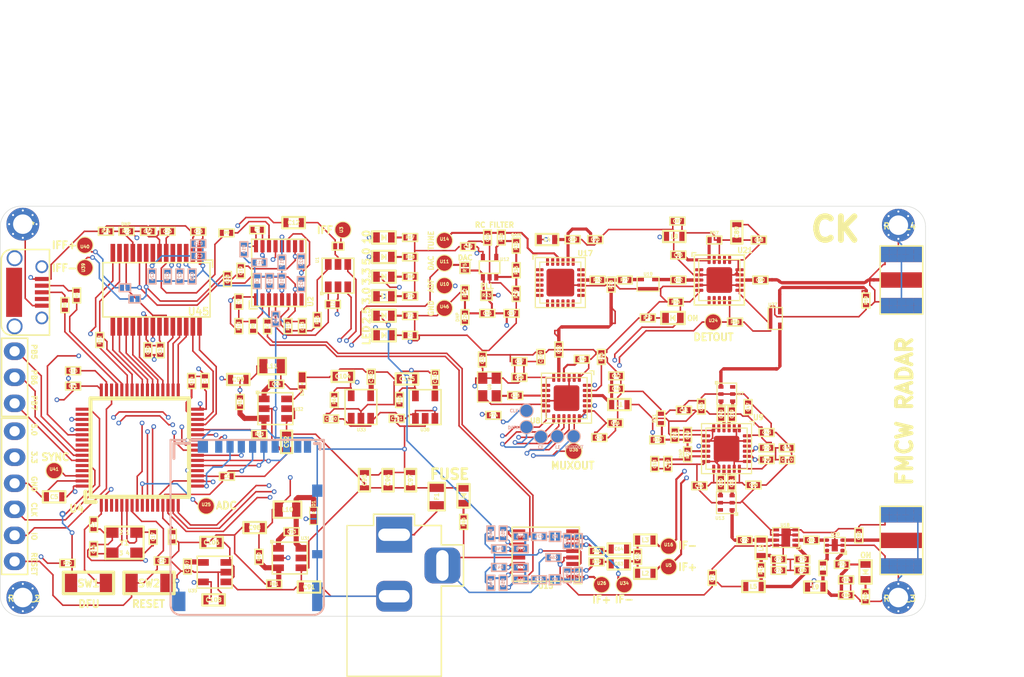
<source format=kicad_pcb>
(kicad_pcb (version 20171130) (host pcbnew "(5.1.12)-1")
  (layers (0 F.Cu signal) (1 In1.Cu signal) (2 In2.Cu signal) (31 B.Cu signal) (34 B.Paste user hide) (35 F.Paste user hide) (36 B.SilkS user hide) (37 F.SilkS user hide) (38 B.Mask user hide) (39 F.Mask user hide) (44 Edge.Cuts user))
  (net 0 "")
  (net 1 GND)
  (net 2 "Net-(C7-Pad2)")
  (net 3 "Net-(C7-Pad1)")
  (net 4 CM_BIAS)
  (net 5 "Net-(C12-Pad2)")
  (net 6 "Net-(C9-Pad2)")
  (net 7 MCP_WIN)
  (net 8 "Net-(C13-Pad1)")
  (net 9 "Net-(C13-Pad2)")
  (net 10 "Net-(C14-Pad1)")
  (net 11 "Net-(C15-Pad1)")
  (net 12 "Net-(C16-Pad1)")
  (net 13 "Net-(C17-Pad1)")
  (net 14 ADC_IN+)
  (net 15 "Net-(C19-Pad2)")
  (net 16 ADC_IN-)
  (net 17 RESET)
  (net 18 CML)
  (net 19 "Net-(C27-Pad1)")
  (net 20 "Net-(C28-Pad1)")
  (net 21 "Net-(C29-Pad1)")
  (net 22 "Net-(C33-Pad2)")
  (net 23 "Net-(C33-Pad1)")
  (net 24 "Net-(C39-Pad1)")
  (net 25 "Net-(C39-Pad2)")
  (net 26 "Net-(C40-Pad2)")
  (net 27 "Net-(C40-Pad1)")
  (net 28 "Net-(C42-Pad1)")
  (net 29 "Net-(C48-Pad1)")
  (net 30 "Net-(C49-Pad2)")
  (net 31 "Net-(C50-Pad2)")
  (net 32 "Net-(C52-Pad1)")
  (net 33 "Net-(C52-Pad2)")
  (net 34 "Net-(C55-Pad1)")
  (net 35 "Net-(C55-Pad2)")
  (net 36 "Net-(C60-Pad1)")
  (net 37 RFIN)
  (net 38 RFIP)
  (net 39 "Net-(C61-Pad1)")
  (net 40 "Net-(C62-Pad2)")
  (net 41 "Net-(C62-Pad1)")
  (net 42 "Net-(C63-Pad1)")
  (net 43 "Net-(C64-Pad1)")
  (net 44 "Net-(C65-Pad1)")
  (net 45 "Net-(C67-Pad2)")
  (net 46 "Net-(C67-Pad1)")
  (net 47 "Net-(C68-Pad2)")
  (net 48 "Net-(C68-Pad1)")
  (net 49 "Net-(C69-Pad1)")
  (net 50 "Net-(C72-Pad2)")
  (net 51 "Net-(C72-Pad1)")
  (net 52 "Net-(C73-Pad1)")
  (net 53 "Net-(C74-Pad1)")
  (net 54 "Net-(C75-Pad1)")
  (net 55 "Net-(C77-Pad1)")
  (net 56 "Net-(C78-Pad1)")
  (net 57 "Net-(C79-Pad1)")
  (net 58 "Net-(C81-Pad2)")
  (net 59 "Net-(C81-Pad1)")
  (net 60 "Net-(C82-Pad1)")
  (net 61 "Net-(C82-Pad2)")
  (net 62 "Net-(C83-Pad1)")
  (net 63 "Net-(C85-Pad1)")
  (net 64 "Net-(C87-Pad2)")
  (net 65 "Net-(C90-Pad1)")
  (net 66 "Net-(C90-Pad2)")
  (net 67 "Net-(C93-Pad2)")
  (net 68 "Net-(C93-Pad1)")
  (net 69 "Net-(C94-Pad1)")
  (net 70 "Net-(C94-Pad2)")
  (net 71 "Net-(C102-Pad1)")
  (net 72 "Net-(C103-Pad1)")
  (net 73 "Net-(C107-Pad2)")
  (net 74 "Net-(D3-Pad1)")
  (net 75 "Net-(D4-Pad1)")
  (net 76 "Net-(D5-Pad1)")
  (net 77 "Net-(D6-Pad1)")
  (net 78 "Net-(D7-Pad1)")
  (net 79 "Net-(D8-Pad1)")
  (net 80 "Net-(F1-Pad1)")
  (net 81 PB7)
  (net 82 PB6)
  (net 83 PB5)
  (net 84 "Net-(J2-Pad4)")
  (net 85 "Net-(J2-Pad3)")
  (net 86 "Net-(J2-Pad2)")
  (net 87 SWDCLK)
  (net 88 SWDIO)
  (net 89 IF+)
  (net 90 IF-)
  (net 91 "Net-(L7-Pad1)")
  (net 92 MCP_UD_3V3)
  (net 93 MCP_CS_3V3)
  (net 94 USB_D-)
  (net 95 USB_D+)
  (net 96 "Net-(R10-Pad2)")
  (net 97 IFF+)
  (net 98 IFF-)
  (net 99 "Net-(R9-Pad2)")
  (net 100 ADC_CLK)
  (net 101 "Net-(R12-Pad1)")
  (net 102 "Net-(R15-Pad1)")
  (net 103 MCP_AOUT)
  (net 104 "Net-(R17-Pad1)")
  (net 105 "Net-(R18-Pad2)")
  (net 106 "Net-(R20-Pad2)")
  (net 107 "Net-(R21-Pad2)")
  (net 108 CMLP)
  (net 109 "Net-(R26-Pad1)")
  (net 110 "Net-(R28-Pad1)")
  (net 111 DAC_OUT1)
  (net 112 "Net-(R35-Pad1)")
  (net 113 "Net-(R35-Pad2)")
  (net 114 "Net-(R36-Pad2)")
  (net 115 "Net-(R46-Pad1)")
  (net 116 "Net-(R49-Pad1)")
  (net 117 "Net-(R52-Pad1)")
  (net 118 PA_EN)
  (net 119 DET_OUT)
  (net 120 "Net-(R59-Pad1)")
  (net 121 "Net-(R60-Pad2)")
  (net 122 "Net-(R62-Pad2)")
  (net 123 "Net-(U4-Pad2)")
  (net 124 "Net-(U4-Pad3)")
  (net 125 "Net-(U4-Pad4)")
  (net 126 MIXER_EN)
  (net 127 ADF_MUXOUT)
  (net 128 ADF_LE)
  (net 129 ADF_CLK)
  (net 130 ADF_DATA)
  (net 131 ADF_CE)
  (net 132 ADF_TXDATA)
  (net 133 D0)
  (net 134 D1)
  (net 135 D2)
  (net 136 D3)
  (net 137 D4)
  (net 138 D5)
  (net 139 D6)
  (net 140 D7)
  (net 141 D8)
  (net 142 D9)
  (net 143 "Net-(U4-Pad41)")
  (net 144 "Net-(U4-Pad50)")
  (net 145 ADC_OE)
  (net 146 "Net-(U4-Pad52)")
  (net 147 "Net-(U4-Pad55)")
  (net 148 "Net-(U4-Pad56)")
  (net 149 MIXER_LO)
  (net 150 "Net-(U7-Pad6)")
  (net 151 "Net-(U8-Pad21)")
  (net 152 "Net-(U9-Pad22)")
  (net 153 "Net-(U13-Pad6)")
  (net 154 "Net-(U13-Pad1)")
  (net 155 "Net-(U23-Pad1)")
  (net 156 "Net-(U27-Pad1)")
  (net 157 "Net-(U27-Pad2)")
  (net 158 "Net-(U29-Pad2)")
  (net 159 "/Radar RF/LNA_3.3")
  (net 160 "Net-(R72-Pad1)")
  (net 161 "Net-(R73-Pad2)")
  (net 162 MICROCARD_CS)
  (net 163 SPI1_CLK)
  (net 164 SPI1_MISO)
  (net 165 SPI1_MOSI)
  (net 166 "Net-(U37-Pad9)")
  (net 167 "Net-(U37-Pad8)")
  (net 168 "Net-(U37-Pad1)")
  (net 169 "Net-(U43-Pad1)")
  (net 170 "Net-(R33-Pad2)")
  (net 171 "Net-(R74-Pad2)")
  (net 172 "Net-(R76-Pad2)")
  (net 173 "Net-(R52-Pad2)")
  (net 174 "Net-(R77-Pad2)")
  (net 175 "Net-(R78-Pad1)")
  (net 176 /SYNC)
  (net 177 "Net-(D9-Pad1)")
  (net 178 "Net-(D10-Pad1)")
  (net 179 5)
  (net 180 3.3)
  (net 181 10)
  (net 182 +Battery)
  (net 183 3.0)
  (net 184 2.5)
  (net 185 "Net-(U25-Pad1)")
  (net 186 "Net-(D11-Pad1)")
  (net 187 LED)
  (net 188 "Net-(C73-Pad2)")
  (net 189 "Net-(C74-Pad2)")
  (net 190 "Net-(U4-Pad61)")
  (module Footprints:SMD_0402 (layer B.Cu) (at 158.585 112.225 180)
    (fp_text reference R3 (at 0 0) (layer B.SilkS) (effects (font (size 0.3 0.3) (thickness 0.075)) (justify mirror)))
    (fp_text value 0)
    (pad 2 smd rect (at 0.275 0 180) (size 0.4 0.8) (layers B.Cu B.Paste B.Mask) (net 189 "Net-(C74-Pad2)"))
    (pad 1 smd rect (at -0.275 0 180) (size 0.4 0.8) (layers B.Cu B.Paste B.Mask) (net 48 "Net-(C68-Pad1)"))
  )
  (module Footprints:SMD_0402 (layer B.Cu) (at 158.575 116.435 180)
    (fp_text reference R2 (at 0 0) (layer B.SilkS) (effects (font (size 0.3 0.3) (thickness 0.075)) (justify mirror)))
    (fp_text value 0)
    (pad 1 smd rect (at -0.275 0 180) (size 0.4 0.8) (layers B.Cu B.Paste B.Mask) (net 46 "Net-(C67-Pad1)"))
    (pad 2 smd rect (at 0.275 0 180) (size 0.4 0.8) (layers B.Cu B.Paste B.Mask) (net 188 "Net-(C73-Pad2)"))
  )
  (module Footprints:SMD_0402 (layer F.Cu) (at 149.8 86 270)
    (fp_text reference R75 (at 0 0.01 90) (layer F.SilkS) (effects (font (size 0.3 0.3) (thickness 0.075))))
    (fp_text value DNP)
    (pad 2 smd rect (at 0.275 0 270) (size 0.4 0.8) (layers F.Cu F.Paste F.Mask) (net 170 "Net-(R33-Pad2)"))
    (pad 1 smd rect (at -0.275 0 270) (size 0.4 0.8) (layers F.Cu F.Paste F.Mask) (net 111 DAC_OUT1))
  )
  (module Footprints:SMD_0402 (layer F.Cu) (at 151.9 88.7 180)
    (fp_text reference R33 (at 0 0 180) (layer F.SilkS) (effects (font (size 0.3 0.3) (thickness 0.075))))
    (fp_text value 0)
    (pad 2 smd rect (at 0.275 0 180) (size 0.4 0.8) (layers F.Cu F.Paste F.Mask) (net 170 "Net-(R33-Pad2)"))
    (pad 1 smd rect (at -0.275 0 180) (size 0.4 0.8) (layers F.Cu F.Paste F.Mask) (net 34 "Net-(C55-Pad1)"))
  )
  (module Footprints:SMD_0603 (layer F.Cu) (at 164.805 114.89)
    (fp_text reference C63 (at 0 0) (layer F.SilkS) (effects (font (size 0.3 0.3) (thickness 0.075))))
    (fp_text value 10uF)
    (pad 2 smd rect (at 0.75 0) (size 0.5 0.9) (layers F.Cu F.Paste F.Mask) (net 41 "Net-(C62-Pad1)"))
    (pad 1 smd rect (at -0.75 0) (size 0.5 0.9) (layers F.Cu F.Paste F.Mask) (net 42 "Net-(C63-Pad1)"))
  )
  (module Footprints:SMD_0603 (layer F.Cu) (at 164.805 113.44)
    (fp_text reference C64 (at 0 0) (layer F.SilkS) (effects (font (size 0.3 0.3) (thickness 0.075))))
    (fp_text value 10uF)
    (pad 2 smd rect (at 0.75 0) (size 0.5 0.9) (layers F.Cu F.Paste F.Mask) (net 40 "Net-(C62-Pad2)"))
    (pad 1 smd rect (at -0.75 0) (size 0.5 0.9) (layers F.Cu F.Paste F.Mask) (net 43 "Net-(C64-Pad1)"))
  )
  (module Footprints:LQFP64_10x10mm_P0.5mm (layer F.Cu) (at 118.1 103.55 90)
    (fp_text reference U4 (at -5.95 -6.15) (layer F.SilkS) (effects (font (size 0.7 0.7) (thickness 0.175))))
    (fp_text value STM32F405)
    (pad 64 smd rect (at -3.75 -5.625 180) (size 1.25 0.3) (layers F.Cu F.Paste F.Mask) (net 180 3.3))
    (pad 63 smd rect (at -3.25 -5.625 180) (size 1.25 0.3) (layers F.Cu F.Paste F.Mask) (net 1 GND))
    (pad 62 smd rect (at -2.75 -5.625 180) (size 1.25 0.3) (layers F.Cu F.Paste F.Mask) (net 176 /SYNC))
    (pad 61 smd rect (at -2.25 -5.625 180) (size 1.25 0.3) (layers F.Cu F.Paste F.Mask) (net 190 "Net-(U4-Pad61)"))
    (pad 60 smd rect (at -1.75 -5.625 180) (size 1.25 0.3) (layers F.Cu F.Paste F.Mask) (net 106 "Net-(R20-Pad2)"))
    (pad 59 smd rect (at -1.25 -5.625 180) (size 1.25 0.3) (layers F.Cu F.Paste F.Mask) (net 81 PB7))
    (pad 58 smd rect (at -0.75 -5.625 180) (size 1.25 0.3) (layers F.Cu F.Paste F.Mask) (net 82 PB6))
    (pad 57 smd rect (at -0.25 -5.625 180) (size 1.25 0.3) (layers F.Cu F.Paste F.Mask) (net 83 PB5))
    (pad 56 smd rect (at 0.25 -5.625 180) (size 1.25 0.3) (layers F.Cu F.Paste F.Mask) (net 148 "Net-(U4-Pad56)"))
    (pad 55 smd rect (at 0.75 -5.625 180) (size 1.25 0.3) (layers F.Cu F.Paste F.Mask) (net 147 "Net-(U4-Pad55)"))
    (pad 54 smd rect (at 1.25 -5.625 180) (size 1.25 0.3) (layers F.Cu F.Paste F.Mask) (net 145 ADC_OE))
    (pad 53 smd rect (at 1.75 -5.625 180) (size 1.25 0.3) (layers F.Cu F.Paste F.Mask) (net 130 ADF_DATA))
    (pad 52 smd rect (at 2.25 -5.625 180) (size 1.25 0.3) (layers F.Cu F.Paste F.Mask) (net 146 "Net-(U4-Pad52)"))
    (pad 51 smd rect (at 2.75 -5.625 180) (size 1.25 0.3) (layers F.Cu F.Paste F.Mask) (net 171 "Net-(R74-Pad2)"))
    (pad 50 smd rect (at 3.25 -5.625 180) (size 1.25 0.3) (layers F.Cu F.Paste F.Mask) (net 144 "Net-(U4-Pad50)"))
    (pad 49 smd rect (at 3.75 -5.625 180) (size 1.25 0.3) (layers F.Cu F.Paste F.Mask) (net 87 SWDCLK))
    (pad 48 smd rect (at 5.625 -3.75 90) (size 1.25 0.3) (layers F.Cu F.Paste F.Mask) (net 180 3.3))
    (pad 47 smd rect (at 5.625 -3.25 90) (size 1.25 0.3) (layers F.Cu F.Paste F.Mask) (net 11 "Net-(C15-Pad1)"))
    (pad 46 smd rect (at 5.625 -2.75 90) (size 1.25 0.3) (layers F.Cu F.Paste F.Mask) (net 88 SWDIO))
    (pad 45 smd rect (at 5.625 -2.25 90) (size 1.25 0.3) (layers F.Cu F.Paste F.Mask) (net 95 USB_D+))
    (pad 44 smd rect (at 5.625 -1.75 90) (size 1.25 0.3) (layers F.Cu F.Paste F.Mask) (net 94 USB_D-))
    (pad 43 smd rect (at 5.625 -1.25 90) (size 1.25 0.3) (layers F.Cu F.Paste F.Mask) (net 101 "Net-(R12-Pad1)"))
    (pad 42 smd rect (at 5.625 -0.75 90) (size 1.25 0.3) (layers F.Cu F.Paste F.Mask) (net 100 ADC_CLK))
    (pad 41 smd rect (at 5.625 -0.25 90) (size 1.25 0.3) (layers F.Cu F.Paste F.Mask) (net 143 "Net-(U4-Pad41)"))
    (pad 40 smd rect (at 5.625 0.25 90) (size 1.25 0.3) (layers F.Cu F.Paste F.Mask) (net 142 D9))
    (pad 39 smd rect (at 5.625 0.75 90) (size 1.25 0.3) (layers F.Cu F.Paste F.Mask) (net 141 D8))
    (pad 38 smd rect (at 5.625 1.25 90) (size 1.25 0.3) (layers F.Cu F.Paste F.Mask) (net 140 D7))
    (pad 37 smd rect (at 5.625 1.75 90) (size 1.25 0.3) (layers F.Cu F.Paste F.Mask) (net 139 D6))
    (pad 36 smd rect (at 5.625 2.25 90) (size 1.25 0.3) (layers F.Cu F.Paste F.Mask) (net 138 D5))
    (pad 35 smd rect (at 5.625 2.75 90) (size 1.25 0.3) (layers F.Cu F.Paste F.Mask) (net 137 D4))
    (pad 34 smd rect (at 5.625 3.25 90) (size 1.25 0.3) (layers F.Cu F.Paste F.Mask) (net 136 D3))
    (pad 33 smd rect (at 5.625 3.75 90) (size 1.25 0.3) (layers F.Cu F.Paste F.Mask) (net 135 D2))
    (pad 32 smd rect (at 3.75 5.625 180) (size 1.25 0.3) (layers F.Cu F.Paste F.Mask) (net 180 3.3))
    (pad 31 smd rect (at 3.25 5.625 180) (size 1.25 0.3) (layers F.Cu F.Paste F.Mask) (net 10 "Net-(C14-Pad1)"))
    (pad 30 smd rect (at 2.75 5.625 180) (size 1.25 0.3) (layers F.Cu F.Paste F.Mask) (net 134 D1))
    (pad 29 smd rect (at 2.25 5.625 180) (size 1.25 0.3) (layers F.Cu F.Paste F.Mask) (net 133 D0))
    (pad 28 smd rect (at 1.75 5.625 180) (size 1.25 0.3) (layers F.Cu F.Paste F.Mask) (net 1 GND))
    (pad 27 smd rect (at 1.25 5.625 180) (size 1.25 0.3) (layers F.Cu F.Paste F.Mask) (net 118 PA_EN))
    (pad 26 smd rect (at 0.75 5.625 180) (size 1.25 0.3) (layers F.Cu F.Paste F.Mask) (net 119 DET_OUT))
    (pad 25 smd rect (at 0.25 5.625 180) (size 1.25 0.3) (layers F.Cu F.Paste F.Mask) (net 132 ADF_TXDATA))
    (pad 24 smd rect (at -0.25 5.625 180) (size 1.25 0.3) (layers F.Cu F.Paste F.Mask) (net 131 ADF_CE))
    (pad 23 smd rect (at -0.75 5.625 180) (size 1.25 0.3) (layers F.Cu F.Paste F.Mask) (net 165 SPI1_MOSI))
    (pad 22 smd rect (at -1.25 5.625 180) (size 1.25 0.3) (layers F.Cu F.Paste F.Mask) (net 164 SPI1_MISO))
    (pad 21 smd rect (at -1.75 5.625 180) (size 1.25 0.3) (layers F.Cu F.Paste F.Mask) (net 163 SPI1_CLK))
    (pad 20 smd rect (at -2.25 5.625 180) (size 1.25 0.3) (layers F.Cu F.Paste F.Mask) (net 111 DAC_OUT1))
    (pad 19 smd rect (at -2.75 5.625 180) (size 1.25 0.3) (layers F.Cu F.Paste F.Mask) (net 180 3.3))
    (pad 18 smd rect (at -3.25 5.625 180) (size 1.25 0.3) (layers F.Cu F.Paste F.Mask) (net 1 GND))
    (pad 17 smd rect (at -3.75 5.625 180) (size 1.25 0.3) (layers F.Cu F.Paste F.Mask) (net 162 MICROCARD_CS))
    (pad 16 smd rect (at -5.625 3.75 90) (size 1.25 0.3) (layers F.Cu F.Paste F.Mask) (net 128 ADF_LE))
    (pad 15 smd rect (at -5.625 3.25 90) (size 1.25 0.3) (layers F.Cu F.Paste F.Mask) (net 127 ADF_MUXOUT))
    (pad 14 smd rect (at -5.625 2.75 90) (size 1.25 0.3) (layers F.Cu F.Paste F.Mask) (net 126 MIXER_EN))
    (pad 13 smd rect (at -5.625 2.25 90) (size 1.25 0.3) (layers F.Cu F.Paste F.Mask) (net 180 3.3))
    (pad 12 smd rect (at -5.625 1.75 90) (size 1.25 0.3) (layers F.Cu F.Paste F.Mask) (net 1 GND))
    (pad 11 smd rect (at -5.625 1.25 90) (size 1.25 0.3) (layers F.Cu F.Paste F.Mask) (net 93 MCP_CS_3V3))
    (pad 10 smd rect (at -5.625 0.75 90) (size 1.25 0.3) (layers F.Cu F.Paste F.Mask) (net 92 MCP_UD_3V3))
    (pad 9 smd rect (at -5.625 0.25 90) (size 1.25 0.3) (layers F.Cu F.Paste F.Mask) (net 185 "Net-(U25-Pad1)"))
    (pad 8 smd rect (at -5.625 -0.25 90) (size 1.25 0.3) (layers F.Cu F.Paste F.Mask) (net 187 LED))
    (pad 7 smd rect (at -5.625 -0.75 90) (size 1.25 0.3) (layers F.Cu F.Paste F.Mask) (net 17 RESET))
    (pad 6 smd rect (at -5.625 -1.25 90) (size 1.25 0.3) (layers F.Cu F.Paste F.Mask) (net 13 "Net-(C17-Pad1)"))
    (pad 5 smd rect (at -5.625 -1.75 90) (size 1.25 0.3) (layers F.Cu F.Paste F.Mask) (net 12 "Net-(C16-Pad1)"))
    (pad 4 smd rect (at -5.625 -2.25 90) (size 1.25 0.3) (layers F.Cu F.Paste F.Mask) (net 125 "Net-(U4-Pad4)"))
    (pad 3 smd rect (at -5.625 -2.75 90) (size 1.25 0.3) (layers F.Cu F.Paste F.Mask) (net 124 "Net-(U4-Pad3)"))
    (pad 2 smd rect (at -5.625 -3.25 90) (size 1.25 0.3) (layers F.Cu F.Paste F.Mask) (net 123 "Net-(U4-Pad2)"))
    (pad 1 smd rect (at -5.625 -3.75 90) (size 1.25 0.3) (layers F.Cu F.Paste F.Mask) (net 180 3.3))
  )
  (module Footprints:Diode_0603 (layer F.Cu) (at 188.85 115.675 90)
    (fp_text reference D10 hide)
    (fp_text value Led_Diode)
    (pad 1 smd rect (at -0.725 0 90) (size 0.65 1) (layers F.Cu F.Paste F.Mask) (net 178 "Net-(D10-Pad1)"))
    (pad 2 smd rect (at 0.725 0 90) (size 0.65 1) (layers F.Cu F.Paste F.Mask) (net 159 "/Radar RF/LNA_3.3"))
  )
  (module Footprints:Diode_0603 (layer F.Cu) (at 170.075 90.9)
    (fp_text reference D9 hide)
    (fp_text value Led_Diode)
    (pad 2 smd rect (at 0.725 0) (size 0.65 1) (layers F.Cu F.Paste F.Mask) (net 118 PA_EN))
    (pad 1 smd rect (at -0.725 0) (size 0.65 1) (layers F.Cu F.Paste F.Mask) (net 177 "Net-(D9-Pad1)"))
  )
  (module Footprints:SSOP28_5.3x10.2mm_P0.65mm (layer F.Cu) (at 119.7 88.15 270)
    (fp_text reference U45 (at 2.125 -4.125) (layer F.SilkS) (effects (font (size 0.7 0.7))))
    (fp_text value MAX1426)
    (pad 28 smd rect (at 3.6 -4.225 270) (size 1.75 0.45) (layers F.Cu F.Paste F.Mask) (net 133 D0))
    (pad 27 smd rect (at 3.6 -3.575 270) (size 1.75 0.45) (layers F.Cu F.Paste F.Mask) (net 134 D1))
    (pad 26 smd rect (at 3.6 -2.925 270) (size 1.75 0.45) (layers F.Cu F.Paste F.Mask) (net 135 D2))
    (pad 25 smd rect (at 3.6 -2.275 270) (size 1.75 0.45) (layers F.Cu F.Paste F.Mask) (net 136 D3))
    (pad 24 smd rect (at 3.6 -1.625 270) (size 1.75 0.45) (layers F.Cu F.Paste F.Mask) (net 137 D4))
    (pad 23 smd rect (at 3.6 -0.975 270) (size 1.75 0.45) (layers F.Cu F.Paste F.Mask) (net 1 GND))
    (pad 22 smd rect (at 3.6 -0.325 270) (size 1.75 0.45) (layers F.Cu F.Paste F.Mask) (net 180 3.3))
    (pad 21 smd rect (at 3.6 0.325 270) (size 1.75 0.45) (layers F.Cu F.Paste F.Mask) (net 1 GND))
    (pad 20 smd rect (at 3.6 0.975 270) (size 1.75 0.45) (layers F.Cu F.Paste F.Mask) (net 180 3.3))
    (pad 19 smd rect (at 3.6 1.625 270) (size 1.75 0.45) (layers F.Cu F.Paste F.Mask) (net 138 D5))
    (pad 18 smd rect (at 3.6 2.275 270) (size 1.75 0.45) (layers F.Cu F.Paste F.Mask) (net 139 D6))
    (pad 17 smd rect (at 3.6 2.925 270) (size 1.75 0.45) (layers F.Cu F.Paste F.Mask) (net 140 D7))
    (pad 16 smd rect (at 3.6 3.575 270) (size 1.75 0.45) (layers F.Cu F.Paste F.Mask) (net 141 D8))
    (pad 15 smd rect (at 3.6 4.225 270) (size 1.75 0.45) (layers F.Cu F.Paste F.Mask) (net 142 D9))
    (pad 14 smd rect (at -3.6 4.225 270) (size 1.75 0.45) (layers F.Cu F.Paste F.Mask) (net 145 ADC_OE))
    (pad 13 smd rect (at -3.6 3.575 270) (size 1.75 0.45) (layers F.Cu F.Paste F.Mask) (net 100 ADC_CLK))
    (pad 12 smd rect (at -3.6 2.925 270) (size 1.75 0.45) (layers F.Cu F.Paste F.Mask) (net 1 GND))
    (pad 11 smd rect (at -3.6 2.275 270) (size 1.75 0.45) (layers F.Cu F.Paste F.Mask) (net 108 CMLP))
    (pad 10 smd rect (at -3.6 1.625 270) (size 1.75 0.45) (layers F.Cu F.Paste F.Mask) (net 16 ADC_IN-))
    (pad 9 smd rect (at -3.6 0.975 270) (size 1.75 0.45) (layers F.Cu F.Paste F.Mask) (net 14 ADC_IN+))
    (pad 8 smd rect (at -3.6 0.325 270) (size 1.75 0.45) (layers F.Cu F.Paste F.Mask) (net 179 5))
    (pad 7 smd rect (at -3.6 -0.325 270) (size 1.75 0.45) (layers F.Cu F.Paste F.Mask) (net 1 GND))
    (pad 6 smd rect (at -3.6 -0.975 270) (size 1.75 0.45) (layers F.Cu F.Paste F.Mask) (net 18 CML))
    (pad 5 smd rect (at -3.6 -1.625 270) (size 1.75 0.45) (layers F.Cu F.Paste F.Mask) (net 21 "Net-(C29-Pad1)"))
    (pad 4 smd rect (at -3.6 -2.275 270) (size 1.75 0.45) (layers F.Cu F.Paste F.Mask) (net 19 "Net-(C27-Pad1)"))
    (pad 3 smd rect (at -3.6 -2.925 270) (size 1.75 0.45) (layers F.Cu F.Paste F.Mask) (net 20 "Net-(C28-Pad1)"))
    (pad 2 smd rect (at -3.6 -3.575 270) (size 1.75 0.45) (layers F.Cu F.Paste F.Mask) (net 179 5))
    (pad 1 smd rect (at -3.6 -4.225 270) (size 1.75 0.45) (layers F.Cu F.Paste F.Mask) (net 1 GND))
  )
  (module Footprints:Crystal_3.2x2.5mm (layer F.Cu) (at 116.6 112.825 180)
    (fp_text reference Y1 (at 0 0) (layer F.SilkS) (effects (font (size 0.5 0.5) (thickness 0.125))))
    (fp_text value 8MHz)
    (fp_text user 4 (at -0.325 -1) (layer F.SilkS) (effects (font (size 0.4 0.4) (thickness 0.1))))
    (fp_text user 3 (at 0.325 -1.025) (layer F.SilkS) (effects (font (size 0.4 0.4) (thickness 0.1))))
    (fp_text user 1 (at -0.325 1) (layer F.SilkS) (effects (font (size 0.4 0.4) (thickness 0.1))))
    (fp_text user 2 (at 0.325 1) (layer F.SilkS) (effects (font (size 0.4 0.4) (thickness 0.1))))
    (pad 1 smd rect (at -1.175 0.975 180) (size 1.2 1) (layers F.Cu F.Paste F.Mask) (net 13 "Net-(C17-Pad1)"))
    (pad 2 smd rect (at 1.175 0.975 180) (size 1.2 1) (layers F.Cu F.Paste F.Mask) (net 1 GND))
    (pad 3 smd rect (at 1.175 -0.975 180) (size 1.2 1) (layers F.Cu F.Paste F.Mask) (net 12 "Net-(C16-Pad1)"))
    (pad 4 smd rect (at -1.175 -0.975 180) (size 1.2 1) (layers F.Cu F.Paste F.Mask) (net 1 GND))
  )
  (module Footprints:LFCSP24_4x4mm_P0.5mm_1EXP_2.5x2.5mm (layer F.Cu) (at 175.3 103.65 270)
    (fp_text reference U9 (at -3.05 -3.1) (layer F.SilkS) (effects (font (size 0.5 0.5) (thickness 0.125))))
    (fp_text value ADL5801)
    (pad 24 smd roundrect (at -1.25 -1.9883 270) (size 0.3 0.8) (layers F.Cu F.Paste F.Mask) (net 179 5))
    (pad 23 smd roundrect (at -0.75 -1.9883 270) (size 0.3 0.8) (layers F.Cu F.Paste F.Mask) (net 1 GND))
    (pad 22 smd roundrect (at -0.25 -1.9883 270) (size 0.3 0.8) (layers F.Cu F.Paste F.Mask) (net 152 "Net-(U9-Pad22)"))
    (pad 21 smd roundrect (at 0.25 -1.9883 270) (size 0.3 0.8) (layers F.Cu F.Paste F.Mask) (net 90 IF-))
    (pad 20 smd roundrect (at 0.75 -1.9883 270) (size 0.3 0.8) (layers F.Cu F.Paste F.Mask) (net 89 IF+))
    (pad 19 smd roundrect (at 1.25 -1.9883 270) (size 0.3 0.8) (layers F.Cu F.Paste F.Mask) (net 1 GND))
    (pad 18 smd roundrect (at 1.9629 -1.25 270) (size 0.8 0.3) (layers F.Cu F.Paste F.Mask) (net 179 5))
    (pad 17 smd roundrect (at 1.9629 -0.75 270) (size 0.8 0.3) (layers F.Cu F.Paste F.Mask) (net 1 GND))
    (pad 16 smd roundrect (at 1.9629 -0.25 270) (size 0.8 0.3) (layers F.Cu F.Paste F.Mask) (net 38 RFIP))
    (pad 15 smd roundrect (at 1.9629 0.25 270) (size 0.8 0.3) (layers F.Cu F.Paste F.Mask) (net 37 RFIN))
    (pad 14 smd roundrect (at 1.9629 0.75 270) (size 0.8 0.3) (layers F.Cu F.Paste F.Mask) (net 1 GND))
    (pad 13 smd roundrect (at 1.9629 1.25 270) (size 0.8 0.3) (layers F.Cu F.Paste F.Mask) (net 179 5))
    (pad 12 smd roundrect (at 1.25 1.9883 270) (size 0.3 0.8) (layers F.Cu F.Paste F.Mask) (net 1 GND))
    (pad 11 smd roundrect (at 0.75 1.9883 270) (size 0.3 0.8) (layers F.Cu F.Paste F.Mask) (net 31 "Net-(C50-Pad2)"))
    (pad 10 smd roundrect (at 0.25 1.9883 270) (size 0.3 0.8) (layers F.Cu F.Paste F.Mask) (net 30 "Net-(C49-Pad2)"))
    (pad 9 smd roundrect (at -0.25 1.9883 270) (size 0.3 0.8) (layers F.Cu F.Paste F.Mask) (net 126 MIXER_EN))
    (pad 8 smd roundrect (at -0.75 1.9883 270) (size 0.3 0.8) (layers F.Cu F.Paste F.Mask) (net 1 GND))
    (pad 7 smd roundrect (at -1.25 1.9883 270) (size 0.3 0.8) (layers F.Cu F.Paste F.Mask) (net 179 5))
    (pad 6 smd roundrect (at -1.9883 1.25 270) (size 0.8 0.3) (layers F.Cu F.Paste F.Mask) (net 1 GND))
    (pad 5 smd roundrect (at -1.9883 0.75 270) (size 0.8 0.3) (layers F.Cu F.Paste F.Mask) (net 1 GND))
    (pad 4 smd roundrect (at -1.9883 0.25 270) (size 0.8 0.3) (layers F.Cu F.Paste F.Mask) (net 27 "Net-(C40-Pad1)"))
    (pad 3 smd roundrect (at -1.9883 -0.25 270) (size 0.8 0.3) (layers F.Cu F.Paste F.Mask) (net 24 "Net-(C39-Pad1)"))
    (pad 2 smd roundrect (at -1.9883 -0.75 270) (size 0.8 0.3) (layers F.Cu F.Paste F.Mask) (net 1 GND))
    (pad 1 smd roundrect (at -1.9883 -1.25 270) (size 0.8 0.3) (layers F.Cu F.Paste F.Mask) (net 1 GND))
    (pad 25 smd roundrect (at 0 0 270) (size 2.5 2.5) (layers F.Cu F.Mask) (roundrect_rratio 0.1) (net 1 GND))
  )
  (module Footprints:LFCSP24_4x4mm_P0.5mm_1EXP_2.5x2.5mm (layer F.Cu) (at 159.7 98.725 270)
    (fp_text reference U8 (at 2.2 3.05) (layer F.SilkS) (effects (font (size 0.5 0.5) (thickness 0.125))))
    (fp_text value ADF4158)
    (pad 24 smd roundrect (at -1.25 -1.9883 270) (size 0.3 0.8) (layers F.Cu F.Paste F.Mask) (net 34 "Net-(C55-Pad1)"))
    (pad 23 smd roundrect (at -0.75 -1.9883 270) (size 0.3 0.8) (layers F.Cu F.Paste F.Mask) (net 109 "Net-(R26-Pad1)"))
    (pad 22 smd roundrect (at -0.25 -1.9883 270) (size 0.3 0.8) (layers F.Cu F.Paste F.Mask) (net 28 "Net-(C42-Pad1)"))
    (pad 21 smd roundrect (at 0.25 -1.9883 270) (size 0.3 0.8) (layers F.Cu F.Paste F.Mask) (net 151 "Net-(U8-Pad21)"))
    (pad 20 smd roundrect (at 0.75 -1.9883 270) (size 0.3 0.8) (layers F.Cu F.Paste F.Mask) (net 110 "Net-(R28-Pad1)"))
    (pad 19 smd roundrect (at 1.25 -1.9883 270) (size 0.3 0.8) (layers F.Cu F.Paste F.Mask) (net 180 3.3))
    (pad 18 smd roundrect (at 1.9629 -1.25 270) (size 0.8 0.3) (layers F.Cu F.Paste F.Mask) (net 180 3.3))
    (pad 17 smd roundrect (at 1.9629 -0.75 270) (size 0.8 0.3) (layers F.Cu F.Paste F.Mask) (net 127 ADF_MUXOUT))
    (pad 16 smd roundrect (at 1.9629 -0.25 270) (size 0.8 0.3) (layers F.Cu F.Paste F.Mask) (net 128 ADF_LE))
    (pad 15 smd roundrect (at 1.9629 0.25 270) (size 0.8 0.3) (layers F.Cu F.Paste F.Mask) (net 130 ADF_DATA))
    (pad 14 smd roundrect (at 1.9629 0.75 270) (size 0.8 0.3) (layers F.Cu F.Paste F.Mask) (net 129 ADF_CLK))
    (pad 13 smd roundrect (at 1.9629 1.25 270) (size 0.8 0.3) (layers F.Cu F.Paste F.Mask) (net 131 ADF_CE))
    (pad 12 smd roundrect (at 1.25 1.9883 270) (size 0.3 0.8) (layers F.Cu F.Paste F.Mask) (net 132 ADF_TXDATA))
    (pad 11 smd roundrect (at 0.75 1.9883 270) (size 0.3 0.8) (layers F.Cu F.Paste F.Mask) (net 1 GND))
    (pad 10 smd roundrect (at 0.25 1.9883 270) (size 0.3 0.8) (layers F.Cu F.Paste F.Mask) (net 1 GND))
    (pad 9 smd roundrect (at -0.25 1.9883 270) (size 0.3 0.8) (layers F.Cu F.Paste F.Mask) (net 23 "Net-(C33-Pad1)"))
    (pad 8 smd roundrect (at -0.75 1.9883 270) (size 0.3 0.8) (layers F.Cu F.Paste F.Mask) (net 180 3.3))
    (pad 7 smd roundrect (at -1.25 1.9883 270) (size 0.3 0.8) (layers F.Cu F.Paste F.Mask) (net 180 3.3))
    (pad 6 smd roundrect (at -1.9883 1.25 270) (size 0.8 0.3) (layers F.Cu F.Paste F.Mask) (net 180 3.3))
    (pad 5 smd roundrect (at -1.9883 0.75 270) (size 0.8 0.3) (layers F.Cu F.Paste F.Mask) (net 32 "Net-(C52-Pad1)"))
    (pad 4 smd roundrect (at -1.9883 0.25 270) (size 0.8 0.3) (layers F.Cu F.Paste F.Mask) (net 29 "Net-(C48-Pad1)"))
    (pad 3 smd roundrect (at -1.9883 -0.25 270) (size 0.8 0.3) (layers F.Cu F.Paste F.Mask) (net 1 GND))
    (pad 2 smd roundrect (at -1.9883 -0.75 270) (size 0.8 0.3) (layers F.Cu F.Paste F.Mask) (net 1 GND))
    (pad 1 smd roundrect (at -1.9883 -1.25 270) (size 0.8 0.3) (layers F.Cu F.Paste F.Mask) (net 1 GND))
    (pad 25 smd roundrect (at 0 0 270) (size 2.5 2.5) (layers F.Cu F.Mask) (roundrect_rratio 0.1) (net 1 GND))
  )
  (module Footprints:QFN20_4x4mm_P0.5mm_1EXP_2.5x2.5mm (layer F.Cu) (at 174.6 87.2)
    (fp_text reference U21 (at 2.5 -2.9) (layer F.SilkS) (effects (font (size 0.5 0.5) (thickness 0.125))))
    (fp_text value TQP5523)
    (pad 20 smd roundrect (at -1 -1.9629) (size 0.3 0.8) (layers F.Cu F.Paste F.Mask) (net 63 "Net-(C85-Pad1)"))
    (pad 19 smd roundrect (at -0.5 -1.9629) (size 0.3 0.8) (layers F.Cu F.Paste F.Mask) (net 64 "Net-(C87-Pad2)"))
    (pad 18 smd roundrect (at 0 -1.9629) (size 0.3 0.8) (layers F.Cu F.Paste F.Mask) (net 64 "Net-(C87-Pad2)"))
    (pad 17 smd roundrect (at 0.5 -1.9629) (size 0.3 0.8) (layers F.Cu F.Paste F.Mask) (net 1 GND))
    (pad 16 smd roundrect (at 1 -1.9629) (size 0.3 0.8) (layers F.Cu F.Paste F.Mask) (net 1 GND))
    (pad 15 smd roundrect (at 1.9629 -1) (size 0.8 0.3) (layers F.Cu F.Paste F.Mask) (net 1 GND))
    (pad 14 smd roundrect (at 1.9629 -0.5) (size 0.8 0.3) (layers F.Cu F.Paste F.Mask) (net 1 GND))
    (pad 13 smd roundrect (at 1.9629 0) (size 0.8 0.3) (layers F.Cu F.Paste F.Mask) (net 66 "Net-(C90-Pad2)"))
    (pad 12 smd roundrect (at 1.9629 0.5) (size 0.8 0.3) (layers F.Cu F.Paste F.Mask) (net 1 GND))
    (pad 11 smd roundrect (at 1.9629 1) (size 0.8 0.3) (layers F.Cu F.Paste F.Mask) (net 1 GND))
    (pad 10 smd roundrect (at 1 1.9629) (size 0.3 0.8) (layers F.Cu F.Paste F.Mask) (net 119 DET_OUT))
    (pad 9 smd roundrect (at 0.5 1.9629) (size 0.3 0.8) (layers F.Cu F.Paste F.Mask))
    (pad 8 smd roundrect (at 0 1.9629) (size 0.3 0.8) (layers F.Cu F.Paste F.Mask))
    (pad 7 smd roundrect (at -0.5 1.9629) (size 0.3 0.8) (layers F.Cu F.Paste F.Mask))
    (pad 6 smd roundrect (at -1 1.9629) (size 0.3 0.8) (layers F.Cu F.Paste F.Mask))
    (pad 5 smd roundrect (at -1.9629 1) (size 0.8 0.3) (layers F.Cu F.Paste F.Mask) (net 118 PA_EN))
    (pad 4 smd roundrect (at -1.9629 0.5) (size 0.8 0.3) (layers F.Cu F.Paste F.Mask) (net 1 GND))
    (pad 3 smd roundrect (at -1.9629 0) (size 0.8 0.3) (layers F.Cu F.Paste F.Mask) (net 60 "Net-(C82-Pad1)"))
    (pad 2 smd roundrect (at -1.9629 -0.5) (size 0.8 0.3) (layers F.Cu F.Paste F.Mask) (net 1 GND))
    (pad 1 smd roundrect (at -1.9629 -1) (size 0.8 0.3) (layers F.Cu F.Paste F.Mask) (net 1 GND))
    (pad 21 smd roundrect (at 0 0) (size 2.5 2.5) (layers F.Cu F.Mask) (roundrect_rratio 0.1) (net 1 GND))
  )
  (module Footprints:QFN24_4x4mm_P0.5mm_1EXP_2.7x2.7mm (layer F.Cu) (at 159.1 87.45)
    (fp_text reference U17 (at 2.425 -2.85) (layer F.SilkS) (effects (font (size 0.5 0.5) (thickness 0.125))))
    (fp_text value HMC431LP4)
    (pad 24 smd roundrect (at -1.25 -2.0133) (size 0.3 0.75) (layers F.Cu F.Paste F.Mask))
    (pad 23 smd roundrect (at -0.75 -2.0133) (size 0.3 0.75) (layers F.Cu F.Paste F.Mask))
    (pad 22 smd roundrect (at -0.25 -2.0133) (size 0.3 0.75) (layers F.Cu F.Paste F.Mask) (net 44 "Net-(C65-Pad1)"))
    (pad 21 smd roundrect (at 0.25 -2.0133) (size 0.3 0.75) (layers F.Cu F.Paste F.Mask))
    (pad 20 smd roundrect (at 0.75 -2.0133) (size 0.3 0.75) (layers F.Cu F.Paste F.Mask) (net 49 "Net-(C69-Pad1)"))
    (pad 19 smd roundrect (at 1.25 -2.0133) (size 0.3 0.75) (layers F.Cu F.Paste F.Mask))
    (pad 18 smd roundrect (at 2.0133 -1.25) (size 0.75 0.3) (layers F.Cu F.Paste F.Mask))
    (pad 17 smd roundrect (at 2.0133 -0.75) (size 0.75 0.3) (layers F.Cu F.Paste F.Mask))
    (pad 16 smd roundrect (at 2.0133 -0.25) (size 0.75 0.3) (layers F.Cu F.Paste F.Mask) (net 117 "Net-(R52-Pad1)"))
    (pad 15 smd roundrect (at 2.0133 0.25) (size 0.75 0.3) (layers F.Cu F.Paste F.Mask) (net 1 GND))
    (pad 14 smd roundrect (at 2.0133 0.75) (size 0.75 0.3) (layers F.Cu F.Paste F.Mask))
    (pad 13 smd roundrect (at 2.0133 1.25) (size 0.75 0.3) (layers F.Cu F.Paste F.Mask))
    (pad 12 smd roundrect (at 1.25 2.0133) (size 0.3 0.75) (layers F.Cu F.Paste F.Mask))
    (pad 11 smd roundrect (at 0.75 2.0133) (size 0.3 0.75) (layers F.Cu F.Paste F.Mask))
    (pad 10 smd roundrect (at 0.25 2.0133) (size 0.3 0.75) (layers F.Cu F.Paste F.Mask))
    (pad 9 smd roundrect (at -0.25 2.0133) (size 0.3 0.75) (layers F.Cu F.Paste F.Mask))
    (pad 8 smd roundrect (at -0.75 2.0133) (size 0.3 0.75) (layers F.Cu F.Paste F.Mask))
    (pad 7 smd roundrect (at -1.25 2.0133) (size 0.3 0.75) (layers F.Cu F.Paste F.Mask))
    (pad 6 smd roundrect (at -2.0133 1.25) (size 0.75 0.3) (layers F.Cu F.Paste F.Mask))
    (pad 5 smd roundrect (at -2.0133 0.75) (size 0.75 0.3) (layers F.Cu F.Paste F.Mask))
    (pad 4 smd roundrect (at -2.0133 0.25) (size 0.75 0.3) (layers F.Cu F.Paste F.Mask))
    (pad 3 smd roundrect (at -2.0133 -0.25) (size 0.75 0.3) (layers F.Cu F.Paste F.Mask))
    (pad 2 smd roundrect (at -2.0133 -0.75) (size 0.75 0.3) (layers F.Cu F.Paste F.Mask))
    (pad 1 smd roundrect (at -2.0133 -1.25) (size 0.75 0.3) (layers F.Cu F.Paste F.Mask))
    (pad 25 smd roundrect (at 0 0) (size 2.7 2.7) (layers F.Cu F.Mask) (roundrect_rratio 0.09259299999999999) (net 1 GND))
  )
  (module Footprints:SMD_0402 (layer B.Cu) (at 116.65 87.95 180)
    (fp_text reference R73 hide)
    (fp_text value DNP)
    (pad 2 smd rect (at 0.275 0 180) (size 0.4 0.6) (layers B.Cu B.Paste B.Mask) (net 161 "Net-(R73-Pad2)"))
    (pad 1 smd rect (at -0.275 0 180) (size 0.4 0.6) (layers B.Cu B.Paste B.Mask) (net 16 ADC_IN-))
  )
  (module Footprints:SMD_0402 (layer B.Cu) (at 117.6 89.05)
    (fp_text reference R72 hide)
    (fp_text value DNP)
    (pad 1 smd rect (at -0.275 0) (size 0.4 0.6) (layers B.Cu B.Paste B.Mask) (net 160 "Net-(R72-Pad1)"))
    (pad 2 smd rect (at 0.275 0) (size 0.4 0.6) (layers B.Cu B.Paste B.Mask) (net 14 ADC_IN+))
  )
  (module Footprints:SMD_0402 (layer F.Cu) (at 137.425 83.9 180)
    (fp_text reference R15 hide)
    (fp_text value DNP)
    (pad 2 smd rect (at 0.275 0 180) (size 0.4 0.6) (layers F.Cu F.Paste F.Mask) (net 7 MCP_WIN))
    (pad 1 smd rect (at -0.28194 0 180) (size 0.4 0.6) (layers F.Cu F.Paste F.Mask) (net 102 "Net-(R15-Pad1)"))
  )
  (module Footprints:Untitled (layer F.Cu) (at 196.575 78.225)
    (fp_text reference G***_2 hide)
    (fp_text value LOGO hide)
  )
  (module Footprints:Untitled (layer F.Cu) (at 203.325 61)
    (fp_text reference G*** hide)
    (fp_text value LOGO hide)
  )
  (module Footprints:Mitered_Bend_0.33mm_90 (layer F.Cu) (at 175.925 112.425)
    (fp_text reference U42 hide)
    (fp_text value MITERED_BEND hide)
    (fp_poly (pts (xy -0.22606 -0.1905) (xy 0.08128 -0.1905) (xy 0.08128 -0.01524) (xy 0.256 -0.01524) (xy 0.255999 0.31496) (xy 0.1268 0.31496) (xy -0.24892 -0.061301) (xy -0.24892 -0.1905)) (layer F.Cu) (width 0))
    (pad 2 smd rect (at 0.26416 0.1495) (size 0.033 0.33) (layers F.Cu) (net 50 "Net-(C72-Pad2)") (clearance 0.000001))
    (pad 1 smd rect (at -0.084 -0.20066) (size 0.33 0.033) (layers F.Cu) (net 154 "Net-(U13-Pad1)") (clearance 0.000001))
  )
  (module Footprints:Mitered_Bend_0.33mm_90 (layer F.Cu) (at 159.1 91.86 270)
    (fp_text reference U44 hide)
    (fp_text value MITERED_BEND hide)
    (fp_poly (pts (xy -0.22606 -0.1905) (xy 0.08128 -0.1905) (xy 0.08128 -0.01524) (xy 0.256 -0.01524) (xy 0.255999 0.31496) (xy 0.1268 0.31496) (xy -0.24892 -0.061301) (xy -0.24892 -0.1905)) (layer F.Cu) (width 0))
    (pad 2 smd rect (at 0.26416 0.1495 270) (size 0.033 0.33) (layers F.Cu) (net 33 "Net-(C52-Pad2)") (clearance 0.000001))
    (pad 1 smd rect (at -0.084 -0.20066 270) (size 0.33 0.033) (layers F.Cu) (net 169 "Net-(U43-Pad1)") (clearance 0.000001))
  )
  (module Footprints:Mitered_Bend_0.33mm_90 (layer F.Cu) (at 163.9 91.69 90)
    (fp_text reference U43 hide)
    (fp_text value MITERED_BEND hide)
    (fp_poly (pts (xy -0.22606 -0.1905) (xy 0.08128 -0.1905) (xy 0.08128 -0.01524) (xy 0.256 -0.01524) (xy 0.255999 0.31496) (xy 0.1268 0.31496) (xy -0.24892 -0.061301) (xy -0.24892 -0.1905)) (layer F.Cu) (width 0))
    (pad 2 smd rect (at 0.26416 0.1495 90) (size 0.033 0.33) (layers F.Cu) (net 175 "Net-(R78-Pad1)") (clearance 0.000001))
    (pad 1 smd rect (at -0.084 -0.20066 90) (size 0.33 0.033) (layers F.Cu) (net 169 "Net-(U43-Pad1)") (clearance 0.000001))
  )
  (module Footprints:Mitered_Bend_0.33mm_90 (layer F.Cu) (at 174.9 95.95 270)
    (fp_text reference U23 hide)
    (fp_text value MITERED_BEND hide)
    (fp_poly (pts (xy -0.22606 -0.1905) (xy 0.08128 -0.1905) (xy 0.08128 -0.01524) (xy 0.256 -0.01524) (xy 0.255999 0.31496) (xy 0.1268 0.31496) (xy -0.24892 -0.061301) (xy -0.24892 -0.1905)) (layer F.Cu) (width 0))
    (pad 2 smd rect (at 0.26416 0.1495 270) (size 0.033 0.33) (layers F.Cu) (net 149 MIXER_LO) (clearance 0.000001))
    (pad 1 smd rect (at -0.084 -0.20066 270) (size 0.33 0.033) (layers F.Cu) (net 155 "Net-(U23-Pad1)") (clearance 0.000001))
  )
  (module Footprints:Mitered_Bend_0.33mm_90 (layer F.Cu) (at 180.35 95.7809 90)
    (fp_text reference U28 hide)
    (fp_text value MITERED_BEND hide)
    (fp_poly (pts (xy -0.22606 -0.1905) (xy 0.08128 -0.1905) (xy 0.08128 -0.01524) (xy 0.256 -0.01524) (xy 0.255999 0.31496) (xy 0.1268 0.31496) (xy -0.24892 -0.061301) (xy -0.24892 -0.1905)) (layer F.Cu) (width 0))
    (pad 2 smd rect (at 0.26416 0.1495 90) (size 0.033 0.33) (layers F.Cu) (net 157 "Net-(U27-Pad2)") (clearance 0.000001))
    (pad 1 smd rect (at -0.084 -0.20066 90) (size 0.33 0.033) (layers F.Cu) (net 155 "Net-(U23-Pad1)") (clearance 0.000001))
  )
  (module Footprints:Directional_Coupler_15dB (layer F.Cu) (at 184.7 87.825)
    (fp_text reference U29 hide)
    (fp_text value Directional_Coupler hide)
    (fp_poly (pts (xy 4.996833 -0.48006) (xy 4.732774 -0.48006) (xy 4.468715 -0.48006) (xy 4.386813 -0.395898) (xy 4.30784 -0.32512) (xy 4.153379 -0.252742) (xy 4.001847 -0.190875) (xy -0.001559 -0.191168) (xy -4.004966 -0.191461) (xy -4.154939 -0.253036) (xy -4.30276 -0.32004) (xy -4.386814 -0.3959) (xy -4.468716 -0.4826) (xy -4.732775 -0.4826) (xy -4.996833 -0.4826) (xy -4.996833 -0.647611) (xy -4.996833 -0.8128) (xy -4.747806 -0.8128) (xy -4.498778 -0.8128) (xy -4.354126 -0.759157) (xy -4.2164 -0.69088) (xy -4.124168 -0.616001) (xy -4.038861 -0.52324) (xy 0.00254 -0.52324) (xy 4.0386 -0.52324) (xy 4.124167 -0.616001) (xy 4.22148 -0.68834) (xy 4.354126 -0.759157) (xy 4.49834 -0.81026) (xy 4.747805 -0.81026) (xy 4.996833 -0.81026) (xy 4.996833 -0.647611) (xy 4.996833 -0.48006)) (layer F.Cu) (width 0))
    (fp_poly (pts (xy 4.37896 0.45212) (xy 4.212882 0.45212) (xy 4.0513 0.45212) (xy 4.0513 0.36576) (xy 4.0513 0.2667) (xy 0 0.26416) (xy -4.0513 0.26416) (xy -4.0513 0.5461) (xy -4.0513 0.82042) (xy -4.212883 0.82042) (xy -4.3815 0.82042) (xy -4.3815 0.570876) (xy -4.3815 0.323716) (xy -4.190684 0.131182) (xy -3.99806 -0.061353) (xy 0 -0.061353) (xy 3.99806 -0.061353) (xy 4.190683 0.131182) (xy 4.3815 0.323716) (xy 4.3815 0.386818) (xy 4.3815 0.45212)) (layer F.Cu) (width 0))
    (pad 1 smd rect (at -4.97078 -0.6477 90) (size 0.33 0.033) (layers F.Cu) (net 65 "Net-(C90-Pad1)") (clearance 0.001))
    (pad 2 smd rect (at 4.96824 -0.64516 90) (size 0.33 0.033) (layers F.Cu) (net 158 "Net-(U29-Pad2)") (clearance 0.001))
    (pad 3 smd rect (at -4.2164 0.8001) (size 0.33 0.033) (layers F.Cu) (net 156 "Net-(U27-Pad1)") (clearance 0.001))
    (pad 4 smd rect (at 4.2164 0.42) (size 0.33 0.033) (layers F.Cu) (net 120 "Net-(R59-Pad1)") (clearance 0.001))
  )
  (module Footprints:SKY65404_31 (layer F.Cu) (at 185.85 113.075 180)
    (fp_text reference U20 (at -0.05 1.075 180) (layer F.SilkS) (effects (font (size 0.3 0.3) (thickness 0.075))))
    (fp_text value SKY65404)
    (pad 7 smd rect (at 0 0 270) (size 1.2 0.6) (layers F.Cu F.Paste F.Mask) (net 1 GND))
    (pad 1 smd roundrect (at -0.7493 -0.5 180) (size 0.4 0.3) (layers F.Cu F.Paste F.Mask) (net 172 "Net-(R76-Pad2)"))
    (pad 2 smd roundrect (at -0.7493 0 180) (size 0.4 0.3) (layers F.Cu F.Paste F.Mask) (net 1 GND))
    (pad 3 smd roundrect (at -0.7493 0.5 180) (size 0.4 0.3) (layers F.Cu F.Paste F.Mask) (net 62 "Net-(C83-Pad1)"))
    (pad 4 smd roundrect (at 0.7493 0.5 180) (size 0.4 0.3) (layers F.Cu F.Paste F.Mask) (net 59 "Net-(C81-Pad1)"))
    (pad 5 smd roundrect (at 0.7493 0 180) (size 0.4 0.3) (layers F.Cu F.Paste F.Mask) (net 1 GND))
    (pad 6 smd roundrect (at 0.7493 -0.5 180) (size 0.4 0.3) (layers F.Cu F.Paste F.Mask) (net 91 "Net-(L7-Pad1)"))
  )
  (module Footprints:Mounting_3.2mm_Pad_Via (layer F.Cu) (at 192.05 81.85)
    (fp_text reference REF*_4 (at 0.125 0.1) (layer F.SilkS) (effects (font (size 0.6 0.6) (thickness 0.125))))
    (fp_text value CONN_01X01)
    (pad 1 thru_hole circle (at 0 0) (size 3.2 3.2) (drill 1.9) (layers *.Cu *.Mask) (net 1 GND))
    (pad 1 thru_hole circle (at 1.3335 0) (size 0.3 0.3) (drill 0.2) (layers *.Cu *.Mask) (net 1 GND))
    (pad 1 thru_hole circle (at 0.9525 0.9525) (size 0.3 0.3) (drill 0.2) (layers *.Cu *.Mask) (net 1 GND))
    (pad 1 thru_hole circle (at 0 1.3335) (size 0.3 0.3) (drill 0.2) (layers *.Cu *.Mask) (net 1 GND))
    (pad 1 thru_hole circle (at -0.9525 0.9525) (size 0.3 0.3) (drill 0.2) (layers *.Cu *.Mask) (net 1 GND))
    (pad 1 thru_hole circle (at -1.3335 0) (size 0.3 0.3) (drill 0.2) (layers *.Cu *.Mask) (net 1 GND))
    (pad 1 thru_hole circle (at -0.9525 -0.889) (size 0.3 0.3) (drill 0.2) (layers *.Cu *.Mask) (net 1 GND))
    (pad 1 thru_hole circle (at 0 -1.3335) (size 0.3 0.3) (drill 0.2) (layers *.Cu *.Mask) (net 1 GND))
    (pad 1 thru_hole circle (at 0.9525 -0.889) (size 0.3 0.3) (drill 0.2) (layers *.Cu *.Mask) (net 1 GND))
  )
  (module Footprints:MICROCARD_DM3AT_SF_PEJM5 (layer B.Cu) (at 128.65 111 180)
    (fp_text reference U37 hide)
    (fp_text value MicroCard)
    (pad 11 smd rect (at 6.75 -7.55 180) (size 1.3 1.9) (layers B.Cu B.Paste B.Mask) (net 1 GND))
    (pad 11 smd rect (at -6.75 -7.1 180) (size 1 2.8) (layers B.Cu B.Paste B.Mask) (net 1 GND))
    (pad 10 smd rect (at -6.75 -2.95 180) (size 1 0.8) (layers B.Cu B.Paste B.Mask) (net 1 GND))
    (pad 11 smd rect (at -6.75 3.25 180) (size 1 1.2) (layers B.Cu B.Paste B.Mask) (net 1 GND))
    (pad 11 smd rect (at 4.4 7.55 180) (size 1 1.2) (layers B.Cu B.Paste B.Mask) (net 1 GND))
    (pad 7 smd rect (at -3.75 7.55 180) (size 0.7 1.2) (layers B.Cu B.Paste B.Mask) (net 164 SPI1_MISO))
    (pad 6 smd rect (at -2.65 7.55 180) (size 0.7 1.2) (layers B.Cu B.Paste B.Mask) (net 1 GND))
    (pad 5 smd rect (at -1.55 7.55 180) (size 0.7 1.2) (layers B.Cu B.Paste B.Mask) (net 163 SPI1_CLK))
    (pad 4 smd rect (at -0.45 7.55 180) (size 0.7 1.2) (layers B.Cu B.Paste B.Mask) (net 180 3.3))
    (pad 3 smd rect (at 0.65 7.55 180) (size 0.7 1.2) (layers B.Cu B.Paste B.Mask) (net 165 SPI1_MOSI))
    (pad 2 smd rect (at 1.75 7.55 180) (size 0.7 1.2) (layers B.Cu B.Paste B.Mask) (net 162 MICROCARD_CS))
    (pad 1 smd rect (at 2.85 7.55 180) (size 0.7 1.2) (layers B.Cu B.Paste B.Mask) (net 168 "Net-(U37-Pad1)"))
    (pad 8 smd rect (at -4.85 7.55 180) (size 0.7 1.2) (layers B.Cu B.Paste B.Mask) (net 167 "Net-(U37-Pad8)"))
    (pad 9 smd rect (at -5.8 7.55 180) (size 0.7 1.2) (layers B.Cu B.Paste B.Mask) (net 166 "Net-(U37-Pad9)"))
  )
  (module Footprints:Mounting_3.2mm_Pad_Via (layer F.Cu) (at 192.05 118.175)
    (fp_text reference REF*_3 (at 0.125 0.1) (layer F.SilkS) (effects (font (size 0.6 0.6) (thickness 0.125))))
    (fp_text value CONN_01X01)
    (pad 1 thru_hole circle (at 0 0) (size 3.2 3.2) (drill 1.9) (layers *.Cu *.Mask) (net 1 GND))
    (pad 1 thru_hole circle (at 1.3335 0) (size 0.3 0.3) (drill 0.2) (layers *.Cu *.Mask) (net 1 GND))
    (pad 1 thru_hole circle (at 0.9525 0.9525) (size 0.3 0.3) (drill 0.2) (layers *.Cu *.Mask) (net 1 GND))
    (pad 1 thru_hole circle (at 0 1.3335) (size 0.3 0.3) (drill 0.2) (layers *.Cu *.Mask) (net 1 GND))
    (pad 1 thru_hole circle (at -0.9525 0.9525) (size 0.3 0.3) (drill 0.2) (layers *.Cu *.Mask) (net 1 GND))
    (pad 1 thru_hole circle (at -1.3335 0) (size 0.3 0.3) (drill 0.2) (layers *.Cu *.Mask) (net 1 GND))
    (pad 1 thru_hole circle (at -0.9525 -0.889) (size 0.3 0.3) (drill 0.2) (layers *.Cu *.Mask) (net 1 GND))
    (pad 1 thru_hole circle (at 0 -1.3335) (size 0.3 0.3) (drill 0.2) (layers *.Cu *.Mask) (net 1 GND))
    (pad 1 thru_hole circle (at 0.9525 -0.889) (size 0.3 0.3) (drill 0.2) (layers *.Cu *.Mask) (net 1 GND))
  )
  (module Footprints:Mounting_3.2mm_Pad_Via (layer F.Cu) (at 106.7 118.175)
    (fp_text reference REF*_2 (at 0.125 0.1) (layer F.SilkS) (effects (font (size 0.6 0.6) (thickness 0.125))))
    (fp_text value CONN_01X01)
    (pad 1 thru_hole circle (at 0 0) (size 3.2 3.2) (drill 1.9) (layers *.Cu *.Mask) (net 1 GND))
    (pad 1 thru_hole circle (at 1.3335 0) (size 0.3 0.3) (drill 0.2) (layers *.Cu *.Mask) (net 1 GND))
    (pad 1 thru_hole circle (at 0.9525 0.9525) (size 0.3 0.3) (drill 0.2) (layers *.Cu *.Mask) (net 1 GND))
    (pad 1 thru_hole circle (at 0 1.3335) (size 0.3 0.3) (drill 0.2) (layers *.Cu *.Mask) (net 1 GND))
    (pad 1 thru_hole circle (at -0.9525 0.9525) (size 0.3 0.3) (drill 0.2) (layers *.Cu *.Mask) (net 1 GND))
    (pad 1 thru_hole circle (at -1.3335 0) (size 0.3 0.3) (drill 0.2) (layers *.Cu *.Mask) (net 1 GND))
    (pad 1 thru_hole circle (at -0.9525 -0.889) (size 0.3 0.3) (drill 0.2) (layers *.Cu *.Mask) (net 1 GND))
    (pad 1 thru_hole circle (at 0 -1.3335) (size 0.3 0.3) (drill 0.2) (layers *.Cu *.Mask) (net 1 GND))
    (pad 1 thru_hole circle (at 0.9525 -0.889) (size 0.3 0.3) (drill 0.2) (layers *.Cu *.Mask) (net 1 GND))
  )
  (module Footprints:Mounting_3.2mm_Pad_Via (layer F.Cu) (at 106.7 81.75)
    (fp_text reference REF* (at 0.125 0.1) (layer F.SilkS) (effects (font (size 0.6 0.6) (thickness 0.125))))
    (fp_text value CONN_01X01)
    (pad 1 thru_hole circle (at 0 0) (size 3.2 3.2) (drill 1.9) (layers *.Cu *.Mask) (net 1 GND))
    (pad 1 thru_hole circle (at 1.3335 0) (size 0.3 0.3) (drill 0.2) (layers *.Cu *.Mask) (net 1 GND))
    (pad 1 thru_hole circle (at 0.9525 0.9525) (size 0.3 0.3) (drill 0.2) (layers *.Cu *.Mask) (net 1 GND))
    (pad 1 thru_hole circle (at 0 1.3335) (size 0.3 0.3) (drill 0.2) (layers *.Cu *.Mask) (net 1 GND))
    (pad 1 thru_hole circle (at -0.9525 0.9525) (size 0.3 0.3) (drill 0.2) (layers *.Cu *.Mask) (net 1 GND))
    (pad 1 thru_hole circle (at -1.3335 0) (size 0.3 0.3) (drill 0.2) (layers *.Cu *.Mask) (net 1 GND))
    (pad 1 thru_hole circle (at -0.9525 -0.889) (size 0.3 0.3) (drill 0.2) (layers *.Cu *.Mask) (net 1 GND))
    (pad 1 thru_hole circle (at 0 -1.3335) (size 0.3 0.3) (drill 0.2) (layers *.Cu *.Mask) (net 1 GND))
    (pad 1 thru_hole circle (at 0.9525 -0.889) (size 0.3 0.3) (drill 0.2) (layers *.Cu *.Mask) (net 1 GND))
  )
  (module Footprints:WSON8_2x2mm_P0.5mm_1EXP_0.9x1.6mm (layer F.Cu) (at 181.075 112.325 180)
    (fp_text reference U18 (at 0.075 1.225) (layer F.SilkS) (effects (font (size 0.3 0.3) (thickness 0.075))))
    (fp_text value TRF37A75)
    (pad 3 smd rect (at -0.95 0.25 180) (size 0.6 0.3) (layers F.Cu F.Paste F.Mask) (net 1 GND))
    (pad 7 smd rect (at 0.95 -0.25 180) (size 0.6 0.3) (layers F.Cu F.Paste F.Mask) (net 51 "Net-(C72-Pad1)"))
    (pad 8 smd rect (at 0.95 -0.75 180) (size 0.6 0.3) (layers F.Cu F.Paste F.Mask) (net 1 GND))
    (pad 9 smd rect (at 0 0 180) (size 0.85 1.8) (layers F.Cu F.Mask) (net 1 GND))
    (pad 1 smd rect (at -0.95 -0.75 180) (size 0.6 0.3) (layers F.Cu F.Paste F.Mask) (net 57 "Net-(C79-Pad1)"))
    (pad 2 smd rect (at -0.95 -0.25 180) (size 0.6 0.3) (layers F.Cu F.Paste F.Mask) (net 58 "Net-(C81-Pad2)"))
    (pad 4 smd rect (at -0.95 0.75 180) (size 0.6 0.3) (layers F.Cu F.Paste F.Mask) (net 1 GND))
    (pad 5 smd rect (at 0.95 0.75 180) (size 0.6 0.3) (layers F.Cu F.Paste F.Mask) (net 1 GND))
    (pad 6 smd rect (at 0.95 0.25 180) (size 0.6 0.3) (layers F.Cu F.Paste F.Mask) (net 1 GND))
  )
  (module Footprints:SMD_0402 (layer F.Cu) (at 136.925 89.575)
    (fp_text reference C1 (at 0 0) (layer F.SilkS) (effects (font (size 0.3 0.3) (thickness 0.075))))
    (fp_text value 100nF)
    (pad 2 smd rect (at 0.45 0) (size 0.4 0.6) (layers F.Cu F.Paste F.Mask) (net 1 GND))
    (pad 1 smd rect (at -0.45 0) (size 0.4 0.6) (layers F.Cu F.Paste F.Mask) (net 179 5))
  )
  (module Footprints:SMD_0402 (layer F.Cu) (at 113.6 111.05 270)
    (fp_text reference C2 (at 0 0 90) (layer F.SilkS) (effects (font (size 0.3 0.3) (thickness 0.075))))
    (fp_text value 100nF)
    (pad 2 smd rect (at 0.45 0 270) (size 0.4 0.6) (layers F.Cu F.Paste F.Mask) (net 1 GND))
    (pad 1 smd rect (at -0.45 0 270) (size 0.4 0.6) (layers F.Cu F.Paste F.Mask) (net 180 3.3))
  )
  (module Footprints:SMD_0402 (layer F.Cu) (at 121.275 112.25 270)
    (fp_text reference C3 (at 0 0 90) (layer F.SilkS) (effects (font (size 0.3 0.3) (thickness 0.075))))
    (fp_text value 100nF)
    (pad 2 smd rect (at 0.45 0 270) (size 0.4 0.6) (layers F.Cu F.Paste F.Mask) (net 1 GND))
    (pad 1 smd rect (at -0.45 0 270) (size 0.4 0.6) (layers F.Cu F.Paste F.Mask) (net 180 3.3))
  )
  (module Footprints:SMD_0402 (layer F.Cu) (at 124.45 97.05 90)
    (fp_text reference C4 (at 0 0 270) (layer F.SilkS) (effects (font (size 0.3 0.3) (thickness 0.075))))
    (fp_text value 100nF)
    (pad 1 smd rect (at -0.45 0 90) (size 0.4 0.6) (layers F.Cu F.Paste F.Mask) (net 180 3.3))
    (pad 2 smd rect (at 0.45 0 90) (size 0.4 0.6) (layers F.Cu F.Paste F.Mask) (net 1 GND))
  )
  (module Footprints:SMD_0603 (layer F.Cu) (at 109.75 108.35 180)
    (fp_text reference C5 (at 0 0) (layer F.SilkS) (effects (font (size 0.4 0.4) (thickness 0.1))))
    (fp_text value 10uF)
    (pad 1 smd rect (at -0.75 0 180) (size 0.5 0.9) (layers F.Cu F.Paste F.Mask) (net 180 3.3))
    (pad 2 smd rect (at 0.75 0 180) (size 0.5 0.9) (layers F.Cu F.Paste F.Mask) (net 1 GND))
  )
  (module Footprints:SMD_0402 (layer F.Cu) (at 126.6 106.35)
    (fp_text reference C6 (at 0 0) (layer F.SilkS) (effects (font (size 0.3 0.3) (thickness 0.075))))
    (fp_text value 2.2uF)
    (pad 1 smd rect (at -0.45 0) (size 0.4 0.6) (layers F.Cu F.Paste F.Mask) (net 180 3.3))
    (pad 2 smd rect (at 0.45 0) (size 0.4 0.6) (layers F.Cu F.Paste F.Mask) (net 1 GND))
  )
  (module Footprints:SMD_0402 (layer F.Cu) (at 129.55 82.3)
    (fp_text reference C7 (at 0 0) (layer F.SilkS) (effects (font (size 0.3 0.3) (thickness 0.075))))
    (fp_text value 100nF)
    (pad 2 smd rect (at 0.45 0) (size 0.4 0.6) (layers F.Cu F.Paste F.Mask) (net 2 "Net-(C7-Pad2)"))
    (pad 1 smd rect (at -0.45 0) (size 0.4 0.6) (layers F.Cu F.Paste F.Mask) (net 3 "Net-(C7-Pad1)"))
  )
  (module Footprints:SMD_0402 (layer B.Cu) (at 129.55 87.3 90)
    (fp_text reference C8 (at 0 0 90) (layer B.SilkS) (effects (font (size 0.3 0.3) (thickness 0.075)) (justify mirror)))
    (fp_text value 100nF)
    (pad 1 smd rect (at -0.45 0 90) (size 0.4 0.6) (layers B.Cu B.Paste B.Mask) (net 1 GND))
    (pad 2 smd rect (at 0.45 0 90) (size 0.4 0.6) (layers B.Cu B.Paste B.Mask) (net 4 CM_BIAS))
  )
  (module Footprints:SMD_0402 (layer F.Cu) (at 127.75 89.3 270)
    (fp_text reference C9 (at 0 0 90) (layer F.SilkS) (effects (font (size 0.3 0.3) (thickness 0.075))))
    (fp_text value 33pF)
    (pad 1 smd rect (at -0.45 0 270) (size 0.4 0.6) (layers F.Cu F.Paste F.Mask) (net 5 "Net-(C12-Pad2)"))
    (pad 2 smd rect (at 0.45 0 270) (size 0.4 0.6) (layers F.Cu F.Paste F.Mask) (net 6 "Net-(C9-Pad2)"))
  )
  (module Footprints:SMD_0402 (layer B.Cu) (at 131.35 91 270)
    (fp_text reference C10 (at 0 0 90) (layer B.SilkS) (effects (font (size 0.3 0.3) (thickness 0.075)) (justify mirror)))
    (fp_text value 100nF)
    (pad 1 smd rect (at -0.45 0 270) (size 0.4 0.6) (layers B.Cu B.Paste B.Mask) (net 179 5))
    (pad 2 smd rect (at 0.45 0 270) (size 0.4 0.6) (layers B.Cu B.Paste B.Mask) (net 1 GND))
  )
  (module Footprints:SMD_0402 (layer F.Cu) (at 111.6 97.55 180)
    (fp_text reference C11 (at 0 0) (layer F.SilkS) (effects (font (size 0.3 0.3) (thickness 0.075))))
    (fp_text value 2.2uF)
    (pad 1 smd rect (at -0.45 0 180) (size 0.4 0.6) (layers F.Cu F.Paste F.Mask) (net 180 3.3))
    (pad 2 smd rect (at 0.45 0 180) (size 0.4 0.6) (layers F.Cu F.Paste F.Mask) (net 1 GND))
  )
  (module Footprints:SMD_0603 (layer F.Cu) (at 133.1 81.6 180)
    (fp_text reference C12 (at 0 0) (layer F.SilkS) (effects (font (size 0.4 0.4) (thickness 0.1))))
    (fp_text value 10uF)
    (pad 2 smd rect (at 0.75 0 180) (size 0.5 0.9) (layers F.Cu F.Paste F.Mask) (net 5 "Net-(C12-Pad2)"))
    (pad 1 smd rect (at -0.75 0 180) (size 0.5 0.9) (layers F.Cu F.Paste F.Mask) (net 7 MCP_WIN))
  )
  (module Footprints:SMD_0402 (layer F.Cu) (at 133.95 91.7 270)
    (fp_text reference C13 (at 0 0 90) (layer F.SilkS) (effects (font (size 0.3 0.3) (thickness 0.075))))
    (fp_text value 33pF)
    (pad 1 smd rect (at -0.45 0 270) (size 0.4 0.6) (layers F.Cu F.Paste F.Mask) (net 8 "Net-(C13-Pad1)"))
    (pad 2 smd rect (at 0.45 0 270) (size 0.4 0.6) (layers F.Cu F.Paste F.Mask) (net 9 "Net-(C13-Pad2)"))
  )
  (module Footprints:SMD_0402 (layer F.Cu) (at 123.15 97.05 90)
    (fp_text reference C14 (at 0 0 90) (layer F.SilkS) (effects (font (size 0.3 0.3) (thickness 0.075))))
    (fp_text value 2.2uF)
    (pad 2 smd rect (at 0.45 0 90) (size 0.4 0.6) (layers F.Cu F.Paste F.Mask) (net 1 GND))
    (pad 1 smd rect (at -0.45 0 90) (size 0.4 0.6) (layers F.Cu F.Paste F.Mask) (net 10 "Net-(C14-Pad1)"))
  )
  (module Footprints:SMD_0402 (layer F.Cu) (at 111.6 96.05 180)
    (fp_text reference C15 (at 0 0) (layer F.SilkS) (effects (font (size 0.3 0.3) (thickness 0.075))))
    (fp_text value 2.2uF)
    (pad 1 smd rect (at -0.45 0 180) (size 0.4 0.6) (layers F.Cu F.Paste F.Mask) (net 11 "Net-(C15-Pad1)"))
    (pad 2 smd rect (at 0.45 0 180) (size 0.4 0.6) (layers F.Cu F.Paste F.Mask) (net 1 GND))
  )
  (module Footprints:SMD_0402 (layer F.Cu) (at 113.6 113.45 90)
    (fp_text reference C16 (at 0 0 90) (layer F.SilkS) (effects (font (size 0.3 0.3) (thickness 0.075))))
    (fp_text value 15pF)
    (pad 1 smd rect (at -0.45 0 90) (size 0.4 0.6) (layers F.Cu F.Paste F.Mask) (net 12 "Net-(C16-Pad1)"))
    (pad 2 smd rect (at 0.45 0 90) (size 0.4 0.6) (layers F.Cu F.Paste F.Mask) (net 1 GND))
  )
  (module Footprints:SMD_0402 (layer F.Cu) (at 119.4 112.25 270)
    (fp_text reference C17 (at 0 0 90) (layer F.SilkS) (effects (font (size 0.3 0.3) (thickness 0.075))))
    (fp_text value 15pF)
    (pad 1 smd rect (at -0.45 0 270) (size 0.4 0.6) (layers F.Cu F.Paste F.Mask) (net 13 "Net-(C17-Pad1)"))
    (pad 2 smd rect (at 0.45 0 270) (size 0.4 0.6) (layers F.Cu F.Paste F.Mask) (net 1 GND))
  )
  (module Footprints:SMD_0402 (layer F.Cu) (at 126.65 87.1 270)
    (fp_text reference C18 (at 0 0 90) (layer F.SilkS) (effects (font (size 0.3 0.3) (thickness 0.075))))
    (fp_text value 1uF)
    (pad 1 smd rect (at -0.45 0 270) (size 0.4 0.6) (layers F.Cu F.Paste F.Mask) (net 14 ADC_IN+))
    (pad 2 smd rect (at 0.45 0 270) (size 0.4 0.6) (layers F.Cu F.Paste F.Mask) (net 8 "Net-(C13-Pad1)"))
  )
  (module Footprints:SMD_0402 (layer F.Cu) (at 127.95 86.3 90)
    (fp_text reference C19 (at 0 0 90) (layer F.SilkS) (effects (font (size 0.3 0.3) (thickness 0.075))))
    (fp_text value 1uF)
    (pad 2 smd rect (at 0.45 0 90) (size 0.4 0.6) (layers F.Cu F.Paste F.Mask) (net 15 "Net-(C19-Pad2)"))
    (pad 1 smd rect (at -0.45 0 90) (size 0.4 0.6) (layers F.Cu F.Paste F.Mask) (net 16 ADC_IN-))
  )
  (module Footprints:SMD_0402 (layer F.Cu) (at 120.25 114.6)
    (fp_text reference C20 (at 0 0) (layer F.SilkS) (effects (font (size 0.3 0.3) (thickness 0.075))))
    (fp_text value 100nF)
    (pad 2 smd rect (at 0.45 0) (size 0.4 0.6) (layers F.Cu F.Paste F.Mask) (net 1 GND))
    (pad 1 smd rect (at -0.45 0) (size 0.4 0.6) (layers F.Cu F.Paste F.Mask) (net 17 RESET))
  )
  (module Footprints:SMD_0402 (layer B.Cu) (at 123.8 84.85)
    (fp_text reference C21 (at 0 0 180) (layer B.SilkS) (effects (font (size 0.3 0.3) (thickness 0.075)) (justify mirror)))
    (fp_text value 2.2uF)
    (pad 1 smd rect (at -0.45 0) (size 0.4 0.6) (layers B.Cu B.Paste B.Mask) (net 179 5))
    (pad 2 smd rect (at 0.45 0) (size 0.4 0.6) (layers B.Cu B.Paste B.Mask) (net 1 GND))
  )
  (module Footprints:SMD_0402 (layer F.Cu) (at 118.9 82.45 180)
    (fp_text reference C22 (at 0 0) (layer F.SilkS) (effects (font (size 0.3 0.3) (thickness 0.075))))
    (fp_text value 100nF)
    (pad 2 smd rect (at 0.45 0 180) (size 0.4 0.6) (layers F.Cu F.Paste F.Mask) (net 1 GND))
    (pad 1 smd rect (at -0.45 0 180) (size 0.4 0.6) (layers F.Cu F.Paste F.Mask) (net 179 5))
  )
  (module Footprints:SMD_0402 (layer B.Cu) (at 123.8 83.65)
    (fp_text reference C23 (at 0 0 180) (layer B.SilkS) (effects (font (size 0.3 0.3) (thickness 0.075)) (justify mirror)))
    (fp_text value 100nF)
    (pad 1 smd rect (at -0.45 0) (size 0.4 0.6) (layers B.Cu B.Paste B.Mask) (net 179 5))
    (pad 2 smd rect (at 0.45 0) (size 0.4 0.6) (layers B.Cu B.Paste B.Mask) (net 1 GND))
  )
  (module Footprints:SMD_0402 (layer B.Cu) (at 119.3 86.85 270)
    (fp_text reference C24 (at 0 0 90) (layer B.SilkS) (effects (font (size 0.3 0.3) (thickness 0.075)) (justify mirror)))
    (fp_text value 100pF)
    (pad 1 smd rect (at -0.45 0 270) (size 0.4 0.6) (layers B.Cu B.Paste B.Mask) (net 179 5))
    (pad 2 smd rect (at 0.45 0 270) (size 0.4 0.6) (layers B.Cu B.Paste B.Mask) (net 1 GND))
  )
  (module Footprints:SMD_0402 (layer F.Cu) (at 123.8 82.45)
    (fp_text reference C25 (at 0 0) (layer F.SilkS) (effects (font (size 0.3 0.3) (thickness 0.075))))
    (fp_text value 100pF)
    (pad 2 smd rect (at 0.45 0) (size 0.4 0.6) (layers F.Cu F.Paste F.Mask) (net 1 GND))
    (pad 1 smd rect (at -0.45 0) (size 0.4 0.6) (layers F.Cu F.Paste F.Mask) (net 179 5))
  )
  (module Footprints:SMD_0402 (layer F.Cu) (at 120.8 82.45)
    (fp_text reference C26 (at 0 0) (layer F.SilkS) (effects (font (size 0.3 0.3) (thickness 0.075))))
    (fp_text value 100nF)
    (pad 2 smd rect (at 0.45 0) (size 0.4 0.6) (layers F.Cu F.Paste F.Mask) (net 18 CML))
    (pad 1 smd rect (at -0.45 0) (size 0.4 0.6) (layers F.Cu F.Paste F.Mask) (net 1 GND))
  )
  (module Footprints:SMD_0402 (layer B.Cu) (at 122 86.85 270)
    (fp_text reference C27 (at 0 0 90) (layer B.SilkS) (effects (font (size 0.3 0.3) (thickness 0.075)) (justify mirror)))
    (fp_text value 100nF)
    (pad 2 smd rect (at 0.45 0 270) (size 0.4 0.6) (layers B.Cu B.Paste B.Mask) (net 1 GND))
    (pad 1 smd rect (at -0.45 0 270) (size 0.4 0.6) (layers B.Cu B.Paste B.Mask) (net 19 "Net-(C27-Pad1)"))
  )
  (module Footprints:SMD_0402 (layer B.Cu) (at 123.2 86.85 270)
    (fp_text reference C28 (at 0 0 90) (layer B.SilkS) (effects (font (size 0.3 0.3) (thickness 0.075)) (justify mirror)))
    (fp_text value 100nF)
    (pad 1 smd rect (at -0.45 0 270) (size 0.4 0.6) (layers B.Cu B.Paste B.Mask) (net 20 "Net-(C28-Pad1)"))
    (pad 2 smd rect (at 0.45 0 270) (size 0.4 0.6) (layers B.Cu B.Paste B.Mask) (net 1 GND))
  )
  (module Footprints:SMD_0402 (layer B.Cu) (at 120.8 86.85 270)
    (fp_text reference C29 (at 0 0 90) (layer B.SilkS) (effects (font (size 0.3 0.3) (thickness 0.075)) (justify mirror)))
    (fp_text value 100nF)
    (pad 1 smd rect (at -0.45 0 270) (size 0.4 0.6) (layers B.Cu B.Paste B.Mask) (net 21 "Net-(C29-Pad1)"))
    (pad 2 smd rect (at 0.45 0 270) (size 0.4 0.6) (layers B.Cu B.Paste B.Mask) (net 1 GND))
  )
  (module Footprints:SMD_0402 (layer F.Cu) (at 118.9 94.05 90)
    (fp_text reference C30 (at 0 0 90) (layer F.SilkS) (effects (font (size 0.3 0.3) (thickness 0.075))))
    (fp_text value 100nF)
    (pad 1 smd rect (at -0.45 0 90) (size 0.4 0.6) (layers F.Cu F.Paste F.Mask) (net 1 GND))
    (pad 2 smd rect (at 0.45 0 90) (size 0.4 0.6) (layers F.Cu F.Paste F.Mask) (net 180 3.3))
  )
  (module Footprints:SMD_0402 (layer F.Cu) (at 120.1 94.05 90)
    (fp_text reference C31 (at 0 0 90) (layer F.SilkS) (effects (font (size 0.3 0.3) (thickness 0.075))))
    (fp_text value 100nF)
    (pad 1 smd rect (at -0.45 0 90) (size 0.4 0.6) (layers F.Cu F.Paste F.Mask) (net 1 GND))
    (pad 2 smd rect (at 0.45 0 90) (size 0.4 0.6) (layers F.Cu F.Paste F.Mask) (net 180 3.3))
  )
  (module Footprints:SMD_0402 (layer F.Cu) (at 151.5 94.95 90)
    (fp_text reference C32 (at 0 0 90) (layer F.SilkS) (effects (font (size 0.3 0.3) (thickness 0.075))))
    (fp_text value 100nF)
    (pad 1 smd rect (at -0.45 0 90) (size 0.4 0.6) (layers F.Cu F.Paste F.Mask) (net 180 3.3))
    (pad 2 smd rect (at 0.45 0 90) (size 0.4 0.6) (layers F.Cu F.Paste F.Mask) (net 1 GND))
  )
  (module Footprints:SMD_0402 (layer F.Cu) (at 154.7 98.475 180)
    (fp_text reference C33 (at 0 0) (layer F.SilkS) (effects (font (size 0.3 0.3) (thickness 0.075))))
    (fp_text value 470pF)
    (pad 2 smd rect (at 0.45 0 180) (size 0.4 0.6) (layers F.Cu F.Paste F.Mask) (net 22 "Net-(C33-Pad2)"))
    (pad 1 smd rect (at -0.45 0 180) (size 0.4 0.6) (layers F.Cu F.Paste F.Mask) (net 23 "Net-(C33-Pad1)"))
  )
  (module Footprints:SMD_0402 (layer F.Cu) (at 157.2 94.7 90)
    (fp_text reference C109 (at 0 0 90) (layer F.SilkS) (effects (font (size 0.3 0.3) (thickness 0.075))))
    (fp_text value 100nF)
    (pad 2 smd rect (at 0.45 0 90) (size 0.4 0.6) (layers F.Cu F.Paste F.Mask) (net 1 GND))
    (pad 1 smd rect (at -0.45 0 90) (size 0.4 0.6) (layers F.Cu F.Paste F.Mask) (net 180 3.3))
  )
  (module Footprints:SMD_0402 (layer F.Cu) (at 162.9 102.575)
    (fp_text reference C35 (at 0 0) (layer F.SilkS) (effects (font (size 0.3 0.3) (thickness 0.075))))
    (fp_text value 100nF)
    (pad 2 smd rect (at 0.45 0) (size 0.4 0.6) (layers F.Cu F.Paste F.Mask) (net 1 GND))
    (pad 1 smd rect (at -0.45 0) (size 0.4 0.6) (layers F.Cu F.Paste F.Mask) (net 180 3.3))
  )
  (module Footprints:SMD_0402 (layer F.Cu) (at 164.45 101.15)
    (fp_text reference C36 (at 0 0) (layer F.SilkS) (effects (font (size 0.3 0.3) (thickness 0.075))))
    (fp_text value 100nF)
    (pad 1 smd rect (at -0.45 0) (size 0.4 0.6) (layers F.Cu F.Paste F.Mask) (net 180 3.3))
    (pad 2 smd rect (at 0.45 0) (size 0.4 0.6) (layers F.Cu F.Paste F.Mask) (net 1 GND))
  )
  (module Footprints:SMD_0402 (layer F.Cu) (at 155.1 95.15 180)
    (fp_text reference C37 (at 0 0) (layer F.SilkS) (effects (font (size 0.3 0.3) (thickness 0.075))))
    (fp_text value 18pF)
    (pad 2 smd rect (at 0.45 0 180) (size 0.4 0.6) (layers F.Cu F.Paste F.Mask) (net 1 GND))
    (pad 1 smd rect (at -0.45 0 180) (size 0.4 0.6) (layers F.Cu F.Paste F.Mask) (net 180 3.3))
  )
  (module Footprints:SMD_0402 (layer F.Cu) (at 155.1 96.7 180)
    (fp_text reference C38 (at 0 0) (layer F.SilkS) (effects (font (size 0.3 0.3) (thickness 0.075))))
    (fp_text value 18pF)
    (pad 1 smd rect (at -0.45 0 180) (size 0.4 0.6) (layers F.Cu F.Paste F.Mask) (net 180 3.3))
    (pad 2 smd rect (at 0.45 0 180) (size 0.4 0.6) (layers F.Cu F.Paste F.Mask) (net 1 GND))
  )
  (module Footprints:SMD_0402 (layer F.Cu) (at 175.825 100.275 90)
    (fp_text reference C39 (at 0 0 90) (layer F.SilkS) (effects (font (size 0.3 0.3) (thickness 0.075))))
    (fp_text value 10pF)
    (pad 1 smd rect (at -0.45 0 90) (size 0.4 0.6) (layers F.Cu F.Paste F.Mask) (net 24 "Net-(C39-Pad1)"))
    (pad 2 smd rect (at 0.45 0 90) (size 0.4 0.6) (layers F.Cu F.Paste F.Mask) (net 25 "Net-(C39-Pad2)"))
  )
  (module Footprints:SMD_0402 (layer F.Cu) (at 174.775 100.275 90)
    (fp_text reference C40 (at 0 0 90) (layer F.SilkS) (effects (font (size 0.3 0.3) (thickness 0.075))))
    (fp_text value 10pF)
    (pad 2 smd rect (at 0.45 0 90) (size 0.4 0.6) (layers F.Cu F.Paste F.Mask) (net 26 "Net-(C40-Pad2)"))
    (pad 1 smd rect (at -0.45 0 90) (size 0.4 0.6) (layers F.Cu F.Paste F.Mask) (net 27 "Net-(C40-Pad1)"))
  )
  (module Footprints:SMD_0402 (layer F.Cu) (at 171.15 99.9)
    (fp_text reference C41 (at 0 0) (layer F.SilkS) (effects (font (size 0.3 0.3) (thickness 0.075))))
    (fp_text value 100nF)
    (pad 1 smd rect (at -0.45 0) (size 0.4 0.6) (layers F.Cu F.Paste F.Mask) (net 1 GND))
    (pad 2 smd rect (at 0.45 0) (size 0.4 0.6) (layers F.Cu F.Paste F.Mask) (net 179 5))
  )
  (module Footprints:SMD_0402 (layer F.Cu) (at 164.55 96.55)
    (fp_text reference C42 (at 0 0) (layer F.SilkS) (effects (font (size 0.3 0.3) (thickness 0.075))))
    (fp_text value 18pF)
    (pad 1 smd rect (at -0.45 0) (size 0.4 0.6) (layers F.Cu F.Paste F.Mask) (net 28 "Net-(C42-Pad1)"))
    (pad 2 smd rect (at 0.45 0) (size 0.4 0.6) (layers F.Cu F.Paste F.Mask) (net 1 GND))
  )
  (module Footprints:SMD_0402 (layer F.Cu) (at 179.2 102.075 180)
    (fp_text reference C43 (at 0 0) (layer F.SilkS) (effects (font (size 0.3 0.3) (thickness 0.075))))
    (fp_text value 100nF)
    (pad 2 smd rect (at 0.45 0 180) (size 0.4 0.6) (layers F.Cu F.Paste F.Mask) (net 179 5))
    (pad 1 smd rect (at -0.45 0 180) (size 0.4 0.6) (layers F.Cu F.Paste F.Mask) (net 1 GND))
  )
  (module Footprints:SMD_0402 (layer F.Cu) (at 181.175 103.575 180)
    (fp_text reference C44 (at 0 0) (layer F.SilkS) (effects (font (size 0.3 0.3) (thickness 0.075))))
    (fp_text value 100nF)
    (pad 1 smd rect (at -0.45 0 180) (size 0.4 0.6) (layers F.Cu F.Paste F.Mask) (net 1 GND))
    (pad 2 smd rect (at 0.45 0 180) (size 0.4 0.6) (layers F.Cu F.Paste F.Mask) (net 179 5))
  )
  (module Footprints:SMD_0402 (layer F.Cu) (at 172.85 99.55 270)
    (fp_text reference C45 (at 0 0 90) (layer F.SilkS) (effects (font (size 0.3 0.3) (thickness 0.075))))
    (fp_text value 100pF)
    (pad 2 smd rect (at 0.45 0 270) (size 0.4 0.6) (layers F.Cu F.Paste F.Mask) (net 179 5))
    (pad 1 smd rect (at -0.45 0 270) (size 0.4 0.6) (layers F.Cu F.Paste F.Mask) (net 1 GND))
  )
  (module Footprints:SMD_0402 (layer F.Cu) (at 164.55 97.8)
    (fp_text reference C46 (at 0 0) (layer F.SilkS) (effects (font (size 0.3 0.3) (thickness 0.075))))
    (fp_text value 100nF)
    (pad 2 smd rect (at 0.45 0) (size 0.4 0.6) (layers F.Cu F.Paste F.Mask) (net 1 GND))
    (pad 1 smd rect (at -0.45 0) (size 0.4 0.6) (layers F.Cu F.Paste F.Mask) (net 28 "Net-(C42-Pad1)"))
  )
  (module Footprints:SMD_0402 (layer F.Cu) (at 177.4 99.6 270)
    (fp_text reference C47 (at 0 0 90) (layer F.SilkS) (effects (font (size 0.3 0.3) (thickness 0.075))))
    (fp_text value 100pF)
    (pad 1 smd rect (at -0.45 0 270) (size 0.4 0.6) (layers F.Cu F.Paste F.Mask) (net 1 GND))
    (pad 2 smd rect (at 0.45 0 270) (size 0.4 0.6) (layers F.Cu F.Paste F.Mask) (net 179 5))
  )
  (module Footprints:SMD_0402 (layer F.Cu) (at 161.2 94.925)
    (fp_text reference C48 (at 0 0) (layer F.SilkS) (effects (font (size 0.3 0.3) (thickness 0.075))))
    (fp_text value 100pF)
    (pad 2 smd rect (at 0.45 0) (size 0.4 0.6) (layers F.Cu F.Paste F.Mask) (net 1 GND))
    (pad 1 smd rect (at -0.45 0) (size 0.4 0.6) (layers F.Cu F.Paste F.Mask) (net 29 "Net-(C48-Pad1)"))
  )
  (module Footprints:SMD_0402 (layer F.Cu) (at 171.5 102.325 270)
    (fp_text reference C49 (at 0 0 90) (layer F.SilkS) (effects (font (size 0.3 0.3) (thickness 0.075))))
    (fp_text value 100nF)
    (pad 1 smd rect (at -0.45 0 270) (size 0.4 0.6) (layers F.Cu F.Paste F.Mask) (net 1 GND))
    (pad 2 smd rect (at 0.45 0 270) (size 0.4 0.6) (layers F.Cu F.Paste F.Mask) (net 30 "Net-(C49-Pad2)"))
  )
  (module Footprints:SMD_0402 (layer F.Cu) (at 169.575 105.15 90)
    (fp_text reference C50 (at 0 0 90) (layer F.SilkS) (effects (font (size 0.3 0.3) (thickness 0.075))))
    (fp_text value 100nF)
    (pad 1 smd rect (at -0.45 0 90) (size 0.4 0.6) (layers F.Cu F.Paste F.Mask) (net 1 GND))
    (pad 2 smd rect (at 0.45 0 90) (size 0.4 0.6) (layers F.Cu F.Paste F.Mask) (net 31 "Net-(C50-Pad2)"))
  )
  (module Footprints:SMD_0402 (layer F.Cu) (at 170.25 102.325 270)
    (fp_text reference C51 (at 0 0 90) (layer F.SilkS) (effects (font (size 0.3 0.3) (thickness 0.075))))
    (fp_text value 100nF)
    (pad 2 smd rect (at 0.45 0 270) (size 0.4 0.6) (layers F.Cu F.Paste F.Mask) (net 30 "Net-(C49-Pad2)"))
    (pad 1 smd rect (at -0.45 0 270) (size 0.4 0.6) (layers F.Cu F.Paste F.Mask) (net 1 GND))
  )
  (module Footprints:SMD_0402 (layer F.Cu) (at 158.95 93.975 90)
    (fp_text reference C52 (at 0 0 90) (layer F.SilkS) (effects (font (size 0.3 0.3) (thickness 0.075))))
    (fp_text value 10pF)
    (pad 1 smd rect (at -0.45 0 90) (size 0.4 0.6) (layers F.Cu F.Paste F.Mask) (net 32 "Net-(C52-Pad1)"))
    (pad 2 smd rect (at 0.45 0 90) (size 0.4 0.6) (layers F.Cu F.Paste F.Mask) (net 33 "Net-(C52-Pad2)"))
  )
  (module Footprints:SMD_0402 (layer F.Cu) (at 168.3 105.15 90)
    (fp_text reference C53 (at 0 0 90) (layer F.SilkS) (effects (font (size 0.3 0.3) (thickness 0.075))))
    (fp_text value 100pF)
    (pad 2 smd rect (at 0.45 0 90) (size 0.4 0.6) (layers F.Cu F.Paste F.Mask) (net 31 "Net-(C50-Pad2)"))
    (pad 1 smd rect (at -0.45 0 90) (size 0.4 0.6) (layers F.Cu F.Paste F.Mask) (net 1 GND))
  )
  (module Footprints:SMD_0402 (layer F.Cu) (at 181.2 104.725 180)
    (fp_text reference C110 (at 0 0) (layer F.SilkS) (effects (font (size 0.3 0.3) (thickness 0.075))))
    (fp_text value 100nF)
    (pad 2 smd rect (at 0.45 0 180) (size 0.4 0.6) (layers F.Cu F.Paste F.Mask) (net 179 5))
    (pad 1 smd rect (at -0.45 0 180) (size 0.4 0.6) (layers F.Cu F.Paste F.Mask) (net 1 GND))
  )
  (module Footprints:SMD_0402 (layer F.Cu) (at 151.975 90.45 180)
    (fp_text reference C55 (at 0 0) (layer F.SilkS) (effects (font (size 0.3 0.3) (thickness 0.075))))
    (fp_text value 330nF)
    (pad 1 smd rect (at -0.45 0 180) (size 0.4 0.6) (layers F.Cu F.Paste F.Mask) (net 34 "Net-(C55-Pad1)"))
    (pad 2 smd rect (at 0.45 0 180) (size 0.4 0.6) (layers F.Cu F.Paste F.Mask) (net 35 "Net-(C55-Pad2)"))
  )
  (module Footprints:SMD_0402 (layer F.Cu) (at 172.65 107.275)
    (fp_text reference C56 (at 0 0) (layer F.SilkS) (effects (font (size 0.3 0.3) (thickness 0.075))))
    (fp_text value 100nF)
    (pad 2 smd rect (at 0.45 0) (size 0.4 0.6) (layers F.Cu F.Paste F.Mask) (net 179 5))
    (pad 1 smd rect (at -0.45 0) (size 0.4 0.6) (layers F.Cu F.Paste F.Mask) (net 1 GND))
  )
  (module Footprints:SMD_0402 (layer F.Cu) (at 154.35 90.45)
    (fp_text reference C57 (at 0 0) (layer F.SilkS) (effects (font (size 0.3 0.3) (thickness 0.075))))
    (fp_text value 10nF)
    (pad 1 smd rect (at -0.45 0) (size 0.4 0.6) (layers F.Cu F.Paste F.Mask) (net 34 "Net-(C55-Pad1)"))
    (pad 2 smd rect (at 0.45 0) (size 0.4 0.6) (layers F.Cu F.Paste F.Mask) (net 1 GND))
  )
  (module Footprints:SMD_0402 (layer F.Cu) (at 177.925 107.2)
    (fp_text reference C58 (at 0 0) (layer F.SilkS) (effects (font (size 0.3 0.3) (thickness 0.075))))
    (fp_text value 100nF)
    (pad 1 smd rect (at -0.45 0) (size 0.4 0.6) (layers F.Cu F.Paste F.Mask) (net 179 5))
    (pad 2 smd rect (at 0.45 0) (size 0.4 0.6) (layers F.Cu F.Paste F.Mask) (net 1 GND))
  )
  (module Footprints:SMD_0402 (layer F.Cu) (at 150.1 83.95 180)
    (fp_text reference C59 (at 0 0) (layer F.SilkS) (effects (font (size 0.3 0.3) (thickness 0.075))))
    (fp_text value 100nF)
    (pad 2 smd rect (at 0.45 0 180) (size 0.4 0.6) (layers F.Cu F.Paste F.Mask) (net 1 GND))
    (pad 1 smd rect (at -0.45 0 180) (size 0.4 0.6) (layers F.Cu F.Paste F.Mask) (net 181 10))
  )
  (module Footprints:SMD_0402 (layer F.Cu) (at 174.75 106.975 90)
    (fp_text reference C60 (at 0 0 90) (layer F.SilkS) (effects (font (size 0.3 0.3) (thickness 0.075))))
    (fp_text value 10pF)
    (pad 1 smd rect (at -0.45 0 90) (size 0.4 0.6) (layers F.Cu F.Paste F.Mask) (net 36 "Net-(C60-Pad1)"))
    (pad 2 smd rect (at 0.45 0 90) (size 0.4 0.6) (layers F.Cu F.Paste F.Mask) (net 37 RFIN))
  )
  (module Footprints:SMD_0402 (layer F.Cu) (at 175.8 106.975 90)
    (fp_text reference C61 (at 0 0 90) (layer F.SilkS) (effects (font (size 0.3 0.3) (thickness 0.075))))
    (fp_text value 10pF)
    (pad 2 smd rect (at 0.45 0 90) (size 0.4 0.6) (layers F.Cu F.Paste F.Mask) (net 38 RFIP))
    (pad 1 smd rect (at -0.45 0 90) (size 0.4 0.6) (layers F.Cu F.Paste F.Mask) (net 39 "Net-(C61-Pad1)"))
  )
  (module Footprints:SMD_0402 (layer F.Cu) (at 166.63 114.19 90)
    (fp_text reference C62 (at 0 0 90) (layer F.SilkS) (effects (font (size 0.3 0.3) (thickness 0.075))))
    (fp_text value 2.2nF)
    (pad 2 smd rect (at 0.45 0 90) (size 0.4 0.6) (layers F.Cu F.Paste F.Mask) (net 40 "Net-(C62-Pad2)"))
    (pad 1 smd rect (at -0.45 0 90) (size 0.4 0.6) (layers F.Cu F.Paste F.Mask) (net 41 "Net-(C62-Pad1)"))
  )
  (module Footprints:SMD_0402 (layer F.Cu) (at 152 83.05 270)
    (fp_text reference C65 (at 0 0 90) (layer F.SilkS) (effects (font (size 0.3 0.3) (thickness 0.075))))
    (fp_text value DNP)
    (pad 1 smd rect (at -0.45 0 270) (size 0.4 0.6) (layers F.Cu F.Paste F.Mask) (net 44 "Net-(C65-Pad1)"))
    (pad 2 smd rect (at 0.45 0 270) (size 0.4 0.6) (layers F.Cu F.Paste F.Mask) (net 1 GND))
  )
  (module Footprints:SMD_0402 (layer B.Cu) (at 158.425 114.265)
    (fp_text reference C66 (at 0 0) (layer B.SilkS) (effects (font (size 0.3 0.3) (thickness 0.075)) (justify mirror)))
    (fp_text value 100nF)
    (pad 2 smd rect (at 0.45 0) (size 0.4 0.6) (layers B.Cu B.Paste B.Mask) (net 179 5))
    (pad 1 smd rect (at -0.45 0) (size 0.4 0.6) (layers B.Cu B.Paste B.Mask) (net 1 GND))
  )
  (module Footprints:SMD_0402 (layer B.Cu) (at 160.845 115.985 90)
    (fp_text reference C67 (at 0 0 90) (layer B.SilkS) (effects (font (size 0.3 0.3) (thickness 0.075)) (justify mirror)))
    (fp_text value 10pF)
    (pad 2 smd rect (at 0.45 0 90) (size 0.4 0.6) (layers B.Cu B.Paste B.Mask) (net 45 "Net-(C67-Pad2)"))
    (pad 1 smd rect (at -0.45 0 90) (size 0.4 0.6) (layers B.Cu B.Paste B.Mask) (net 46 "Net-(C67-Pad1)"))
  )
  (module Footprints:SMD_0402 (layer B.Cu) (at 160.85 112.675 270)
    (fp_text reference C68 (at 0 0 90) (layer B.SilkS) (effects (font (size 0.3 0.3) (thickness 0.075)) (justify mirror)))
    (fp_text value 10pF)
    (pad 2 smd rect (at 0.45 0 270) (size 0.4 0.6) (layers B.Cu B.Paste B.Mask) (net 47 "Net-(C68-Pad2)"))
    (pad 1 smd rect (at -0.45 0 270) (size 0.4 0.6) (layers B.Cu B.Paste B.Mask) (net 48 "Net-(C68-Pad1)"))
  )
  (module Footprints:SMD_0402 (layer F.Cu) (at 160.3 83.25)
    (fp_text reference C69 (at 0 0) (layer F.SilkS) (effects (font (size 0.3 0.3) (thickness 0.075))))
    (fp_text value 2.2uF)
    (pad 1 smd rect (at -0.45 0) (size 0.4 0.6) (layers F.Cu F.Paste F.Mask) (net 49 "Net-(C69-Pad1)"))
    (pad 2 smd rect (at 0.45 0) (size 0.4 0.6) (layers F.Cu F.Paste F.Mask) (net 1 GND))
  )
  (module Footprints:SMD_0402 (layer F.Cu) (at 162.5 83.25)
    (fp_text reference C70 (at 0 0) (layer F.SilkS) (effects (font (size 0.3 0.3) (thickness 0.075))))
    (fp_text value 100nF)
    (pad 2 smd rect (at 0.45 0) (size 0.4 0.6) (layers F.Cu F.Paste F.Mask) (net 1 GND))
    (pad 1 smd rect (at -0.45 0) (size 0.4 0.6) (layers F.Cu F.Paste F.Mask) (net 49 "Net-(C69-Pad1)"))
  )
  (module Footprints:SMD_0402 (layer F.Cu) (at 173.9 116.25 90)
    (fp_text reference C71 (at 0 0 90) (layer F.SilkS) (effects (font (size 0.3 0.3) (thickness 0.075))))
    (fp_text value DNP)
    (pad 1 smd rect (at -0.45 0 90) (size 0.4 0.6) (layers F.Cu F.Paste F.Mask) (net 179 5))
    (pad 2 smd rect (at 0.45 0 90) (size 0.4 0.6) (layers F.Cu F.Paste F.Mask) (net 1 GND))
  )
  (module Footprints:SMD_0402 (layer F.Cu) (at 177.05 112.575 180)
    (fp_text reference C72 (at 0 0) (layer F.SilkS) (effects (font (size 0.3 0.3) (thickness 0.075))))
    (fp_text value 1nF)
    (pad 2 smd rect (at 0.45 0 180) (size 0.4 0.6) (layers F.Cu F.Paste F.Mask) (net 50 "Net-(C72-Pad2)"))
    (pad 1 smd rect (at -0.45 0 180) (size 0.4 0.6) (layers F.Cu F.Paste F.Mask) (net 51 "Net-(C72-Pad1)"))
  )
  (module Footprints:SMD_0402 (layer B.Cu) (at 157.025 116.435)
    (fp_text reference C73 (at 0 0) (layer B.SilkS) (effects (font (size 0.3 0.3) (thickness 0.075)) (justify mirror)))
    (fp_text value 10nF)
    (pad 1 smd rect (at -0.45 0) (size 0.4 0.6) (layers B.Cu B.Paste B.Mask) (net 52 "Net-(C73-Pad1)"))
    (pad 2 smd rect (at 0.45 0) (size 0.4 0.6) (layers B.Cu B.Paste B.Mask) (net 188 "Net-(C73-Pad2)"))
  )
  (module Footprints:SMD_0402 (layer B.Cu) (at 157.025 112.225)
    (fp_text reference C74 (at 0 0) (layer B.SilkS) (effects (font (size 0.3 0.3) (thickness 0.075)) (justify mirror)))
    (fp_text value 10nF)
    (pad 2 smd rect (at 0.45 0) (size 0.4 0.6) (layers B.Cu B.Paste B.Mask) (net 189 "Net-(C74-Pad2)"))
    (pad 1 smd rect (at -0.45 0) (size 0.4 0.6) (layers B.Cu B.Paste B.Mask) (net 53 "Net-(C74-Pad1)"))
  )
  (module Footprints:SMD_0402 (layer F.Cu) (at 180.375 114.45)
    (fp_text reference C75 (at 0 0) (layer F.SilkS) (effects (font (size 0.3 0.3) (thickness 0.075))))
    (fp_text value 10nF)
    (pad 1 smd rect (at -0.45 0) (size 0.4 0.6) (layers F.Cu F.Paste F.Mask) (net 54 "Net-(C75-Pad1)"))
    (pad 2 smd rect (at 0.45 0) (size 0.4 0.6) (layers F.Cu F.Paste F.Mask) (net 1 GND))
  )
  (module Footprints:SMD_0402 (layer F.Cu) (at 180.375 115.525)
    (fp_text reference C76 (at 0 0) (layer F.SilkS) (effects (font (size 0.3 0.3) (thickness 0.075))))
    (fp_text value 10pF)
    (pad 2 smd rect (at 0.45 0) (size 0.4 0.6) (layers F.Cu F.Paste F.Mask) (net 1 GND))
    (pad 1 smd rect (at -0.45 0) (size 0.4 0.6) (layers F.Cu F.Paste F.Mask) (net 54 "Net-(C75-Pad1)"))
  )
  (module Footprints:SMD_0402 (layer B.Cu) (at 155.225 115.235)
    (fp_text reference C77 (at 0 0) (layer B.SilkS) (effects (font (size 0.3 0.3) (thickness 0.075)) (justify mirror)))
    (fp_text value 10nF)
    (pad 2 smd rect (at 0.45 0) (size 0.4 0.6) (layers B.Cu B.Paste B.Mask) (net 52 "Net-(C73-Pad1)"))
    (pad 1 smd rect (at -0.45 0) (size 0.4 0.6) (layers B.Cu B.Paste B.Mask) (net 55 "Net-(C77-Pad1)"))
  )
  (module Footprints:SMD_0402 (layer B.Cu) (at 155.225 113.425)
    (fp_text reference C78 (at 0 0) (layer B.SilkS) (effects (font (size 0.3 0.3) (thickness 0.075)) (justify mirror)))
    (fp_text value 10nF)
    (pad 1 smd rect (at -0.45 0) (size 0.4 0.6) (layers B.Cu B.Paste B.Mask) (net 56 "Net-(C78-Pad1)"))
    (pad 2 smd rect (at 0.45 0) (size 0.4 0.6) (layers B.Cu B.Paste B.Mask) (net 53 "Net-(C74-Pad1)"))
  )
  (module Footprints:SMD_0402 (layer F.Cu) (at 182.675 114.45 180)
    (fp_text reference C79 (at 0 0) (layer F.SilkS) (effects (font (size 0.3 0.3) (thickness 0.075))))
    (fp_text value 100pF)
    (pad 2 smd rect (at 0.45 0 180) (size 0.4 0.6) (layers F.Cu F.Paste F.Mask) (net 1 GND))
    (pad 1 smd rect (at -0.45 0 180) (size 0.4 0.6) (layers F.Cu F.Paste F.Mask) (net 57 "Net-(C79-Pad1)"))
  )
  (module Footprints:SMD_0402 (layer F.Cu) (at 182.675 115.525 180)
    (fp_text reference C80 (at 0 0) (layer F.SilkS) (effects (font (size 0.3 0.3) (thickness 0.075))))
    (fp_text value 100nF)
    (pad 1 smd rect (at -0.45 0 180) (size 0.4 0.6) (layers F.Cu F.Paste F.Mask) (net 57 "Net-(C79-Pad1)"))
    (pad 2 smd rect (at 0.45 0 180) (size 0.4 0.6) (layers F.Cu F.Paste F.Mask) (net 1 GND))
  )
  (module Footprints:SMD_0402 (layer F.Cu) (at 183.575 112.575 180)
    (fp_text reference C81 (at 0 0) (layer F.SilkS) (effects (font (size 0.3 0.3) (thickness 0.075))))
    (fp_text value 1nF)
    (pad 2 smd rect (at 0.45 0 180) (size 0.4 0.6) (layers F.Cu F.Paste F.Mask) (net 58 "Net-(C81-Pad2)"))
    (pad 1 smd rect (at -0.45 0 180) (size 0.4 0.6) (layers F.Cu F.Paste F.Mask) (net 59 "Net-(C81-Pad1)"))
  )
  (module Footprints:SMD_0402 (layer F.Cu) (at 170.6 87.2 180)
    (fp_text reference C82 (at 0 0) (layer F.SilkS) (effects (font (size 0.3 0.3) (thickness 0.075))))
    (fp_text value 1nF)
    (pad 1 smd rect (at -0.45 0 180) (size 0.4 0.6) (layers F.Cu F.Paste F.Mask) (net 60 "Net-(C82-Pad1)"))
    (pad 2 smd rect (at 0.45 0 180) (size 0.4 0.6) (layers F.Cu F.Paste F.Mask) (net 61 "Net-(C82-Pad2)"))
  )
  (module Footprints:SMD_0402 (layer F.Cu) (at 188.2 112.125 90)
    (fp_text reference C83 (at 0 0 90) (layer F.SilkS) (effects (font (size 0.3 0.3) (thickness 0.075))))
    (fp_text value 0.5pF)
    (pad 2 smd rect (at 0.45 0 90) (size 0.4 0.6) (layers F.Cu F.Paste F.Mask) (net 1 GND))
    (pad 1 smd rect (at -0.45 0 90) (size 0.33 0.6) (layers F.Cu F.Paste F.Mask) (net 62 "Net-(C83-Pad1)"))
  )
  (module Footprints:SMD_0402 (layer F.Cu) (at 186.95 116.45)
    (fp_text reference C84 (at 0 0) (layer F.SilkS) (effects (font (size 0.3 0.3) (thickness 0.075))))
    (fp_text value 100nF)
    (pad 1 smd rect (at -0.45 0) (size 0.4 0.6) (layers F.Cu F.Paste F.Mask) (net 159 "/Radar RF/LNA_3.3"))
    (pad 2 smd rect (at 0.45 0) (size 0.4 0.6) (layers F.Cu F.Paste F.Mask) (net 1 GND))
  )
  (module Footprints:SMD_0402 (layer F.Cu) (at 170.6 84.76 180)
    (fp_text reference C85 (at 0 0) (layer F.SilkS) (effects (font (size 0.3 0.3) (thickness 0.075))))
    (fp_text value 100nF)
    (pad 1 smd rect (at -0.45 0 180) (size 0.4 0.6) (layers F.Cu F.Paste F.Mask) (net 63 "Net-(C85-Pad1)"))
    (pad 2 smd rect (at 0.45 0 180) (size 0.4 0.6) (layers F.Cu F.Paste F.Mask) (net 1 GND))
  )
  (module Footprints:SMD_0402 (layer F.Cu) (at 186.95 117.95)
    (fp_text reference C86 (at 0 0) (layer F.SilkS) (effects (font (size 0.3 0.3) (thickness 0.075))))
    (fp_text value 100nF)
    (pad 1 smd rect (at -0.45 0) (size 0.4 0.6) (layers F.Cu F.Paste F.Mask) (net 159 "/Radar RF/LNA_3.3"))
    (pad 2 smd rect (at 0.45 0) (size 0.4 0.6) (layers F.Cu F.Paste F.Mask) (net 1 GND))
  )
  (module Footprints:SMD_0402 (layer F.Cu) (at 170.51 81.45)
    (fp_text reference C87 (at 0 0) (layer F.SilkS) (effects (font (size 0.3 0.3) (thickness 0.075))))
    (fp_text value 100nF)
    (pad 2 smd rect (at 0.45 0) (size 0.4 0.6) (layers F.Cu F.Paste F.Mask) (net 64 "Net-(C87-Pad2)"))
    (pad 1 smd rect (at -0.45 0) (size 0.4 0.6) (layers F.Cu F.Paste F.Mask) (net 1 GND))
  )
  (module Footprints:SMD_0402 (layer F.Cu) (at 178.45 83.3 180)
    (fp_text reference C88 (at 0 0) (layer F.SilkS) (effects (font (size 0.3 0.3) (thickness 0.075))))
    (fp_text value 100nF)
    (pad 1 smd rect (at -0.45 0 180) (size 0.4 0.6) (layers F.Cu F.Paste F.Mask) (net 1 GND))
    (pad 2 smd rect (at 0.45 0 180) (size 0.4 0.6) (layers F.Cu F.Paste F.Mask) (net 64 "Net-(C87-Pad2)"))
  )
  (module Footprints:SMD_0402 (layer F.Cu) (at 178.6 87.2 180)
    (fp_text reference C90 (at 0 0) (layer F.SilkS) (effects (font (size 0.3 0.3) (thickness 0.075))))
    (fp_text value 1nF)
    (pad 1 smd rect (at -0.45 0 180) (size 0.4 0.6) (layers F.Cu F.Paste F.Mask) (net 65 "Net-(C90-Pad1)"))
    (pad 2 smd rect (at 0.45 0 180) (size 0.4 0.6) (layers F.Cu F.Paste F.Mask) (net 66 "Net-(C90-Pad2)"))
  )
  (module Footprints:SMD_0603 (layer F.Cu) (at 134.6 117.15)
    (fp_text reference C91 (at 0 0) (layer F.SilkS) (effects (font (size 0.4 0.4) (thickness 0.1))))
    (fp_text value 10uF)
    (pad 2 smd rect (at 0.75 0) (size 0.5 0.9) (layers F.Cu F.Paste F.Mask) (net 1 GND))
    (pad 1 smd rect (at -0.75 0) (size 0.5 0.9) (layers F.Cu F.Paste F.Mask) (net 182 +Battery))
  )
  (module Footprints:SMD_0603 (layer F.Cu) (at 132.41 102.99 270)
    (fp_text reference C92 (at 0 0 90) (layer F.SilkS) (effects (font (size 0.4 0.4) (thickness 0.1))))
    (fp_text value 10uF)
    (pad 1 smd rect (at -0.75 0 270) (size 0.5 0.9) (layers F.Cu F.Paste F.Mask) (net 182 +Battery))
    (pad 2 smd rect (at 0.75 0 270) (size 0.5 0.9) (layers F.Cu F.Paste F.Mask) (net 1 GND))
  )
  (module Footprints:SMD_0402 (layer F.Cu) (at 132.9 111.75)
    (fp_text reference C93 (at 0 0) (layer F.SilkS) (effects (font (size 0.3 0.3) (thickness 0.075))))
    (fp_text value 10nF)
    (pad 2 smd rect (at 0.45 0) (size 0.4 0.6) (layers F.Cu F.Paste F.Mask) (net 67 "Net-(C93-Pad2)"))
    (pad 1 smd rect (at -0.45 0) (size 0.4 0.6) (layers F.Cu F.Paste F.Mask) (net 68 "Net-(C93-Pad1)"))
  )
  (module Footprints:SMD_0402 (layer F.Cu) (at 131.4 97.35)
    (fp_text reference C94 (at 0 0) (layer F.SilkS) (effects (font (size 0.3 0.3) (thickness 0.075))))
    (fp_text value 10nF)
    (pad 1 smd rect (at -0.45 0) (size 0.4 0.6) (layers F.Cu F.Paste F.Mask) (net 69 "Net-(C94-Pad1)"))
    (pad 2 smd rect (at 0.45 0) (size 0.4 0.6) (layers F.Cu F.Paste F.Mask) (net 70 "Net-(C94-Pad2)"))
  )
  (module Footprints:SMD_0603 (layer F.Cu) (at 140 106.725 90)
    (fp_text reference C95 (at 0 0 90) (layer F.SilkS) (effects (font (size 0.4 0.4) (thickness 0.1))))
    (fp_text value 10uF)
    (pad 1 smd rect (at -0.75 0 90) (size 0.5 0.9) (layers F.Cu F.Paste F.Mask) (net 182 +Battery))
    (pad 2 smd rect (at 0.75 0 90) (size 0.5 0.9) (layers F.Cu F.Paste F.Mask) (net 1 GND))
  )
  (module Footprints:SMD_0603 (layer F.Cu) (at 142.3 106.725 90)
    (fp_text reference C96 (at 0 0 90) (layer F.SilkS) (effects (font (size 0.4 0.4) (thickness 0.1))))
    (fp_text value 10uF)
    (pad 2 smd rect (at 0.75 0 90) (size 0.5 0.9) (layers F.Cu F.Paste F.Mask) (net 1 GND))
    (pad 1 smd rect (at -0.75 0 90) (size 0.5 0.9) (layers F.Cu F.Paste F.Mask) (net 182 +Battery))
  )
  (module Footprints:SMD_0603 (layer F.Cu) (at 144.5 106.725 90)
    (fp_text reference C97 (at 0 0 90) (layer F.SilkS) (effects (font (size 0.4 0.4) (thickness 0.1))))
    (fp_text value 10uF)
    (pad 1 smd rect (at -0.75 0 90) (size 0.5 0.9) (layers F.Cu F.Paste F.Mask) (net 182 +Battery))
    (pad 2 smd rect (at 0.75 0 90) (size 0.5 0.9) (layers F.Cu F.Paste F.Mask) (net 1 GND))
  )
  (module Footprints:SMD_0603 (layer F.Cu) (at 129.3 111.35 180)
    (fp_text reference C98 (at 0 0) (layer F.SilkS) (effects (font (size 0.4 0.4) (thickness 0.1))))
    (fp_text value 10uF)
    (pad 1 smd rect (at -0.75 0 180) (size 0.5 0.9) (layers F.Cu F.Paste F.Mask) (net 179 5))
    (pad 2 smd rect (at 0.75 0 180) (size 0.5 0.9) (layers F.Cu F.Paste F.Mask) (net 1 GND))
  )
  (module Footprints:SMD_0603 (layer F.Cu) (at 127.7 96.9 180)
    (fp_text reference C99 (at 0 0) (layer F.SilkS) (effects (font (size 0.4 0.4) (thickness 0.1))))
    (fp_text value 10uF)
    (pad 2 smd rect (at 0.75 0 180) (size 0.5 0.9) (layers F.Cu F.Paste F.Mask) (net 1 GND))
    (pad 1 smd rect (at -0.75 0 180) (size 0.5 0.9) (layers F.Cu F.Paste F.Mask) (net 180 3.3))
  )
  (module Footprints:SMD_0402 (layer F.Cu) (at 136.75 100.75 180)
    (fp_text reference C100 (at 0 0) (layer F.SilkS) (effects (font (size 0.3 0.3) (thickness 0.075))))
    (fp_text value 100nF)
    (pad 2 smd rect (at 0.45 0 180) (size 0.4 0.6) (layers F.Cu F.Paste F.Mask) (net 1 GND))
    (pad 1 smd rect (at -0.45 0 180) (size 0.4 0.6) (layers F.Cu F.Paste F.Mask) (net 180 3.3))
  )
  (module Footprints:SMD_0402 (layer F.Cu) (at 143.15 100.7 180)
    (fp_text reference C101 (at 0 0) (layer F.SilkS) (effects (font (size 0.3 0.3) (thickness 0.075))))
    (fp_text value 100nF)
    (pad 2 smd rect (at 0.45 0 180) (size 0.4 0.6) (layers F.Cu F.Paste F.Mask) (net 1 GND))
    (pad 1 smd rect (at -0.45 0 180) (size 0.4 0.6) (layers F.Cu F.Paste F.Mask) (net 180 3.3))
  )
  (module Footprints:SMD_0402 (layer F.Cu) (at 140.66 96.63 90)
    (fp_text reference C102 (at 0 0 90) (layer F.SilkS) (effects (font (size 0.3 0.3) (thickness 0.075))))
    (fp_text value 10nF)
    (pad 1 smd rect (at -0.45 0 90) (size 0.4 0.6) (layers F.Cu F.Paste F.Mask) (net 71 "Net-(C102-Pad1)"))
    (pad 2 smd rect (at 0.45 0 90) (size 0.4 0.6) (layers F.Cu F.Paste F.Mask) (net 1 GND))
  )
  (module Footprints:SMD_0402 (layer F.Cu) (at 146.9 96.7 90)
    (fp_text reference C103 (at 0 0 90) (layer F.SilkS) (effects (font (size 0.3 0.3) (thickness 0.075))))
    (fp_text value 10nF)
    (pad 1 smd rect (at -0.45 0 90) (size 0.4 0.6) (layers F.Cu F.Paste F.Mask) (net 72 "Net-(C103-Pad1)"))
    (pad 2 smd rect (at 0.45 0 90) (size 0.4 0.6) (layers F.Cu F.Paste F.Mask) (net 1 GND))
  )
  (module Footprints:SMD_0603 (layer F.Cu) (at 137.9 96.6 180)
    (fp_text reference C104 (at 0 0) (layer F.SilkS) (effects (font (size 0.4 0.4) (thickness 0.1))))
    (fp_text value 2.2uF)
    (pad 1 smd rect (at -0.75 0 180) (size 0.5 0.9) (layers F.Cu F.Paste F.Mask) (net 183 3.0))
    (pad 2 smd rect (at 0.75 0 180) (size 0.5 0.9) (layers F.Cu F.Paste F.Mask) (net 1 GND))
  )
  (module Footprints:SMD_0603 (layer F.Cu) (at 144.15 96.85 180)
    (fp_text reference C105 (at 0 0) (layer F.SilkS) (effects (font (size 0.4 0.4) (thickness 0.1))))
    (fp_text value 2.2uF)
    (pad 2 smd rect (at 0.75 0 180) (size 0.5 0.9) (layers F.Cu F.Paste F.Mask) (net 1 GND))
    (pad 1 smd rect (at -0.75 0 180) (size 0.5 0.9) (layers F.Cu F.Paste F.Mask) (net 184 2.5))
  )
  (module Footprints:SMD_0603 (layer F.Cu) (at 125.1 112.8 180)
    (fp_text reference C106 (at 0 0) (layer F.SilkS) (effects (font (size 0.4 0.4) (thickness 0.1))))
    (fp_text value 2.2uF)
    (pad 1 smd rect (at -0.75 0 180) (size 0.5 0.9) (layers F.Cu F.Paste F.Mask) (net 182 +Battery))
    (pad 2 smd rect (at 0.75 0 180) (size 0.5 0.9) (layers F.Cu F.Paste F.Mask) (net 1 GND))
  )
  (module Footprints:SMD_0402 (layer F.Cu) (at 122.75 115.15 90)
    (fp_text reference C107 (at 0 0 90) (layer F.SilkS) (effects (font (size 0.3 0.3) (thickness 0.075))))
    (fp_text value 10nF)
    (pad 2 smd rect (at 0.45 0 90) (size 0.4 0.6) (layers F.Cu F.Paste F.Mask) (net 73 "Net-(C107-Pad2)"))
    (pad 1 smd rect (at -0.45 0 90) (size 0.4 0.6) (layers F.Cu F.Paste F.Mask) (net 1 GND))
  )
  (module Footprints:SMD_0603 (layer F.Cu) (at 125.3 118.4)
    (fp_text reference C108 (at 0 0) (layer F.SilkS) (effects (font (size 0.4 0.4) (thickness 0.1))))
    (fp_text value 2.2uF)
    (pad 2 smd rect (at 0.75 0) (size 0.5 0.9) (layers F.Cu F.Paste F.Mask) (net 1 GND))
    (pad 1 smd rect (at -0.75 0) (size 0.5 0.9) (layers F.Cu F.Paste F.Mask) (net 181 10))
  )
  (module Footprints:Diode_SDM2U30CSP_7 (layer F.Cu) (at 135.05 110.2 270)
    (fp_text reference D1 (at -1.2 0 90) (layer F.SilkS) (effects (font (size 0.3 0.3) (thickness 0.075))))
    (fp_text value Diode_Schottky)
    (pad 1 smd rect (at -0.6223 0 270) (size 0.36 0.7) (layers F.Cu F.Paste F.Mask) (net 67 "Net-(C93-Pad2)"))
    (pad 2 smd rect (at 0.3175 0 270) (size 1 0.7) (layers F.Cu F.Paste F.Mask) (net 1 GND))
  )
  (module Footprints:Diode_SDM2U30CSP_7 (layer F.Cu) (at 133.93 97.01 90)
    (fp_text reference D2 (at -1.2 0 90) (layer F.SilkS) (effects (font (size 0.3 0.3) (thickness 0.075))))
    (fp_text value Diode_Schottky)
    (pad 2 smd rect (at 0.3175 0 90) (size 1 0.7) (layers F.Cu F.Paste F.Mask) (net 1 GND))
    (pad 1 smd rect (at -0.6223 0 90) (size 0.36 0.7) (layers F.Cu F.Paste F.Mask) (net 70 "Net-(C94-Pad2)"))
  )
  (module Footprints:Diode_0603 (layer F.Cu) (at 149.66 108.25 90)
    (fp_text reference D3 hide)
    (fp_text value Led_Diode)
    (pad 1 smd rect (at -0.725 0 90) (size 0.65 1) (layers F.Cu F.Paste F.Mask) (net 74 "Net-(D3-Pad1)"))
    (pad 2 smd rect (at 0.725 0 90) (size 0.65 1) (layers F.Cu F.Paste F.Mask) (net 182 +Battery))
  )
  (module Footprints:Diode_0603 (layer F.Cu) (at 141.9 83.05 180)
    (fp_text reference D4 hide)
    (fp_text value Led_Diode)
    (pad 2 smd rect (at 0.725 0 180) (size 0.65 1) (layers F.Cu F.Paste F.Mask) (net 181 10))
    (pad 1 smd rect (at -0.725 0 180) (size 0.65 1) (layers F.Cu F.Paste F.Mask) (net 75 "Net-(D4-Pad1)"))
  )
  (module Footprints:Diode_0603 (layer F.Cu) (at 141.9 84.95 180)
    (fp_text reference D5 hide)
    (fp_text value Led_Diode)
    (pad 2 smd rect (at 0.725 0 180) (size 0.65 1) (layers F.Cu F.Paste F.Mask) (net 179 5))
    (pad 1 smd rect (at -0.725 0 180) (size 0.65 1) (layers F.Cu F.Paste F.Mask) (net 76 "Net-(D5-Pad1)"))
  )
  (module Footprints:Diode_0603 (layer F.Cu) (at 141.9 86.875 180)
    (fp_text reference D6 hide)
    (fp_text value Led_Diode)
    (pad 1 smd rect (at -0.725 0 180) (size 0.65 1) (layers F.Cu F.Paste F.Mask) (net 77 "Net-(D6-Pad1)"))
    (pad 2 smd rect (at 0.725 0 180) (size 0.65 1) (layers F.Cu F.Paste F.Mask) (net 180 3.3))
  )
  (module Footprints:Diode_0603 (layer F.Cu) (at 141.9 88.775 180)
    (fp_text reference D7 hide)
    (fp_text value Led_Diode)
    (pad 2 smd rect (at 0.725 0 180) (size 0.65 1) (layers F.Cu F.Paste F.Mask) (net 183 3.0))
    (pad 1 smd rect (at -0.725 0 180) (size 0.65 1) (layers F.Cu F.Paste F.Mask) (net 78 "Net-(D7-Pad1)"))
  )
  (module Footprints:Diode_0603 (layer F.Cu) (at 141.9 90.68 180)
    (fp_text reference D8 hide)
    (fp_text value Led_Diode)
    (pad 1 smd rect (at -0.725 0 180) (size 0.65 1) (layers F.Cu F.Paste F.Mask) (net 79 "Net-(D8-Pad1)"))
    (pad 2 smd rect (at 0.725 0 180) (size 0.65 1) (layers F.Cu F.Paste F.Mask) (net 184 2.5))
  )
  (module Footprints:SMD_0805 (layer F.Cu) (at 147.05 108.325 90)
    (fp_text reference F1 (at 0 0 90) (layer F.SilkS) (effects (font (size 0.4 0.4) (thickness 0.1))))
    (fp_text value Fuse)
    (pad 1 smd rect (at -0.85 0 90) (size 0.8 1.4) (layers F.Cu F.Paste F.Mask) (net 80 "Net-(F1-Pad1)"))
    (pad 2 smd rect (at 0.85 0 90) (size 0.8 1.4) (layers F.Cu F.Paste F.Mask) (net 182 +Battery))
  )
  (module Footprints:USB_MicroB_TH (layer F.Cu) (at 107.1 88.4 270)
    (fp_text reference J2 hide)
    (fp_text value USB_MicroB)
    (pad 5 smd rect (at 1.3 -1.45 270) (size 0.4 1.35) (layers F.Cu F.Paste F.Mask) (net 1 GND))
    (pad 4 smd rect (at 0.65 -1.45 270) (size 0.4 1.35) (layers F.Cu F.Paste F.Mask) (net 84 "Net-(J2-Pad4)"))
    (pad 3 smd rect (at 0 -1.45 270) (size 0.4 1.35) (layers F.Cu F.Paste F.Mask) (net 85 "Net-(J2-Pad3)"))
    (pad 2 smd rect (at -0.65 -1.45 270) (size 0.4 1.35) (layers F.Cu F.Paste F.Mask) (net 86 "Net-(J2-Pad2)"))
    (pad 1 smd rect (at -1.3 -1.45 270) (size 0.4 1.35) (layers F.Cu F.Paste F.Mask) (net 179 5))
    (pad "" thru_hole oval (at 2.5 -1.45 270) (size 1.25 1.25) (drill oval 0.9) (layers *.Cu *.Mask))
    (pad "" thru_hole oval (at -2.5 -1.45 270) (size 1.25 1.25) (drill oval 0.9) (layers *.Cu *.Mask))
    (pad "" thru_hole oval (at -3.325 1.2 270) (size 1.55 1.55) (drill oval 1.2) (layers *.Cu *.Mask))
    (pad "" thru_hole oval (at 3.325 1.2 270) (size 1.55 1.55) (drill oval 1.2) (layers *.Cu *.Mask))
    (pad "" smd rect (at 0 1.25 270) (size 4.8 1.55) (layers F.Cu F.Paste F.Mask))
  )
  (module Footprints:BarrelJack (layer F.Cu) (at 142.9 112.05 90)
    (fp_text reference J4 hide)
    (fp_text value DC_Jack)
    (pad 1 thru_hole rect (at 0 0 90) (size 3.5 3.5) (drill oval 1.2 3.1) (layers *.Cu *.Mask) (net 80 "Net-(F1-Pad1)"))
    (pad 2 thru_hole roundrect (at -6 0 90) (size 3 3.5) (drill oval 1.2 3) (layers *.Cu *.Mask) (net 1 GND))
    (pad 3 thru_hole roundrect (at -3 4.7 90) (size 3.5 3.5) (drill oval 3 1.2) (layers *.Cu *.Mask) (net 1 GND))
  )
  (module Footprints:SMD_0603 (layer F.Cu) (at 164.85 99.35)
    (fp_text reference L1 (at 0 0) (layer F.SilkS) (effects (font (size 0.4 0.4) (thickness 0.1))))
    (fp_text value BLM18PG181SN1D)
    (pad 1 smd rect (at -0.75 0) (size 0.5 0.9) (layers F.Cu F.Paste F.Mask) (net 28 "Net-(C42-Pad1)"))
    (pad 2 smd rect (at 0.75 0) (size 0.5 0.9) (layers F.Cu F.Paste F.Mask) (net 179 5))
  )
  (module Footprints:SMD_0603 (layer F.Cu) (at 167.38 115.815 180)
    (fp_text reference L2 (at 0 0) (layer F.SilkS) (effects (font (size 0.4 0.4) (thickness 0.1))))
    (fp_text value 2.2uH)
    (pad 2 smd rect (at 0.75 0 180) (size 0.5 0.9) (layers F.Cu F.Paste F.Mask) (net 41 "Net-(C62-Pad1)"))
    (pad 1 smd rect (at -0.75 0 180) (size 0.5 0.9) (layers F.Cu F.Paste F.Mask) (net 89 IF+))
  )
  (module Footprints:SMD_0603 (layer F.Cu) (at 167.38 112.565 180)
    (fp_text reference L3 (at 0 0) (layer F.SilkS) (effects (font (size 0.4 0.4) (thickness 0.1))))
    (fp_text value 2.2uH)
    (pad 1 smd rect (at -0.75 0 180) (size 0.5 0.9) (layers F.Cu F.Paste F.Mask) (net 90 IF-))
    (pad 2 smd rect (at 0.75 0 180) (size 0.5 0.9) (layers F.Cu F.Paste F.Mask) (net 40 "Net-(C62-Pad2)"))
  )
  (module Footprints:SMD_0603 (layer F.Cu) (at 157.8 83.25 180)
    (fp_text reference L4 (at 0 0) (layer F.SilkS) (effects (font (size 0.4 0.4) (thickness 0.1))))
    (fp_text value BLM18PG181SN1D)
    (pad 2 smd rect (at 0.75 0 180) (size 0.5 0.9) (layers F.Cu F.Paste F.Mask) (net 183 3.0))
    (pad 1 smd rect (at -0.75 0 180) (size 0.5 0.9) (layers F.Cu F.Paste F.Mask) (net 49 "Net-(C69-Pad1)"))
  )
  (module Footprints:SMD_0603 (layer F.Cu) (at 177.925 117.1)
    (fp_text reference L5 (at 0 0) (layer F.SilkS) (effects (font (size 0.4 0.4) (thickness 0.1))))
    (fp_text value BLM18PG181SN1D)
    (pad 1 smd rect (at -0.75 0) (size 0.5 0.9) (layers F.Cu F.Paste F.Mask) (net 179 5))
    (pad 2 smd rect (at 0.75 0) (size 0.5 0.9) (layers F.Cu F.Paste F.Mask) (net 57 "Net-(C79-Pad1)"))
  )
  (module Footprints:SMD_0402 (layer F.Cu) (at 184.7 115.3 270)
    (fp_text reference L7 (at 0 0 90) (layer F.SilkS) (effects (font (size 0.3 0.3) (thickness 0.075))))
    (fp_text value 0.6nH)
    (pad 2 smd rect (at 0.45 0 270) (size 0.4 0.6) (layers F.Cu F.Paste F.Mask) (net 159 "/Radar RF/LNA_3.3"))
    (pad 1 smd rect (at -0.45 0 270) (size 0.4 0.6) (layers F.Cu F.Paste F.Mask) (net 91 "Net-(L7-Pad1)"))
  )
  (module Footprints:SMD_0603 (layer F.Cu) (at 170.2 82.95)
    (fp_text reference L8 (at 0 0) (layer F.SilkS) (effects (font (size 0.4 0.4) (thickness 0.1))))
    (fp_text value BLM18PG181SN1D)
    (pad 1 smd rect (at -0.75 0) (size 0.5 0.9) (layers F.Cu F.Paste F.Mask) (net 179 5))
    (pad 2 smd rect (at 0.75 0) (size 0.5 0.9) (layers F.Cu F.Paste F.Mask) (net 64 "Net-(C87-Pad2)"))
  )
  (module Footprints:SMD_0603 (layer F.Cu) (at 183.95 117.15)
    (fp_text reference L9 (at 0 0) (layer F.SilkS) (effects (font (size 0.4 0.4) (thickness 0.1))))
    (fp_text value BLM18PG181SN1D)
    (pad 2 smd rect (at 0.75 0) (size 0.5 0.9) (layers F.Cu F.Paste F.Mask) (net 159 "/Radar RF/LNA_3.3"))
    (pad 1 smd rect (at -0.75 0) (size 0.5 0.9) (layers F.Cu F.Paste F.Mask) (net 180 3.3))
  )
  (module Footprints:SMD_0805 (layer F.Cu) (at 132.5 109.6 180)
    (fp_text reference L10 (at 0 0) (layer F.SilkS) (effects (font (size 0.4 0.4) (thickness 0.1))))
    (fp_text value 4.7uH)
    (pad 1 smd rect (at -0.85 0 180) (size 0.8 1.4) (layers F.Cu F.Paste F.Mask) (net 67 "Net-(C93-Pad2)"))
    (pad 2 smd rect (at 0.85 0 180) (size 0.8 1.4) (layers F.Cu F.Paste F.Mask) (net 179 5))
  )
  (module Footprints:SMD_0805 (layer F.Cu) (at 131 95.6 180)
    (fp_text reference L11 (at 0 0) (layer F.SilkS) (effects (font (size 0.4 0.4) (thickness 0.1))))
    (fp_text value 4.7uH)
    (pad 2 smd rect (at 0.85 0 180) (size 0.8 1.4) (layers F.Cu F.Paste F.Mask) (net 180 3.3))
    (pad 1 smd rect (at -0.85 0 180) (size 0.8 1.4) (layers F.Cu F.Paste F.Mask) (net 70 "Net-(C94-Pad2)"))
  )
  (module Footprints:SMD_0402 (layer F.Cu) (at 111.95 88.7 270)
    (fp_text reference R5 (at 0 0 90) (layer F.SilkS) (effects (font (size 0.3 0.3) (thickness 0.075))))
    (fp_text value 22)
    (pad 2 smd rect (at 0.45 0 270) (size 0.4 0.6) (layers F.Cu F.Paste F.Mask) (net 94 USB_D-))
    (pad 1 smd rect (at -0.45 0 270) (size 0.4 0.6) (layers F.Cu F.Paste F.Mask) (net 86 "Net-(J2-Pad2)"))
  )
  (module Footprints:SMD_0402 (layer F.Cu) (at 110.8 89.65 270)
    (fp_text reference R6 (at 0 0 90) (layer F.SilkS) (effects (font (size 0.3 0.3) (thickness 0.075))))
    (fp_text value 22)
    (pad 2 smd rect (at 0.45 0 270) (size 0.4 0.6) (layers F.Cu F.Paste F.Mask) (net 95 USB_D+))
    (pad 1 smd rect (at -0.45 0 270) (size 0.4 0.6) (layers F.Cu F.Paste F.Mask) (net 85 "Net-(J2-Pad3)"))
  )
  (module Footprints:SMD_0402 (layer F.Cu) (at 130.55 91.7 90)
    (fp_text reference R7 (at 0 0 90) (layer F.SilkS) (effects (font (size 0.3 0.3) (thickness 0.075))))
    (fp_text value 100)
    (pad 2 smd rect (at 0.45 0 90) (size 0.4 0.6) (layers F.Cu F.Paste F.Mask) (net 96 "Net-(R10-Pad2)"))
    (pad 1 smd rect (at -0.45 0 90) (size 0.4 0.6) (layers F.Cu F.Paste F.Mask) (net 97 IFF+))
  )
  (module Footprints:SMD_0402 (layer F.Cu) (at 129.15 91.7 90)
    (fp_text reference R8 (at 0 0 90) (layer F.SilkS) (effects (font (size 0.3 0.3) (thickness 0.075))))
    (fp_text value 100)
    (pad 2 smd rect (at 0.45 0 90) (size 0.4 0.6) (layers F.Cu F.Paste F.Mask) (net 6 "Net-(C9-Pad2)"))
    (pad 1 smd rect (at -0.45 0 90) (size 0.4 0.6) (layers F.Cu F.Paste F.Mask) (net 98 IFF-))
  )
  (module Footprints:SMD_0402 (layer F.Cu) (at 126.55 82.6)
    (fp_text reference R9 (at 0 0) (layer F.SilkS) (effects (font (size 0.3 0.3) (thickness 0.075))))
    (fp_text value 2.49K)
    (pad 1 smd rect (at -0.45 0) (size 0.4 0.6) (layers F.Cu F.Paste F.Mask) (net 18 CML))
    (pad 2 smd rect (at 0.45 0) (size 0.4 0.6) (layers F.Cu F.Paste F.Mask) (net 99 "Net-(R9-Pad2)"))
  )
  (module Footprints:SMD_0402 (layer B.Cu) (at 130.75 87.3 270)
    (fp_text reference R10 (at 0 0 90) (layer B.SilkS) (effects (font (size 0.3 0.3) (thickness 0.075)) (justify mirror)))
    (fp_text value 1K)
    (pad 2 smd rect (at 0.45 0 270) (size 0.4 0.6) (layers B.Cu B.Paste B.Mask) (net 96 "Net-(R10-Pad2)"))
    (pad 1 smd rect (at -0.45 0 270) (size 0.4 0.6) (layers B.Cu B.Paste B.Mask) (net 4 CM_BIAS))
  )
  (module Footprints:SMD_0402 (layer B.Cu) (at 129.75 85.5 180)
    (fp_text reference R11 (at 0 0) (layer B.SilkS) (effects (font (size 0.3 0.3) (thickness 0.075)) (justify mirror)))
    (fp_text value 2.49K)
    (pad 1 smd rect (at -0.45 0 180) (size 0.4 0.6) (layers B.Cu B.Paste B.Mask) (net 2 "Net-(C7-Pad2)"))
    (pad 2 smd rect (at 0.45 0 180) (size 0.4 0.6) (layers B.Cu B.Paste B.Mask) (net 4 CM_BIAS))
  )
  (module Footprints:SMD_0402 (layer F.Cu) (at 114.2 93.05 90)
    (fp_text reference R12 (at 0 0 90) (layer F.SilkS) (effects (font (size 0.3 0.3) (thickness 0.075))))
    (fp_text value 22)
    (pad 2 smd rect (at 0.45 0 90) (size 0.4 0.6) (layers F.Cu F.Paste F.Mask) (net 100 ADC_CLK))
    (pad 1 smd rect (at -0.45 0 90) (size 0.4 0.6) (layers F.Cu F.Paste F.Mask) (net 101 "Net-(R12-Pad1)"))
  )
  (module Footprints:SMD_0402 (layer F.Cu) (at 127.75 91.7 270)
    (fp_text reference R13 (at 0 0 90) (layer F.SilkS) (effects (font (size 0.3 0.3) (thickness 0.075))))
    (fp_text value 1K)
    (pad 2 smd rect (at 0.45 0 270) (size 0.4 0.6) (layers F.Cu F.Paste F.Mask) (net 5 "Net-(C12-Pad2)"))
    (pad 1 smd rect (at -0.45 0 270) (size 0.4 0.6) (layers F.Cu F.Paste F.Mask) (net 6 "Net-(C9-Pad2)"))
  )
  (module Footprints:SMD_0402 (layer B.Cu) (at 128.25 84.2 90)
    (fp_text reference R14 (at 0 0 90) (layer B.SilkS) (effects (font (size 0.3 0.3) (thickness 0.075)) (justify mirror)))
    (fp_text value 49.9)
    (pad 2 smd rect (at 0.45 0 90) (size 0.4 0.6) (layers B.Cu B.Paste B.Mask) (net 3 "Net-(C7-Pad1)"))
    (pad 1 smd rect (at -0.45 0 90) (size 0.4 0.6) (layers B.Cu B.Paste B.Mask) (net 4 CM_BIAS))
  )
  (module Footprints:SMD_0402 (layer F.Cu) (at 135.4 91.1 270)
    (fp_text reference R16 (at 0 0 90) (layer F.SilkS) (effects (font (size 0.3 0.3) (thickness 0.075))))
    (fp_text value 100)
    (pad 1 smd rect (at -0.45 0 270) (size 0.4 0.6) (layers F.Cu F.Paste F.Mask) (net 103 MCP_AOUT))
    (pad 2 smd rect (at 0.45 0 270) (size 0.4 0.6) (layers F.Cu F.Paste F.Mask) (net 9 "Net-(C13-Pad2)"))
  )
  (module Footprints:SMD_0402 (layer B.Cu) (at 131.95 85.5 270)
    (fp_text reference R17 (at 0 0 90) (layer B.SilkS) (effects (font (size 0.3 0.3) (thickness 0.075)) (justify mirror)))
    (fp_text value 4.7K)
    (pad 1 smd rect (at -0.45 0 270) (size 0.4 0.6) (layers B.Cu B.Paste B.Mask) (net 104 "Net-(R17-Pad1)"))
    (pad 2 smd rect (at 0.45 0 270) (size 0.4 0.6) (layers B.Cu B.Paste B.Mask) (net 4 CM_BIAS))
  )
  (module Footprints:SMD_0402 (layer B.Cu) (at 131.95 87.3 270)
    (fp_text reference R18 (at 0 0 90) (layer B.SilkS) (effects (font (size 0.3 0.3) (thickness 0.075)) (justify mirror)))
    (fp_text value 10K)
    (pad 2 smd rect (at 0.45 0 270) (size 0.4 0.6) (layers B.Cu B.Paste B.Mask) (net 105 "Net-(R18-Pad2)"))
    (pad 1 smd rect (at -0.45 0 270) (size 0.4 0.6) (layers B.Cu B.Paste B.Mask) (net 4 CM_BIAS))
  )
  (module Footprints:SMD_0402 (layer F.Cu) (at 132.55 91.7 90)
    (fp_text reference R19 (at 0 0 90) (layer F.SilkS) (effects (font (size 0.3 0.3) (thickness 0.075))))
    (fp_text value 4.7K)
    (pad 2 smd rect (at 0.45 0 90) (size 0.4 0.6) (layers F.Cu F.Paste F.Mask) (net 8 "Net-(C13-Pad1)"))
    (pad 1 smd rect (at -0.45 0 90) (size 0.4 0.6) (layers F.Cu F.Paste F.Mask) (net 9 "Net-(C13-Pad2)"))
  )
  (module Footprints:SMD_0402 (layer F.Cu) (at 111.05 114.825)
    (fp_text reference R20 (at 0 0) (layer F.SilkS) (effects (font (size 0.3 0.3) (thickness 0.075))))
    (fp_text value 1K)
    (pad 2 smd rect (at 0.45 0) (size 0.4 0.6) (layers F.Cu F.Paste F.Mask) (net 106 "Net-(R20-Pad2)"))
    (pad 1 smd rect (at -0.45 0) (size 0.4 0.6) (layers F.Cu F.Paste F.Mask) (net 1 GND))
  )
  (module Footprints:SMD_0402 (layer B.Cu) (at 133.85 87.6 90)
    (fp_text reference R21 (at 0 0 90) (layer B.SilkS) (effects (font (size 0.3 0.3) (thickness 0.075)) (justify mirror)))
    (fp_text value 10K)
    (pad 2 smd rect (at 0.45 0 90) (size 0.4 0.6) (layers B.Cu B.Paste B.Mask) (net 107 "Net-(R21-Pad2)"))
    (pad 1 smd rect (at -0.45 0 90) (size 0.4 0.6) (layers B.Cu B.Paste B.Mask) (net 8 "Net-(C13-Pad1)"))
  )
  (module Footprints:SMD_0402 (layer B.Cu) (at 133.85 85.4 90)
    (fp_text reference R22 (at 0 0 90) (layer B.SilkS) (effects (font (size 0.3 0.3) (thickness 0.075)) (justify mirror)))
    (fp_text value 10K)
    (pad 1 smd rect (at -0.45 0 90) (size 0.4 0.6) (layers B.Cu B.Paste B.Mask) (net 107 "Net-(R21-Pad2)"))
    (pad 2 smd rect (at 0.45 0 90) (size 0.4 0.6) (layers B.Cu B.Paste B.Mask) (net 15 "Net-(C19-Pad2)"))
  )
  (module Footprints:SMD_0402 (layer F.Cu) (at 116.8 82.45)
    (fp_text reference R23 (at 0 0) (layer F.SilkS) (effects (font (size 0.3 0.3) (thickness 0.075))))
    (fp_text value DNP)
    (pad 1 smd rect (at -0.45 0) (size 0.4 0.6) (layers F.Cu F.Paste F.Mask) (net 108 CMLP))
    (pad 2 smd rect (at 0.45 0) (size 0.4 0.6) (layers F.Cu F.Paste F.Mask) (net 1 GND))
  )
  (module Footprints:SMD_0402 (layer F.Cu) (at 114.8 82.45 180)
    (fp_text reference R24 (at 0 0) (layer F.SilkS) (effects (font (size 0.3 0.3) (thickness 0.075))))
    (fp_text value 0)
    (pad 1 smd rect (at -0.45 0 180) (size 0.4 0.6) (layers F.Cu F.Paste F.Mask) (net 108 CMLP))
    (pad 2 smd rect (at 0.45 0 180) (size 0.4 0.6) (layers F.Cu F.Paste F.Mask) (net 179 5))
  )
  (module Footprints:SMD_0402 (layer F.Cu) (at 179.2 103.575 180)
    (fp_text reference R25 (at 0 0) (layer F.SilkS) (effects (font (size 0.3 0.3) (thickness 0.075))))
    (fp_text value 50)
    (pad 2 smd rect (at 0.45 0 180) (size 0.4 0.6) (layers F.Cu F.Paste F.Mask) (net 90 IF-))
    (pad 1 smd rect (at -0.45 0 180) (size 0.4 0.6) (layers F.Cu F.Paste F.Mask) (net 179 5))
  )
  (module Footprints:SMD_0402 (layer F.Cu) (at 163.1 94.7 90)
    (fp_text reference R26 (at 0 0 90) (layer F.SilkS) (effects (font (size 0.3 0.3) (thickness 0.075))))
    (fp_text value 5.49K)
    (pad 1 smd rect (at -0.45 0 90) (size 0.4 0.6) (layers F.Cu F.Paste F.Mask) (net 109 "Net-(R26-Pad1)"))
    (pad 2 smd rect (at 0.45 0 90) (size 0.4 0.6) (layers F.Cu F.Paste F.Mask) (net 1 GND))
  )
  (module Footprints:SMD_0402 (layer F.Cu) (at 171.5 104.2 90)
    (fp_text reference R27 (at 0 0.025 90) (layer F.SilkS) (effects (font (size 0.3 0.3) (thickness 0.075))))
    (fp_text value DNP)
    (pad 1 smd rect (at -0.45 0 90) (size 0.4 0.6) (layers F.Cu F.Paste F.Mask) (net 31 "Net-(C50-Pad2)"))
    (pad 2 smd rect (at 0.45 0 90) (size 0.4 0.6) (layers F.Cu F.Paste F.Mask) (net 30 "Net-(C49-Pad2)"))
  )
  (module Footprints:SMD_0402 (layer F.Cu) (at 149.8 90.825 90)
    (fp_text reference R28 (at -0.005 0.01 90) (layer F.SilkS) (effects (font (size 0.3 0.3) (thickness 0.075))))
    (fp_text value DNP)
    (pad 1 smd rect (at -0.45 0 90) (size 0.4 0.6) (layers F.Cu F.Paste F.Mask) (net 110 "Net-(R28-Pad1)"))
    (pad 2 smd rect (at 0.45 0 90) (size 0.4 0.6) (layers F.Cu F.Paste F.Mask) (net 35 "Net-(C55-Pad2)"))
  )
  (module Footprints:SMD_0402 (layer F.Cu) (at 179.2 104.725)
    (fp_text reference R29 (at 0 0) (layer F.SilkS) (effects (font (size 0.3 0.3) (thickness 0.075))))
    (fp_text value 50)
    (pad 1 smd rect (at -0.45 0) (size 0.4 0.6) (layers F.Cu F.Paste F.Mask) (net 89 IF+))
    (pad 2 smd rect (at 0.45 0) (size 0.4 0.6) (layers F.Cu F.Paste F.Mask) (net 179 5))
  )
  (module Footprints:SMD_0402 (layer F.Cu) (at 168.55 102.8)
    (fp_text reference R30 (at 0 0) (layer F.SilkS) (effects (font (size 0.3 0.3) (thickness 0.075))))
    (fp_text value 1K)
    (pad 1 smd rect (at -0.45 0) (size 0.4 0.6) (layers F.Cu F.Paste F.Mask) (net 179 5))
    (pad 2 smd rect (at 0.45 0) (size 0.4 0.6) (layers F.Cu F.Paste F.Mask) (net 30 "Net-(C49-Pad2)"))
  )
  (module Footprints:SMD_0402 (layer F.Cu) (at 168.9 100.7 90)
    (fp_text reference R31 (at 0 -0.65 90) (layer F.SilkS) (effects (font (size 0.3 0.3) (thickness 0.075))))
    (fp_text value DNP)
    (pad 2 smd rect (at 0.45 0 90) (size 0.4 0.6) (layers F.Cu F.Paste F.Mask) (net 1 GND))
    (pad 1 smd rect (at -0.45 0 90) (size 0.4 0.6) (layers F.Cu F.Paste F.Mask) (net 30 "Net-(C49-Pad2)"))
  )
  (module Footprints:SMD_0402 (layer F.Cu) (at 149.8 88.45 270)
    (fp_text reference R32 (at 0 0 90) (layer F.SilkS) (effects (font (size 0.3 0.3) (thickness 0.075))))
    (fp_text value 240)
    (pad 2 smd rect (at 0.45 0 270) (size 0.4 0.6) (layers F.Cu F.Paste F.Mask) (net 35 "Net-(C55-Pad2)"))
    (pad 1 smd rect (at -0.45 0 270) (size 0.4 0.6) (layers F.Cu F.Paste F.Mask) (net 1 GND))
  )
  (module Footprints:SMD_0402 (layer F.Cu) (at 154.8 83.85 270)
    (fp_text reference R35 (at 0 0 270) (layer F.SilkS) (effects (font (size 0.3 0.3) (thickness 0.075))))
    (fp_text value 0)
    (pad 1 smd rect (at -0.45 0 270) (size 0.4 0.6) (layers F.Cu F.Paste F.Mask) (net 112 "Net-(R35-Pad1)"))
    (pad 2 smd rect (at 0.45 0 270) (size 0.4 0.6) (layers F.Cu F.Paste F.Mask) (net 113 "Net-(R35-Pad2)"))
  )
  (module Footprints:SMD_0402 (layer F.Cu) (at 154.8 86.25 270)
    (fp_text reference R36 (at 0 0 90) (layer F.SilkS) (effects (font (size 0.3 0.3) (thickness 0.075))))
    (fp_text value 4.7K)
    (pad 2 smd rect (at 0.45 0 270) (size 0.4 0.6) (layers F.Cu F.Paste F.Mask) (net 114 "Net-(R36-Pad2)"))
    (pad 1 smd rect (at -0.45 0 270) (size 0.4 0.6) (layers F.Cu F.Paste F.Mask) (net 113 "Net-(R35-Pad2)"))
  )
  (module Footprints:SMD_0402 (layer F.Cu) (at 154.8 88.55 270)
    (fp_text reference R37 (at 0 0 90) (layer F.SilkS) (effects (font (size 0.3 0.3) (thickness 0.075))))
    (fp_text value 4.7K)
    (pad 1 smd rect (at -0.45 0 270) (size 0.4 0.6) (layers F.Cu F.Paste F.Mask) (net 114 "Net-(R36-Pad2)"))
    (pad 2 smd rect (at 0.45 0 270) (size 0.4 0.6) (layers F.Cu F.Paste F.Mask) (net 1 GND))
  )
  (module Footprints:SMD_0402 (layer F.Cu) (at 153.35 83.05 270)
    (fp_text reference R38 (at 0 0 90) (layer F.SilkS) (effects (font (size 0.3 0.3) (thickness 0.075))))
    (fp_text value 100K)
    (pad 2 smd rect (at 0.45 0 270) (size 0.4 0.6) (layers F.Cu F.Paste F.Mask) (net 112 "Net-(R35-Pad1)"))
    (pad 1 smd rect (at -0.45 0 270) (size 0.4 0.6) (layers F.Cu F.Paste F.Mask) (net 44 "Net-(C65-Pad1)"))
  )
  (module Footprints:SMD_0402 (layer F.Cu) (at 162.63 114.69 180)
    (fp_text reference R39 (at 0 0) (layer F.SilkS) (effects (font (size 0.3 0.3) (thickness 0.075))))
    (fp_text value 1K)
    (pad 1 smd rect (at -0.45 0 180) (size 0.4 0.6) (layers F.Cu F.Paste F.Mask) (net 42 "Net-(C63-Pad1)"))
    (pad 2 smd rect (at 0.45 0 180) (size 0.4 0.6) (layers F.Cu F.Paste F.Mask) (net 45 "Net-(C67-Pad2)"))
  )
  (module Footprints:SMD_0402 (layer F.Cu) (at 162.63 113.64 180)
    (fp_text reference R40 (at 0 0) (layer F.SilkS) (effects (font (size 0.3 0.3) (thickness 0.075))))
    (fp_text value 1K)
    (pad 2 smd rect (at 0.45 0 180) (size 0.4 0.6) (layers F.Cu F.Paste F.Mask) (net 47 "Net-(C68-Pad2)"))
    (pad 1 smd rect (at -0.45 0 180) (size 0.4 0.6) (layers F.Cu F.Paste F.Mask) (net 43 "Net-(C64-Pad1)"))
  )
  (module Footprints:SMD_0402 (layer B.Cu) (at 159.775 115.985 270)
    (fp_text reference R41 (at 0 0 90) (layer B.SilkS) (effects (font (size 0.3 0.3) (thickness 0.075)) (justify mirror)))
    (fp_text value 10K)
    (pad 1 smd rect (at -0.45 0 270) (size 0.4 0.6) (layers B.Cu B.Paste B.Mask) (net 45 "Net-(C67-Pad2)"))
    (pad 2 smd rect (at 0.45 0 270) (size 0.4 0.6) (layers B.Cu B.Paste B.Mask) (net 46 "Net-(C67-Pad1)"))
  )
  (module Footprints:SMD_0402 (layer B.Cu) (at 159.775 112.675 90)
    (fp_text reference R42 (at 0 0 90) (layer B.SilkS) (effects (font (size 0.3 0.3) (thickness 0.075)) (justify mirror)))
    (fp_text value 10K)
    (pad 1 smd rect (at -0.45 0 90) (size 0.4 0.6) (layers B.Cu B.Paste B.Mask) (net 47 "Net-(C68-Pad2)"))
    (pad 2 smd rect (at 0.45 0 90) (size 0.4 0.6) (layers B.Cu B.Paste B.Mask) (net 48 "Net-(C68-Pad1)"))
  )
  (module Footprints:SMD_0402 (layer F.Cu) (at 178.675 115.5 90)
    (fp_text reference R43 (at 0 0 90) (layer F.SilkS) (effects (font (size 0.3 0.3) (thickness 0.075))))
    (fp_text value 1.8)
    (pad 2 smd rect (at 0.45 0 90) (size 0.4 0.6) (layers F.Cu F.Paste F.Mask) (net 54 "Net-(C75-Pad1)"))
    (pad 1 smd rect (at -0.45 0 90) (size 0.4 0.6) (layers F.Cu F.Paste F.Mask) (net 57 "Net-(C79-Pad1)"))
  )
  (module Footprints:SMD_0402 (layer B.Cu) (at 155.225 116.435)
    (fp_text reference R44 (at 0 0) (layer B.SilkS) (effects (font (size 0.3 0.3) (thickness 0.075)) (justify mirror)))
    (fp_text value 910)
    (pad 1 smd rect (at -0.45 0) (size 0.4 0.6) (layers B.Cu B.Paste B.Mask) (net 97 IFF+))
    (pad 2 smd rect (at 0.45 0) (size 0.4 0.6) (layers B.Cu B.Paste B.Mask) (net 52 "Net-(C73-Pad1)"))
  )
  (module Footprints:SMD_0402 (layer B.Cu) (at 155.225 112.225 180)
    (fp_text reference R45 (at 0 0) (layer B.SilkS) (effects (font (size 0.3 0.3) (thickness 0.075)) (justify mirror)))
    (fp_text value 910)
    (pad 2 smd rect (at 0.45 0 180) (size 0.4 0.6) (layers B.Cu B.Paste B.Mask) (net 98 IFF-))
    (pad 1 smd rect (at -0.45 0 180) (size 0.4 0.6) (layers B.Cu B.Paste B.Mask) (net 53 "Net-(C74-Pad1)"))
  )
  (module Footprints:SMD_0402 (layer B.Cu) (at 152.325 116.735 270)
    (fp_text reference R46 (at 0 0 90) (layer B.SilkS) (effects (font (size 0.3 0.3) (thickness 0.075)) (justify mirror)))
    (fp_text value 1K)
    (pad 1 smd rect (at -0.45 0 270) (size 0.4 0.6) (layers B.Cu B.Paste B.Mask) (net 115 "Net-(R46-Pad1)"))
    (pad 2 smd rect (at 0.45 0 270) (size 0.4 0.6) (layers B.Cu B.Paste B.Mask) (net 184 2.5))
  )
  (module Footprints:SMD_0402 (layer B.Cu) (at 153.125 115.235 180)
    (fp_text reference R47 (at 0 0) (layer B.SilkS) (effects (font (size 0.3 0.3) (thickness 0.075)) (justify mirror)))
    (fp_text value 130)
    (pad 2 smd rect (at 0.45 0 180) (size 0.4 0.6) (layers B.Cu B.Paste B.Mask) (net 184 2.5))
    (pad 1 smd rect (at -0.45 0 180) (size 0.4 0.6) (layers B.Cu B.Paste B.Mask) (net 55 "Net-(C77-Pad1)"))
  )
  (module Footprints:SMD_0402 (layer B.Cu) (at 153.125 113.425)
    (fp_text reference R48 (at 0 0) (layer B.SilkS) (effects (font (size 0.3 0.3) (thickness 0.075)) (justify mirror)))
    (fp_text value 130)
    (pad 1 smd rect (at -0.45 0) (size 0.4 0.6) (layers B.Cu B.Paste B.Mask) (net 184 2.5))
    (pad 2 smd rect (at 0.45 0) (size 0.4 0.6) (layers B.Cu B.Paste B.Mask) (net 56 "Net-(C78-Pad1)"))
  )
  (module Footprints:SMD_0402 (layer B.Cu) (at 152.325 111.925 90)
    (fp_text reference R49 (at 0 0 90) (layer B.SilkS) (effects (font (size 0.3 0.3) (thickness 0.075)) (justify mirror)))
    (fp_text value 1K)
    (pad 1 smd rect (at -0.45 0 90) (size 0.4 0.6) (layers B.Cu B.Paste B.Mask) (net 116 "Net-(R49-Pad1)"))
    (pad 2 smd rect (at 0.45 0 90) (size 0.4 0.6) (layers B.Cu B.Paste B.Mask) (net 184 2.5))
  )
  (module Footprints:SMD_0402 (layer B.Cu) (at 153.525 116.735 90)
    (fp_text reference R50 (at 0 0 270) (layer B.SilkS) (effects (font (size 0.3 0.3) (thickness 0.075)) (justify mirror)))
    (fp_text value 4.99K)
    (pad 2 smd rect (at 0.45 0 90) (size 0.4 0.6) (layers B.Cu B.Paste B.Mask) (net 115 "Net-(R46-Pad1)"))
    (pad 1 smd rect (at -0.45 0 90) (size 0.4 0.6) (layers B.Cu B.Paste B.Mask) (net 97 IFF+))
  )
  (module Footprints:SMD_0402 (layer B.Cu) (at 153.525 111.925 270)
    (fp_text reference R51 (at 0 0 270) (layer B.SilkS) (effects (font (size 0.3 0.3) (thickness 0.075)) (justify mirror)))
    (fp_text value 4.99K)
    (pad 2 smd rect (at 0.45 0 270) (size 0.4 0.6) (layers B.Cu B.Paste B.Mask) (net 116 "Net-(R49-Pad1)"))
    (pad 1 smd rect (at -0.45 0 270) (size 0.4 0.6) (layers B.Cu B.Paste B.Mask) (net 98 IFF-))
  )
  (module Footprints:SMD_0402 (layer F.Cu) (at 162.725 87.2)
    (fp_text reference R52 (at 0 0) (layer F.SilkS) (effects (font (size 0.3 0.3) (thickness 0.075))))
    (fp_text value 16.7)
    (pad 2 smd rect (at 0.45 0) (size 0.4 0.6) (layers F.Cu F.Paste F.Mask) (net 173 "Net-(R52-Pad2)"))
    (pad 1 smd rect (at -0.45 0) (size 0.4 0.6) (layers F.Cu F.Paste F.Mask) (net 117 "Net-(R52-Pad1)"))
  )
  (module Footprints:SMD_0402 (layer F.Cu) (at 165.375 87.2)
    (fp_text reference R77 (at 0 0) (layer F.SilkS) (effects (font (size 0.3 0.3) (thickness 0.075))))
    (fp_text value 16.7)
    (pad 1 smd rect (at -0.45 0) (size 0.4 0.6) (layers F.Cu F.Paste F.Mask) (net 173 "Net-(R52-Pad2)"))
    (pad 2 smd rect (at 0.45 0) (size 0.4 0.6) (layers F.Cu F.Paste F.Mask) (net 174 "Net-(R77-Pad2)"))
  )
  (module Footprints:SMD_0402 (layer F.Cu) (at 164.05 87.65 90)
    (fp_text reference R78 (at 0 0 90) (layer F.SilkS) (effects (font (size 0.3 0.3) (thickness 0.075))))
    (fp_text value 16.7)
    (pad 2 smd rect (at 0.45 0 90) (size 0.33 0.6) (layers F.Cu F.Paste F.Mask) (net 173 "Net-(R52-Pad2)"))
    (pad 1 smd rect (at -0.45 0 90) (size 0.4 0.6) (layers F.Cu F.Paste F.Mask) (net 175 "Net-(R78-Pad1)"))
  )
  (module Footprints:SMD_0402 (layer F.Cu) (at 186.55 114.95 180)
    (fp_text reference R76 (at 0 0) (layer F.SilkS) (effects (font (size 0.3 0.3) (thickness 0.075))))
    (fp_text value 100)
    (pad 1 smd rect (at -0.45 0 180) (size 0.4 0.6) (layers F.Cu F.Paste F.Mask) (net 159 "/Radar RF/LNA_3.3"))
    (pad 2 smd rect (at 0.45 0 180) (size 0.4 0.6) (layers F.Cu F.Paste F.Mask) (net 172 "Net-(R76-Pad2)"))
  )
  (module Footprints:SMD_0402 (layer F.Cu) (at 170.35 89.325 180)
    (fp_text reference R56 (at 0 0) (layer F.SilkS) (effects (font (size 0.3 0.3) (thickness 0.075))))
    (fp_text value 1K)
    (pad 2 smd rect (at 0.45 0 180) (size 0.4 0.6) (layers F.Cu F.Paste F.Mask) (net 1 GND))
    (pad 1 smd rect (at -0.45 0 180) (size 0.4 0.6) (layers F.Cu F.Paste F.Mask) (net 118 PA_EN))
  )
  (module Footprints:SMD_0402 (layer F.Cu) (at 174.1 83.3 180)
    (fp_text reference R57 (at 0 0.7) (layer F.SilkS) (effects (font (size 0.3 0.3) (thickness 0.075))))
    (fp_text value "0 to 27")
    (pad 2 smd rect (at 0.45 0 180) (size 0.4 0.6) (layers F.Cu F.Paste F.Mask) (net 63 "Net-(C85-Pad1)"))
    (pad 1 smd rect (at -0.45 0 180) (size 0.4 0.6) (layers F.Cu F.Paste F.Mask) (net 64 "Net-(C87-Pad2)"))
  )
  (module Footprints:SMD_0402 (layer F.Cu) (at 176.125 91.3)
    (fp_text reference R58 (at 0 0) (layer F.SilkS) (effects (font (size 0.3 0.3) (thickness 0.075))))
    (fp_text value 30K)
    (pad 2 smd rect (at 0.45 0) (size 0.4 0.6) (layers F.Cu F.Paste F.Mask) (net 1 GND))
    (pad 1 smd rect (at -0.45 0) (size 0.4 0.6) (layers F.Cu F.Paste F.Mask) (net 119 DET_OUT))
  )
  (module Footprints:SMD_0402 (layer F.Cu) (at 188.9 89.2 270)
    (fp_text reference R59 (at 0 0 90) (layer F.SilkS) (effects (font (size 0.3 0.3) (thickness 0.075))))
    (fp_text value 50)
    (pad 1 smd rect (at -0.45 0 270) (size 0.4 0.6) (layers F.Cu F.Paste F.Mask) (net 120 "Net-(R59-Pad1)"))
    (pad 2 smd rect (at 0.45 0 270) (size 0.4 0.6) (layers F.Cu F.Paste F.Mask) (net 1 GND))
  )
  (module Footprints:SMD_0402 (layer F.Cu) (at 129.72 114.2 270)
    (fp_text reference R60 (at 0 0 90) (layer F.SilkS) (effects (font (size 0.3 0.3) (thickness 0.075))))
    (fp_text value 51.4K)
    (pad 1 smd rect (at -0.45 0 270) (size 0.4 0.6) (layers F.Cu F.Paste F.Mask) (net 179 5))
    (pad 2 smd rect (at 0.45 0 270) (size 0.4 0.6) (layers F.Cu F.Paste F.Mask) (net 121 "Net-(R60-Pad2)"))
  )
  (module Footprints:SMD_0402 (layer F.Cu) (at 131.2 116.85 180)
    (fp_text reference R61 (at 0 0) (layer F.SilkS) (effects (font (size 0.3 0.3) (thickness 0.075))))
    (fp_text value 10K)
    (pad 2 smd rect (at 0.45 0 180) (size 0.4 0.6) (layers F.Cu F.Paste F.Mask) (net 1 GND))
    (pad 1 smd rect (at -0.45 0 180) (size 0.4 0.6) (layers F.Cu F.Paste F.Mask) (net 121 "Net-(R60-Pad2)"))
  )
  (module Footprints:SMD_0402 (layer F.Cu) (at 127.87 99.1 270)
    (fp_text reference R62 (at 0 0 90) (layer F.SilkS) (effects (font (size 0.3 0.3) (thickness 0.075))))
    (fp_text value 14.7K)
    (pad 1 smd rect (at -0.45 0 270) (size 0.4 0.6) (layers F.Cu F.Paste F.Mask) (net 180 3.3))
    (pad 2 smd rect (at 0.45 0 270) (size 0.4 0.6) (layers F.Cu F.Paste F.Mask) (net 122 "Net-(R62-Pad2)"))
  )
  (module Footprints:SMD_0402 (layer F.Cu) (at 129.75 102.25 180)
    (fp_text reference R63 (at 0 0) (layer F.SilkS) (effects (font (size 0.3 0.3) (thickness 0.075))))
    (fp_text value 4.7K)
    (pad 2 smd rect (at 0.45 0 180) (size 0.4 0.6) (layers F.Cu F.Paste F.Mask) (net 1 GND))
    (pad 1 smd rect (at -0.45 0 180) (size 0.4 0.6) (layers F.Cu F.Paste F.Mask) (net 122 "Net-(R62-Pad2)"))
  )
  (module Footprints:SMD_0402 (layer F.Cu) (at 137.06 98.89 270)
    (fp_text reference R64 (at 0 0 90) (layer F.SilkS) (effects (font (size 0.3 0.3) (thickness 0.075))))
    (fp_text value 10K)
    (pad 1 smd rect (at -0.45 0 270) (size 0.4 0.6) (layers F.Cu F.Paste F.Mask) (net 183 3.0))
    (pad 2 smd rect (at 0.45 0 270) (size 0.4 0.6) (layers F.Cu F.Paste F.Mask) (net 1 GND))
  )
  (module Footprints:SMD_0402 (layer F.Cu) (at 143.42 98.9 270)
    (fp_text reference R65 (at 0 0 90) (layer F.SilkS) (effects (font (size 0.3 0.3) (thickness 0.075))))
    (fp_text value 10K)
    (pad 1 smd rect (at -0.45 0 270) (size 0.4 0.6) (layers F.Cu F.Paste F.Mask) (net 184 2.5))
    (pad 2 smd rect (at 0.45 0 270) (size 0.4 0.6) (layers F.Cu F.Paste F.Mask) (net 1 GND))
  )
  (module Footprints:SMD_0402 (layer F.Cu) (at 149.67 110.8 270)
    (fp_text reference R66 (at 0 0 90) (layer F.SilkS) (effects (font (size 0.3 0.3) (thickness 0.075))))
    (fp_text value 1K)
    (pad 2 smd rect (at 0.45 0 270) (size 0.4 0.6) (layers F.Cu F.Paste F.Mask) (net 1 GND))
    (pad 1 smd rect (at -0.45 0 270) (size 0.4 0.6) (layers F.Cu F.Paste F.Mask) (net 74 "Net-(D3-Pad1)"))
  )
  (module Footprints:SMD_0402 (layer F.Cu) (at 144.45 83.05)
    (fp_text reference R67 (at 0 0) (layer F.SilkS) (effects (font (size 0.3 0.3) (thickness 0.075))))
    (fp_text value 1K)
    (pad 1 smd rect (at -0.45 0) (size 0.4 0.6) (layers F.Cu F.Paste F.Mask) (net 75 "Net-(D4-Pad1)"))
    (pad 2 smd rect (at 0.45 0) (size 0.4 0.6) (layers F.Cu F.Paste F.Mask) (net 1 GND))
  )
  (module Footprints:SMD_0402 (layer F.Cu) (at 144.45 84.95)
    (fp_text reference R68 (at 0 0) (layer F.SilkS) (effects (font (size 0.3 0.3) (thickness 0.075))))
    (fp_text value 1K)
    (pad 1 smd rect (at -0.45 0) (size 0.4 0.6) (layers F.Cu F.Paste F.Mask) (net 76 "Net-(D5-Pad1)"))
    (pad 2 smd rect (at 0.45 0) (size 0.4 0.6) (layers F.Cu F.Paste F.Mask) (net 1 GND))
  )
  (module Footprints:SMD_0402 (layer F.Cu) (at 144.45 86.875)
    (fp_text reference R69 (at 0 0) (layer F.SilkS) (effects (font (size 0.3 0.3) (thickness 0.075))))
    (fp_text value 1K)
    (pad 2 smd rect (at 0.45 0) (size 0.4 0.6) (layers F.Cu F.Paste F.Mask) (net 1 GND))
    (pad 1 smd rect (at -0.45 0) (size 0.4 0.6) (layers F.Cu F.Paste F.Mask) (net 77 "Net-(D6-Pad1)"))
  )
  (module Footprints:SMD_0402 (layer F.Cu) (at 144.45 88.775)
    (fp_text reference R70 (at 0 0) (layer F.SilkS) (effects (font (size 0.3 0.3) (thickness 0.075))))
    (fp_text value 1K)
    (pad 2 smd rect (at 0.45 0) (size 0.4 0.6) (layers F.Cu F.Paste F.Mask) (net 1 GND))
    (pad 1 smd rect (at -0.45 0) (size 0.4 0.6) (layers F.Cu F.Paste F.Mask) (net 78 "Net-(D7-Pad1)"))
  )
  (module Footprints:SMD_0402 (layer F.Cu) (at 144.45 90.675)
    (fp_text reference R71 (at 0 0) (layer F.SilkS) (effects (font (size 0.3 0.3) (thickness 0.075))))
    (fp_text value 1K)
    (pad 1 smd rect (at -0.45 0) (size 0.4 0.6) (layers F.Cu F.Paste F.Mask) (net 79 "Net-(D8-Pad1)"))
    (pad 2 smd rect (at 0.45 0) (size 0.4 0.6) (layers F.Cu F.Paste F.Mask) (net 1 GND))
  )
  (module Footprints:Button_B3U_1000P (layer F.Cu) (at 113.1 116.75)
    (fp_text reference SW1 (at 0 0.05) (layer F.SilkS) (effects (font (size 0.7 0.7) (thickness 0.175))))
    (fp_text value DFU_Button)
    (pad 1 smd rect (at -1.7 0) (size 1.2 1.8) (layers F.Cu F.Paste F.Mask) (net 106 "Net-(R20-Pad2)") (clearance 0.1))
    (pad 2 smd rect (at 1.7 0) (size 1.2 1.8) (layers F.Cu F.Paste F.Mask) (net 180 3.3) (clearance 0.1))
  )
  (module Footprints:Button_B3U_1000P (layer F.Cu) (at 119 116.75)
    (fp_text reference SW2 (at 0 0.05) (layer F.SilkS) (effects (font (size 0.7 0.7) (thickness 0.175))))
    (fp_text value Reset_Button)
    (pad 2 smd rect (at 1.7 0) (size 1.2 1.8) (layers F.Cu F.Paste F.Mask) (net 1 GND) (clearance 0.1))
    (pad 1 smd rect (at -1.7 0) (size 1.2 1.8) (layers F.Cu F.Paste F.Mask) (net 17 RESET) (clearance 0.1))
  )
  (module Footprints:SOT23_6 (layer F.Cu) (at 137.425 86.775 90)
    (fp_text reference U1 (at 1.525 -2.025 90) (layer F.SilkS) (effects (font (size 0.3 0.3) (thickness 0.075))))
    (fp_text value MCP4022)
    (pad 1 smd rect (at -1.1 -0.95 90) (size 1.06 0.65) (layers F.Cu F.Paste F.Mask) (net 179 5))
    (pad 2 smd rect (at -1.1 0 90) (size 1.06 0.65) (layers F.Cu F.Paste F.Mask) (net 1 GND))
    (pad 3 smd rect (at -1.1 0.95 90) (size 1.06 0.65) (layers F.Cu F.Paste F.Mask) (net 92 MCP_UD_3V3))
    (pad 4 smd rect (at 1.1 0.95 90) (size 1.06 0.65) (layers F.Cu F.Paste F.Mask) (net 93 MCP_CS_3V3))
    (pad 6 smd rect (at 1.1 -0.95 90) (size 1.06 0.65) (layers F.Cu F.Paste F.Mask) (net 103 MCP_AOUT))
    (pad 5 smd rect (at 1.1 0 90) (size 1.06 0.65) (layers F.Cu F.Paste F.Mask) (net 7 MCP_WIN))
  )
  (module Footprints:SSOP16_3.9x4.9mm_P0.635mm (layer F.Cu) (at 131.65 86.5 90)
    (fp_text reference U2 (at -2.8 3.1 90) (layer F.SilkS) (effects (font (size 0.5 0.5) (thickness 0.125))))
    (fp_text value LT1817GN)
    (pad 1 smd rect (at -2.6 -2.2225 90) (size 1.2 0.4) (layers F.Cu F.Paste F.Mask) (net 5 "Net-(C12-Pad2)"))
    (pad 2 smd rect (at -2.6 -1.5875 90) (size 1.2 0.4) (layers F.Cu F.Paste F.Mask) (net 6 "Net-(C9-Pad2)"))
    (pad 3 smd rect (at -2.6 -0.9525 90) (size 1.2 0.4) (layers F.Cu F.Paste F.Mask) (net 96 "Net-(R10-Pad2)"))
    (pad 4 smd rect (at -2.6 -0.3175 90) (size 1.2 0.4) (layers F.Cu F.Paste F.Mask) (net 179 5))
    (pad 5 smd rect (at -2.6 0.3175 90) (size 1.2 0.4) (layers F.Cu F.Paste F.Mask) (net 105 "Net-(R18-Pad2)"))
    (pad 6 smd rect (at -2.6 0.9525 90) (size 1.2 0.4) (layers F.Cu F.Paste F.Mask) (net 9 "Net-(C13-Pad2)"))
    (pad 7 smd rect (at -2.6 1.5875 90) (size 1.2 0.4) (layers F.Cu F.Paste F.Mask) (net 8 "Net-(C13-Pad1)"))
    (pad 8 smd rect (at -2.6 2.2225 90) (size 1.2 0.4) (layers F.Cu F.Paste F.Mask))
    (pad 9 smd rect (at 2.6 2.2225 90) (size 1.2 0.4) (layers F.Cu F.Paste F.Mask))
    (pad 10 smd rect (at 2.6 1.5875 90) (size 1.2 0.4) (layers F.Cu F.Paste F.Mask) (net 15 "Net-(C19-Pad2)"))
    (pad 11 smd rect (at 2.6 0.9525 90) (size 1.2 0.4) (layers F.Cu F.Paste F.Mask) (net 107 "Net-(R21-Pad2)"))
    (pad 12 smd rect (at 2.6 0.3175 90) (size 1.2 0.4) (layers F.Cu F.Paste F.Mask) (net 104 "Net-(R17-Pad1)"))
    (pad 13 smd rect (at 2.6 -0.3175 90) (size 1.2 0.4) (layers F.Cu F.Paste F.Mask) (net 1 GND))
    (pad 14 smd rect (at 2.6 -0.9525 90) (size 1.2 0.4) (layers F.Cu F.Paste F.Mask) (net 99 "Net-(R9-Pad2)"))
    (pad 15 smd rect (at 2.6 -1.5875 90) (size 1.2 0.4) (layers F.Cu F.Paste F.Mask) (net 2 "Net-(C7-Pad2)"))
    (pad 16 smd rect (at 2.6 -2.2225 90) (size 1.2 0.4) (layers F.Cu F.Paste F.Mask) (net 3 "Net-(C7-Pad1)"))
  )
  (module Footprints:SolderPad_1_1.5mm_SMD_Circle (layer F.Cu) (at 137.9 82.3 90)
    (fp_text reference U3 (at 0 -0.15 90) (layer F.SilkS) (effects (font (size 0.3 0.3) (thickness 0.075))))
    (fp_text value Check_Point)
    (pad 1 smd circle (at 0 0 90) (size 1.5 1.5) (layers F.Cu F.Paste F.Mask) (net 102 "Net-(R15-Pad1)"))
  )
  (module Footprints:Crystal_2.5x2mm (layer F.Cu) (at 152.19 97.6364 270)
    (fp_text reference U6 (at 0 0 90) (layer F.SilkS) (effects (font (size 0.3 0.3) (thickness 0.075))))
    (fp_text value SG-210STF)
    (pad 3 smd rect (at 0.8636 -0.6604 270) (size 1.1 0.9) (layers F.Cu F.Paste F.Mask) (net 22 "Net-(C33-Pad2)"))
    (pad 2 smd rect (at 0.8636 0.6604 270) (size 1.1 0.9) (layers F.Cu F.Paste F.Mask) (net 1 GND))
    (pad 1 smd rect (at -0.8636 0.6604 270) (size 1.1 0.9) (layers F.Cu F.Paste F.Mask) (net 180 3.3))
    (pad 4 smd rect (at -0.8636 -0.6604 270) (size 1.1 0.9) (layers F.Cu F.Paste F.Mask) (net 180 3.3))
  )
  (module Footprints:Balun_5400BL15B050E (layer F.Cu) (at 175.325 98.325)
    (fp_text reference U7 (at 1.35 -0.025 180) (layer F.SilkS) (effects (font (size 0.3 0.3) (thickness 0.075))))
    (fp_text value 5400BL15B050E)
    (pad 1 smd rect (at -0.5715 -0.7008) (size 0.5 0.35) (layers F.Cu F.Paste F.Mask) (net 149 MIXER_LO))
    (pad 2 smd rect (at -0.5715 0) (size 0.5 0.35) (layers F.Cu F.Paste F.Mask) (net 1 GND))
    (pad 3 smd rect (at -0.5715 0.6985) (size 0.5 0.35) (layers F.Cu F.Paste F.Mask) (net 26 "Net-(C40-Pad2)"))
    (pad 4 smd rect (at 0.5715 0.6985) (size 0.5 0.35) (layers F.Cu F.Paste F.Mask) (net 25 "Net-(C39-Pad2)"))
    (pad 5 smd rect (at 0.5715 0) (size 0.5 0.35) (layers F.Cu F.Paste F.Mask) (net 1 GND))
    (pad 6 smd rect (at 0.5715 -0.7008) (size 0.5 0.35) (layers F.Cu F.Paste F.Mask) (net 150 "Net-(U7-Pad6)"))
  )
  (module Footprints:SolderPad_1_1.5mm_SMD_Circle (layer F.Cu) (at 147.8 87.75)
    (fp_text reference U10 (at 0 -0.15) (layer F.SilkS) (effects (font (size 0.3 0.3) (thickness 0.075))))
    (fp_text value Check_Point)
    (pad 1 smd circle (at 0 0) (size 1.5 1.5) (layers F.Cu F.Paste F.Mask) (net 34 "Net-(C55-Pad1)"))
  )
  (module Footprints:SolderPad_1_1.5mm_SMD_Circle (layer F.Cu) (at 147.8 85.55)
    (fp_text reference U11 (at 0 -0.15) (layer F.SilkS) (effects (font (size 0.3 0.3) (thickness 0.075))))
    (fp_text value Check_Point)
    (pad 1 smd circle (at 0 0) (size 1.5 1.5) (layers F.Cu F.Paste F.Mask) (net 111 DAC_OUT1))
  )
  (module Footprints:SC70_5 (layer F.Cu) (at 152.2 85.95)
    (fp_text reference U12 (at 1.475 -0.775) (layer F.SilkS) (effects (font (size 0.3 0.3) (thickness 0.075))))
    (fp_text value TLV172)
    (pad 1 smd rect (at -0.65 0.95) (size 0.4 0.7) (layers F.Cu F.Paste F.Mask) (net 170 "Net-(R33-Pad2)"))
    (pad 2 smd rect (at 0 0.95) (size 0.4 0.7) (layers F.Cu F.Paste F.Mask) (net 1 GND))
    (pad 3 smd rect (at 0.65 0.95) (size 0.4 0.7) (layers F.Cu F.Paste F.Mask) (net 114 "Net-(R36-Pad2)"))
    (pad 4 smd rect (at 0.65 -0.95) (size 0.4 0.7) (layers F.Cu F.Paste F.Mask) (net 112 "Net-(R35-Pad1)"))
    (pad 5 smd rect (at -0.65 -0.95) (size 0.4 0.7) (layers F.Cu F.Paste F.Mask) (net 181 10))
  )
  (module Footprints:Balun_5400BL15B050E (layer F.Cu) (at 175.275 108.925 180)
    (fp_text reference U13 (at 0.625 -1.5 180) (layer F.SilkS) (effects (font (size 0.3 0.3) (thickness 0.075))))
    (fp_text value 5400BL15B050E)
    (pad 6 smd rect (at 0.5715 -0.7008 180) (size 0.5 0.35) (layers F.Cu F.Paste F.Mask) (net 153 "Net-(U13-Pad6)"))
    (pad 5 smd rect (at 0.5715 0 180) (size 0.5 0.35) (layers F.Cu F.Paste F.Mask) (net 1 GND))
    (pad 4 smd rect (at 0.5715 0.6985 180) (size 0.5 0.35) (layers F.Cu F.Paste F.Mask) (net 36 "Net-(C60-Pad1)"))
    (pad 3 smd rect (at -0.5715 0.6985 180) (size 0.5 0.35) (layers F.Cu F.Paste F.Mask) (net 39 "Net-(C61-Pad1)"))
    (pad 2 smd rect (at -0.5715 0 180) (size 0.5 0.35) (layers F.Cu F.Paste F.Mask) (net 1 GND))
    (pad 1 smd rect (at -0.5715 -0.7008 180) (size 0.5 0.35) (layers F.Cu F.Paste F.Mask) (net 154 "Net-(U13-Pad1)"))
  )
  (module Footprints:SolderPad_1_1.5mm_SMD_Circle (layer F.Cu) (at 147.8 83.35)
    (fp_text reference U14 (at 0 -0.15) (layer F.SilkS) (effects (font (size 0.3 0.3) (thickness 0.075))))
    (fp_text value Check_Point)
    (pad 1 smd circle (at 0 0) (size 1.5 1.5) (layers F.Cu F.Paste F.Mask) (net 44 "Net-(C65-Pad1)"))
  )
  (module Footprints:SSOP16_3.9x4.9mm_P0.635mm (layer F.Cu) (at 157.675 113.95 180)
    (fp_text reference U15 (at 0 -3.0988) (layer F.SilkS) (effects (font (size 0.5 0.5) (thickness 0.125))))
    (fp_text value LT6232)
    (pad 16 smd rect (at 2.6 -2.2225 180) (size 1.2 0.4) (layers F.Cu F.Paste F.Mask) (net 97 IFF+))
    (pad 15 smd rect (at 2.6 -1.5875 180) (size 1.2 0.4) (layers F.Cu F.Paste F.Mask) (net 115 "Net-(R46-Pad1)"))
    (pad 14 smd rect (at 2.6 -0.9525 180) (size 1.2 0.4) (layers F.Cu F.Paste F.Mask) (net 55 "Net-(C77-Pad1)"))
    (pad 13 smd rect (at 2.6 -0.3175 180) (size 1.2 0.4) (layers F.Cu F.Paste F.Mask) (net 1 GND))
    (pad 12 smd rect (at 2.6 0.3175 180) (size 1.2 0.4) (layers F.Cu F.Paste F.Mask) (net 56 "Net-(C78-Pad1)"))
    (pad 11 smd rect (at 2.6 0.9525 180) (size 1.2 0.4) (layers F.Cu F.Paste F.Mask) (net 116 "Net-(R49-Pad1)"))
    (pad 10 smd rect (at 2.6 1.5875 180) (size 1.2 0.4) (layers F.Cu F.Paste F.Mask) (net 98 IFF-))
    (pad 9 smd rect (at 2.6 2.2225 180) (size 1.2 0.4) (layers F.Cu F.Paste F.Mask))
    (pad 8 smd rect (at -2.6 2.2225 180) (size 1.2 0.4) (layers F.Cu F.Paste F.Mask))
    (pad 7 smd rect (at -2.6 1.5875 180) (size 1.2 0.4) (layers F.Cu F.Paste F.Mask) (net 48 "Net-(C68-Pad1)"))
    (pad 6 smd rect (at -2.6 0.9525 180) (size 1.2 0.4) (layers F.Cu F.Paste F.Mask) (net 47 "Net-(C68-Pad2)"))
    (pad 5 smd rect (at -2.6 0.3175 180) (size 1.2 0.4) (layers F.Cu F.Paste F.Mask) (net 184 2.5))
    (pad 4 smd rect (at -2.6 -0.3175 180) (size 1.2 0.4) (layers F.Cu F.Paste F.Mask) (net 179 5))
    (pad 3 smd rect (at -2.6 -0.9525 180) (size 1.2 0.4) (layers F.Cu F.Paste F.Mask) (net 184 2.5))
    (pad 2 smd rect (at -2.6 -1.5875 180) (size 1.2 0.4) (layers F.Cu F.Paste F.Mask) (net 45 "Net-(C67-Pad2)"))
    (pad 1 smd rect (at -2.6 -2.2225 180) (size 1.2 0.4) (layers F.Cu F.Paste F.Mask) (net 46 "Net-(C67-Pad1)"))
  )
  (module Footprints:PAT1220_6dB (layer F.Cu) (at 167.65 87.6)
    (fp_text reference U19 (at 0 -0.975) (layer F.SilkS) (effects (font (size 0.3 0.3) (thickness 0.075))))
    (fp_text value PAT1220-C-6DB)
    (pad 3 smd rect (at 0 0.4572 90) (size 0.35 2) (layers F.Cu F.Paste F.Mask) (net 1 GND))
    (pad 2 smd rect (at 0.6985 -0.4445 90) (size 0.35 0.6) (layers F.Cu F.Paste F.Mask) (net 61 "Net-(C82-Pad2)"))
    (pad 1 smd rect (at -0.6985 -0.4445 90) (size 0.35 0.6) (layers F.Cu F.Paste F.Mask) (net 174 "Net-(R77-Pad2)"))
  )
  (module Footprints:SMA_Connector (layer F.Cu) (at 192.375 112.6 90)
    (fp_text reference U22 hide)
    (fp_text value SMA_Connector)
    (pad 1 smd rect (at 0 -0.025 90) (size 1.5 4) (layers F.Cu F.Paste F.Mask) (net 62 "Net-(C83-Pad1)"))
    (pad 3 smd rect (at -2.875 -1.625 90) (size 0.75 0.8) (layers F.Cu F.Paste F.Mask) (net 1 GND))
    (pad 3 smd rect (at -2.125 -1.625 90) (size 0.75 0.8) (layers F.Cu F.Paste F.Mask) (net 1 GND))
    (pad 3 smd rect (at -2.125 -0.825 90) (size 0.75 0.8) (layers F.Cu F.Paste F.Mask) (net 1 GND))
    (pad 3 smd rect (at -2.875 -0.825 90) (size 0.75 0.8) (layers F.Cu F.Paste F.Mask) (net 1 GND))
    (pad 3 smd rect (at -2.125 -0.025 90) (size 0.75 0.8) (layers F.Cu F.Paste F.Mask) (net 1 GND))
    (pad 3 smd rect (at -2.875 -0.025 90) (size 0.75 0.8) (layers F.Cu F.Paste F.Mask) (net 1 GND))
    (pad 3 smd rect (at -2.125 0.775 90) (size 0.75 0.8) (layers F.Cu F.Paste F.Mask) (net 1 GND))
    (pad 3 smd rect (at -2.875 0.775 90) (size 0.75 0.8) (layers F.Cu F.Paste F.Mask) (net 1 GND))
    (pad 3 smd rect (at -2.125 1.575 90) (size 0.75 0.8) (layers F.Cu F.Paste F.Mask) (net 1 GND))
    (pad 3 smd rect (at -2.875 1.575 90) (size 0.75 0.8) (layers F.Cu F.Paste F.Mask) (net 1 GND))
    (pad 4 smd rect (at -2.125 -1.625 90) (size 0.75 0.8) (layers B.Cu B.Paste B.Mask) (net 1 GND))
    (pad 4 smd rect (at -2.875 -1.625 90) (size 0.75 0.8) (layers B.Cu B.Paste B.Mask) (net 1 GND))
    (pad 4 smd rect (at -2.875 -0.825 90) (size 0.75 0.8) (layers B.Cu B.Paste B.Mask) (net 1 GND))
    (pad 4 smd rect (at -2.125 -0.825 90) (size 0.75 0.8) (layers B.Cu B.Paste B.Mask) (net 1 GND))
    (pad 4 smd rect (at -2.875 0.775 90) (size 0.75 0.8) (layers B.Cu B.Paste B.Mask) (net 1 GND))
    (pad 4 smd rect (at -2.125 0.775 90) (size 0.75 0.8) (layers B.Cu B.Paste B.Mask) (net 1 GND))
    (pad 4 smd rect (at -2.875 -0.025 90) (size 0.75 0.8) (layers B.Cu B.Paste B.Mask) (net 1 GND))
    (pad 4 smd rect (at -2.125 -0.025 90) (size 0.75 0.8) (layers B.Cu B.Paste B.Mask) (net 1 GND))
    (pad 4 smd rect (at -2.125 1.575 90) (size 0.75 0.8) (layers B.Cu B.Paste B.Mask) (net 1 GND))
    (pad 4 smd rect (at -2.875 1.575 90) (size 0.75 0.8) (layers B.Cu B.Paste B.Mask) (net 1 GND))
    (pad 5 smd rect (at 2.125 -1.625 90) (size 0.75 0.8) (layers F.Cu F.Paste F.Mask) (net 1 GND))
    (pad 5 smd rect (at 2.875 -1.625 90) (size 0.75 0.8) (layers F.Cu F.Paste F.Mask) (net 1 GND))
    (pad 5 smd rect (at 2.125 -0.825 90) (size 0.75 0.8) (layers F.Cu F.Paste F.Mask) (net 1 GND))
    (pad 5 smd rect (at 2.875 -0.825 90) (size 0.75 0.8) (layers F.Cu F.Paste F.Mask) (net 1 GND))
    (pad 5 smd rect (at 2.125 -0.025 90) (size 0.75 0.8) (layers F.Cu F.Paste F.Mask) (net 1 GND))
    (pad 5 smd rect (at 2.875 -0.025 90) (size 0.75 0.8) (layers F.Cu F.Paste F.Mask) (net 1 GND))
    (pad 5 smd rect (at 2.125 0.775 90) (size 0.75 0.8) (layers F.Cu F.Paste F.Mask) (net 1 GND))
    (pad 5 smd rect (at 2.875 0.775 90) (size 0.75 0.8) (layers F.Cu F.Paste F.Mask) (net 1 GND))
    (pad 5 smd rect (at 2.125 1.575 90) (size 0.75 0.8) (layers F.Cu F.Paste F.Mask) (net 1 GND))
    (pad 5 smd rect (at 2.875 1.575 90) (size 0.75 0.8) (layers F.Cu F.Paste F.Mask) (net 1 GND))
    (pad 2 smd rect (at 2.125 -0.025 90) (size 0.75 0.8) (layers B.Cu B.Paste B.Mask) (net 1 GND))
    (pad 2 smd rect (at 2.875 0.775 90) (size 0.75 0.8) (layers B.Cu B.Paste B.Mask) (net 1 GND))
    (pad 2 smd rect (at 2.875 1.575 90) (size 0.75 0.8) (layers B.Cu B.Paste B.Mask) (net 1 GND))
    (pad 2 smd rect (at 2.125 0.775 90) (size 0.75 0.8) (layers B.Cu B.Paste B.Mask) (net 1 GND))
    (pad 2 smd rect (at 2.125 1.575 90) (size 0.75 0.8) (layers B.Cu B.Paste B.Mask) (net 1 GND))
    (pad 2 smd rect (at 2.875 -0.025 90) (size 0.75 0.8) (layers B.Cu B.Paste B.Mask) (net 1 GND))
    (pad 2 smd rect (at 2.125 -1.625 90) (size 0.75 0.8) (layers B.Cu B.Paste B.Mask) (net 1 GND))
    (pad 2 smd rect (at 2.875 -1.625 90) (size 0.75 0.8) (layers B.Cu B.Paste B.Mask) (net 1 GND))
    (pad 2 smd rect (at 2.125 -0.825 90) (size 0.75 0.8) (layers B.Cu B.Paste B.Mask) (net 1 GND))
    (pad 2 smd rect (at 2.875 -0.825 90) (size 0.75 0.8) (layers B.Cu B.Paste B.Mask) (net 1 GND))
  )
  (module Footprints:SolderPad_1_1.5mm_SMD_Circle (layer F.Cu) (at 174 91.3)
    (fp_text reference U24 (at 0 -0.15) (layer F.SilkS) (effects (font (size 0.3 0.3) (thickness 0.075))))
    (fp_text value Check_Point)
    (pad 1 smd circle (at 0 0) (size 1.5 1.5) (layers F.Cu F.Paste F.Mask) (net 119 DET_OUT))
  )
  (module Footprints:PAT1220_6dB (layer F.Cu) (at 180.05 90.95 270)
    (fp_text reference U27 (at -1.35 0.25 180) (layer F.SilkS) (effects (font (size 0.3 0.3) (thickness 0.075))))
    (fp_text value PAT1220-C-6DB)
    (pad 1 smd rect (at -0.6985 -0.4445) (size 0.35 0.6) (layers F.Cu F.Paste F.Mask) (net 156 "Net-(U27-Pad1)"))
    (pad 2 smd rect (at 0.6985 -0.4445) (size 0.35 0.6) (layers F.Cu F.Paste F.Mask) (net 157 "Net-(U27-Pad2)"))
    (pad 3 smd rect (at 0 0.4572) (size 0.35 2) (layers F.Cu F.Paste F.Mask) (net 1 GND))
  )
  (module Footprints:SMA_Connector (layer F.Cu) (at 192.375 87.2 90)
    (fp_text reference U30 hide)
    (fp_text value SMA_Connector)
    (pad 2 smd rect (at 2.875 -0.825 90) (size 0.75 0.8) (layers B.Cu B.Paste B.Mask) (net 1 GND))
    (pad 2 smd rect (at 2.125 -0.825 90) (size 0.75 0.8) (layers B.Cu B.Paste B.Mask) (net 1 GND))
    (pad 2 smd rect (at 2.875 -1.625 90) (size 0.75 0.8) (layers B.Cu B.Paste B.Mask) (net 1 GND))
    (pad 2 smd rect (at 2.125 -1.625 90) (size 0.75 0.8) (layers B.Cu B.Paste B.Mask) (net 1 GND))
    (pad 2 smd rect (at 2.875 -0.025 90) (size 0.75 0.8) (layers B.Cu B.Paste B.Mask) (net 1 GND))
    (pad 2 smd rect (at 2.125 1.575 90) (size 0.75 0.8) (layers B.Cu B.Paste B.Mask) (net 1 GND))
    (pad 2 smd rect (at 2.125 0.775 90) (size 0.75 0.8) (layers B.Cu B.Paste B.Mask) (net 1 GND))
    (pad 2 smd rect (at 2.875 1.575 90) (size 0.75 0.8) (layers B.Cu B.Paste B.Mask) (net 1 GND))
    (pad 2 smd rect (at 2.875 0.775 90) (size 0.75 0.8) (layers B.Cu B.Paste B.Mask) (net 1 GND))
    (pad 2 smd rect (at 2.125 -0.025 90) (size 0.75 0.8) (layers B.Cu B.Paste B.Mask) (net 1 GND))
    (pad 5 smd rect (at 2.875 1.575 90) (size 0.75 0.8) (layers F.Cu F.Paste F.Mask) (net 1 GND))
    (pad 5 smd rect (at 2.125 1.575 90) (size 0.75 0.8) (layers F.Cu F.Paste F.Mask) (net 1 GND))
    (pad 5 smd rect (at 2.875 0.775 90) (size 0.75 0.8) (layers F.Cu F.Paste F.Mask) (net 1 GND))
    (pad 5 smd rect (at 2.125 0.775 90) (size 0.75 0.8) (layers F.Cu F.Paste F.Mask) (net 1 GND))
    (pad 5 smd rect (at 2.875 -0.025 90) (size 0.75 0.8) (layers F.Cu F.Paste F.Mask) (net 1 GND))
    (pad 5 smd rect (at 2.125 -0.025 90) (size 0.75 0.8) (layers F.Cu F.Paste F.Mask) (net 1 GND))
    (pad 5 smd rect (at 2.875 -0.825 90) (size 0.75 0.8) (layers F.Cu F.Paste F.Mask) (net 1 GND))
    (pad 5 smd rect (at 2.125 -0.825 90) (size 0.75 0.8) (layers F.Cu F.Paste F.Mask) (net 1 GND))
    (pad 5 smd rect (at 2.875 -1.625 90) (size 0.75 0.8) (layers F.Cu F.Paste F.Mask) (net 1 GND))
    (pad 5 smd rect (at 2.125 -1.625 90) (size 0.75 0.8) (layers F.Cu F.Paste F.Mask) (net 1 GND))
    (pad 4 smd rect (at -2.875 1.575 90) (size 0.75 0.8) (layers B.Cu B.Paste B.Mask) (net 1 GND))
    (pad 4 smd rect (at -2.125 1.575 90) (size 0.75 0.8) (layers B.Cu B.Paste B.Mask) (net 1 GND))
    (pad 4 smd rect (at -2.125 -0.025 90) (size 0.75 0.8) (layers B.Cu B.Paste B.Mask) (net 1 GND))
    (pad 4 smd rect (at -2.875 -0.025 90) (size 0.75 0.8) (layers B.Cu B.Paste B.Mask) (net 1 GND))
    (pad 4 smd rect (at -2.125 0.775 90) (size 0.75 0.8) (layers B.Cu B.Paste B.Mask) (net 1 GND))
    (pad 4 smd rect (at -2.875 0.775 90) (size 0.75 0.8) (layers B.Cu B.Paste B.Mask) (net 1 GND))
    (pad 4 smd rect (at -2.125 -0.825 90) (size 0.75 0.8) (layers B.Cu B.Paste B.Mask) (net 1 GND))
    (pad 4 smd rect (at -2.875 -0.825 90) (size 0.75 0.8) (layers B.Cu B.Paste B.Mask) (net 1 GND))
    (pad 4 smd rect (at -2.875 -1.625 90) (size 0.75 0.8) (layers B.Cu B.Paste B.Mask) (net 1 GND))
    (pad 4 smd rect (at -2.125 -1.625 90) (size 0.75 0.8) (layers B.Cu B.Paste B.Mask) (net 1 GND))
    (pad 3 smd rect (at -2.875 1.575 90) (size 0.75 0.8) (layers F.Cu F.Paste F.Mask) (net 1 GND))
    (pad 3 smd rect (at -2.125 1.575 90) (size 0.75 0.8) (layers F.Cu F.Paste F.Mask) (net 1 GND))
    (pad 3 smd rect (at -2.875 0.775 90) (size 0.75 0.8) (layers F.Cu F.Paste F.Mask) (net 1 GND))
    (pad 3 smd rect (at -2.125 0.775 90) (size 0.75 0.8) (layers F.Cu F.Paste F.Mask) (net 1 GND))
    (pad 3 smd rect (at -2.875 -0.025 90) (size 0.75 0.8) (layers F.Cu F.Paste F.Mask) (net 1 GND))
    (pad 3 smd rect (at -2.125 -0.025 90) (size 0.75 0.8) (layers F.Cu F.Paste F.Mask) (net 1 GND))
    (pad 3 smd rect (at -2.875 -0.825 90) (size 0.75 0.8) (layers F.Cu F.Paste F.Mask) (net 1 GND))
    (pad 3 smd rect (at -2.125 -0.825 90) (size 0.75 0.8) (layers F.Cu F.Paste F.Mask) (net 1 GND))
    (pad 3 smd rect (at -2.125 -1.625 90) (size 0.75 0.8) (layers F.Cu F.Paste F.Mask) (net 1 GND))
    (pad 3 smd rect (at -2.875 -1.625 90) (size 0.75 0.8) (layers F.Cu F.Paste F.Mask) (net 1 GND))
    (pad 1 smd rect (at 0 -0.025 90) (size 1.5 4) (layers F.Cu F.Paste F.Mask) (net 158 "Net-(U29-Pad2)"))
  )
  (module Footprints:SOT23_6 (layer F.Cu) (at 132.72 114.32)
    (fp_text reference U31 (at 1.53 -1.92) (layer F.SilkS) (effects (font (size 0.3 0.3) (thickness 0.075))))
    (fp_text value AP3211)
    (pad 1 smd rect (at -1.1 -0.95) (size 1.06 0.65) (layers F.Cu F.Paste F.Mask) (net 68 "Net-(C93-Pad1)"))
    (pad 2 smd rect (at -1.1 0) (size 1.06 0.65) (layers F.Cu F.Paste F.Mask) (net 1 GND))
    (pad 3 smd rect (at -1.1 0.95) (size 1.06 0.65) (layers F.Cu F.Paste F.Mask) (net 121 "Net-(R60-Pad2)"))
    (pad 4 smd rect (at 1.1 0.95) (size 1.06 0.65) (layers F.Cu F.Paste F.Mask) (net 182 +Battery))
    (pad 6 smd rect (at 1.1 -0.95) (size 1.06 0.65) (layers F.Cu F.Paste F.Mask) (net 67 "Net-(C93-Pad2)"))
    (pad 5 smd rect (at 1.1 0) (size 1.06 0.65) (layers F.Cu F.Paste F.Mask) (net 182 +Battery))
  )
  (module Footprints:SOT23_6 (layer F.Cu) (at 131.32 99.75)
    (fp_text reference U32 (at 2.28 0.05) (layer F.SilkS) (effects (font (size 0.3 0.3) (thickness 0.075))))
    (fp_text value AP3211)
    (pad 5 smd rect (at 1.1 0) (size 1.06 0.65) (layers F.Cu F.Paste F.Mask) (net 182 +Battery))
    (pad 6 smd rect (at 1.1 -0.95) (size 1.06 0.65) (layers F.Cu F.Paste F.Mask) (net 70 "Net-(C94-Pad2)"))
    (pad 4 smd rect (at 1.1 0.95) (size 1.06 0.65) (layers F.Cu F.Paste F.Mask) (net 182 +Battery))
    (pad 3 smd rect (at -1.1 0.95) (size 1.06 0.65) (layers F.Cu F.Paste F.Mask) (net 122 "Net-(R62-Pad2)"))
    (pad 2 smd rect (at -1.1 0) (size 1.06 0.65) (layers F.Cu F.Paste F.Mask) (net 1 GND))
    (pad 1 smd rect (at -1.1 -0.95) (size 1.06 0.65) (layers F.Cu F.Paste F.Mask) (net 69 "Net-(C94-Pad1)"))
  )
  (module Footprints:SOT23_5 (layer F.Cu) (at 139.66 99.59 90)
    (fp_text reference U33 (at -2.21 0.04 180) (layer F.SilkS) (effects (font (size 0.3 0.3) (thickness 0.075))))
    (fp_text value LDS3985)
    (pad 1 smd rect (at -1.1 -0.95 90) (size 1.06 0.65) (layers F.Cu F.Paste F.Mask) (net 180 3.3))
    (pad 2 smd rect (at -1.1 0 90) (size 1.06 0.65) (layers F.Cu F.Paste F.Mask) (net 1 GND))
    (pad 3 smd rect (at -1.1 0.95 90) (size 1.06 0.65) (layers F.Cu F.Paste F.Mask) (net 180 3.3))
    (pad 4 smd rect (at 1.1 0.95 90) (size 1.06 0.65) (layers F.Cu F.Paste F.Mask) (net 71 "Net-(C102-Pad1)"))
    (pad 5 smd rect (at 1.1 -0.95 90) (size 1.06 0.65) (layers F.Cu F.Paste F.Mask) (net 183 3.0))
  )
  (module Footprints:SOT23_5 (layer F.Cu) (at 145.92 99.6 90)
    (fp_text reference U38 (at -2.2 -0.02 180) (layer F.SilkS) (effects (font (size 0.3 0.3) (thickness 0.075))))
    (fp_text value LDS3985)
    (pad 1 smd rect (at -1.1 -0.95 90) (size 1.06 0.65) (layers F.Cu F.Paste F.Mask) (net 180 3.3))
    (pad 2 smd rect (at -1.1 0 90) (size 1.06 0.65) (layers F.Cu F.Paste F.Mask) (net 1 GND))
    (pad 3 smd rect (at -1.1 0.95 90) (size 1.06 0.65) (layers F.Cu F.Paste F.Mask) (net 180 3.3))
    (pad 4 smd rect (at 1.1 0.95 90) (size 1.06 0.65) (layers F.Cu F.Paste F.Mask) (net 72 "Net-(C103-Pad1)"))
    (pad 5 smd rect (at 1.1 -0.95 90) (size 1.06 0.65) (layers F.Cu F.Paste F.Mask) (net 184 2.5))
  )
  (module Footprints:SOT23_5 (layer F.Cu) (at 125.4 115.7 180)
    (fp_text reference U35 (at 2.15 -1.8) (layer F.SilkS) (effects (font (size 0.3 0.3) (thickness 0.075))))
    (fp_text value LP298XS)
    (pad 5 smd rect (at 1.1 -0.95 180) (size 1.06 0.65) (layers F.Cu F.Paste F.Mask) (net 181 10))
    (pad 4 smd rect (at 1.1 0.95 180) (size 1.06 0.65) (layers F.Cu F.Paste F.Mask) (net 73 "Net-(C107-Pad2)"))
    (pad 3 smd rect (at -1.1 0.95 180) (size 1.06 0.65) (layers F.Cu F.Paste F.Mask) (net 182 +Battery))
    (pad 2 smd rect (at -1.1 0 180) (size 1.06 0.65) (layers F.Cu F.Paste F.Mask) (net 1 GND))
    (pad 1 smd rect (at -1.1 -0.95 180) (size 1.06 0.65) (layers F.Cu F.Paste F.Mask) (net 182 +Battery))
  )
  (module Footprints:SolderPad_1_1.5mm_SMD_Circle (layer F.Cu) (at 160.4 103.9)
    (fp_text reference U36 (at 0 -0.15) (layer F.SilkS) (effects (font (size 0.3 0.3) (thickness 0.075))))
    (fp_text value Check_Point)
    (pad 1 smd circle (at 0 0) (size 1.5 1.5) (layers F.Cu F.Paste F.Mask) (net 127 ADF_MUXOUT))
  )
  (module Footprints:SolderPad_1_1.5mm_SMD_Circle (layer F.Cu) (at 112.75 86 90)
    (fp_text reference U39 (at 0 -0.15 90) (layer F.SilkS) (effects (font (size 0.3 0.3) (thickness 0.075))))
    (fp_text value Check_Point)
    (pad 1 smd circle (at 0 0 90) (size 1.5 1.5) (layers F.Cu F.Paste F.Mask) (net 160 "Net-(R72-Pad1)"))
  )
  (module Footprints:SolderPad_1_1.5mm_SMD_Circle (layer F.Cu) (at 112.75 83.8 180)
    (fp_text reference U40 (at 0 -0.15) (layer F.SilkS) (effects (font (size 0.3 0.3) (thickness 0.075))))
    (fp_text value Check_Point)
    (pad 1 smd circle (at 0 0 180) (size 1.5 1.5) (layers F.Cu F.Paste F.Mask) (net 161 "Net-(R73-Pad2)"))
  )
  (module Footprints:SolderPad_1_1.5mm_SMD_Circle (layer F.Cu) (at 109.75 105.8)
    (fp_text reference U41 (at 0 -0.15) (layer F.SilkS) (effects (font (size 0.3 0.3) (thickness 0.075))))
    (fp_text value Check_Point)
    (pad 1 smd circle (at 0 0) (size 1.5 1.5) (layers F.Cu F.Paste F.Mask) (net 176 /SYNC))
  )
  (module Footprints:SMD_0603 (layer F.Cu) (at 176.3 82.55 270)
    (fp_text reference C89 (at 0 0 90) (layer F.SilkS) (effects (font (size 0.4 0.4) (thickness 0.1))))
    (fp_text value 10uF)
    (pad 1 smd rect (at -0.75 0 270) (size 0.5 0.9) (layers F.Cu F.Paste F.Mask) (net 1 GND))
    (pad 2 smd rect (at 0.75 0 270) (size 0.5 0.9) (layers F.Cu F.Paste F.Mask) (net 64 "Net-(C87-Pad2)"))
  )
  (module Footprints:SMD_0402 (layer F.Cu) (at 152.575 100.4 180)
    (fp_text reference R74 (at 0 0) (layer F.SilkS) (effects (font (size 0.3 0.3) (thickness 0.075))))
    (fp_text value 22)
    (pad 1 smd rect (at -0.45 0 180) (size 0.4 0.6) (layers F.Cu F.Paste F.Mask) (net 129 ADF_CLK))
    (pad 2 smd rect (at 0.45 0 180) (size 0.4 0.6) (layers F.Cu F.Paste F.Mask) (net 171 "Net-(R74-Pad2)"))
  )
  (module Footprints:SMD_0402 (layer F.Cu) (at 167.625 90.9 180)
    (fp_text reference R79 (at 0 0) (layer F.SilkS) (effects (font (size 0.3 0.3) (thickness 0.075))))
    (fp_text value 1K)
    (pad 1 smd rect (at -0.45 0 180) (size 0.4 0.6) (layers F.Cu F.Paste F.Mask) (net 177 "Net-(D9-Pad1)"))
    (pad 2 smd rect (at 0.45 0 180) (size 0.4 0.6) (layers F.Cu F.Paste F.Mask) (net 1 GND))
  )
  (module Footprints:SMD_0402 (layer F.Cu) (at 188.85 118.1 270)
    (fp_text reference R80 (at 0 0 90) (layer F.SilkS) (effects (font (size 0.3 0.3) (thickness 0.075))))
    (fp_text value 1K)
    (pad 2 smd rect (at 0.45 0 270) (size 0.4 0.6) (layers F.Cu F.Paste F.Mask) (net 1 GND))
    (pad 1 smd rect (at -0.45 0 270) (size 0.4 0.6) (layers F.Cu F.Paste F.Mask) (net 178 "Net-(D10-Pad1)"))
  )
  (module Footprints:SolderPad_1_1.5mm_SMD_Circle (layer F.Cu) (at 147.8 89.95)
    (fp_text reference U46 (at 0 -0.15) (layer F.SilkS) (effects (font (size 0.3 0.3) (thickness 0.075))))
    (fp_text value Check_Point)
    (pad 1 smd circle (at 0 0) (size 1.5 1.5) (layers F.Cu F.Paste F.Mask) (net 1 GND))
  )
  (module Footprints:SMD_0603 (layer F.Cu) (at 178.675 113.325 270)
    (fp_text reference L6 (at 0 0 90) (layer F.SilkS) (effects (font (size 0.4 0.4) (thickness 0.1))))
    (fp_text value LQW18ANR10J00D)
    (pad 1 smd rect (at -0.75 0 270) (size 0.5 0.9) (layers F.Cu F.Paste F.Mask) (net 51 "Net-(C72-Pad1)"))
    (pad 2 smd rect (at 0.75 0 270) (size 0.5 0.9) (layers F.Cu F.Paste F.Mask) (net 54 "Net-(C75-Pad1)"))
  )
  (module Footprints:SolderPad_1_1.5mm_SMD_Circle (layer F.Cu) (at 169.655 115.165)
    (fp_text reference U5 (at 0 -0.15) (layer F.SilkS) (effects (font (size 0.3 0.3) (thickness 0.075))))
    (fp_text value Check_Point)
    (pad 1 smd circle (at 0 0) (size 1.5 1.5) (layers F.Cu F.Paste F.Mask) (net 89 IF+))
  )
  (module Footprints:SolderPad_1_1.5mm_SMD_Circle (layer F.Cu) (at 169.655 113.165)
    (fp_text reference U16 (at 0 -0.15) (layer F.SilkS) (effects (font (size 0.3 0.3) (thickness 0.075))))
    (fp_text value Check_Point)
    (pad 1 smd circle (at 0 0) (size 1.5 1.5) (layers F.Cu F.Paste F.Mask) (net 90 IF-))
  )
  (module Footprints:SolderPad_1_1.5mm_SMD_Circle (layer F.Cu) (at 124.575 109.25)
    (fp_text reference U25 (at 0 -0.15) (layer F.SilkS) (effects (font (size 0.3 0.3) (thickness 0.075))))
    (fp_text value ADC_Connector)
    (pad 1 smd circle (at 0 0) (size 1.5 1.5) (layers F.Cu F.Paste F.Mask) (net 185 "Net-(U25-Pad1)"))
  )
  (module Footprints:Diode_0603 (layer F.Cu) (at 141.91 92.59 180)
    (fp_text reference D11 hide)
    (fp_text value Led_Diode)
    (pad 1 smd rect (at -0.725 0 180) (size 0.65 1) (layers F.Cu F.Paste F.Mask) (net 186 "Net-(D11-Pad1)"))
    (pad 2 smd rect (at 0.725 0 180) (size 0.65 1) (layers F.Cu F.Paste F.Mask) (net 187 LED))
  )
  (module Footprints:SMD_0402 (layer F.Cu) (at 144.45 92.59)
    (fp_text reference R1 (at 0 0 180) (layer F.SilkS) (effects (font (size 0.3 0.3) (thickness 0.075))))
    (fp_text value 1K)
    (pad 1 smd rect (at -0.45 0) (size 0.4 0.6) (layers F.Cu F.Paste F.Mask) (net 186 "Net-(D11-Pad1)"))
    (pad 2 smd rect (at 0.45 0) (size 0.4 0.6) (layers F.Cu F.Paste F.Mask) (net 1 GND))
  )
  (module Footprints:SolderPad_1_1.5mm_SMD_Circle (layer F.Cu) (at 163.125 116.925)
    (fp_text reference U26 (at 0 -0.15) (layer F.SilkS) (effects (font (size 0.3 0.3) (thickness 0.075))))
    (fp_text value Check_Point)
    (pad 1 smd circle (at 0 0) (size 1.5 1.5) (layers F.Cu F.Paste F.Mask) (net 46 "Net-(C67-Pad1)"))
  )
  (module Footprints:SolderPad_1_1.5mm_SMD_Circle (layer F.Cu) (at 165.325 116.925)
    (fp_text reference U34 (at 0 -0.15) (layer F.SilkS) (effects (font (size 0.3 0.3) (thickness 0.075))))
    (fp_text value Check_Point)
    (pad 1 smd circle (at 0 0) (size 1.5 1.5) (layers F.Cu F.Paste F.Mask) (net 48 "Net-(C68-Pad1)"))
  )
  (module Footprints:PinHeader_1x3_P2.5mm (layer F.Cu) (at 105.9 96.7)
    (fp_text reference J1 hide)
    (fp_text value Connector_01x03)
    (pad 1 thru_hole oval (at 0 -2.55) (size 2.1 1.7) (drill 1) (layers *.Cu *.Mask) (net 83 PB5))
    (pad 2 thru_hole oval (at 0 -0.01) (size 2.1 1.7) (drill 1) (layers *.Cu *.Mask) (net 82 PB6))
    (pad 3 thru_hole oval (at 0 2.53) (size 2.1 1.7) (drill 1) (layers *.Cu *.Mask) (net 81 PB7))
  )
  (module Footprints:PinHeader_1x6_P2.5mm (layer F.Cu) (at 105.9 108.3)
    (fp_text reference J3 hide)
    (fp_text value Connector_01x06)
    (pad 1 thru_hole oval (at 0 -6.35) (size 2.1 1.7) (drill 1) (layers *.Cu *.Mask) (net 179 5))
    (pad 2 thru_hole oval (at 0 -3.81) (size 2.1 1.7) (drill 1) (layers *.Cu *.Mask) (net 180 3.3))
    (pad 3 thru_hole oval (at 0 -1.27) (size 2.1 1.7) (drill 1) (layers *.Cu *.Mask) (net 1 GND))
    (pad 4 thru_hole oval (at 0 1.27) (size 2.1 1.7) (drill 1) (layers *.Cu *.Mask) (net 87 SWDCLK))
    (pad 5 thru_hole oval (at 0 3.81) (size 2.1 1.7) (drill 1) (layers *.Cu *.Mask) (net 88 SWDIO))
    (pad 6 thru_hole oval (at 0 6.35) (size 2.1 1.7) (drill 1) (layers *.Cu *.Mask) (net 17 RESET))
  )
  (module Footprints:SolderPad_1_1.2mm_SMD_Circle (layer B.Cu) (at 155.8 99.95)
    (fp_text reference U47 hide)
    (fp_text value Check_Point)
    (pad 1 smd circle (at 0 0) (size 1.2 1.2) (layers B.Cu B.Paste B.Mask) (net 129 ADF_CLK))
  )
  (module Footprints:SolderPad_1_1.2mm_SMD_Circle (layer B.Cu) (at 155.8 101.55)
    (fp_text reference U48 hide)
    (fp_text value Check_Point)
    (pad 1 smd circle (at 0 0) (size 1.2 1.2) (layers B.Cu B.Paste B.Mask) (net 130 ADF_DATA))
  )
  (module Footprints:SolderPad_1_1.2mm_SMD_Circle (layer B.Cu) (at 157.2 102.5)
    (fp_text reference U49 hide)
    (fp_text value Check_Point)
    (pad 1 smd circle (at 0 0) (size 1.2 1.2) (layers B.Cu B.Paste B.Mask) (net 131 ADF_CE))
  )
  (module Footprints:SolderPad_1_1.2mm_SMD_Circle (layer B.Cu) (at 158.8 102.45)
    (fp_text reference U50 hide)
    (fp_text value Check_Point)
    (pad 1 smd circle (at 0 0) (size 1.2 1.2) (layers B.Cu B.Paste B.Mask) (net 128 ADF_LE))
  )
  (module Footprints:SolderPad_1_1.2mm_SMD_Circle (layer B.Cu) (at 160.4 102.45)
    (fp_text reference U51 hide)
    (fp_text value Check_Point)
    (pad 1 smd circle (at 0 0) (size 1.2 1.2) (layers B.Cu B.Paste B.Mask) (net 127 ADF_MUXOUT))
  )
  (gr_text MUXOUT (at 160.45 103.5) (layer B.SilkS) (effects (font (size 0.3 0.3) (thickness 0.075))))
  (gr_text LE (at 158.85 103.5) (layer B.SilkS) (effects (font (size 0.3 0.3) (thickness 0.075))))
  (gr_text CE (at 157.2 103.5) (layer B.SilkS) (effects (font (size 0.3 0.3) (thickness 0.075))))
  (gr_text DATA (at 154.5 101.6) (layer B.SilkS) (effects (font (size 0.3 0.3) (thickness 0.075))))
  (gr_text CLK (at 154.6 99.95) (layer B.SilkS) (effects (font (size 0.3 0.3) (thickness 0.075))))
  (gr_text IF- (at 171.5 113.1) (layer F.SilkS) (effects (font (size 0.7 0.7) (thickness 0.175))))
  (gr_text IF+ (at 171.5 115.2) (layer F.SilkS) (effects (font (size 0.7 0.7) (thickness 0.175))))
  (gr_text IF- (at 165.325 118.35) (layer F.SilkS) (effects (font (size 0.7 0.7) (thickness 0.175))))
  (gr_text IF+ (at 163.125 118.375) (layer F.SilkS) (effects (font (size 0.7 0.7) (thickness 0.175))))
  (gr_text LED (at 140.2 92.59 90) (layer F.SilkS) (effects (font (size 0.7 0.7) (thickness 0.175))))
  (gr_text ADC (at 126.55 109.2) (layer F.SilkS) (effects (font (size 0.7 0.7) (thickness 0.175))))
  (gr_text GND (at 146.5 89.95 90) (layer F.SilkS) (effects (font (size 0.5 0.5) (thickness 0.125))))
  (gr_text DNP (at 170.85 104.15 90) (layer F.SilkS) (effects (font (size 0.3 0.3) (thickness 0.075))))
  (gr_text ON (at 188.875 114.05) (layer F.SilkS) (effects (font (size 0.5 0.5) (thickness 0.125))))
  (gr_text ON (at 172 90.925) (layer F.SilkS) (effects (font (size 0.5 0.5) (thickness 0.125))))
  (gr_text RESET (at 118.95 118.8) (layer F.SilkS) (effects (font (size 0.7 0.7) (thickness 0.175))))
  (gr_text DFU (at 113.15 118.8) (layer F.SilkS) (effects (font (size 0.7 0.7) (thickness 0.175))))
  (gr_text FUSE (at 148.3 106.15) (layer F.SilkS) (effects (font (size 1 1) (thickness 0.25))))
  (gr_text DNP (at 116.75 81.75) (layer F.SilkS) (effects (font (size 0.3 0.3) (thickness 0.075))))
  (gr_text 2.5 (at 140.2 90.65 90) (layer F.SilkS) (effects (font (size 0.7 0.7) (thickness 0.175))))
  (gr_text 3.0 (at 140.2 88.75 90) (layer F.SilkS) (effects (font (size 0.7 0.7) (thickness 0.175))))
  (gr_text 3.3 (at 140.2 86.85 90) (layer F.SilkS) (effects (font (size 0.7 0.7) (thickness 0.175))))
  (gr_text 5.0 (at 140.2 84.9 90) (layer F.SilkS) (effects (font (size 0.7 0.7) (thickness 0.175))))
  (gr_text 10 (at 140.2 83 90) (layer F.SilkS) (effects (font (size 0.7 0.7) (thickness 0.175))))
  (gr_text GAIN (at 154.8 82.8) (layer F.SilkS) (effects (font (size 0.3 0.3) (thickness 0.075))))
  (gr_text PLL (at 151.95 87.8) (layer F.SilkS) (effects (font (size 0.5 0.5) (thickness 0.125))))
  (gr_text DNP (at 149.08 90.82 90) (layer F.SilkS) (effects (font (size 0.3 0.3) (thickness 0.075))))
  (gr_text DAC (at 149.825 85.025) (layer F.SilkS) (effects (font (size 0.5 0.5) (thickness 0.125))))
  (gr_text "RC FILTER" (at 152.675 81.825) (layer F.SilkS) (effects (font (size 0.5 0.5) (thickness 0.125))))
  (gr_text PB5 (at 107.8 94.2 270) (layer F.SilkS) (effects (font (size 0.5 0.5) (thickness 0.125))))
  (gr_text PB6 (at 107.8 96.7 270) (layer F.SilkS) (effects (font (size 0.5 0.5) (thickness 0.125))))
  (gr_text PB7 (at 107.8 99.2 270) (layer F.SilkS) (effects (font (size 0.5 0.5) (thickness 0.125))))
  (gr_text 5.0 (at 107.8 101.8 270) (layer F.SilkS) (effects (font (size 0.5 0.5) (thickness 0.125))))
  (gr_text 3.3 (at 107.8 104.5 270) (layer F.SilkS) (effects (font (size 0.5 0.5) (thickness 0.125))))
  (gr_text GND (at 107.8 107.1 270) (layer F.SilkS) (effects (font (size 0.5 0.5) (thickness 0.125))))
  (gr_text CLK (at 107.8 109.6 270) (layer F.SilkS) (effects (font (size 0.5 0.5) (thickness 0.125))))
  (gr_text IO (at 107.8 112.2 270) (layer F.SilkS) (effects (font (size 0.5 0.5) (thickness 0.125))))
  (gr_text RESET (at 107.8 114.9 270) (layer F.SilkS) (effects (font (size 0.5 0.5) (thickness 0.125))))
  (gr_text "FMCW RADAR" (at 192.65 100 90) (layer F.SilkS) (effects (font (size 1.5 1.5) (thickness 0.375))))
  (gr_text CK (at 185.9 82.25) (layer F.SilkS) (effects (font (size 2.3 2.3) (thickness 0.575))))
  (gr_text "SYNC\n" (at 109.875 104.475) (layer F.SilkS) (effects (font (size 0.7 0.7) (thickness 0.175))))
  (gr_text IFF- (at 110.75 86.025) (layer F.SilkS) (effects (font (size 0.7 0.7) (thickness 0.175))))
  (gr_text IFF+ (at 110.75 83.8) (layer F.SilkS) (effects (font (size 0.7 0.7) (thickness 0.175))))
  (gr_text IFF (at 136.15 82.325) (layer F.SilkS) (effects (font (size 0.7 0.7) (thickness 0.175))))
  (gr_text DETOUT (at 174.025 92.775) (layer F.SilkS) (effects (font (size 0.7 0.7) (thickness 0.175))))
  (gr_text TUNE (at 146.5 83.35 90) (layer F.SilkS) (effects (font (size 0.5 0.5) (thickness 0.125))))
  (gr_text DAC (at 146.5 85.55 90) (layer F.SilkS) (effects (font (size 0.5 0.5) (thickness 0.125))))
  (gr_text ADF (at 146.5 87.75 90) (layer F.SilkS) (effects (font (size 0.5 0.5) (thickness 0.125))))
  (gr_text MUXOUT (at 160.3 105.3) (layer F.SilkS) (effects (font (size 0.7 0.7) (thickness 0.175))))
  (gr_arc (start 106.5 118) (end 104.5 118) (angle -90) (layer Edge.Cuts) (width 0.05))
  (gr_arc (start 106.5 82) (end 106.5 80) (angle -90) (layer Edge.Cuts) (width 0.05))
  (gr_arc (start 192.7 82) (end 194.7 82) (angle -92.86240523) (layer Edge.Cuts) (width 0.05))
  (gr_arc (start 192.7 118) (end 192.7 120) (angle -90) (layer Edge.Cuts) (width 0.05))
  (gr_line (start 104.5 82) (end 104.5 118) (layer Edge.Cuts) (width 0.05))
  (gr_line (start 194.7 82) (end 194.7 118) (layer Edge.Cuts) (width 0.05))
  (gr_line (start 106.5 80) (end 192.600125 80.002495) (layer Edge.Cuts) (width 0.05))
  (gr_line (start 106.5 120) (end 192.7 120) (layer Edge.Cuts) (width 0.05))
  (via (at 125.2474 106.89336) (size 0.46) (drill 0.254) (layers F.Cu B.Cu) (net 1))
  (via (at 117.82044 83.08594) (size 0.46) (drill 0.254) (layers F.Cu B.Cu) (net 1))
  (via (at 131.0894 85.20176) (size 0.46) (drill 0.254) (layers F.Cu B.Cu) (net 1))
  (via (at 137.32764 90.52814) (size 0.46) (drill 0.254) (layers F.Cu B.Cu) (net 1))
  (via (at 123.8377 95.8596) (size 0.46) (drill 0.254) (layers F.Cu B.Cu) (net 1))
  (via (at 126.09068 96.7867) (size 0.46) (drill 0.254) (layers F.Cu B.Cu) (net 1))
  (segment (start 119.85 108.8929) (end 119.85 109.175) (width 0.15) (layer F.Cu) (net 1))
  (segment (start 124.45 96.6) (end 123.15 96.6) (width 0.15) (layer F.Cu) (net 1))
  (segment (start 119.7164 82.9769) (end 120.025 83.2855) (width 0.15) (layer F.Cu) (net 1))
  (segment (start 120.025 83.2855) (end 120.025 84.55) (width 0.15) (layer F.Cu) (net 1))
  (segment (start 137.375 89.3115) (end 137.375 89.575) (width 0.15) (layer F.Cu) (net 1))
  (segment (start 130.9769 102.8087) (end 129.8587 102.8087) (width 0.15) (layer F.Cu) (net 1))
  (segment (start 129.8587 102.8087) (end 129.3 102.25) (width 0.15) (layer F.Cu) (net 1))
  (segment (start 135.4 103.6939) (end 135.4 107.75) (width 0.15) (layer B.Cu) (net 1))
  (segment (start 131.35 102.5901) (end 134.9097 102.5901) (width 0.15) (layer B.Cu) (net 1))
  (segment (start 134.9097 102.5901) (end 135.4 103.0804) (width 0.15) (layer B.Cu) (net 1))
  (segment (start 135.4 103.0804) (end 135.4 103.6939) (width 0.15) (layer B.Cu) (net 1))
  (segment (start 143.9125 103.6939) (end 135.4 103.6939) (width 0.15) (layer B.Cu) (net 1))
  (segment (start 143.9125 103.6939) (end 143.9125 101.4569) (width 0.15) (layer F.Cu) (net 1))
  (segment (start 143.9125 105.975) (end 143.9125 103.6939) (width 0.15) (layer F.Cu) (net 1))
  (segment (start 130.9769 99.75) (end 131.2963 99.75) (width 0.15) (layer F.Cu) (net 1))
  (segment (start 131.35 99.75) (end 131.2963 99.75) (width 0.15) (layer B.Cu) (net 1))
  (segment (start 119.375 91.75) (end 119.375 93.028) (width 0.15) (layer F.Cu) (net 1))
  (segment (start 119.375 91.199) (end 119.375 91.75) (width 0.15) (layer F.Cu) (net 1))
  (segment (start 119.375 91.199) (end 119.375 90.6481) (width 0.15) (layer F.Cu) (net 1))
  (segment (start 131.35 99.75) (end 131.35 102.5901) (width 0.15) (layer B.Cu) (net 1))
  (segment (start 131.35 91.45) (end 131.35 99.75) (width 0.15) (layer B.Cu) (net 1))
  (segment (start 119.5082 94.5) (end 118.9 94.5) (width 0.15) (layer F.Cu) (net 1))
  (segment (start 120.1 94.5) (end 119.5082 94.5) (width 0.15) (layer F.Cu) (net 1))
  (segment (start 119.5082 94.5) (end 119.5082 94.9527) (width 0.15) (layer F.Cu) (net 1))
  (segment (start 145.3487 92.59) (end 150.0169 92.59) (width 0.15) (layer F.Cu) (net 1))
  (segment (start 150.0169 92.59) (end 151.5 94.0731) (width 0.15) (layer F.Cu) (net 1))
  (segment (start 144.9 92.59) (end 145.3487 92.59) (width 0.15) (layer F.Cu) (net 1))
  (segment (start 145.3487 92.59) (end 145.3487 92.93) (width 0.15) (layer F.Cu) (net 1))
  (segment (start 145.3487 92.93) (end 145.1633 93.1154) (width 0.15) (layer F.Cu) (net 1))
  (segment (start 145.1633 93.1154) (end 144.5401 93.1154) (width 0.15) (layer F.Cu) (net 1))
  (segment (start 144.5401 93.1154) (end 144.4479 93.2076) (width 0.15) (layer F.Cu) (net 1))
  (segment (start 123.925 84.55) (end 123.925 85.6519) (width 0.15) (layer F.Cu) (net 1))
  (segment (start 123.925 85.6519) (end 124.0894 85.6519) (width 0.15) (layer F.Cu) (net 1))
  (segment (start 124.0894 85.6519) (end 124.25 85.8125) (width 0.15) (layer F.Cu) (net 1))
  (segment (start 144.5775 96.0008) (end 144.5775 96.1045) (width 0.15) (layer F.Cu) (net 1))
  (segment (start 144.5775 96.1045) (end 143.6686 96.1045) (width 0.15) (layer F.Cu) (net 1))
  (segment (start 143.6686 96.1045) (end 142.9231 96.85) (width 0.15) (layer F.Cu) (net 1))
  (segment (start 146.3731 96.25) (end 146.2276 96.1045) (width 0.15) (layer F.Cu) (net 1))
  (segment (start 146.2276 96.1045) (end 144.5775 96.1045) (width 0.15) (layer F.Cu) (net 1))
  (segment (start 119.375 90.6481) (end 116.775 88.0481) (width 0.15) (layer F.Cu) (net 1))
  (segment (start 116.775 88.0481) (end 116.775 84.55) (width 0.15) (layer F.Cu) (net 1))
  (segment (start 136.3 100.75) (end 136.3 100.2231) (width 0.15) (layer F.Cu) (net 1))
  (segment (start 180.95 112.325) (end 180.95 112.7769) (width 0.15) (layer F.Cu) (net 1))
  (segment (start 180.95 112.7769) (end 180.6519 113.075) (width 0.15) (layer F.Cu) (net 1))
  (segment (start 180.475 112.075) (end 180.825 112.075) (width 0.15) (layer F.Cu) (net 1))
  (segment (start 180.825 112.075) (end 180.95 112.2) (width 0.15) (layer F.Cu) (net 1))
  (segment (start 180.95 112.2) (end 180.95 112.325) (width 0.15) (layer F.Cu) (net 1))
  (segment (start 180.95 112.325) (end 181.075 112.325) (width 0.15) (layer F.Cu) (net 1))
  (segment (start 180.825 114.45) (end 180.825 113.2481) (width 0.15) (layer F.Cu) (net 1))
  (segment (start 180.825 113.2481) (end 180.6519 113.075) (width 0.15) (layer F.Cu) (net 1))
  (segment (start 142.8931 99.35) (end 140.319 99.35) (width 0.15) (layer F.Cu) (net 1))
  (segment (start 140.319 99.35) (end 139.66 100.009) (width 0.15) (layer F.Cu) (net 1))
  (segment (start 143.42 99.35) (end 142.8931 99.35) (width 0.15) (layer F.Cu) (net 1))
  (segment (start 142.8931 99.35) (end 142.8931 97.1321) (width 0.15) (layer F.Cu) (net 1))
  (segment (start 142.8931 97.1321) (end 143.1752 96.85) (width 0.15) (layer F.Cu) (net 1))
  (segment (start 143.1752 96.85) (end 142.9231 96.85) (width 0.15) (layer F.Cu) (net 1))
  (segment (start 143.4 96.85) (end 143.1752 96.85) (width 0.15) (layer F.Cu) (net 1))
  (segment (start 143.9125 101.4569) (end 143.4569 101.4569) (width 0.15) (layer F.Cu) (net 1))
  (segment (start 143.4569 101.4569) (end 143.1269 101.1269) (width 0.15) (layer F.Cu) (net 1))
  (segment (start 143.1269 101.1269) (end 143.1269 100.7) (width 0.15) (layer F.Cu) (net 1))
  (segment (start 149.2231 83.95) (end 148.8403 84.3328) (width 0.15) (layer F.Cu) (net 1))
  (segment (start 148.8403 84.3328) (end 144.9 84.3328) (width 0.15) (layer F.Cu) (net 1))
  (segment (start 177.4 98.9365) (end 179.65 101.1865) (width 0.15) (layer F.Cu) (net 1))
  (segment (start 179.65 101.1865) (end 179.65 102.075) (width 0.15) (layer F.Cu) (net 1))
  (segment (start 177.4 98.9365) (end 177.4 98.7231) (width 0.15) (layer F.Cu) (net 1))
  (segment (start 177.4 99.15) (end 177.4 98.9365) (width 0.15) (layer F.Cu) (net 1))
  (segment (start 124.25 85.8125) (end 124.25 86.25) (width 0.15) (layer B.Cu) (net 1))
  (segment (start 124.25 84.85) (end 124.25 85.8125) (width 0.15) (layer B.Cu) (net 1))
  (segment (start 112.475 106.8) (end 110.0731 106.8) (width 0.15) (layer F.Cu) (net 1))
  (segment (start 110.0731 106.8) (end 108.5231 108.35) (width 0.15) (layer F.Cu) (net 1))
  (segment (start 163.1 94.25) (end 163.6269 94.25) (width 0.15) (layer F.Cu) (net 1))
  (segment (start 144.9 84.3328) (end 144.9 84.95) (width 0.15) (layer F.Cu) (net 1))
  (segment (start 144.9 83.05) (end 144.9 84.3328) (width 0.15) (layer F.Cu) (net 1))
  (segment (start 167.175 90.9) (end 166.7481 90.9) (width 0.15) (layer F.Cu) (net 1))
  (segment (start 166.7481 90.9) (end 163.6269 94.0212) (width 0.15) (layer F.Cu) (net 1))
  (segment (start 163.6269 94.0212) (end 163.6269 94.25) (width 0.15) (layer F.Cu) (net 1))
  (segment (start 167.3885 90.9) (end 167.175 90.9) (width 0.15) (layer F.Cu) (net 1))
  (segment (start 167.3885 90.9) (end 167.6019 90.9) (width 0.15) (layer F.Cu) (net 1))
  (segment (start 130.75 116.85) (end 130.3231 116.85) (width 0.15) (layer F.Cu) (net 1))
  (segment (start 127.3481 112.075) (end 128.0731 111.35) (width 0.15) (layer F.Cu) (net 1))
  (segment (start 124.8269 112.8) (end 125.5519 112.075) (width 0.15) (layer F.Cu) (net 1))
  (segment (start 125.5519 112.075) (end 127.3481 112.075) (width 0.15) (layer F.Cu) (net 1))
  (segment (start 130.3231 116.85) (end 127.3481 113.875) (width 0.15) (layer F.Cu) (net 1))
  (segment (start 127.3481 113.875) (end 127.3481 112.075) (width 0.15) (layer F.Cu) (net 1))
  (segment (start 132.41 103.74) (end 132.41 104.2169) (width 0.15) (layer F.Cu) (net 1))
  (segment (start 127.05 106.35) (end 130.2769 106.35) (width 0.15) (layer F.Cu) (net 1))
  (segment (start 130.2769 106.35) (end 132.41 104.2169) (width 0.15) (layer F.Cu) (net 1))
  (segment (start 120.675 91.75) (end 120.675 90.6481) (width 0.15) (layer F.Cu) (net 1))
  (segment (start 119.375 90.6481) (end 120.675 90.6481) (width 0.15) (layer F.Cu) (net 1))
  (segment (start 176.7991 108.7759) (end 176.65 108.925) (width 0.15) (layer F.Cu) (net 1))
  (segment (start 176.65 108.925) (end 175.8465 108.925) (width 0.15) (layer F.Cu) (net 1))
  (segment (start 177.9481 107.2) (end 177.9481 107.6269) (width 0.15) (layer F.Cu) (net 1))
  (segment (start 177.9481 107.6269) (end 176.7991 108.7759) (width 0.15) (layer F.Cu) (net 1))
  (segment (start 176.7991 108.7759) (end 179.5981 111.575) (width 0.15) (layer F.Cu) (net 1))
  (segment (start 174.3255 105.0373) (end 174.55 105.2618) (width 0.15) (layer F.Cu) (net 1))
  (segment (start 174.55 105.2618) (end 174.55 105.6129) (width 0.15) (layer F.Cu) (net 1))
  (segment (start 173.3117 104.9) (end 174.1882 104.9) (width 0.15) (layer F.Cu) (net 1))
  (segment (start 174.1882 104.9) (end 174.3255 105.0373) (width 0.15) (layer F.Cu) (net 1))
  (segment (start 174.3255 105.0373) (end 175.3 104.0628) (width 0.15) (layer F.Cu) (net 1))
  (segment (start 175.3 104.0628) (end 176.0719 104.8347) (width 0.15) (layer F.Cu) (net 1))
  (segment (start 176.0719 104.8347) (end 176.0719 104.9) (width 0.15) (layer F.Cu) (net 1))
  (segment (start 175.3 104.0628) (end 175.3 103.65) (width 0.15) (layer F.Cu) (net 1))
  (segment (start 146.9 96.25) (end 146.3731 96.25) (width 0.15) (layer F.Cu) (net 1))
  (segment (start 140.66 96.18) (end 142.2531 96.18) (width 0.15) (layer F.Cu) (net 1))
  (segment (start 142.2531 96.18) (end 142.9231 96.85) (width 0.15) (layer F.Cu) (net 1))
  (segment (start 120.35 82.45) (end 119.9231 82.45) (width 0.15) (layer F.Cu) (net 1))
  (segment (start 149.65 83.95) (end 149.2231 83.95) (width 0.15) (layer F.Cu) (net 1))
  (segment (start 168.9 100.25) (end 168.9 99.8231) (width 0.15) (layer F.Cu) (net 1))
  (segment (start 165 98.0634) (end 167.1403 98.0634) (width 0.15) (layer F.Cu) (net 1))
  (segment (start 167.1403 98.0634) (end 168.9 99.8231) (width 0.15) (layer F.Cu) (net 1))
  (segment (start 165 98.0634) (end 165 98.3269) (width 0.15) (layer F.Cu) (net 1))
  (segment (start 165 97.8) (end 165 98.0634) (width 0.15) (layer F.Cu) (net 1))
  (segment (start 170.7 99.9) (end 171.1269 99.9) (width 0.15) (layer F.Cu) (net 1))
  (segment (start 172.85 98.9752) (end 171.6248 98.9752) (width 0.15) (layer F.Cu) (net 1))
  (segment (start 171.6248 98.9752) (end 171.1269 99.4731) (width 0.15) (layer F.Cu) (net 1))
  (segment (start 171.1269 99.4731) (end 171.1269 99.9) (width 0.15) (layer F.Cu) (net 1))
  (segment (start 172.85 99.1) (end 172.85 98.9752) (width 0.15) (layer F.Cu) (net 1))
  (segment (start 172.85 98.9624) (end 172.85 98.9752) (width 0.15) (layer F.Cu) (net 1))
  (segment (start 172.85 98.9624) (end 172.85 98.6731) (width 0.15) (layer F.Cu) (net 1))
  (segment (start 154.8 90.45) (end 154.8 91.3978) (width 0.15) (layer F.Cu) (net 1))
  (segment (start 154.8 91.3978) (end 152.1247 94.0731) (width 0.15) (layer F.Cu) (net 1))
  (segment (start 152.1247 94.0731) (end 151.5 94.0731) (width 0.15) (layer F.Cu) (net 1))
  (segment (start 154.8 89) (end 154.8 90.45) (width 0.15) (layer F.Cu) (net 1))
  (segment (start 172.4135 105.1731) (end 173.0386 105.1731) (width 0.15) (layer F.Cu) (net 1))
  (segment (start 173.0386 105.1731) (end 173.3117 104.9) (width 0.15) (layer F.Cu) (net 1))
  (segment (start 169.575 105.1731) (end 172.4135 105.1731) (width 0.15) (layer F.Cu) (net 1))
  (segment (start 172.4135 107.275) (end 172.4135 105.1731) (width 0.15) (layer F.Cu) (net 1))
  (segment (start 172.4135 107.275) (end 172.6269 107.275) (width 0.15) (layer F.Cu) (net 1))
  (segment (start 172.2 107.275) (end 172.4135 107.275) (width 0.15) (layer F.Cu) (net 1))
  (segment (start 132.5602 114.2965) (end 132.4004 114.2965) (width 0.15) (layer F.Cu) (net 1))
  (segment (start 132.4004 114.2965) (end 132.3769 114.32) (width 0.15) (layer F.Cu) (net 1))
  (segment (start 131.62 114.32) (end 132.3769 114.32) (width 0.15) (layer F.Cu) (net 1))
  (segment (start 167.65 88.0572) (end 164.8822 88.0572) (width 0.15) (layer F.Cu) (net 1))
  (segment (start 164.8822 88.0572) (end 164.4969 87.6719) (width 0.15) (layer F.Cu) (net 1))
  (segment (start 164.4969 87.6719) (end 163.5239 87.6719) (width 0.15) (layer F.Cu) (net 1))
  (segment (start 163.5239 87.6719) (end 163.4394 87.7564) (width 0.15) (layer F.Cu) (net 1))
  (segment (start 163.4394 87.7564) (end 161.1697 87.7564) (width 0.15) (layer F.Cu) (net 1))
  (segment (start 161.1697 87.7564) (end 161.1133 87.7) (width 0.15) (layer F.Cu) (net 1))
  (segment (start 167.725 88.0572) (end 167.65 88.0572) (width 0.15) (layer F.Cu) (net 1))
  (segment (start 167.725 88.0572) (end 168.2635 88.0572) (width 0.15) (layer F.Cu) (net 1))
  (segment (start 131.7331 103.74) (end 131.7331 103.5649) (width 0.15) (layer F.Cu) (net 1))
  (segment (start 131.7331 103.5649) (end 130.9769 102.8087) (width 0.15) (layer F.Cu) (net 1))
  (segment (start 130.9769 99.75) (end 130.9769 102.8087) (width 0.15) (layer F.Cu) (net 1))
  (segment (start 132.41 103.74) (end 131.7331 103.74) (width 0.15) (layer F.Cu) (net 1))
  (segment (start 130.22 99.75) (end 130.9769 99.75) (width 0.15) (layer F.Cu) (net 1))
  (segment (start 139.66 100.009) (end 139.4179 99.7669) (width 0.15) (layer F.Cu) (net 1))
  (segment (start 139.4179 99.7669) (end 137.06 99.7669) (width 0.15) (layer F.Cu) (net 1))
  (segment (start 151.5 94.5) (end 151.5 94.0731) (width 0.15) (layer F.Cu) (net 1))
  (segment (start 144.9 92.59) (end 144.9 90.675) (width 0.15) (layer F.Cu) (net 1))
  (segment (start 121.5385 112.7) (end 121.275 112.7) (width 0.15) (layer F.Cu) (net 1))
  (segment (start 121.5385 112.7) (end 121.8019 112.7) (width 0.15) (layer F.Cu) (net 1))
  (segment (start 135.4 110.4972) (end 135.4 113.95) (width 0.15) (layer B.Cu) (net 1))
  (segment (start 135.4 107.75) (end 135.4 110.4972) (width 0.15) (layer B.Cu) (net 1))
  (segment (start 135.4 110.4972) (end 134.2932 110.4972) (width 0.15) (layer B.Cu) (net 1))
  (segment (start 134.2932 110.4972) (end 134.4528 110.4972) (width 0.15) (layer F.Cu) (net 1))
  (segment (start 134.4528 110.4972) (end 134.4731 110.5175) (width 0.15) (layer F.Cu) (net 1))
  (segment (start 135.05 110.5175) (end 134.4731 110.5175) (width 0.15) (layer F.Cu) (net 1))
  (segment (start 145.92 101.4569) (end 143.9125 101.4569) (width 0.15) (layer F.Cu) (net 1))
  (segment (start 143.9125 105.975) (end 142.3 105.975) (width 0.15) (layer F.Cu) (net 1))
  (segment (start 144.5 105.975) (end 143.9125 105.975) (width 0.15) (layer F.Cu) (net 1))
  (segment (start 125.7431 115.7) (end 123.3769 115.7) (width 0.15) (layer F.Cu) (net 1))
  (segment (start 123.3769 115.7) (end 123.2769 115.6) (width 0.15) (layer F.Cu) (net 1))
  (segment (start 126.5 115.7) (end 125.7431 115.7) (width 0.15) (layer F.Cu) (net 1))
  (segment (start 126.05 118.4) (end 126.05 117.7231) (width 0.15) (layer F.Cu) (net 1))
  (segment (start 126.05 117.7231) (end 125.7431 117.4162) (width 0.15) (layer F.Cu) (net 1))
  (segment (start 125.7431 117.4162) (end 125.7431 115.7) (width 0.15) (layer F.Cu) (net 1))
  (segment (start 119.85 108.8929) (end 119.85 108.3231) (width 0.15) (layer F.Cu) (net 1))
  (segment (start 119.85 108.3231) (end 121.3731 106.8) (width 0.15) (layer F.Cu) (net 1))
  (segment (start 121.3731 106.8) (end 123.725 106.8) (width 0.15) (layer F.Cu) (net 1))
  (segment (start 123.925 84.55) (end 123.925 83.4481) (width 0.15) (layer F.Cu) (net 1))
  (segment (start 118.1885 114.5573) (end 118.6644 114.5573) (width 0.15) (layer F.Cu) (net 1))
  (segment (start 113.6 113.4269) (end 113.1731 113.4269) (width 0.15) (layer F.Cu) (net 1))
  (segment (start 113.1731 113.4269) (end 113.0242 113.5758) (width 0.15) (layer F.Cu) (net 1))
  (segment (start 113.0242 113.5758) (end 113.0242 114.1875) (width 0.15) (layer F.Cu) (net 1))
  (segment (start 113.0242 114.1875) (end 113.394 114.5573) (width 0.15) (layer F.Cu) (net 1))
  (segment (start 113.394 114.5573) (end 118.1885 114.5573) (width 0.15) (layer F.Cu) (net 1))
  (segment (start 118.1885 113.8) (end 118.1885 114.5573) (width 0.15) (layer F.Cu) (net 1))
  (segment (start 113.6 113) (end 113.6 113.4269) (width 0.15) (layer F.Cu) (net 1))
  (segment (start 118.1885 113.8) (end 118.6019 113.8) (width 0.15) (layer F.Cu) (net 1))
  (segment (start 117.775 113.8) (end 118.1885 113.8) (width 0.15) (layer F.Cu) (net 1))
  (segment (start 176.05 105.6129) (end 176.05 104.9219) (width 0.15) (layer F.Cu) (net 1))
  (segment (start 176.05 104.9219) (end 176.0719 104.9) (width 0.15) (layer F.Cu) (net 1))
  (segment (start 176.0719 104.9) (end 177.2883 104.9) (width 0.15) (layer F.Cu) (net 1))
  (segment (start 173.6366 102.9) (end 174.55 102.9) (width 0.15) (layer F.Cu) (net 1))
  (segment (start 174.55 102.9) (end 175.3 103.65) (width 0.15) (layer F.Cu) (net 1))
  (segment (start 173.6366 102.9) (end 173.6628 102.9) (width 0.15) (layer F.Cu) (net 1))
  (segment (start 173.6628 102.9) (end 173.9389 102.6239) (width 0.15) (layer F.Cu) (net 1))
  (segment (start 173.9389 102.6239) (end 173.9389 101.9772) (width 0.15) (layer F.Cu) (net 1))
  (segment (start 173.9389 101.9772) (end 173.8367 101.875) (width 0.15) (layer F.Cu) (net 1))
  (segment (start 173.3117 102.9) (end 173.6366 102.9) (width 0.15) (layer F.Cu) (net 1))
  (segment (start 173.8367 101.875) (end 174.05 101.6617) (width 0.15) (layer F.Cu) (net 1))
  (segment (start 171.5 101.875) (end 173.8367 101.875) (width 0.15) (layer F.Cu) (net 1))
  (segment (start 174.55 101.6617) (end 174.05 101.6617) (width 0.15) (layer F.Cu) (net 1))
  (segment (start 176.2657 101.6617) (end 176.05 101.6617) (width 0.15) (layer F.Cu) (net 1))
  (segment (start 176.55 101.6617) (end 176.2657 101.6617) (width 0.15) (layer F.Cu) (net 1))
  (segment (start 176.2657 101.6617) (end 176.2657 102.9) (width 0.15) (layer F.Cu) (net 1))
  (segment (start 176.2657 102.9) (end 177.2883 102.9) (width 0.15) (layer F.Cu) (net 1))
  (segment (start 175.3 103.65) (end 176.05 102.9) (width 0.15) (layer F.Cu) (net 1))
  (segment (start 176.05 102.9) (end 176.2657 102.9) (width 0.15) (layer F.Cu) (net 1))
  (segment (start 157.7117 99.3284) (end 157.7117 99.475) (width 0.15) (layer F.Cu) (net 1))
  (segment (start 157.7117 98.975) (end 157.7117 99.3284) (width 0.15) (layer F.Cu) (net 1))
  (segment (start 157.7117 99.3284) (end 152.358 99.3284) (width 0.15) (layer F.Cu) (net 1))
  (segment (start 152.358 99.3284) (end 151.5296 98.5) (width 0.15) (layer F.Cu) (net 1))
  (segment (start 159.7 98.725) (end 159.45 98.975) (width 0.15) (layer F.Cu) (net 1))
  (segment (start 159.45 98.975) (end 157.7117 98.975) (width 0.15) (layer F.Cu) (net 1))
  (segment (start 159.95 96.7367) (end 159.95 98.475) (width 0.15) (layer F.Cu) (net 1))
  (segment (start 159.95 98.475) (end 159.7 98.725) (width 0.15) (layer F.Cu) (net 1))
  (segment (start 160.45 96.7367) (end 159.95 96.7367) (width 0.15) (layer F.Cu) (net 1))
  (segment (start 160.95 96.7367) (end 160.45 96.7367) (width 0.15) (layer F.Cu) (net 1))
  (segment (start 161.8635 94.925) (end 161.8635 95.8232) (width 0.15) (layer F.Cu) (net 1))
  (segment (start 161.8635 95.8232) (end 160.95 96.7367) (width 0.15) (layer F.Cu) (net 1))
  (segment (start 170.15 84.76) (end 170.5769 84.76) (width 0.15) (layer F.Cu) (net 1))
  (segment (start 172.6371 86.6827) (end 172.0727 86.6827) (width 0.15) (layer F.Cu) (net 1))
  (segment (start 172.0727 86.6827) (end 170.5769 85.1869) (width 0.15) (layer F.Cu) (net 1))
  (segment (start 170.5769 85.1869) (end 170.5769 84.76) (width 0.15) (layer F.Cu) (net 1))
  (segment (start 172.6371 86.6827) (end 172.6371 86.7) (width 0.15) (layer F.Cu) (net 1))
  (segment (start 172.6371 86.2) (end 172.6371 86.6827) (width 0.15) (layer F.Cu) (net 1))
  (segment (start 175.6 85.2371) (end 175.1 85.2371) (width 0.15) (layer F.Cu) (net 1))
  (segment (start 176.438 85.2371) (end 175.6 85.2371) (width 0.15) (layer F.Cu) (net 1))
  (segment (start 176.438 86.2) (end 176.438 85.2371) (width 0.15) (layer F.Cu) (net 1))
  (segment (start 176.313 86.4501) (end 176.313 86.325) (width 0.15) (layer F.Cu) (net 1))
  (segment (start 176.313 86.325) (end 176.438 86.2) (width 0.15) (layer F.Cu) (net 1))
  (segment (start 176.438 86.2) (end 176.5629 86.2) (width 0.15) (layer F.Cu) (net 1))
  (segment (start 178.6866 83.3) (end 178.6866 83.5627) (width 0.15) (layer F.Cu) (net 1))
  (segment (start 178.6866 83.5627) (end 177.0122 85.2371) (width 0.15) (layer F.Cu) (net 1))
  (segment (start 177.0122 85.2371) (end 176.438 85.2371) (width 0.15) (layer F.Cu) (net 1))
  (segment (start 176.5629 86.7) (end 176.313 86.4501) (width 0.15) (layer F.Cu) (net 1))
  (segment (start 173.9247 86.7) (end 176.0631 86.7) (width 0.15) (layer F.Cu) (net 1))
  (segment (start 176.0631 86.7) (end 176.313 86.4501) (width 0.15) (layer F.Cu) (net 1))
  (segment (start 176.5629 87.7) (end 175.1 87.7) (width 0.15) (layer F.Cu) (net 1))
  (segment (start 175.1 87.7) (end 174.6 87.2) (width 0.15) (layer F.Cu) (net 1))
  (segment (start 176.5629 88.2) (end 176.5629 87.7) (width 0.15) (layer F.Cu) (net 1))
  (segment (start 179.5928 91.5634) (end 176.5629 88.5335) (width 0.15) (layer F.Cu) (net 1))
  (segment (start 176.5629 88.5335) (end 176.5629 88.2) (width 0.15) (layer F.Cu) (net 1))
  (segment (start 173.9247 86.7) (end 174.1 86.7) (width 0.15) (layer F.Cu) (net 1))
  (segment (start 174.1 86.7) (end 174.6 87.2) (width 0.15) (layer F.Cu) (net 1))
  (segment (start 172.6371 86.7) (end 173.9247 86.7) (width 0.15) (layer F.Cu) (net 1))
  (segment (start 174.6 87.2) (end 174.1 87.7) (width 0.15) (layer F.Cu) (net 1))
  (segment (start 174.1 87.7) (end 172.6371 87.7) (width 0.15) (layer F.Cu) (net 1))
  (segment (start 161.1133 87.7) (end 159.35 87.7) (width 0.15) (layer F.Cu) (net 1))
  (segment (start 159.35 87.7) (end 159.1 87.45) (width 0.15) (layer F.Cu) (net 1))
  (segment (start 185.85 111.8307) (end 182.8076 111.8307) (width 0.15) (layer F.Cu) (net 1))
  (segment (start 182.8076 111.8307) (end 182.5519 111.575) (width 0.15) (layer F.Cu) (net 1))
  (segment (start 188.2 111.4615) (end 186.2192 111.4615) (width 0.15) (layer F.Cu) (net 1))
  (segment (start 186.2192 111.4615) (end 185.85 111.8307) (width 0.15) (layer F.Cu) (net 1))
  (segment (start 185.85 111.8307) (end 185.85 112.2481) (width 0.15) (layer F.Cu) (net 1))
  (segment (start 182.025 111.575) (end 182.5519 111.575) (width 0.15) (layer F.Cu) (net 1))
  (segment (start 186.5993 113.075) (end 185.85 113.075) (width 0.15) (layer F.Cu) (net 1))
  (segment (start 190.75 114.1231) (end 189.7019 113.075) (width 0.15) (layer F.Cu) (net 1))
  (segment (start 189.7019 113.075) (end 186.5993 113.075) (width 0.15) (layer F.Cu) (net 1))
  (segment (start 185.1007 113.075) (end 185.85 113.075) (width 0.15) (layer F.Cu) (net 1))
  (segment (start 179.5928 90.95) (end 179.5928 89.7231) (width 0.15) (layer F.Cu) (net 1))
  (segment (start 188.9 89.65) (end 188.9 90.0769) (width 0.15) (layer F.Cu) (net 1))
  (segment (start 188.9 90.0769) (end 188.1947 90.7822) (width 0.15) (layer F.Cu) (net 1))
  (segment (start 188.1947 90.7822) (end 180.2103 90.7822) (width 0.15) (layer F.Cu) (net 1))
  (segment (start 180.2103 90.7822) (end 179.9947 90.5666) (width 0.15) (layer F.Cu) (net 1))
  (segment (start 179.9947 90.5666) (end 179.9947 89.8235) (width 0.15) (layer F.Cu) (net 1))
  (segment (start 179.9947 89.8235) (end 179.8943 89.7231) (width 0.15) (layer F.Cu) (net 1))
  (segment (start 179.8943 89.7231) (end 179.5928 89.7231) (width 0.15) (layer F.Cu) (net 1))
  (segment (start 189.1635 89.65) (end 188.9 89.65) (width 0.15) (layer F.Cu) (net 1))
  (segment (start 189.1635 89.65) (end 189.4269 89.65) (width 0.15) (layer F.Cu) (net 1))
  (segment (start 190.75 114.725) (end 190.75 114.1231) (width 0.15) (layer F.Cu) (net 1))
  (segment (start 191.15 114.725) (end 190.75 114.725) (width 0.15) (layer F.Cu) (net 1))
  (segment (start 121.9 118.55) (end 121.9 117.3731) (width 0.15) (layer B.Cu) (net 1))
  (segment (start 121.9 117.3731) (end 121.7335 117.2066) (width 0.15) (layer B.Cu) (net 1))
  (segment (start 121.7335 117.2066) (end 121.7335 116.5435) (width 0.15) (layer B.Cu) (net 1))
  (segment (start 121.7335 116.5435) (end 121.7335 115.9934) (width 0.15) (layer F.Cu) (net 1))
  (segment (start 121.7335 115.9934) (end 122.1269 115.6) (width 0.15) (layer F.Cu) (net 1))
  (segment (start 121.5269 116.75) (end 121.7334 116.5435) (width 0.15) (layer F.Cu) (net 1))
  (segment (start 121.7334 116.5435) (end 121.7335 116.5435) (width 0.15) (layer F.Cu) (net 1))
  (segment (start 135.4 118.05) (end 135.4 118.1) (width 0.15) (layer B.Cu) (net 1))
  (segment (start 135.4 113.95) (end 135.4 118.05) (width 0.15) (layer B.Cu) (net 1))
  (segment (start 135.4 118.05) (end 142.9 118.05) (width 0.15) (layer B.Cu) (net 1))
  (segment (start 124.25 103.45) (end 124.25 102.6231) (width 0.15) (layer B.Cu) (net 1))
  (segment (start 124.25 102.6231) (end 125.0215 101.8516) (width 0.15) (layer B.Cu) (net 1))
  (segment (start 125.0215 101.8516) (end 130.5285 101.8516) (width 0.15) (layer B.Cu) (net 1))
  (segment (start 130.5285 101.8516) (end 131.3 102.6231) (width 0.15) (layer B.Cu) (net 1))
  (segment (start 131.3 103.45) (end 131.3 102.6231) (width 0.15) (layer B.Cu) (net 1))
  (segment (start 131.35 91.2365) (end 131.35 91.45) (width 0.15) (layer B.Cu) (net 1))
  (segment (start 131.3 102.6231) (end 131.317 102.6231) (width 0.15) (layer B.Cu) (net 1))
  (segment (start 131.317 102.6231) (end 131.35 102.5901) (width 0.15) (layer B.Cu) (net 1))
  (segment (start 180.125 112.075) (end 180.475 112.075) (width 0.15) (layer F.Cu) (net 1))
  (segment (start 180.475 112.075) (end 181.4981 112.075) (width 0.15) (layer F.Cu) (net 1))
  (segment (start 182.025 112.075) (end 181.4981 112.075) (width 0.15) (layer F.Cu) (net 1))
  (segment (start 182.025 111.575) (end 181.4981 111.575) (width 0.15) (layer F.Cu) (net 1))
  (segment (start 181.4981 111.575) (end 181.4981 112.075) (width 0.15) (layer F.Cu) (net 1))
  (segment (start 180.125 111.575) (end 179.5981 111.575) (width 0.15) (layer F.Cu) (net 1))
  (segment (start 179.8616 112.075) (end 180.125 112.075) (width 0.15) (layer F.Cu) (net 1))
  (segment (start 179.8616 112.075) (end 179.5981 112.075) (width 0.15) (layer F.Cu) (net 1))
  (segment (start 149.8 88.4269) (end 149.3231 88.4269) (width 0.15) (layer F.Cu) (net 1))
  (segment (start 149.3231 88.4269) (end 147.8 89.95) (width 0.15) (layer F.Cu) (net 1))
  (segment (start 144.9 90.675) (end 147.075 90.675) (width 0.15) (layer F.Cu) (net 1))
  (segment (start 147.075 90.675) (end 147.8 89.95) (width 0.15) (layer F.Cu) (net 1))
  (segment (start 179.5981 112.075) (end 179.5981 111.575) (width 0.15) (layer F.Cu) (net 1))
  (segment (start 137.375 89.3115) (end 137.375 89.0481) (width 0.15) (layer F.Cu) (net 1))
  (segment (start 115.425 111.85) (end 114.5981 111.85) (width 0.15) (layer F.Cu) (net 1))
  (segment (start 113.6 111.5) (end 114.2481 111.5) (width 0.15) (layer F.Cu) (net 1))
  (segment (start 114.2481 111.5) (end 114.5981 111.85) (width 0.15) (layer F.Cu) (net 1))
  (segment (start 128.55 111.35) (end 128.0731 111.35) (width 0.15) (layer F.Cu) (net 1))
  (segment (start 124.35 112.8) (end 124.8269 112.8) (width 0.15) (layer F.Cu) (net 1))
  (segment (start 121.9019 112.8) (end 124.35 112.8) (width 0.15) (layer F.Cu) (net 1))
  (segment (start 121.9019 112.8) (end 121.8019 112.7) (width 0.15) (layer F.Cu) (net 1))
  (segment (start 120.9135 114.6) (end 121.9019 113.6116) (width 0.15) (layer F.Cu) (net 1))
  (segment (start 121.9019 113.6116) (end 121.9019 112.8) (width 0.15) (layer F.Cu) (net 1))
  (segment (start 120.9135 114.6) (end 121.1269 114.6) (width 0.15) (layer F.Cu) (net 1))
  (segment (start 120.7 114.6) (end 120.9135 114.6) (width 0.15) (layer F.Cu) (net 1))
  (segment (start 119.7164 82.9769) (end 118.9769 82.9769) (width 0.15) (layer F.Cu) (net 1))
  (segment (start 118.9769 82.9769) (end 118.45 82.45) (width 0.15) (layer F.Cu) (net 1))
  (segment (start 119.9231 82.45) (end 119.9231 82.7702) (width 0.15) (layer F.Cu) (net 1))
  (segment (start 119.9231 82.7702) (end 119.7164 82.9769) (width 0.15) (layer F.Cu) (net 1))
  (segment (start 124.25 82.45) (end 124.25 83.1231) (width 0.15) (layer F.Cu) (net 1))
  (segment (start 124.25 83.1231) (end 123.925 83.4481) (width 0.15) (layer F.Cu) (net 1))
  (segment (start 131.35 91.2365) (end 131.35 91.0231) (width 0.15) (layer B.Cu) (net 1))
  (segment (start 157.2 94.25) (end 157.7269 94.25) (width 0.15) (layer F.Cu) (net 1))
  (segment (start 157.7269 94.25) (end 157.9788 93.9981) (width 0.15) (layer F.Cu) (net 1))
  (segment (start 157.9788 93.9981) (end 162.3212 93.9981) (width 0.15) (layer F.Cu) (net 1))
  (segment (start 162.3212 93.9981) (end 162.5731 94.25) (width 0.15) (layer F.Cu) (net 1))
  (segment (start 156.9366 94.25) (end 157.2 94.25) (width 0.15) (layer F.Cu) (net 1))
  (segment (start 156.9366 94.25) (end 156.6731 94.25) (width 0.15) (layer F.Cu) (net 1))
  (segment (start 164.6866 101.15) (end 164.6866 98.6403) (width 0.15) (layer F.Cu) (net 1))
  (segment (start 164.6866 98.6403) (end 165 98.3269) (width 0.15) (layer F.Cu) (net 1))
  (segment (start 164.6866 101.15) (end 164.4731 101.15) (width 0.15) (layer F.Cu) (net 1))
  (segment (start 164.9 101.15) (end 164.6866 101.15) (width 0.15) (layer F.Cu) (net 1))
  (segment (start 154.2231 94.5) (end 156.4231 94.5) (width 0.15) (layer F.Cu) (net 1))
  (segment (start 156.4231 94.5) (end 156.6731 94.25) (width 0.15) (layer F.Cu) (net 1))
  (segment (start 151.5 94.5) (end 154.2231 94.5) (width 0.15) (layer F.Cu) (net 1))
  (segment (start 154.2231 94.5) (end 154.2231 95.15) (width 0.15) (layer F.Cu) (net 1))
  (segment (start 181.65 104.725) (end 181.2231 104.725) (width 0.15) (layer F.Cu) (net 1))
  (segment (start 181.2231 104.725) (end 181.2231 105.1519) (width 0.15) (layer F.Cu) (net 1))
  (segment (start 181.2231 105.1519) (end 179.175 107.2) (width 0.15) (layer F.Cu) (net 1))
  (segment (start 179.175 107.2) (end 178.375 107.2) (width 0.15) (layer F.Cu) (net 1))
  (segment (start 181.625 104.1019) (end 181.65 104.1269) (width 0.15) (layer F.Cu) (net 1))
  (segment (start 181.65 104.1269) (end 181.65 104.725) (width 0.15) (layer F.Cu) (net 1))
  (segment (start 169.2521 100.25) (end 169.1635 100.25) (width 0.15) (layer F.Cu) (net 1))
  (segment (start 169.2521 100.25) (end 169.4269 100.25) (width 0.15) (layer F.Cu) (net 1))
  (segment (start 163.1 94.25) (end 163.1 94.6769) (width 0.15) (layer F.Cu) (net 1))
  (segment (start 165 96.55) (end 164.5731 96.55) (width 0.15) (layer F.Cu) (net 1))
  (segment (start 164.5731 96.55) (end 164.5731 96.1231) (width 0.15) (layer F.Cu) (net 1))
  (segment (start 164.5731 96.1231) (end 163.6812 95.2312) (width 0.15) (layer F.Cu) (net 1))
  (segment (start 163.6812 95.2312) (end 163.6812 94.8312) (width 0.15) (layer F.Cu) (net 1))
  (segment (start 163.6812 94.8312) (end 163.5269 94.6769) (width 0.15) (layer F.Cu) (net 1))
  (segment (start 163.5269 94.6769) (end 163.1 94.6769) (width 0.15) (layer F.Cu) (net 1))
  (segment (start 165 97.8) (end 165 96.55) (width 0.15) (layer F.Cu) (net 1))
  (segment (start 161.8635 94.925) (end 162.0769 94.925) (width 0.15) (layer F.Cu) (net 1))
  (segment (start 161.65 94.925) (end 161.8635 94.925) (width 0.15) (layer F.Cu) (net 1))
  (segment (start 170.25 101.875) (end 171.5 101.875) (width 0.15) (layer F.Cu) (net 1))
  (segment (start 169.575 105.6) (end 169.575 105.1731) (width 0.15) (layer F.Cu) (net 1))
  (segment (start 168.3 105.6) (end 169.575 105.6) (width 0.15) (layer F.Cu) (net 1))
  (segment (start 181.625 103.575) (end 181.1981 103.575) (width 0.15) (layer F.Cu) (net 1))
  (segment (start 181.1981 103.575) (end 181.1981 103.1481) (width 0.15) (layer F.Cu) (net 1))
  (segment (start 181.1981 103.1481) (end 180.125 102.075) (width 0.15) (layer F.Cu) (net 1))
  (segment (start 180.125 102.075) (end 179.65 102.075) (width 0.15) (layer F.Cu) (net 1))
  (segment (start 181.625 103.8384) (end 181.625 103.575) (width 0.15) (layer F.Cu) (net 1))
  (segment (start 181.625 103.8384) (end 181.625 104.1019) (width 0.15) (layer F.Cu) (net 1))
  (segment (start 172.6269 107.275) (end 172.6269 107.7019) (width 0.15) (layer F.Cu) (net 1))
  (segment (start 172.6269 107.7019) (end 173.85 108.925) (width 0.15) (layer F.Cu) (net 1))
  (segment (start 173.85 108.925) (end 174.7035 108.925) (width 0.15) (layer F.Cu) (net 1))
  (segment (start 151.9754 83.5) (end 152.2 83.7246) (width 0.15) (layer F.Cu) (net 1))
  (segment (start 152.2 83.7246) (end 152.2 86.9) (width 0.15) (layer F.Cu) (net 1))
  (segment (start 152 83.5) (end 151.9754 83.5) (width 0.15) (layer F.Cu) (net 1))
  (segment (start 151.9126 83.5) (end 151.9754 83.5) (width 0.15) (layer F.Cu) (net 1))
  (segment (start 151.9126 83.5) (end 151.4731 83.5) (width 0.15) (layer F.Cu) (net 1))
  (segment (start 157.975 114.265) (end 157.5481 114.265) (width 0.15) (layer B.Cu) (net 1))
  (segment (start 157.5481 114.265) (end 157.0469 114.7662) (width 0.15) (layer B.Cu) (net 1))
  (segment (start 157.0469 114.7662) (end 157.0469 116.844) (width 0.15) (layer B.Cu) (net 1))
  (segment (start 157.0469 116.844) (end 156.218 117.6729) (width 0.15) (layer B.Cu) (net 1))
  (segment (start 156.218 117.6729) (end 150.2229 117.6729) (width 0.15) (layer B.Cu) (net 1))
  (segment (start 150.2229 117.6729) (end 147.6 115.05) (width 0.15) (layer B.Cu) (net 1))
  (segment (start 170.06 82.2731) (end 170.15 82.3631) (width 0.15) (layer F.Cu) (net 1))
  (segment (start 170.15 82.3631) (end 170.15 84.76) (width 0.15) (layer F.Cu) (net 1))
  (segment (start 162.8251 83.25) (end 163.802 82.2731) (width 0.15) (layer F.Cu) (net 1))
  (segment (start 163.802 82.2731) (end 170.06 82.2731) (width 0.15) (layer F.Cu) (net 1))
  (segment (start 170.06 81.9769) (end 170.06 82.2731) (width 0.15) (layer F.Cu) (net 1))
  (segment (start 162.8251 83.25) (end 162.5231 83.25) (width 0.15) (layer F.Cu) (net 1))
  (segment (start 162.95 83.25) (end 162.8251 83.25) (width 0.15) (layer F.Cu) (net 1))
  (segment (start 180.125 113.075) (end 180.6519 113.075) (width 0.15) (layer F.Cu) (net 1))
  (segment (start 180.825 114.45) (end 181.525 114.45) (width 0.15) (layer F.Cu) (net 1))
  (segment (start 181.525 115.525) (end 180.825 115.525) (width 0.15) (layer F.Cu) (net 1))
  (segment (start 182.225 115.525) (end 181.525 115.525) (width 0.15) (layer F.Cu) (net 1))
  (segment (start 181.525 114.45) (end 182.225 114.45) (width 0.15) (layer F.Cu) (net 1))
  (segment (start 181.525 114.45) (end 181.525 115.525) (width 0.15) (layer F.Cu) (net 1))
  (segment (start 170.06 81.45) (end 170.06 81.9769) (width 0.15) (layer F.Cu) (net 1))
  (segment (start 136.3 100.2231) (end 136.6038 100.2231) (width 0.15) (layer F.Cu) (net 1))
  (segment (start 136.6038 100.2231) (end 137.06 99.7669) (width 0.15) (layer F.Cu) (net 1))
  (segment (start 142.7 100.7) (end 143.1269 100.7) (width 0.15) (layer F.Cu) (net 1))
  (segment (start 122.1269 115.6) (end 121.1269 114.6) (width 0.15) (layer F.Cu) (net 1))
  (segment (start 122.299 115.6) (end 122.1269 115.6) (width 0.15) (layer F.Cu) (net 1))
  (segment (start 122.75 115.6) (end 122.299 115.6) (width 0.15) (layer F.Cu) (net 1))
  (segment (start 110.6 114.825) (end 109.1097 114.825) (width 0.15) (layer F.Cu) (net 1))
  (segment (start 109.1097 114.825) (end 108.4757 114.191) (width 0.15) (layer F.Cu) (net 1))
  (segment (start 168.9 100.25) (end 169.1635 100.25) (width 0.15) (layer F.Cu) (net 1))
  (segment (start 149.8 88) (end 149.8 88.4269) (width 0.15) (layer F.Cu) (net 1))
  (segment (start 168.8769 88.0572) (end 169.1113 87.8228) (width 0.15) (layer F.Cu) (net 1))
  (segment (start 169.1113 87.8228) (end 172.5143 87.8228) (width 0.15) (layer F.Cu) (net 1))
  (segment (start 172.5143 87.8228) (end 172.6371 87.7) (width 0.15) (layer F.Cu) (net 1))
  (segment (start 168.2635 88.0572) (end 168.8769 88.0572) (width 0.15) (layer F.Cu) (net 1))
  (segment (start 179.5928 91.5634) (end 179.5928 92.1769) (width 0.15) (layer F.Cu) (net 1))
  (segment (start 179.5928 90.95) (end 179.5928 91.5634) (width 0.15) (layer F.Cu) (net 1))
  (segment (start 135.35 117.15) (end 135.8269 117.15) (width 0.15) (layer F.Cu) (net 1))
  (segment (start 142.9 118.05) (end 136.7269 118.05) (width 0.15) (layer F.Cu) (net 1))
  (segment (start 136.7269 118.05) (end 135.8269 117.15) (width 0.15) (layer F.Cu) (net 1))
  (segment (start 144.9 88.775) (end 144.9 86.875) (width 0.15) (layer F.Cu) (net 1))
  (segment (start 188.85 118.55) (end 190.3415 118.55) (width 0.15) (layer F.Cu) (net 1))
  (segment (start 190.3415 118.55) (end 190.7165 118.175) (width 0.15) (layer F.Cu) (net 1))
  (segment (start 188.5866 118.55) (end 188.85 118.55) (width 0.15) (layer F.Cu) (net 1))
  (segment (start 188.5866 118.55) (end 188.3231 118.55) (width 0.15) (layer F.Cu) (net 1))
  (segment (start 129.55 87.75) (end 125.75 87.75) (width 0.15) (layer B.Cu) (net 1))
  (segment (start 125.75 87.75) (end 124.25 86.25) (width 0.15) (layer B.Cu) (net 1))
  (segment (start 124.25 86.25) (end 123.6269 86.8731) (width 0.15) (layer B.Cu) (net 1))
  (segment (start 123.6269 86.8731) (end 123.2 86.8731) (width 0.15) (layer B.Cu) (net 1))
  (segment (start 131.35 91.0231) (end 130.9231 91.0231) (width 0.15) (layer B.Cu) (net 1))
  (segment (start 130.9231 91.0231) (end 129.55 89.65) (width 0.15) (layer B.Cu) (net 1))
  (segment (start 129.55 89.65) (end 129.55 87.75) (width 0.15) (layer B.Cu) (net 1))
  (segment (start 111.15 96.8) (end 111.15 97.55) (width 0.15) (layer F.Cu) (net 1))
  (segment (start 111.15 96.05) (end 111.15 96.8) (width 0.15) (layer F.Cu) (net 1))
  (segment (start 115.425 111.85) (end 115.425 112.5769) (width 0.15) (layer F.Cu) (net 1))
  (segment (start 113.6 113) (end 115.0019 113) (width 0.15) (layer F.Cu) (net 1))
  (segment (start 115.0019 113) (end 115.425 112.5769) (width 0.15) (layer F.Cu) (net 1))
  (segment (start 119.4 112.7) (end 119.4 113.1269) (width 0.15) (layer F.Cu) (net 1))
  (segment (start 119.4 113.1269) (end 119.275 113.1269) (width 0.15) (layer F.Cu) (net 1))
  (segment (start 119.275 113.1269) (end 118.6019 113.8) (width 0.15) (layer F.Cu) (net 1))
  (segment (start 123.2 87.3) (end 123.2 86.8731) (width 0.15) (layer B.Cu) (net 1))
  (segment (start 124.25 83.65) (end 124.25 84.85) (width 0.15) (layer B.Cu) (net 1))
  (segment (start 119.3 87.3) (end 120.8 87.3) (width 0.15) (layer B.Cu) (net 1))
  (segment (start 123.2 87.3) (end 122 87.3) (width 0.15) (layer B.Cu) (net 1))
  (segment (start 120.8 87.3) (end 122 87.3) (width 0.15) (layer B.Cu) (net 1))
  (segment (start 154.65 95.15) (end 154.2231 95.15) (width 0.15) (layer F.Cu) (net 1))
  (segment (start 163.35 102.575) (end 163.7769 102.575) (width 0.15) (layer F.Cu) (net 1))
  (segment (start 164.4731 101.15) (end 164.4731 101.8788) (width 0.15) (layer F.Cu) (net 1))
  (segment (start 164.4731 101.8788) (end 163.7769 102.575) (width 0.15) (layer F.Cu) (net 1))
  (segment (start 154.65 96.7) (end 154.65 95.15) (width 0.15) (layer F.Cu) (net 1))
  (segment (start 170.7 99.9) (end 169.7769 99.9) (width 0.15) (layer F.Cu) (net 1))
  (segment (start 169.7769 99.9) (end 169.4269 100.25) (width 0.15) (layer F.Cu) (net 1))
  (segment (start 174.7535 98.325) (end 173.1981 98.325) (width 0.15) (layer F.Cu) (net 1))
  (segment (start 173.1981 98.325) (end 172.85 98.6731) (width 0.15) (layer F.Cu) (net 1))
  (segment (start 175.8965 98.325) (end 174.7535 98.325) (width 0.15) (layer F.Cu) (net 1))
  (segment (start 152.2 87.1884) (end 152.2 86.9) (width 0.15) (layer F.Cu) (net 1))
  (segment (start 152.2 87.1884) (end 152.2 87.4769) (width 0.15) (layer F.Cu) (net 1))
  (segment (start 178.375 107.2) (end 177.9481 107.2) (width 0.15) (layer F.Cu) (net 1))
  (segment (start 149.65 83.95) (end 150.0769 83.95) (width 0.15) (layer F.Cu) (net 1))
  (segment (start 151.4731 83.5) (end 151.3962 83.4231) (width 0.15) (layer F.Cu) (net 1))
  (segment (start 151.3962 83.4231) (end 150.1769 83.4231) (width 0.15) (layer F.Cu) (net 1))
  (segment (start 150.1769 83.4231) (end 150.0769 83.5231) (width 0.15) (layer F.Cu) (net 1))
  (segment (start 150.0769 83.5231) (end 150.0769 83.95) (width 0.15) (layer F.Cu) (net 1))
  (segment (start 160.75 83.25) (end 161.1769 83.25) (width 0.15) (layer F.Cu) (net 1))
  (segment (start 161.1769 83.25) (end 161.7038 83.7769) (width 0.15) (layer F.Cu) (net 1))
  (segment (start 161.7038 83.7769) (end 162.4231 83.7769) (width 0.15) (layer F.Cu) (net 1))
  (segment (start 162.4231 83.7769) (end 162.5231 83.6769) (width 0.15) (layer F.Cu) (net 1))
  (segment (start 162.5231 83.6769) (end 162.5231 83.25) (width 0.15) (layer F.Cu) (net 1))
  (segment (start 180.125 113.075) (end 179.5981 113.075) (width 0.15) (layer F.Cu) (net 1))
  (segment (start 173.9 115.8) (end 173.9 115.3731) (width 0.15) (layer F.Cu) (net 1))
  (segment (start 173.9 115.3731) (end 176.1233 113.1498) (width 0.15) (layer F.Cu) (net 1))
  (segment (start 176.1233 113.1498) (end 179.5233 113.1498) (width 0.15) (layer F.Cu) (net 1))
  (segment (start 179.5233 113.1498) (end 179.5981 113.075) (width 0.15) (layer F.Cu) (net 1))
  (segment (start 187.4 116.45) (end 187.4 117.95) (width 0.15) (layer F.Cu) (net 1))
  (segment (start 187.4 117.95) (end 187.8269 117.95) (width 0.15) (layer F.Cu) (net 1))
  (segment (start 187.8269 117.95) (end 188.3231 118.4462) (width 0.15) (layer F.Cu) (net 1))
  (segment (start 188.3231 118.4462) (end 188.3231 118.55) (width 0.15) (layer F.Cu) (net 1))
  (segment (start 178.6866 83.3) (end 178.4731 83.3) (width 0.15) (layer F.Cu) (net 1))
  (segment (start 178.9 83.3) (end 178.6866 83.3) (width 0.15) (layer F.Cu) (net 1))
  (segment (start 140.4399 96.18) (end 140.66 96.18) (width 0.15) (layer F.Cu) (net 1))
  (segment (start 140.4399 96.18) (end 140.1331 96.18) (width 0.15) (layer F.Cu) (net 1))
  (segment (start 117.25 82.45) (end 118.45 82.45) (width 0.15) (layer F.Cu) (net 1))
  (segment (start 163.1 94.25) (end 162.5731 94.25) (width 0.15) (layer F.Cu) (net 1))
  (segment (start 162.5731 94.25) (end 162.5731 94.4288) (width 0.15) (layer F.Cu) (net 1))
  (segment (start 162.5731 94.4288) (end 162.0769 94.925) (width 0.15) (layer F.Cu) (net 1))
  (segment (start 154.8 88.7865) (end 154.8 89) (width 0.15) (layer F.Cu) (net 1))
  (segment (start 154.8 88.7865) (end 154.8 88.5731) (width 0.15) (layer F.Cu) (net 1))
  (segment (start 189.7519 89.325) (end 189.4269 89.65) (width 0.15) (layer F.Cu) (net 1))
  (segment (start 190.75 89.325) (end 189.7519 89.325) (width 0.15) (layer F.Cu) (net 1))
  (segment (start 189.7519 89.325) (end 189.7519 88.1925) (width 0.15) (layer F.Cu) (net 1))
  (segment (start 189.7519 88.1925) (end 189.265 87.7056) (width 0.15) (layer F.Cu) (net 1))
  (segment (start 189.265 87.7056) (end 189.265 87.0114) (width 0.15) (layer F.Cu) (net 1))
  (segment (start 189.265 87.0114) (end 190.5995 85.6769) (width 0.15) (layer F.Cu) (net 1))
  (segment (start 190.5995 85.6769) (end 190.75 85.6769) (width 0.15) (layer F.Cu) (net 1))
  (segment (start 190.75 85.075) (end 190.75 85.6769) (width 0.15) (layer F.Cu) (net 1))
  (segment (start 139.66 100.69) (end 139.66 100.009) (width 0.15) (layer F.Cu) (net 1))
  (segment (start 144.9 84.95) (end 144.9 86.875) (width 0.15) (layer F.Cu) (net 1))
  (segment (start 167.6019 90.9) (end 167.6019 90.4731) (width 0.15) (layer F.Cu) (net 1))
  (segment (start 167.6019 90.4731) (end 168.75 89.325) (width 0.15) (layer F.Cu) (net 1))
  (segment (start 168.75 89.325) (end 169.4731 89.325) (width 0.15) (layer F.Cu) (net 1))
  (segment (start 142.3 105.975) (end 141.6231 105.975) (width 0.15) (layer F.Cu) (net 1))
  (segment (start 140 106.2134) (end 141.3847 106.2134) (width 0.15) (layer F.Cu) (net 1))
  (segment (start 141.3847 106.2134) (end 141.6231 105.975) (width 0.15) (layer F.Cu) (net 1))
  (segment (start 140 105.975) (end 140 106.2134) (width 0.15) (layer F.Cu) (net 1))
  (segment (start 136.9116 96.6) (end 137.6331 95.8785) (width 0.15) (layer F.Cu) (net 1))
  (segment (start 137.6331 95.8785) (end 139.8316 95.8785) (width 0.15) (layer F.Cu) (net 1))
  (segment (start 139.8316 95.8785) (end 140.1331 96.18) (width 0.15) (layer F.Cu) (net 1))
  (segment (start 136.9116 96.6) (end 136.6731 96.6) (width 0.15) (layer F.Cu) (net 1))
  (segment (start 137.15 96.6) (end 136.9116 96.6) (width 0.15) (layer F.Cu) (net 1))
  (segment (start 176.3 81.8) (end 177.4 81.8) (width 0.15) (layer F.Cu) (net 1))
  (segment (start 177.4 81.8) (end 178.4731 82.8731) (width 0.15) (layer F.Cu) (net 1))
  (segment (start 178.4731 82.8731) (end 178.4731 83.3) (width 0.15) (layer F.Cu) (net 1))
  (segment (start 185.85 113.075) (end 185.85 112.2481) (width 0.15) (layer F.Cu) (net 1))
  (segment (start 188.2 111.4615) (end 188.2 111.2481) (width 0.15) (layer F.Cu) (net 1))
  (segment (start 188.2 111.675) (end 188.2 111.4615) (width 0.15) (layer F.Cu) (net 1))
  (segment (start 133.93 96.6925) (end 136.5806 96.6925) (width 0.15) (layer F.Cu) (net 1))
  (segment (start 136.5806 96.6925) (end 136.6731 96.6) (width 0.15) (layer F.Cu) (net 1))
  (segment (start 108.55 89.7) (end 107.6481 89.7) (width 0.15) (layer F.Cu) (net 1))
  (segment (start 107.6481 89.7) (end 106.9319 88.9838) (width 0.15) (layer F.Cu) (net 1))
  (segment (start 106.9319 88.9838) (end 106.9319 83.3154) (width 0.15) (layer F.Cu) (net 1))
  (segment (start 106.9319 83.3154) (end 106.7 83.0835) (width 0.15) (layer F.Cu) (net 1))
  (segment (start 149.67 114.2675) (end 148.3825 114.2675) (width 0.15) (layer F.Cu) (net 1))
  (segment (start 148.3825 114.2675) (end 147.6 115.05) (width 0.15) (layer F.Cu) (net 1))
  (segment (start 155.075 114.2675) (end 149.67 114.2675) (width 0.15) (layer F.Cu) (net 1))
  (segment (start 149.67 114.2675) (end 149.67 111.25) (width 0.15) (layer F.Cu) (net 1))
  (segment (start 120.7 116.75) (end 121.5269 116.75) (width 0.15) (layer F.Cu) (net 1))
  (segment (start 137.425 87.875) (end 137.425 88.9981) (width 0.15) (layer F.Cu) (net 1))
  (segment (start 137.425 88.9981) (end 137.375 89.0481) (width 0.15) (layer F.Cu) (net 1))
  (segment (start 175.8965 98.325) (end 177.0019 98.325) (width 0.15) (layer F.Cu) (net 1))
  (segment (start 177.0019 98.325) (end 177.4 98.7231) (width 0.15) (layer F.Cu) (net 1))
  (segment (start 152.2 87.4769) (end 153.2769 87.4769) (width 0.15) (layer F.Cu) (net 1))
  (segment (start 153.2769 87.4769) (end 154.3731 88.5731) (width 0.15) (layer F.Cu) (net 1))
  (segment (start 154.3731 88.5731) (end 154.8 88.5731) (width 0.15) (layer F.Cu) (net 1))
  (segment (start 174.7035 108.925) (end 175.8465 108.925) (width 0.15) (layer F.Cu) (net 1))
  (segment (start 169.9 89.325) (end 169.4731 89.325) (width 0.15) (layer F.Cu) (net 1))
  (segment (start 168.8769 88.0572) (end 168.8769 88.7288) (width 0.15) (layer F.Cu) (net 1))
  (segment (start 168.8769 88.7288) (end 169.4731 89.325) (width 0.15) (layer F.Cu) (net 1))
  (segment (start 192.05 115.475) (end 191.55 115.475) (width 0.15) (layer F.Cu) (net 1))
  (segment (start 192.35 115.475) (end 192.05 115.475) (width 0.15) (layer F.Cu) (net 1))
  (segment (start 192.05 115.475) (end 192.05 116.8415) (width 0.15) (layer F.Cu) (net 1))
  (segment (start 191.15 115.475) (end 190.75 115.475) (width 0.15) (layer F.Cu) (net 1))
  (segment (start 191.55 115.475) (end 191.15 115.475) (width 0.15) (layer F.Cu) (net 1))
  (segment (start 191.55 114.725) (end 191.15 114.725) (width 0.15) (layer F.Cu) (net 1))
  (segment (start 191.15 114.725) (end 191.15 115.475) (width 0.15) (layer F.Cu) (net 1))
  (segment (start 192.35 114.725) (end 191.55 114.725) (width 0.15) (layer F.Cu) (net 1))
  (segment (start 193.15 114.725) (end 192.35 114.725) (width 0.15) (layer F.Cu) (net 1))
  (segment (start 193.15 115.475) (end 192.35 115.475) (width 0.15) (layer F.Cu) (net 1))
  (segment (start 193.95 114.725) (end 193.15 114.725) (width 0.15) (layer F.Cu) (net 1))
  (segment (start 193.95 115.475) (end 193.15 115.475) (width 0.15) (layer F.Cu) (net 1))
  (segment (start 192.35 115.475) (end 192.35 116.0769) (width 0.15) (layer B.Cu) (net 1))
  (segment (start 192.35 116.0769) (end 192.05 116.3769) (width 0.15) (layer B.Cu) (net 1))
  (segment (start 192.05 116.3769) (end 192.05 116.8415) (width 0.15) (layer B.Cu) (net 1))
  (segment (start 192.35 114.725) (end 192.35 115.475) (width 0.15) (layer B.Cu) (net 1))
  (segment (start 190.75 114.725) (end 190.75 115.3269) (width 0.15) (layer B.Cu) (net 1))
  (segment (start 191.0635 115.475) (end 190.9154 115.3269) (width 0.15) (layer B.Cu) (net 1))
  (segment (start 190.9154 115.3269) (end 190.75 115.3269) (width 0.15) (layer B.Cu) (net 1))
  (segment (start 191.0635 115.475) (end 191.3769 115.475) (width 0.15) (layer B.Cu) (net 1))
  (segment (start 190.75 115.475) (end 191.0635 115.475) (width 0.15) (layer B.Cu) (net 1))
  (segment (start 191.55 114.725) (end 191.55 114.8731) (width 0.15) (layer B.Cu) (net 1))
  (segment (start 192.35 114.725) (end 191.55 114.725) (width 0.15) (layer B.Cu) (net 1))
  (segment (start 191.55 115.174) (end 191.3769 115.3471) (width 0.15) (layer B.Cu) (net 1))
  (segment (start 191.3769 115.3471) (end 191.3769 115.475) (width 0.15) (layer B.Cu) (net 1))
  (segment (start 191.55 115.174) (end 191.55 114.8731) (width 0.15) (layer B.Cu) (net 1))
  (segment (start 191.55 115.475) (end 191.55 115.174) (width 0.15) (layer B.Cu) (net 1))
  (segment (start 192.5231 114.725) (end 192.35 114.725) (width 0.15) (layer B.Cu) (net 1))
  (segment (start 193.15 115.475) (end 193.15 114.8731) (width 0.15) (layer B.Cu) (net 1))
  (segment (start 192.8366 114.725) (end 192.9847 114.8731) (width 0.15) (layer B.Cu) (net 1))
  (segment (start 192.9847 114.8731) (end 193.15 114.8731) (width 0.15) (layer B.Cu) (net 1))
  (segment (start 192.8366 114.725) (end 192.5231 114.725) (width 0.15) (layer B.Cu) (net 1))
  (segment (start 193.15 114.725) (end 192.8366 114.725) (width 0.15) (layer B.Cu) (net 1))
  (segment (start 193.95 114.725) (end 193.7769 114.725) (width 0.15) (layer B.Cu) (net 1))
  (segment (start 193.95 115.475) (end 193.95 114.725) (width 0.15) (layer B.Cu) (net 1))
  (segment (start 193.15 114.725) (end 193.7769 114.725) (width 0.15) (layer B.Cu) (net 1))
  (segment (start 190.75 110.475) (end 190.75 111.0769) (width 0.15) (layer F.Cu) (net 1))
  (segment (start 190.75 111.0769) (end 188.3712 111.0769) (width 0.15) (layer F.Cu) (net 1))
  (segment (start 188.3712 111.0769) (end 188.2 111.2481) (width 0.15) (layer F.Cu) (net 1))
  (segment (start 191.15 110.475) (end 190.75 110.475) (width 0.15) (layer F.Cu) (net 1))
  (segment (start 191.15 109.725) (end 190.75 109.725) (width 0.15) (layer F.Cu) (net 1))
  (segment (start 191.55 109.725) (end 191.15 109.725) (width 0.15) (layer F.Cu) (net 1))
  (segment (start 191.55 110.475) (end 191.15 110.475) (width 0.15) (layer F.Cu) (net 1))
  (segment (start 191.15 109.725) (end 191.15 110.475) (width 0.15) (layer F.Cu) (net 1))
  (segment (start 192.35 110.475) (end 191.55 110.475) (width 0.15) (layer F.Cu) (net 1))
  (segment (start 192.35 109.725) (end 191.55 109.725) (width 0.15) (layer F.Cu) (net 1))
  (segment (start 193.15 110.475) (end 192.35 110.475) (width 0.15) (layer F.Cu) (net 1))
  (segment (start 193.15 109.725) (end 192.35 109.725) (width 0.15) (layer F.Cu) (net 1))
  (segment (start 193.95 110.475) (end 193.15 110.475) (width 0.15) (layer F.Cu) (net 1))
  (segment (start 193.95 109.725) (end 193.15 109.725) (width 0.15) (layer F.Cu) (net 1))
  (segment (start 193.95 110.475) (end 193.95 114.725) (width 0.15) (layer B.Cu) (net 1))
  (segment (start 193.95 110.1) (end 193.95 110.475) (width 0.15) (layer B.Cu) (net 1))
  (segment (start 192.35 109.725) (end 192.35 109.8731) (width 0.15) (layer B.Cu) (net 1))
  (segment (start 191.55 109.725) (end 192.35 109.725) (width 0.15) (layer B.Cu) (net 1))
  (segment (start 192.35 110.2875) (end 192.35 109.8731) (width 0.15) (layer B.Cu) (net 1))
  (segment (start 192.35 110.475) (end 192.35 110.2875) (width 0.15) (layer B.Cu) (net 1))
  (segment (start 193.15 110.2875) (end 193.15 110.1) (width 0.15) (layer B.Cu) (net 1))
  (segment (start 193.15 110.475) (end 193.15 110.2875) (width 0.15) (layer B.Cu) (net 1))
  (segment (start 193.15 110.2875) (end 192.35 110.2875) (width 0.15) (layer B.Cu) (net 1))
  (segment (start 193.95 110.1) (end 193.95 109.725) (width 0.15) (layer B.Cu) (net 1))
  (segment (start 193.15 110.1) (end 193.15 109.725) (width 0.15) (layer B.Cu) (net 1))
  (segment (start 193.95 110.1) (end 193.15 110.1) (width 0.15) (layer B.Cu) (net 1))
  (segment (start 191.3769 109.725) (end 191.55 109.725) (width 0.15) (layer B.Cu) (net 1))
  (segment (start 190.75 110.475) (end 190.75 109.8731) (width 0.15) (layer B.Cu) (net 1))
  (segment (start 191.0635 109.725) (end 190.9154 109.8731) (width 0.15) (layer B.Cu) (net 1))
  (segment (start 190.9154 109.8731) (end 190.75 109.8731) (width 0.15) (layer B.Cu) (net 1))
  (segment (start 191.0635 109.725) (end 191.3769 109.725) (width 0.15) (layer B.Cu) (net 1))
  (segment (start 190.75 109.725) (end 191.0635 109.725) (width 0.15) (layer B.Cu) (net 1))
  (segment (start 191.55 109.725) (end 191.55 110.475) (width 0.15) (layer B.Cu) (net 1))
  (segment (start 176.575 91.3) (end 177.0019 91.3) (width 0.15) (layer F.Cu) (net 1))
  (segment (start 179.5928 92.1769) (end 177.8788 92.1769) (width 0.15) (layer F.Cu) (net 1))
  (segment (start 177.8788 92.1769) (end 177.0019 91.3) (width 0.15) (layer F.Cu) (net 1))
  (segment (start 192.35 84.325) (end 192.35 83.7231) (width 0.15) (layer B.Cu) (net 1))
  (segment (start 192.35 83.7231) (end 192.05 83.4231) (width 0.15) (layer B.Cu) (net 1))
  (segment (start 192.05 83.4231) (end 192.05 83.1835) (width 0.15) (layer B.Cu) (net 1))
  (segment (start 192.35 84.8875) (end 192.35 84.325) (width 0.15) (layer B.Cu) (net 1))
  (segment (start 191.55 84.325) (end 191.55 84.9269) (width 0.15) (layer B.Cu) (net 1))
  (segment (start 191.2366 85.075) (end 191.3847 84.9269) (width 0.15) (layer B.Cu) (net 1))
  (segment (start 191.3847 84.9269) (end 191.55 84.9269) (width 0.15) (layer B.Cu) (net 1))
  (segment (start 191.2366 85.075) (end 190.9231 85.075) (width 0.15) (layer B.Cu) (net 1))
  (segment (start 191.55 85.075) (end 191.2366 85.075) (width 0.15) (layer B.Cu) (net 1))
  (segment (start 190.75 85.075) (end 190.9231 85.075) (width 0.15) (layer B.Cu) (net 1))
  (segment (start 190.75 85.075) (end 190.75 84.325) (width 0.15) (layer B.Cu) (net 1))
  (segment (start 192.35 85.075) (end 192.1769 85.075) (width 0.15) (layer B.Cu) (net 1))
  (segment (start 191.55 85.075) (end 192.1769 85.075) (width 0.15) (layer B.Cu) (net 1))
  (segment (start 192.35 85.075) (end 192.35 84.8875) (width 0.15) (layer B.Cu) (net 1))
  (segment (start 193.15 84.8875) (end 193.15 85.075) (width 0.15) (layer B.Cu) (net 1))
  (segment (start 193.15 84.7) (end 193.15 84.8875) (width 0.15) (layer B.Cu) (net 1))
  (segment (start 193.15 84.8875) (end 192.35 84.8875) (width 0.15) (layer B.Cu) (net 1))
  (segment (start 193.15 84.325) (end 193.15 84.7) (width 0.15) (layer B.Cu) (net 1))
  (segment (start 193.95 84.7) (end 193.95 85.075) (width 0.15) (layer B.Cu) (net 1))
  (segment (start 193.95 84.325) (end 193.95 84.7) (width 0.15) (layer B.Cu) (net 1))
  (segment (start 193.15 84.7) (end 193.95 84.7) (width 0.15) (layer B.Cu) (net 1))
  (segment (start 192.35 89.325) (end 192.35 85.075) (width 0.15) (layer B.Cu) (net 1))
  (segment (start 192.05 84.325) (end 192.35 84.325) (width 0.15) (layer F.Cu) (net 1))
  (segment (start 191.55 84.325) (end 192.05 84.325) (width 0.15) (layer F.Cu) (net 1))
  (segment (start 192.05 84.325) (end 192.05 83.1835) (width 0.15) (layer F.Cu) (net 1))
  (segment (start 193.55 85.075) (end 193.95 85.075) (width 0.15) (layer F.Cu) (net 1))
  (segment (start 193.15 85.075) (end 193.55 85.075) (width 0.15) (layer F.Cu) (net 1))
  (segment (start 193.55 84.325) (end 193.95 84.325) (width 0.15) (layer F.Cu) (net 1))
  (segment (start 193.15 84.325) (end 193.55 84.325) (width 0.15) (layer F.Cu) (net 1))
  (segment (start 193.55 85.075) (end 193.55 84.325) (width 0.15) (layer F.Cu) (net 1))
  (segment (start 192.35 84.325) (end 193.15 84.325) (width 0.15) (layer F.Cu) (net 1))
  (segment (start 192.35 85.075) (end 193.15 85.075) (width 0.15) (layer F.Cu) (net 1))
  (segment (start 191.55 85.075) (end 192.35 85.075) (width 0.15) (layer F.Cu) (net 1))
  (segment (start 190.75 84.325) (end 191.55 84.325) (width 0.15) (layer F.Cu) (net 1))
  (segment (start 190.75 85.075) (end 191.55 85.075) (width 0.15) (layer F.Cu) (net 1))
  (segment (start 192.35 89.6259) (end 192.35 89.325) (width 0.15) (layer B.Cu) (net 1))
  (segment (start 192.35 89.6259) (end 192.35 89.9269) (width 0.15) (layer B.Cu) (net 1))
  (segment (start 193.95 90.075) (end 193.95 89.4731) (width 0.15) (layer B.Cu) (net 1))
  (segment (start 193.6366 89.325) (end 193.7847 89.4731) (width 0.15) (layer B.Cu) (net 1))
  (segment (start 193.7847 89.4731) (end 193.95 89.4731) (width 0.15) (layer B.Cu) (net 1))
  (segment (start 193.6366 89.325) (end 193.3231 89.325) (width 0.15) (layer B.Cu) (net 1))
  (segment (start 193.95 89.325) (end 193.6366 89.325) (width 0.15) (layer B.Cu) (net 1))
  (segment (start 193.15 89.325) (end 193.3231 89.325) (width 0.15) (layer B.Cu) (net 1))
  (segment (start 193.15 90.075) (end 193.15 89.325) (width 0.15) (layer B.Cu) (net 1))
  (segment (start 192.6635 90.075) (end 192.5154 89.9269) (width 0.15) (layer B.Cu) (net 1))
  (segment (start 192.5154 89.9269) (end 192.35 89.9269) (width 0.15) (layer B.Cu) (net 1))
  (segment (start 192.6635 90.075) (end 192.9769 90.075) (width 0.15) (layer B.Cu) (net 1))
  (segment (start 192.35 90.075) (end 192.6635 90.075) (width 0.15) (layer B.Cu) (net 1))
  (segment (start 193.15 90.075) (end 192.9769 90.075) (width 0.15) (layer B.Cu) (net 1))
  (segment (start 191.55 90.075) (end 192.35 90.075) (width 0.15) (layer B.Cu) (net 1))
  (segment (start 191.3933 90.075) (end 191.55 90.075) (width 0.15) (layer B.Cu) (net 1))
  (segment (start 191.3933 90.075) (end 191.2366 90.075) (width 0.15) (layer B.Cu) (net 1))
  (segment (start 191.55 89.325) (end 191.55 89.9269) (width 0.15) (layer B.Cu) (net 1))
  (segment (start 191.2366 90.075) (end 191.3847 89.9269) (width 0.15) (layer B.Cu) (net 1))
  (segment (start 191.3847 89.9269) (end 191.55 89.9269) (width 0.15) (layer B.Cu) (net 1))
  (segment (start 191.2366 90.075) (end 190.9231 90.075) (width 0.15) (layer B.Cu) (net 1))
  (segment (start 190.75 90.075) (end 190.9231 90.075) (width 0.15) (layer B.Cu) (net 1))
  (segment (start 190.75 89.325) (end 190.75 90.075) (width 0.15) (layer B.Cu) (net 1))
  (segment (start 191.55 89.325) (end 190.75 89.325) (width 0.15) (layer F.Cu) (net 1))
  (segment (start 193.55 89.325) (end 193.95 89.325) (width 0.15) (layer F.Cu) (net 1))
  (segment (start 193.15 89.325) (end 193.55 89.325) (width 0.15) (layer F.Cu) (net 1))
  (segment (start 193.55 90.075) (end 193.95 90.075) (width 0.15) (layer F.Cu) (net 1))
  (segment (start 193.15 90.075) (end 193.55 90.075) (width 0.15) (layer F.Cu) (net 1))
  (segment (start 193.55 89.325) (end 193.55 90.075) (width 0.15) (layer F.Cu) (net 1))
  (segment (start 192.35 90.075) (end 193.15 90.075) (width 0.15) (layer F.Cu) (net 1))
  (segment (start 192.35 89.325) (end 193.15 89.325) (width 0.15) (layer F.Cu) (net 1))
  (segment (start 191.55 90.075) (end 192.35 90.075) (width 0.15) (layer F.Cu) (net 1))
  (segment (start 191.55 89.325) (end 192.35 89.325) (width 0.15) (layer F.Cu) (net 1))
  (segment (start 190.75 90.075) (end 191.55 90.075) (width 0.15) (layer F.Cu) (net 1))
  (segment (start 137.06 99.34) (end 137.06 99.7669) (width 0.15) (layer F.Cu) (net 1))
  (segment (start 145.92 100.7) (end 145.92 101.4569) (width 0.15) (layer F.Cu) (net 1))
  (segment (start 122.75 115.6) (end 123.2769 115.6) (width 0.15) (layer F.Cu) (net 1))
  (segment (start 105.9 107.03) (end 107.2031 107.03) (width 0.15) (layer F.Cu) (net 1))
  (segment (start 107.2031 107.03) (end 108.5231 108.35) (width 0.15) (layer F.Cu) (net 1))
  (segment (start 109 108.35) (end 108.5231 108.35) (width 0.15) (layer F.Cu) (net 1))
  (via (at 143.9125 103.6939) (size 0.46) (layers F.Cu B.Cu) (net 1))
  (via (at 119.375 93.028) (size 0.46) (layers F.Cu B.Cu) (net 1))
  (via (at 131.2963 99.75) (size 0.46) (layers F.Cu B.Cu) (net 1))
  (via (at 119.5082 94.9527) (size 0.46) (layers F.Cu B.Cu) (net 1))
  (via (at 144.5775 96.0008) (size 0.46) (layers F.Cu B.Cu) (net 1))
  (via (at 144.4479 93.2076) (size 0.46) (layers F.Cu B.Cu) (net 1))
  (via (at 124.25 85.8125) (size 0.46) (layers F.Cu B.Cu) (net 1))
  (via (at 132.5602 114.2965) (size 0.46) (layers F.Cu B.Cu) (net 1))
  (via (at 134.2932 110.4972) (size 0.46) (layers F.Cu B.Cu) (net 1))
  (via (at 118.6644 114.5573) (size 0.46) (layers F.Cu B.Cu) (net 1))
  (via (at 121.7335 116.5435) (size 0.46) (layers F.Cu B.Cu) (net 1))
  (via (at 108.4757 114.191) (size 0.46) (layers F.Cu B.Cu) (net 1))
  (via (at 111.15 96.8) (size 0.46) (layers F.Cu B.Cu) (net 1))
  (segment (start 126.20398 96.9) (end 126.09068 96.7867) (width 0.15) (layer F.Cu) (net 1))
  (segment (start 126.95 96.9) (end 126.20398 96.9) (width 0.15) (layer F.Cu) (net 1))
  (segment (start 124.45 96.4719) (end 123.8377 95.8596) (width 0.15) (layer F.Cu) (net 1))
  (segment (start 124.45 96.6) (end 124.45 96.4719) (width 0.15) (layer F.Cu) (net 1))
  (segment (start 137.375 90.48078) (end 137.32764 90.52814) (width 0.15) (layer F.Cu) (net 1))
  (segment (start 137.375 89.575) (end 137.375 90.48078) (width 0.15) (layer F.Cu) (net 1))
  (segment (start 131.3325 84.95866) (end 131.0894 85.20176) (width 0.15) (layer F.Cu) (net 1))
  (segment (start 131.3325 83.9) (end 131.3325 84.95866) (width 0.15) (layer F.Cu) (net 1))
  (segment (start 117.25 82.5155) (end 117.82044 83.08594) (width 0.15) (layer F.Cu) (net 1))
  (segment (start 117.25 82.45) (end 117.25 82.5155) (width 0.15) (layer F.Cu) (net 1))
  (segment (start 125.199039 106.844999) (end 125.2474 106.89336) (width 0.15) (layer F.Cu) (net 1))
  (segment (start 124.406559 106.844999) (end 125.199039 106.844999) (width 0.15) (layer F.Cu) (net 1))
  (segment (start 124.36156 106.8) (end 124.406559 106.844999) (width 0.15) (layer F.Cu) (net 1))
  (segment (start 123.725 106.8) (end 124.36156 106.8) (width 0.15) (layer F.Cu) (net 1))
  (segment (start 128.85 101.8) (end 129.3 102.25) (width 0.15) (layer F.Cu) (net 1))
  (segment (start 123.725 101.8) (end 128.85 101.8) (width 0.15) (layer F.Cu) (net 1))
  (segment (start 130.062 84.3312) (end 130.0625 84.3307) (width 0.15) (layer F.Cu) (net 2))
  (segment (start 130.0625 84.3307) (end 130.0625 83.9) (width 0.15) (layer F.Cu) (net 2))
  (segment (start 130.062 84.3312) (end 130.062 84.7625) (width 0.2) (layer F.Cu) (net 2))
  (segment (start 130.062 84.7625) (end 130.05 84.775) (width 0.2) (layer F.Cu) (net 2))
  (segment (start 130.062 83.9) (end 130.062 84.3312) (width 0.2) (layer F.Cu) (net 2))
  (segment (start 130.2 85.5) (end 130.2 84.925) (width 0.2) (layer B.Cu) (net 2))
  (segment (start 130.2 84.925) (end 130.05 84.775) (width 0.2) (layer B.Cu) (net 2))
  (segment (start 130.062 83.9) (end 130.062 82.3625) (width 0.15) (layer F.Cu) (net 2))
  (segment (start 130.062 82.3625) (end 130 82.3) (width 0.15) (layer F.Cu) (net 2))
  (via (at 130.05 84.775) (size 0.46) (layers F.Cu B.Cu) (net 2))
  (segment (start 129.4275 83.9) (end 129.428 83.9) (width 0.15) (layer F.Cu) (net 3))
  (segment (start 129.428 83.9) (end 129.428 82.6275) (width 0.15) (layer F.Cu) (net 3))
  (segment (start 129.428 82.6275) (end 129.1 82.3) (width 0.15) (layer F.Cu) (net 3))
  (segment (start 128.85 83.8) (end 128.95 83.9) (width 0.15) (layer F.Cu) (net 3))
  (segment (start 128.95 83.9) (end 129.4275 83.9) (width 0.15) (layer F.Cu) (net 3))
  (segment (start 128.85 83.8) (end 128.3 83.8) (width 0.15) (layer B.Cu) (net 3))
  (segment (start 128.3 83.8) (end 128.25 83.75) (width 0.15) (layer B.Cu) (net 3))
  (via (at 128.85 83.8) (size 0.46) (layers F.Cu B.Cu) (net 3))
  (segment (start 130.75 86.85) (end 131.95 86.85) (width 0.15) (layer B.Cu) (net 4))
  (segment (start 129.55 86.85) (end 130.75 86.85) (width 0.15) (layer B.Cu) (net 4))
  (segment (start 131.95 85.95) (end 131.95 86.85) (width 0.15) (layer B.Cu) (net 4))
  (segment (start 129.3 85.5) (end 129.3 86.6) (width 0.15) (layer B.Cu) (net 4))
  (segment (start 129.3 86.6) (end 129.55 86.85) (width 0.15) (layer B.Cu) (net 4))
  (segment (start 128.25 84.65) (end 128.25 85) (width 0.15) (layer B.Cu) (net 4))
  (segment (start 128.25 85) (end 128.75 85.5) (width 0.15) (layer B.Cu) (net 4))
  (segment (start 128.75 85.5) (end 129.3 85.5) (width 0.15) (layer B.Cu) (net 4))
  (segment (start 129.4275 89.0995) (end 129.4275 89.1) (width 0.15) (layer F.Cu) (net 5))
  (segment (start 129.4275 89.0995) (end 129.428 89.1) (width 0.15) (layer F.Cu) (net 5))
  (segment (start 127.75 88.85) (end 129.178 88.85) (width 0.15) (layer F.Cu) (net 5))
  (segment (start 129.178 88.85) (end 129.4275 89.0995) (width 0.15) (layer F.Cu) (net 5))
  (segment (start 132.35 81.6) (end 131.15 81.6) (width 0.15) (layer F.Cu) (net 5))
  (segment (start 131.15 81.6) (end 130.65 81.1) (width 0.15) (layer F.Cu) (net 5))
  (segment (start 130.65 81.1) (end 128.45 81.1) (width 0.15) (layer F.Cu) (net 5))
  (segment (start 128.45 81.1) (end 127.65 81.9) (width 0.15) (layer F.Cu) (net 5))
  (segment (start 127.75 88.85) (end 127.3 88.85) (width 0.15) (layer F.Cu) (net 5))
  (segment (start 127.3 88.85) (end 126.95 89.2) (width 0.15) (layer F.Cu) (net 5))
  (segment (start 127.75 92.15) (end 127.65 92.15) (width 0.15) (layer F.Cu) (net 5))
  (segment (start 127.65 92.15) (end 126.95 91.45) (width 0.15) (layer F.Cu) (net 5))
  (segment (start 126.95 91.45) (end 126.95 89.2) (width 0.15) (layer F.Cu) (net 5))
  (via (at 127.65 81.9) (size 0.46) (layers F.Cu B.Cu) (net 5))
  (via (at 126.95 89.2) (size 0.46) (layers F.Cu B.Cu) (net 5))
  (segment (start 130.062 89.7687) (end 130.0625 89.7682) (width 0.15) (layer F.Cu) (net 6))
  (segment (start 130.0625 89.7682) (end 130.0625 89.1) (width 0.15) (layer F.Cu) (net 6))
  (segment (start 130.062 89.7687) (end 130.062 90.4375) (width 0.15) (layer F.Cu) (net 6))
  (segment (start 130.062 90.4375) (end 129.25 91.25) (width 0.15) (layer F.Cu) (net 6))
  (segment (start 129.25 91.25) (end 129.15 91.25) (width 0.15) (layer F.Cu) (net 6))
  (segment (start 130.062 89.1) (end 130.062 89.7687) (width 0.15) (layer F.Cu) (net 6))
  (segment (start 127.75 91.25) (end 129.15 91.25) (width 0.15) (layer F.Cu) (net 6))
  (segment (start 127.75 89.75) (end 127.75 91.25) (width 0.15) (layer F.Cu) (net 6))
  (segment (start 137.15 83.9) (end 137.15 83.3) (width 0.15) (layer F.Cu) (net 7))
  (segment (start 137.15 83.3) (end 135.45 81.6) (width 0.15) (layer F.Cu) (net 7))
  (segment (start 135.45 81.6) (end 133.85 81.6) (width 0.15) (layer F.Cu) (net 7))
  (segment (start 137.425 85.675) (end 137.425 84.975) (width 0.15) (layer F.Cu) (net 7))
  (segment (start 137.425 84.975) (end 137.15 84.7) (width 0.15) (layer F.Cu) (net 7))
  (segment (start 137.15 84.7) (end 137.15 83.9) (width 0.15) (layer F.Cu) (net 7))
  (segment (start 133.238 89.1625) (end 133.2375 89.162) (width 0.15) (layer F.Cu) (net 8))
  (segment (start 133.2375 89.162) (end 133.2375 89.1) (width 0.15) (layer F.Cu) (net 8))
  (segment (start 133.238 89.1625) (end 133.238 88.1125) (width 0.15) (layer F.Cu) (net 8))
  (segment (start 133.238 88.1125) (end 133.25 88.1) (width 0.15) (layer F.Cu) (net 8))
  (segment (start 132.55 91.25) (end 132.55 90.9) (width 0.15) (layer F.Cu) (net 8))
  (segment (start 132.55 90.9) (end 133.238 90.2125) (width 0.15) (layer F.Cu) (net 8))
  (segment (start 133.238 90.2125) (end 133.238 89.1625) (width 0.15) (layer F.Cu) (net 8))
  (segment (start 133.25 88.1) (end 133.25 87.6) (width 0.15) (layer F.Cu) (net 8))
  (segment (start 133.25 87.6) (end 132.55 86.9) (width 0.15) (layer F.Cu) (net 8))
  (segment (start 132.55 86.9) (end 128.95 86.9) (width 0.15) (layer F.Cu) (net 8))
  (segment (start 128.95 86.9) (end 128.35 87.5) (width 0.15) (layer F.Cu) (net 8))
  (segment (start 128.35 87.5) (end 126.7 87.5) (width 0.15) (layer F.Cu) (net 8))
  (segment (start 126.7 87.5) (end 126.65 87.55) (width 0.15) (layer F.Cu) (net 8))
  (segment (start 133.25 88.1) (end 133.8 88.1) (width 0.15) (layer B.Cu) (net 8))
  (segment (start 133.8 88.1) (end 133.85 88.05) (width 0.15) (layer B.Cu) (net 8))
  (segment (start 133.95 91.25) (end 132.55 91.25) (width 0.15) (layer F.Cu) (net 8))
  (via (at 133.25 88.1) (size 0.46) (layers F.Cu B.Cu) (net 8))
  (segment (start 132.602 89.5737) (end 132.6025 89.5732) (width 0.15) (layer F.Cu) (net 9))
  (segment (start 132.6025 89.5732) (end 132.6025 89.1) (width 0.15) (layer F.Cu) (net 9))
  (segment (start 132.602 89.5737) (end 132.602 90.0475) (width 0.15) (layer F.Cu) (net 9))
  (segment (start 132.602 90.0475) (end 131.85 90.8) (width 0.15) (layer F.Cu) (net 9))
  (segment (start 131.85 90.8) (end 131.85 91.55) (width 0.15) (layer F.Cu) (net 9))
  (segment (start 131.85 91.55) (end 132.45 92.15) (width 0.15) (layer F.Cu) (net 9))
  (segment (start 132.45 92.15) (end 132.55 92.15) (width 0.15) (layer F.Cu) (net 9))
  (segment (start 132.602 89.1) (end 132.602 89.5737) (width 0.15) (layer F.Cu) (net 9))
  (segment (start 133.95 92.15) (end 134.85 92.15) (width 0.15) (layer F.Cu) (net 9))
  (segment (start 134.85 92.15) (end 135.4 91.6) (width 0.15) (layer F.Cu) (net 9))
  (segment (start 135.4 91.6) (end 135.4 91.55) (width 0.15) (layer F.Cu) (net 9))
  (segment (start 133.95 92.15) (end 132.55 92.15) (width 0.15) (layer F.Cu) (net 9))
  (segment (start 123.15 97.5) (end 123.15 98.65) (width 0.2) (layer F.Cu) (net 10))
  (segment (start 123.15 98.65) (end 122.65 99.15) (width 0.2) (layer F.Cu) (net 10))
  (segment (start 122.65 99.15) (end 122.65 99.95) (width 0.2) (layer F.Cu) (net 10))
  (segment (start 122.65 99.95) (end 123 100.3) (width 0.2) (layer F.Cu) (net 10))
  (segment (start 123 100.3) (end 123.725 100.3) (width 0.2) (layer F.Cu) (net 10))
  (segment (start 114.85 97.925) (end 114.85 97.15) (width 0.15) (layer F.Cu) (net 11))
  (segment (start 114.85 97.15) (end 113.75 96.05) (width 0.15) (layer F.Cu) (net 11))
  (segment (start 113.75 96.05) (end 112.05 96.05) (width 0.15) (layer F.Cu) (net 11))
  (segment (start 113.6 113.9) (end 115.325 113.9) (width 0.15) (layer F.Cu) (net 12))
  (segment (start 115.325 113.9) (end 115.425 113.8) (width 0.15) (layer F.Cu) (net 12))
  (segment (start 116.35 109.175) (end 116.35 112.875) (width 0.15) (layer F.Cu) (net 12))
  (segment (start 116.35 112.875) (end 115.425 113.8) (width 0.15) (layer F.Cu) (net 12))
  (segment (start 115.425 113.8) (end 115.325 113.8) (width 0.15) (layer F.Cu) (net 12))
  (segment (start 119.4 111.8) (end 117.825 111.8) (width 0.15) (layer F.Cu) (net 13))
  (segment (start 117.825 111.8) (end 117.775 111.85) (width 0.15) (layer F.Cu) (net 13))
  (segment (start 117.775 111.85) (end 117.775 112.662) (width 0.15) (layer F.Cu) (net 13))
  (segment (start 117.775 112.662) (end 117.588 112.85) (width 0.15) (layer F.Cu) (net 13))
  (segment (start 117.588 112.85) (end 117.1 112.85) (width 0.15) (layer F.Cu) (net 13))
  (segment (start 117.1 112.85) (end 116.85 112.6) (width 0.15) (layer F.Cu) (net 13))
  (segment (start 116.85 112.6) (end 116.85 109.175) (width 0.15) (layer F.Cu) (net 13))
  (segment (start 118.25 89.05) (end 118.05 89.05) (width 0.15) (layer B.Cu) (net 14))
  (segment (start 118.725 87.875) (end 118.725 88.725) (width 0.15) (layer B.Cu) (net 14))
  (segment (start 118.725 88.725) (end 118.4 89.05) (width 0.15) (layer B.Cu) (net 14))
  (segment (start 118.4 89.05) (end 118.25 89.05) (width 0.15) (layer B.Cu) (net 14))
  (segment (start 117.875 89.05) (end 118.05 89.05) (width 0.15) (layer B.Cu) (net 14))
  (segment (start 126.65 86.65) (end 126.276 86.65) (width 0.15) (layer F.Cu) (net 14))
  (segment (start 126.276 86.65) (end 123.676 89.25) (width 0.15) (layer F.Cu) (net 14))
  (segment (start 123.676 89.25) (end 120.1 89.25) (width 0.15) (layer F.Cu) (net 14))
  (segment (start 120.1 89.25) (end 118.725 87.875) (width 0.15) (layer F.Cu) (net 14))
  (segment (start 118.725 84.55) (end 118.725 87.875) (width 0.15) (layer F.Cu) (net 14))
  (via (at 118.725 87.875) (size 0.46) (layers F.Cu B.Cu) (net 14))
  (segment (start 133.238 84.3937) (end 133.2375 84.3932) (width 0.15) (layer F.Cu) (net 15))
  (segment (start 133.2375 84.3932) (end 133.2375 83.9) (width 0.15) (layer F.Cu) (net 15))
  (segment (start 133.238 84.3937) (end 133.238 84.8875) (width 0.15) (layer F.Cu) (net 15))
  (segment (start 133.238 84.8875) (end 133.25 84.9) (width 0.15) (layer F.Cu) (net 15))
  (segment (start 133.238 83.9) (end 133.238 84.3937) (width 0.15) (layer F.Cu) (net 15))
  (segment (start 127.95 85.85) (end 128.673 85.85) (width 0.15) (layer F.Cu) (net 15))
  (segment (start 128.673 85.85) (end 128.923 86.1) (width 0.15) (layer F.Cu) (net 15))
  (segment (start 128.923 86.1) (end 132.45 86.1) (width 0.15) (layer F.Cu) (net 15))
  (segment (start 132.45 86.1) (end 133.25 85.3) (width 0.15) (layer F.Cu) (net 15))
  (segment (start 133.25 85.3) (end 133.25 84.9) (width 0.15) (layer F.Cu) (net 15))
  (segment (start 133.25 84.9) (end 133.8 84.9) (width 0.15) (layer B.Cu) (net 15))
  (segment (start 133.8 84.9) (end 133.85 84.95) (width 0.15) (layer B.Cu) (net 15))
  (via (at 133.25 84.9) (size 0.46) (layers F.Cu B.Cu) (net 15))
  (segment (start 116.925 87.95) (end 118.05 87.95) (width 0.15) (layer B.Cu) (net 16))
  (segment (start 118.05 87.95) (end 118.075 87.925) (width 0.15) (layer B.Cu) (net 16))
  (segment (start 127.95 86.75) (end 127.455 86.75) (width 0.15) (layer F.Cu) (net 16))
  (segment (start 127.455 86.75) (end 127.13 87.075) (width 0.15) (layer F.Cu) (net 16))
  (segment (start 127.13 87.075) (end 126.275 87.075) (width 0.15) (layer F.Cu) (net 16))
  (segment (start 126.275 87.075) (end 123.7 89.65) (width 0.15) (layer F.Cu) (net 16))
  (segment (start 123.7 89.65) (end 119.8 89.65) (width 0.15) (layer F.Cu) (net 16))
  (segment (start 119.8 89.65) (end 118.075 87.925) (width 0.15) (layer F.Cu) (net 16))
  (segment (start 118.075 84.55) (end 118.075 87.925) (width 0.15) (layer F.Cu) (net 16))
  (via (at 118.075 87.925) (size 0.46) (layers F.Cu B.Cu) (net 16))
  (segment (start 105.9 114.65) (end 105.9 114.71) (width 0.15) (layer F.Cu) (net 17))
  (segment (start 105.9 114.45) (end 105.9 114.65) (width 0.15) (layer F.Cu) (net 17))
  (segment (start 119.8 114.6) (end 119.8 115.425) (width 0.15) (layer F.Cu) (net 17))
  (segment (start 119.8 115.425) (end 118.475 116.75) (width 0.15) (layer F.Cu) (net 17))
  (segment (start 118.475 116.75) (end 117.3 116.75) (width 0.15) (layer F.Cu) (net 17))
  (segment (start 117.35 109.175) (end 117.35 109.8) (width 0.15) (layer F.Cu) (net 17))
  (segment (start 117.35 109.8) (end 118.3 110.75) (width 0.15) (layer F.Cu) (net 17))
  (segment (start 118.3 110.75) (end 119.675 110.75) (width 0.15) (layer F.Cu) (net 17))
  (segment (start 119.675 110.75) (end 120.4 111.475) (width 0.15) (layer F.Cu) (net 17))
  (segment (start 120.4 111.475) (end 120.4 113.6) (width 0.15) (layer F.Cu) (net 17))
  (segment (start 120.4 113.6) (end 119.8 114.2) (width 0.15) (layer F.Cu) (net 17))
  (segment (start 119.8 114.2) (end 119.8 114.6) (width 0.15) (layer F.Cu) (net 17))
  (segment (start 117.3 116.75) (end 117.3 118.125) (width 0.15) (layer F.Cu) (net 17))
  (segment (start 117.3 118.125) (end 116.5 118.925) (width 0.15) (layer F.Cu) (net 17))
  (segment (start 116.5 118.925) (end 110.6 118.925) (width 0.15) (layer F.Cu) (net 17))
  (segment (start 110.6 118.925) (end 109.638 117.962) (width 0.15) (layer F.Cu) (net 17))
  (segment (start 109.638 117.962) (end 109.638 115.962) (width 0.15) (layer F.Cu) (net 17))
  (segment (start 109.638 115.962) (end 108.325 114.65) (width 0.15) (layer F.Cu) (net 17))
  (segment (start 108.325 114.65) (end 105.9 114.65) (width 0.15) (layer F.Cu) (net 17))
  (segment (start 120.675 84.55) (end 120.675 85.575) (width 0.15) (layer F.Cu) (net 18))
  (segment (start 120.675 85.575) (end 120.2 86.05) (width 0.15) (layer F.Cu) (net 18))
  (segment (start 120.2 86.05) (end 120.2 87.95) (width 0.15) (layer F.Cu) (net 18))
  (segment (start 120.2 87.95) (end 120.7 88.45) (width 0.15) (layer F.Cu) (net 18))
  (segment (start 120.7 88.45) (end 123.627 88.45) (width 0.15) (layer F.Cu) (net 18))
  (segment (start 123.627 88.45) (end 125.425 86.6522) (width 0.15) (layer F.Cu) (net 18))
  (segment (start 125.425 86.6522) (end 125.425 83.725) (width 0.15) (layer F.Cu) (net 18))
  (segment (start 125.425 83.725) (end 126.1 83.05) (width 0.15) (layer F.Cu) (net 18))
  (segment (start 126.1 83.05) (end 126.1 82.6) (width 0.15) (layer F.Cu) (net 18))
  (segment (start 121.25 82.45) (end 121.25 82.55) (width 0.15) (layer F.Cu) (net 18))
  (segment (start 121.25 82.55) (end 120.675 83.125) (width 0.15) (layer F.Cu) (net 18))
  (segment (start 120.675 83.125) (end 120.675 84.55) (width 0.15) (layer F.Cu) (net 18))
  (segment (start 122 86.4) (end 122 85.85) (width 0.15) (layer B.Cu) (net 19))
  (segment (start 122 85.85) (end 121.9 85.75) (width 0.15) (layer B.Cu) (net 19))
  (segment (start 121.975 84.55) (end 121.975 85.675) (width 0.15) (layer F.Cu) (net 19))
  (segment (start 121.975 85.675) (end 121.9 85.75) (width 0.15) (layer F.Cu) (net 19))
  (via (at 121.9 85.75) (size 0.46) (layers F.Cu B.Cu) (net 19))
  (segment (start 123.2 86.4) (end 123.2 86.25) (width 0.15) (layer B.Cu) (net 20))
  (segment (start 123.2 86.25) (end 122.6 85.65) (width 0.15) (layer B.Cu) (net 20))
  (segment (start 122.625 84.55) (end 122.625 85.625) (width 0.15) (layer F.Cu) (net 20))
  (segment (start 122.625 85.625) (end 122.6 85.65) (width 0.15) (layer F.Cu) (net 20))
  (via (at 122.6 85.65) (size 0.46) (layers F.Cu B.Cu) (net 20))
  (segment (start 121.2 85.75) (end 121.2 86) (width 0.15) (layer B.Cu) (net 21))
  (segment (start 121.2 86) (end 120.8 86.4) (width 0.15) (layer B.Cu) (net 21))
  (segment (start 121.325 84.55) (end 121.325 85.625) (width 0.15) (layer F.Cu) (net 21))
  (segment (start 121.325 85.625) (end 121.2 85.75) (width 0.15) (layer F.Cu) (net 21))
  (via (at 121.2 85.75) (size 0.46) (layers F.Cu B.Cu) (net 21))
  (segment (start 152.85 98.5) (end 152.8504 98.5) (width 0.2) (layer F.Cu) (net 22))
  (segment (start 152.8504 98.5) (end 154.225 98.5) (width 0.2) (layer F.Cu) (net 22))
  (segment (start 154.225 98.5) (end 154.25 98.475) (width 0.2) (layer F.Cu) (net 22))
  (segment (start 157.7117 98.475) (end 157.712 98.475) (width 0.2) (layer F.Cu) (net 23))
  (segment (start 155.15 98.475) (end 157.7117 98.475) (width 0.2) (layer F.Cu) (net 23))
  (segment (start 175.55 101.662) (end 175.55 101.6617) (width 0.3) (layer F.Cu) (net 24))
  (segment (start 175.55 101.6617) (end 175.55 101) (width 0.3) (layer F.Cu) (net 24))
  (segment (start 175.55 101) (end 175.825 100.725) (width 0.3) (layer F.Cu) (net 24))
  (segment (start 175.896 99.3885) (end 175.8965 99.388) (width 0.15) (layer F.Cu) (net 25))
  (segment (start 175.8965 99.388) (end 175.8965 99.0235) (width 0.15) (layer F.Cu) (net 25))
  (segment (start 175.896 99.3885) (end 175.896 99.7535) (width 0.3) (layer F.Cu) (net 25))
  (segment (start 175.896 99.7535) (end 175.825 99.825) (width 0.3) (layer F.Cu) (net 25))
  (segment (start 175.896 99.0235) (end 175.896 99.3885) (width 0.3) (layer F.Cu) (net 25))
  (segment (start 174.754 99.4135) (end 174.7535 99.413) (width 0.15) (layer F.Cu) (net 26))
  (segment (start 174.7535 99.413) (end 174.7535 99.0235) (width 0.15) (layer F.Cu) (net 26))
  (segment (start 174.754 99.4135) (end 174.754 99.8035) (width 0.3) (layer F.Cu) (net 26))
  (segment (start 174.754 99.8035) (end 174.775 99.825) (width 0.3) (layer F.Cu) (net 26))
  (segment (start 174.754 99.0235) (end 174.754 99.4135) (width 0.3) (layer F.Cu) (net 26))
  (segment (start 175.05 101.662) (end 175.05 101.6617) (width 0.3) (layer F.Cu) (net 27))
  (segment (start 175.05 101.6617) (end 175.05 101) (width 0.3) (layer F.Cu) (net 27))
  (segment (start 175.05 101) (end 174.775 100.725) (width 0.3) (layer F.Cu) (net 27))
  (segment (start 161.688 98.475) (end 161.6883 98.475) (width 0.3) (layer F.Cu) (net 28))
  (segment (start 164.1 97.8) (end 164.1 96.55) (width 0.3) (layer F.Cu) (net 28))
  (segment (start 164.1 99.35) (end 164.1 97.8) (width 0.3) (layer F.Cu) (net 28))
  (segment (start 161.6883 98.475) (end 163.225 98.475) (width 0.3) (layer F.Cu) (net 28))
  (segment (start 163.225 98.475) (end 164.1 99.35) (width 0.3) (layer F.Cu) (net 28))
  (segment (start 159.45 96.7367) (end 159.45 95.825) (width 0.2) (layer F.Cu) (net 29))
  (segment (start 159.45 95.825) (end 159.8 95.475) (width 0.2) (layer F.Cu) (net 29))
  (segment (start 159.8 95.475) (end 160.5 95.475) (width 0.2) (layer F.Cu) (net 29))
  (segment (start 160.5 95.475) (end 160.75 95.225) (width 0.2) (layer F.Cu) (net 29))
  (segment (start 160.75 95.225) (end 160.75 94.925) (width 0.2) (layer F.Cu) (net 29))
  (segment (start 173.312 103.9) (end 173.3117 103.9) (width 0.2) (layer F.Cu) (net 30))
  (segment (start 170.25 102.775) (end 169.025 102.775) (width 0.2) (layer F.Cu) (net 30))
  (segment (start 169.025 102.775) (end 169 102.8) (width 0.2) (layer F.Cu) (net 30))
  (segment (start 169 102.8) (end 169 101.25) (width 0.2) (layer F.Cu) (net 30))
  (segment (start 169 101.25) (end 168.9 101.15) (width 0.2) (layer F.Cu) (net 30))
  (segment (start 170.25 102.775) (end 171.5 102.775) (width 0.2) (layer F.Cu) (net 30))
  (segment (start 171.5 102.775) (end 171.5 103.75) (width 0.2) (layer F.Cu) (net 30))
  (segment (start 173.3117 103.9) (end 171.65 103.9) (width 0.2) (layer F.Cu) (net 30))
  (segment (start 171.65 103.9) (end 171.5 103.75) (width 0.2) (layer F.Cu) (net 30))
  (segment (start 173.312 104.4) (end 173.3117 104.4) (width 0.2) (layer F.Cu) (net 31))
  (segment (start 169.575 104.7) (end 168.3 104.7) (width 0.2) (layer F.Cu) (net 31))
  (segment (start 169.625 104.65) (end 169.575 104.7) (width 0.2) (layer F.Cu) (net 31))
  (segment (start 171.5 104.65) (end 171.45 104.7) (width 0.2) (layer F.Cu) (net 31))
  (segment (start 171.45 104.7) (end 169.575 104.7) (width 0.2) (layer F.Cu) (net 31))
  (segment (start 173.3117 104.4) (end 171.75 104.4) (width 0.2) (layer F.Cu) (net 31))
  (segment (start 171.75 104.4) (end 171.5 104.65) (width 0.2) (layer F.Cu) (net 31))
  (segment (start 158.95 94.425) (end 158.95 96.7367) (width 0.33) (layer F.Cu) (net 32))
  (segment (start 158.9505 92.1242) (end 158.5586 92.1242) (width 0.15) (layer F.Cu) (net 33))
  (segment (start 158.95 92.8246) (end 158.5586 92.4332) (width 0.15) (layer F.Cu) (net 33))
  (segment (start 158.5586 92.4332) (end 158.5586 92.1242) (width 0.15) (layer F.Cu) (net 33))
  (segment (start 158.95 92.8246) (end 158.95 93.525) (width 0.33) (layer F.Cu) (net 33))
  (segment (start 158.95 92.1242) (end 158.95 92.8246) (width 0.33) (layer F.Cu) (net 33))
  (segment (start 161.688 97.475) (end 161.6883 97.475) (width 0.2) (layer F.Cu) (net 34))
  (segment (start 153.05 88.675) (end 152.2 88.675) (width 0.2) (layer F.Cu) (net 34))
  (segment (start 152.2 88.675) (end 152.175 88.7) (width 0.2) (layer F.Cu) (net 34))
  (segment (start 152.425 90.45) (end 152.425 89.525) (width 0.2) (layer F.Cu) (net 34))
  (segment (start 152.425 89.525) (end 152.175 89.275) (width 0.2) (layer F.Cu) (net 34))
  (segment (start 152.175 89.275) (end 152.175 88.7) (width 0.2) (layer F.Cu) (net 34))
  (segment (start 153.875 91.625) (end 153.875 90.475) (width 0.2) (layer F.Cu) (net 34))
  (segment (start 153.875 90.475) (end 153.9 90.45) (width 0.2) (layer F.Cu) (net 34))
  (segment (start 161.6883 97.475) (end 162.425 97.475) (width 0.2) (layer F.Cu) (net 34))
  (segment (start 162.425 97.475) (end 162.45 97.45) (width 0.2) (layer F.Cu) (net 34))
  (segment (start 148.85 87.775) (end 147.825 87.775) (width 0.2) (layer F.Cu) (net 34))
  (segment (start 147.825 87.775) (end 147.8 87.75) (width 0.2) (layer F.Cu) (net 34))
  (segment (start 153.025 88.7) (end 153.05 88.675) (width 0.2) (layer F.Cu) (net 34))
  (segment (start 152.425 90.45) (end 153.9 90.45) (width 0.2) (layer F.Cu) (net 34))
  (via (at 153.875 91.625) (size 0.46) (layers F.Cu B.Cu) (net 34))
  (via (at 148.85 87.775) (size 0.46) (layers F.Cu B.Cu) (net 34))
  (via (at 153.05 88.675) (size 0.46) (layers F.Cu B.Cu) (net 34))
  (via (at 162.45 97.45) (size 0.46) (layers F.Cu B.Cu) (net 34))
  (segment (start 151.525 90.45) (end 149.875 90.45) (width 0.2) (layer F.Cu) (net 35))
  (segment (start 149.875 90.45) (end 149.8 90.375) (width 0.2) (layer F.Cu) (net 35))
  (segment (start 149.8 88.9) (end 149.8 90.375) (width 0.2) (layer F.Cu) (net 35))
  (segment (start 174.704 107.849) (end 174.7035 107.8495) (width 0.15) (layer F.Cu) (net 36))
  (segment (start 174.7035 107.8495) (end 174.7035 108.2265) (width 0.15) (layer F.Cu) (net 36))
  (segment (start 174.704 107.849) (end 174.704 107.472) (width 0.33) (layer F.Cu) (net 36))
  (segment (start 174.704 107.472) (end 174.75 107.425) (width 0.33) (layer F.Cu) (net 36))
  (segment (start 174.704 108.226) (end 174.704 107.849) (width 0.33) (layer F.Cu) (net 36))
  (segment (start 175.05 105.613) (end 175.05 105.6129) (width 0.15) (layer F.Cu) (net 37))
  (segment (start 175.05 105.613) (end 175.05 106.225) (width 0.33) (layer F.Cu) (net 37))
  (segment (start 175.05 106.225) (end 174.75 106.525) (width 0.33) (layer F.Cu) (net 37))
  (segment (start 175.55 105.613) (end 175.55 105.6129) (width 0.15) (layer F.Cu) (net 38))
  (segment (start 175.55 105.613) (end 175.55 106.275) (width 0.33) (layer F.Cu) (net 38))
  (segment (start 175.55 106.275) (end 175.8 106.525) (width 0.33) (layer F.Cu) (net 38))
  (segment (start 175.846 107.849) (end 175.8465 107.8495) (width 0.15) (layer F.Cu) (net 39))
  (segment (start 175.8465 107.8495) (end 175.8465 108.2265) (width 0.15) (layer F.Cu) (net 39))
  (segment (start 175.846 107.849) (end 175.846 107.472) (width 0.33) (layer F.Cu) (net 39))
  (segment (start 175.846 107.472) (end 175.8 107.425) (width 0.33) (layer F.Cu) (net 39))
  (segment (start 175.846 108.226) (end 175.846 107.849) (width 0.33) (layer F.Cu) (net 39))
  (segment (start 166.63 113.74) (end 166.63 112.565) (width 0.2) (layer F.Cu) (net 40))
  (segment (start 166.63 113.74) (end 165.855 113.74) (width 0.2) (layer F.Cu) (net 40))
  (segment (start 165.855 113.74) (end 165.555 113.44) (width 0.2) (layer F.Cu) (net 40))
  (segment (start 166.63 114.64) (end 165.805 114.64) (width 0.2) (layer F.Cu) (net 41))
  (segment (start 165.805 114.64) (end 165.555 114.89) (width 0.2) (layer F.Cu) (net 41))
  (segment (start 166.63 115.815) (end 166.63 114.64) (width 0.2) (layer F.Cu) (net 41))
  (segment (start 163.08 114.69) (end 163.855 114.69) (width 0.2) (layer F.Cu) (net 42))
  (segment (start 163.855 114.69) (end 164.055 114.89) (width 0.2) (layer F.Cu) (net 42))
  (segment (start 163.08 113.64) (end 163.855 113.64) (width 0.2) (layer F.Cu) (net 43))
  (segment (start 163.855 113.64) (end 164.055 113.44) (width 0.2) (layer F.Cu) (net 43))
  (segment (start 158.85 85.4367) (end 158.85 84.9617) (width 0.2) (layer F.Cu) (net 44))
  (segment (start 158.85 84.9617) (end 158.488 84.6) (width 0.2) (layer F.Cu) (net 44))
  (segment (start 158.488 84.6) (end 156.45 84.6) (width 0.2) (layer F.Cu) (net 44))
  (segment (start 156.45 84.6) (end 155.91 84.06) (width 0.2) (layer F.Cu) (net 44))
  (segment (start 155.91 84.06) (end 155.91 83.19) (width 0.2) (layer F.Cu) (net 44))
  (segment (start 155.91 83.19) (end 155.32 82.6) (width 0.2) (layer F.Cu) (net 44))
  (segment (start 155.32 82.6) (end 153.35 82.6) (width 0.2) (layer F.Cu) (net 44))
  (segment (start 152 82.6) (end 148.55 82.6) (width 0.2) (layer F.Cu) (net 44))
  (segment (start 148.55 82.6) (end 147.8 83.35) (width 0.2) (layer F.Cu) (net 44))
  (segment (start 153.35 82.6) (end 152 82.6) (width 0.2) (layer F.Cu) (net 44))
  (segment (start 160.2755 115.538) (end 160.275 115.5375) (width 0.15) (layer F.Cu) (net 45))
  (segment (start 160.2755 115.538) (end 161.612 115.538) (width 0.2) (layer F.Cu) (net 45))
  (segment (start 161.612 115.538) (end 161.625 115.525) (width 0.2) (layer F.Cu) (net 45))
  (segment (start 160.275 115.538) (end 160.2755 115.538) (width 0.2) (layer F.Cu) (net 45))
  (segment (start 162.18 114.69) (end 162.18 115.12) (width 0.2) (layer F.Cu) (net 45))
  (segment (start 162.18 115.12) (end 161.775 115.525) (width 0.2) (layer F.Cu) (net 45))
  (segment (start 161.775 115.525) (end 161.625 115.525) (width 0.2) (layer F.Cu) (net 45))
  (segment (start 160.845 115.535) (end 161.615 115.535) (width 0.2) (layer B.Cu) (net 45))
  (segment (start 161.615 115.535) (end 161.625 115.525) (width 0.2) (layer B.Cu) (net 45))
  (segment (start 159.775 115.535) (end 160.845 115.535) (width 0.2) (layer B.Cu) (net 45))
  (via (at 161.625 115.525) (size 0.46) (layers F.Cu B.Cu) (net 45))
  (segment (start 160.2755 116.172) (end 160.275 116.1725) (width 0.15) (layer F.Cu) (net 46))
  (segment (start 160.2755 116.172) (end 161.618 116.172) (width 0.2) (layer F.Cu) (net 46))
  (segment (start 161.618 116.172) (end 161.625 116.165) (width 0.2) (layer F.Cu) (net 46))
  (segment (start 160.275 116.172) (end 160.2755 116.172) (width 0.2) (layer F.Cu) (net 46))
  (segment (start 161.625 116.165) (end 162.365 116.165) (width 0.2) (layer F.Cu) (net 46))
  (segment (start 162.365 116.165) (end 163.125 116.925) (width 0.2) (layer F.Cu) (net 46))
  (segment (start 159.775 116.435) (end 158.85 116.435) (width 0.2) (layer B.Cu) (net 46))
  (segment (start 160.845 116.435) (end 161.355 116.435) (width 0.2) (layer B.Cu) (net 46))
  (segment (start 161.355 116.435) (end 161.625 116.165) (width 0.2) (layer B.Cu) (net 46))
  (segment (start 159.775 116.435) (end 160.845 116.435) (width 0.2) (layer B.Cu) (net 46))
  (via (at 161.625 116.165) (size 0.46) (layers F.Cu B.Cu) (net 46))
  (segment (start 160.2755 112.998) (end 160.275 112.9975) (width 0.15) (layer F.Cu) (net 47))
  (segment (start 160.2755 112.998) (end 161.598 112.998) (width 0.2) (layer F.Cu) (net 47))
  (segment (start 161.598 112.998) (end 161.625 113.025) (width 0.2) (layer F.Cu) (net 47))
  (segment (start 160.275 112.998) (end 160.2755 112.998) (width 0.2) (layer F.Cu) (net 47))
  (segment (start 160.85 113.125) (end 161.525 113.125) (width 0.2) (layer B.Cu) (net 47))
  (segment (start 161.525 113.125) (end 161.625 113.025) (width 0.2) (layer B.Cu) (net 47))
  (segment (start 159.775 113.125) (end 160.85 113.125) (width 0.2) (layer B.Cu) (net 47))
  (segment (start 162.18 113.64) (end 162.18 113.305) (width 0.2) (layer F.Cu) (net 47))
  (segment (start 162.18 113.305) (end 161.9 113.025) (width 0.2) (layer F.Cu) (net 47))
  (segment (start 161.9 113.025) (end 161.625 113.025) (width 0.2) (layer F.Cu) (net 47))
  (via (at 161.625 113.025) (size 0.46) (layers F.Cu B.Cu) (net 47))
  (segment (start 160.2755 112.362) (end 160.275 112.3625) (width 0.15) (layer F.Cu) (net 48))
  (segment (start 160.2755 112.362) (end 161.588 112.362) (width 0.2) (layer F.Cu) (net 48))
  (segment (start 161.588 112.362) (end 161.6 112.35) (width 0.2) (layer F.Cu) (net 48))
  (segment (start 160.275 112.362) (end 160.2755 112.362) (width 0.2) (layer F.Cu) (net 48))
  (segment (start 161.6 112.35) (end 161.775 112.35) (width 0.2) (layer B.Cu) (net 48))
  (segment (start 161.775 112.35) (end 164.75 115.325) (width 0.2) (layer B.Cu) (net 48))
  (segment (start 164.75 115.325) (end 164.75 115.85) (width 0.2) (layer B.Cu) (net 48))
  (segment (start 164.75 115.85) (end 164.75 116.35) (width 0.2) (layer F.Cu) (net 48))
  (segment (start 164.75 116.35) (end 165.325 116.925) (width 0.2) (layer F.Cu) (net 48))
  (segment (start 158.86 112.225) (end 159.775 112.225) (width 0.2) (layer B.Cu) (net 48))
  (segment (start 160.85 112.225) (end 161.475 112.225) (width 0.2) (layer B.Cu) (net 48))
  (segment (start 161.475 112.225) (end 161.6 112.35) (width 0.2) (layer B.Cu) (net 48))
  (segment (start 159.775 112.225) (end 160.85 112.225) (width 0.2) (layer B.Cu) (net 48))
  (via (at 164.75 115.85) (size 0.46) (layers F.Cu B.Cu) (net 48))
  (via (at 161.6 112.35) (size 0.46) (layers F.Cu B.Cu) (net 48))
  (segment (start 159.85 83.25) (end 158.55 83.25) (width 0.3) (layer F.Cu) (net 49))
  (segment (start 162.05 83.25) (end 162.05 82.65) (width 0.3) (layer F.Cu) (net 49))
  (segment (start 162.05 82.65) (end 161.63 82.23) (width 0.3) (layer F.Cu) (net 49))
  (segment (start 161.63 82.23) (end 160.27 82.23) (width 0.3) (layer F.Cu) (net 49))
  (segment (start 160.27 82.23) (end 159.85 82.65) (width 0.3) (layer F.Cu) (net 49))
  (segment (start 159.85 82.65) (end 159.85 83.25) (width 0.3) (layer F.Cu) (net 49))
  (segment (start 159.85 85.4367) (end 159.85 83.25) (width 0.3) (layer F.Cu) (net 49))
  (segment (start 176.1897 112.574) (end 176.1892 112.5745) (width 0.15) (layer F.Cu) (net 50))
  (segment (start 176.1897 112.574) (end 176.6 112.574) (width 0.33) (layer F.Cu) (net 50))
  (segment (start 176.6 112.574) (end 176.6 112.575) (width 0.33) (layer F.Cu) (net 50))
  (segment (start 176.189 112.574) (end 176.1897 112.574) (width 0.33) (layer F.Cu) (net 50))
  (segment (start 178.675 112.575) (end 177.5 112.575) (width 0.33) (layer F.Cu) (net 51))
  (segment (start 180.125 112.575) (end 178.675 112.575) (width 0.33) (layer F.Cu) (net 51))
  (segment (start 156.575 116.435) (end 155.675 116.435) (width 0.2) (layer B.Cu) (net 52))
  (segment (start 155.675 116.435) (end 155.675 115.235) (width 0.2) (layer B.Cu) (net 52))
  (segment (start 156.575 112.225) (end 155.675 112.225) (width 0.2) (layer B.Cu) (net 53))
  (segment (start 155.675 112.225) (end 155.675 113.425) (width 0.2) (layer B.Cu) (net 53))
  (segment (start 178.675 114.075) (end 179.55 114.075) (width 0.33) (layer F.Cu) (net 54))
  (segment (start 179.55 114.075) (end 179.925 114.45) (width 0.33) (layer F.Cu) (net 54))
  (segment (start 179.925 115.525) (end 179.925 114.45) (width 0.33) (layer F.Cu) (net 54))
  (segment (start 178.675 114.075) (end 178.675 115.05) (width 0.33) (layer F.Cu) (net 54))
  (segment (start 155.0745 114.902) (end 155.075 114.9025) (width 0.15) (layer F.Cu) (net 55))
  (segment (start 155.0745 114.902) (end 154.338 114.902) (width 0.2) (layer F.Cu) (net 55))
  (segment (start 154.338 114.902) (end 154.005 115.235) (width 0.2) (layer F.Cu) (net 55))
  (segment (start 155.075 114.902) (end 155.0745 114.902) (width 0.2) (layer F.Cu) (net 55))
  (segment (start 154.775 115.235) (end 154.005 115.235) (width 0.2) (layer B.Cu) (net 55))
  (segment (start 154.005 115.235) (end 153.575 115.235) (width 0.2) (layer B.Cu) (net 55))
  (via (at 154.005 115.235) (size 0.46) (layers F.Cu B.Cu) (net 55))
  (segment (start 155.0745 113.632) (end 155.075 113.6325) (width 0.15) (layer F.Cu) (net 56))
  (segment (start 155.0745 113.632) (end 154.212 113.632) (width 0.2) (layer F.Cu) (net 56))
  (segment (start 154.212 113.632) (end 154.005 113.425) (width 0.2) (layer F.Cu) (net 56))
  (segment (start 155.075 113.632) (end 155.0745 113.632) (width 0.2) (layer F.Cu) (net 56))
  (segment (start 154.775 113.425) (end 154.005 113.425) (width 0.2) (layer B.Cu) (net 56))
  (segment (start 154.005 113.425) (end 153.575 113.425) (width 0.2) (layer B.Cu) (net 56))
  (via (at 154.005 113.425) (size 0.46) (layers F.Cu B.Cu) (net 56))
  (segment (start 178.675 117.1) (end 181.65 117.1) (width 0.33) (layer F.Cu) (net 57))
  (segment (start 181.65 117.1) (end 183.125 115.625) (width 0.33) (layer F.Cu) (net 57))
  (segment (start 183.125 115.625) (end 183.125 115.525) (width 0.33) (layer F.Cu) (net 57))
  (segment (start 183.125 114.45) (end 183.125 114.175) (width 0.33) (layer F.Cu) (net 57))
  (segment (start 183.125 114.175) (end 182.025 113.075) (width 0.33) (layer F.Cu) (net 57))
  (segment (start 183.125 115.525) (end 183.125 114.45) (width 0.33) (layer F.Cu) (net 57))
  (segment (start 178.675 115.95) (end 178.675 117.1) (width 0.33) (layer F.Cu) (net 57))
  (segment (start 183.125 112.575) (end 182.025 112.575) (width 0.33) (layer F.Cu) (net 58))
  (segment (start 185.1007 112.575) (end 184.025 112.575) (width 0.33) (layer F.Cu) (net 59))
  (segment (start 185.101 112.575) (end 185.1007 112.575) (width 0.33) (layer F.Cu) (net 59))
  (segment (start 172.637 87.2) (end 172.6371 87.2) (width 0.15) (layer F.Cu) (net 60))
  (segment (start 172.637 87.2) (end 171.05 87.2) (width 0.33) (layer F.Cu) (net 60))
  (segment (start 168.348 87.1555) (end 168.3485 87.1555) (width 0.33) (layer F.Cu) (net 61))
  (segment (start 168.3485 87.1555) (end 170.106 87.1555) (width 0.33) (layer F.Cu) (net 61))
  (segment (start 170.106 87.1555) (end 170.15 87.2) (width 0.33) (layer F.Cu) (net 61))
  (segment (start 192.025 112.55) (end 192.05 112.575) (width 0.333) (layer F.Cu) (net 62))
  (segment (start 192.05 112.575) (end 192.325 112.575) (width 0.33) (layer F.Cu) (net 62))
  (segment (start 192.325 112.575) (end 192.35 112.6) (width 0.33) (layer F.Cu) (net 62))
  (segment (start 188.2 112.575) (end 192.05 112.575) (width 0.33) (layer F.Cu) (net 62))
  (segment (start 186.5993 112.575) (end 186.599 112.575) (width 0.33) (layer F.Cu) (net 62))
  (segment (start 188.2 112.575) (end 186.5993 112.575) (width 0.33) (layer F.Cu) (net 62))
  (segment (start 173.6 85.2371) (end 171.527 85.2371) (width 0.3) (layer F.Cu) (net 63))
  (segment (start 171.527 85.2371) (end 171.05 84.76) (width 0.3) (layer F.Cu) (net 63))
  (segment (start 173.6 85.2371) (end 173.6 83.35) (width 0.3) (layer F.Cu) (net 63))
  (segment (start 173.6 83.35) (end 173.65 83.3) (width 0.3) (layer F.Cu) (net 63))
  (segment (start 174.6 85.2371) (end 174.1 85.2371) (width 0.15) (layer F.Cu) (net 64))
  (segment (start 174.7635 83.3) (end 174.6 83.4635) (width 0.15) (layer F.Cu) (net 64))
  (segment (start 174.6 83.4635) (end 174.6 85.2371) (width 0.15) (layer F.Cu) (net 64))
  (segment (start 174.55 83.3) (end 174.1231 83.3) (width 0.15) (layer F.Cu) (net 64))
  (segment (start 170.95 82.599) (end 173.849 82.599) (width 0.15) (layer F.Cu) (net 64))
  (segment (start 173.849 82.599) (end 174.1231 82.8731) (width 0.15) (layer F.Cu) (net 64))
  (segment (start 174.1231 82.8731) (end 174.1231 83.3) (width 0.15) (layer F.Cu) (net 64))
  (segment (start 170.95 82.599) (end 170.95 82.2731) (width 0.15) (layer F.Cu) (net 64))
  (segment (start 170.95 82.95) (end 170.95 82.599) (width 0.15) (layer F.Cu) (net 64))
  (segment (start 174.7635 83.3) (end 174.9769 83.3) (width 0.15) (layer F.Cu) (net 64))
  (segment (start 174.55 83.3) (end 174.7635 83.3) (width 0.15) (layer F.Cu) (net 64))
  (segment (start 176.3 83.3) (end 174.9769 83.3) (width 0.15) (layer F.Cu) (net 64))
  (segment (start 178 83.3) (end 176.3 83.3) (width 0.15) (layer F.Cu) (net 64))
  (segment (start 170.95 82.2731) (end 170.96 82.2631) (width 0.15) (layer F.Cu) (net 64))
  (segment (start 170.96 82.2631) (end 170.96 81.45) (width 0.15) (layer F.Cu) (net 64))
  (segment (start 179.729 87.1773) (end 179.7292 87.1773) (width 0.15) (layer F.Cu) (net 65))
  (segment (start 179.729 87.1773) (end 179.073 87.1773) (width 0.33) (layer F.Cu) (net 65))
  (segment (start 179.073 87.1773) (end 179.05 87.2) (width 0.33) (layer F.Cu) (net 65))
  (segment (start 179.072 87.178) (end 179.05 87.2) (width 0.33) (layer F.Cu) (net 65))
  (segment (start 176.563 87.2) (end 176.5629 87.2) (width 0.15) (layer F.Cu) (net 66))
  (segment (start 176.563 87.2) (end 178.15 87.2) (width 0.33) (layer F.Cu) (net 66))
  (segment (start 135.05 109.578) (end 135.05 109.5777) (width 0.5) (layer F.Cu) (net 67))
  (segment (start 135.05 109.5777) (end 135.05 108.55) (width 0.5) (layer F.Cu) (net 67))
  (segment (start 135.05 108.55) (end 134.925 108.425) (width 0.5) (layer F.Cu) (net 67))
  (segment (start 134.925 108.425) (end 133.525 108.425) (width 0.5) (layer F.Cu) (net 67))
  (segment (start 133.525 108.425) (end 133.35 108.6) (width 0.5) (layer F.Cu) (net 67))
  (segment (start 133.35 108.6) (end 133.35 109.6) (width 0.5) (layer F.Cu) (net 67))
  (segment (start 133.35 111.75) (end 133.35 112.9) (width 0.5) (layer F.Cu) (net 67))
  (segment (start 133.35 112.9) (end 133.82 113.37) (width 0.5) (layer F.Cu) (net 67))
  (segment (start 133.35 109.6) (end 133.35 111.75) (width 0.5) (layer F.Cu) (net 67))
  (segment (start 133.848 113.398) (end 133.82 113.37) (width 0.5) (layer F.Cu) (net 67))
  (segment (start 131.62 113.37) (end 131.62 112.58) (width 0.5) (layer F.Cu) (net 68))
  (segment (start 131.62 112.58) (end 132.45 111.75) (width 0.5) (layer F.Cu) (net 68))
  (segment (start 130.22 98.8) (end 130.22 98.08) (width 0.5) (layer F.Cu) (net 69))
  (segment (start 130.22 98.08) (end 130.95 97.35) (width 0.5) (layer F.Cu) (net 69))
  (segment (start 131.85 97.35) (end 132.2769 97.35) (width 0.15) (layer F.Cu) (net 70))
  (segment (start 133.93 97.8357) (end 132.7626 97.8357) (width 0.15) (layer F.Cu) (net 70))
  (segment (start 132.7626 97.8357) (end 132.2769 97.35) (width 0.15) (layer F.Cu) (net 70))
  (segment (start 133.93 97.8357) (end 133.93 98.0392) (width 0.15) (layer F.Cu) (net 70))
  (segment (start 133.93 97.6323) (end 133.93 97.8357) (width 0.15) (layer F.Cu) (net 70))
  (segment (start 131.85 95.6) (end 131.85 97.35) (width 0.15) (layer F.Cu) (net 70))
  (segment (start 132.42 98.8) (end 133.1769 98.8) (width 0.15) (layer F.Cu) (net 70))
  (segment (start 133.1769 98.8) (end 133.1769 98.7923) (width 0.15) (layer F.Cu) (net 70))
  (segment (start 133.1769 98.7923) (end 133.93 98.0392) (width 0.15) (layer F.Cu) (net 70))
  (segment (start 140.66 97.08) (end 140.66 98.44) (width 0.5) (layer F.Cu) (net 71))
  (segment (start 140.66 98.44) (end 140.61 98.49) (width 0.5) (layer F.Cu) (net 71))
  (segment (start 146.9 97.15) (end 146.9 98.47) (width 0.5) (layer F.Cu) (net 72))
  (segment (start 146.9 98.47) (end 146.87 98.5) (width 0.5) (layer F.Cu) (net 72))
  (segment (start 122.75 114.7) (end 124.25 114.7) (width 0.5) (layer F.Cu) (net 73))
  (segment (start 124.25 114.7) (end 124.3 114.75) (width 0.5) (layer F.Cu) (net 73))
  (segment (start 149.66 108.975) (end 149.66 110.34) (width 0.2) (layer F.Cu) (net 74))
  (segment (start 149.66 110.34) (end 149.67 110.35) (width 0.2) (layer F.Cu) (net 74))
  (segment (start 142.625 83.05) (end 144 83.05) (width 0.2) (layer F.Cu) (net 75))
  (segment (start 142.625 84.95) (end 144 84.95) (width 0.2) (layer F.Cu) (net 76))
  (segment (start 142.625 86.875) (end 144 86.875) (width 0.2) (layer F.Cu) (net 77))
  (segment (start 142.625 88.775) (end 144 88.775) (width 0.2) (layer F.Cu) (net 78))
  (segment (start 142.625 90.68) (end 143.995 90.68) (width 0.2) (layer F.Cu) (net 79))
  (segment (start 143.995 90.68) (end 144 90.675) (width 0.2) (layer F.Cu) (net 79))
  (segment (start 147.05 109.175) (end 147.05 109.8019) (width 0.15) (layer F.Cu) (net 80))
  (segment (start 142.9 112.05) (end 144.8769 112.05) (width 0.15) (layer F.Cu) (net 80))
  (segment (start 144.8769 112.05) (end 144.8769 111.975) (width 0.15) (layer F.Cu) (net 80))
  (segment (start 144.8769 111.975) (end 147.05 109.8019) (width 0.15) (layer F.Cu) (net 80))
  (segment (start 112.475 104.8) (end 111.47 104.8) (width 0.15) (layer F.Cu) (net 81))
  (segment (start 111.47 104.8) (end 105.9 99.23) (width 0.15) (layer F.Cu) (net 81))
  (segment (start 105.93 99.23) (end 105.9 99.23) (width 0.15) (layer F.Cu) (net 81))
  (segment (start 106.49 96.69) (end 105.9 96.69) (width 0.15) (layer F.Cu) (net 82))
  (segment (start 112.475 104.3) (end 111.65 104.3) (width 0.15) (layer F.Cu) (net 82))
  (segment (start 111.65 104.3) (end 107.9 100.55) (width 0.15) (layer F.Cu) (net 82))
  (segment (start 107.9 100.55) (end 107.9 98.05) (width 0.15) (layer F.Cu) (net 82))
  (segment (start 107.9 98.05) (end 106.54 96.69) (width 0.15) (layer F.Cu) (net 82))
  (segment (start 106.54 96.69) (end 106.49 96.69) (width 0.15) (layer F.Cu) (net 82))
  (segment (start 106.49 96.69) (end 105.9 96.69) (width 0.15) (layer F.Cu) (net 82))
  (segment (start 112.475 103.8) (end 111.8 103.8) (width 0.15) (layer F.Cu) (net 83))
  (segment (start 111.8 103.8) (end 108.5 100.5) (width 0.15) (layer F.Cu) (net 83))
  (segment (start 108.5 100.5) (end 108.5 96.55) (width 0.15) (layer F.Cu) (net 83))
  (segment (start 108.5 96.55) (end 106.1 94.15) (width 0.15) (layer F.Cu) (net 83))
  (segment (start 106.1 94.15) (end 105.9 94.15) (width 0.15) (layer F.Cu) (net 83))
  (segment (start 110.8 89.2) (end 110.8 88.7) (width 0.15) (layer F.Cu) (net 85))
  (segment (start 110.8 88.7) (end 110.5 88.4) (width 0.15) (layer F.Cu) (net 85))
  (segment (start 110.5 88.4) (end 108.55 88.4) (width 0.15) (layer F.Cu) (net 85))
  (segment (start 111.95 88.25) (end 111.15 88.25) (width 0.15) (layer F.Cu) (net 86))
  (segment (start 111.15 88.25) (end 110.65 87.75) (width 0.15) (layer F.Cu) (net 86))
  (segment (start 110.65 87.75) (end 108.55 87.75) (width 0.15) (layer F.Cu) (net 86))
  (segment (start 106.415 109.63) (end 105.9 109.63) (width 0.15) (layer F.Cu) (net 87))
  (segment (start 106.68 109.63) (end 106.415 109.63) (width 0.15) (layer F.Cu) (net 87))
  (segment (start 106.415 110.085) (end 105.9 109.57) (width 0.15) (layer F.Cu) (net 87))
  (segment (start 112.475 99.8) (end 113.25 99.8) (width 0.15) (layer F.Cu) (net 87))
  (segment (start 113.25 99.8) (end 114.175 100.725) (width 0.15) (layer F.Cu) (net 87))
  (segment (start 114.175 100.725) (end 114.175 107.275) (width 0.15) (layer F.Cu) (net 87))
  (segment (start 114.175 107.275) (end 110.85 110.6) (width 0.15) (layer F.Cu) (net 87))
  (segment (start 110.85 110.6) (end 106.93 110.6) (width 0.15) (layer F.Cu) (net 87))
  (segment (start 106.93 110.6) (end 106.415 110.085) (width 0.15) (layer F.Cu) (net 87))
  (segment (start 106.415 110.085) (end 106.415 109.63) (width 0.15) (layer F.Cu) (net 87))
  (segment (start 115.35 97.925) (end 115.35 99.3) (width 0.15) (layer F.Cu) (net 88))
  (segment (start 115.35 99.3) (end 114.85 99.8) (width 0.15) (layer F.Cu) (net 88))
  (segment (start 114.85 99.8) (end 114.85 107.55) (width 0.15) (layer F.Cu) (net 88))
  (segment (start 114.85 107.55) (end 111.025 111.375) (width 0.15) (layer F.Cu) (net 88))
  (segment (start 111.025 111.375) (end 107.835 111.375) (width 0.15) (layer F.Cu) (net 88))
  (segment (start 107.835 111.375) (end 107.1 112.11) (width 0.15) (layer F.Cu) (net 88))
  (segment (start 107.1 112.11) (end 105.9 112.11) (width 0.15) (layer F.Cu) (net 88))
  (segment (start 177.2883 104.4) (end 177.75 104.4) (width 0.2) (layer F.Cu) (net 89))
  (segment (start 177.75 104.4) (end 178.08 104.73) (width 0.2) (layer F.Cu) (net 89))
  (segment (start 177.288 104.4) (end 177.2883 104.4) (width 0.2) (layer F.Cu) (net 89))
  (segment (start 171.405 106.5) (end 170.87 107.035) (width 0.2) (layer F.Cu) (net 89))
  (segment (start 170.87 107.035) (end 170.87 113.95) (width 0.2) (layer F.Cu) (net 89))
  (segment (start 170.87 113.95) (end 169.655 115.165) (width 0.2) (layer F.Cu) (net 89))
  (segment (start 169.655 115.165) (end 168.78 115.165) (width 0.2) (layer F.Cu) (net 89))
  (segment (start 168.78 115.165) (end 168.13 115.815) (width 0.2) (layer F.Cu) (net 89))
  (segment (start 178.75 104.725) (end 178.085 104.725) (width 0.2) (layer F.Cu) (net 89))
  (segment (start 178.085 104.725) (end 178.08 104.73) (width 0.2) (layer F.Cu) (net 89))
  (via (at 178.08 104.73) (size 0.46) (layers F.Cu B.Cu) (net 89))
  (via (at 171.405 106.5) (size 0.46) (layers F.Cu B.Cu) (net 89))
  (segment (start 177.288 103.9) (end 177.2883 103.9) (width 0.2) (layer F.Cu) (net 90))
  (segment (start 169.655 113.165) (end 169.735 113.165) (width 0.2) (layer F.Cu) (net 90))
  (segment (start 169.735 113.165) (end 170.4 112.5) (width 0.2) (layer F.Cu) (net 90))
  (segment (start 170.4 112.5) (end 170.4 106.65) (width 0.2) (layer F.Cu) (net 90))
  (segment (start 170.4 106.65) (end 171.2 105.85) (width 0.2) (layer F.Cu) (net 90))
  (segment (start 169.655 113.165) (end 168.73 113.165) (width 0.2) (layer F.Cu) (net 90))
  (segment (start 168.73 113.165) (end 168.13 112.565) (width 0.2) (layer F.Cu) (net 90))
  (segment (start 178.75 103.575) (end 178.175 103.575) (width 0.2) (layer F.Cu) (net 90))
  (segment (start 178.175 103.575) (end 178.15 103.6) (width 0.2) (layer F.Cu) (net 90))
  (segment (start 177.2883 103.9) (end 177.85 103.9) (width 0.2) (layer F.Cu) (net 90))
  (segment (start 177.85 103.9) (end 178.15 103.6) (width 0.2) (layer F.Cu) (net 90))
  (via (at 178.15 103.6) (size 0.46) (layers F.Cu B.Cu) (net 90))
  (via (at 171.2 105.85) (size 0.46) (layers F.Cu B.Cu) (net 90))
  (segment (start 185.101 114.012) (end 185.1007 114.0117) (width 0.15) (layer F.Cu) (net 91))
  (segment (start 185.1007 114.0117) (end 185.1007 113.575) (width 0.15) (layer F.Cu) (net 91))
  (segment (start 185.101 114.012) (end 185.101 114.449) (width 0.33) (layer F.Cu) (net 91))
  (segment (start 185.101 114.449) (end 184.7 114.85) (width 0.33) (layer F.Cu) (net 91))
  (segment (start 185.101 113.575) (end 185.101 114.012) (width 0.33) (layer F.Cu) (net 91))
  (segment (start 138.375 87.875) (end 138.375 88.555) (width 0.15) (layer F.Cu) (net 92))
  (segment (start 138.375 88.555) (end 138.7 88.88) (width 0.15) (layer F.Cu) (net 92))
  (segment (start 138.7 88.88) (end 138.7 91.95) (width 0.15) (layer F.Cu) (net 92))
  (segment (start 138.7 91.95) (end 137.575 93.075) (width 0.15) (layer F.Cu) (net 92))
  (segment (start 118.85 109.175) (end 118.85 102) (width 0.15) (layer F.Cu) (net 92))
  (segment (start 118.85 102) (end 118.86 101.99) (width 0.15) (layer F.Cu) (net 92))
  (via (at 137.575 93.075) (size 0.46) (layers F.Cu B.Cu) (net 92))
  (via (at 118.86 101.99) (size 0.46) (layers F.Cu B.Cu) (net 92))
  (segment (start 138.375 85.675) (end 138.375 86.355) (width 0.15) (layer F.Cu) (net 93))
  (segment (start 138.375 86.355) (end 139.175 87.155) (width 0.15) (layer F.Cu) (net 93))
  (segment (start 139.175 87.155) (end 139.175 92.2) (width 0.15) (layer F.Cu) (net 93))
  (segment (start 139.175 92.2) (end 138.25 93.125) (width 0.15) (layer F.Cu) (net 93))
  (segment (start 138.25 93.1) (end 138.25 93.125) (width 0.15) (layer F.Cu) (net 93))
  (segment (start 119.35 109.175) (end 119.35 101.61) (width 0.15) (layer F.Cu) (net 93))
  (segment (start 119.35 101.61) (end 119.46 101.5) (width 0.15) (layer F.Cu) (net 93))
  (via (at 138.25 93.125) (size 0.46) (layers F.Cu B.Cu) (net 93))
  (via (at 119.46 101.5) (size 0.46) (layers F.Cu B.Cu) (net 93))
  (segment (start 116.35 97.925) (end 116.35 97.3) (width 0.15) (layer F.Cu) (net 94))
  (segment (start 116.35 97.3) (end 111.275 92.225) (width 0.15) (layer F.Cu) (net 94))
  (segment (start 111.275 92.225) (end 111.275 90.775) (width 0.15) (layer F.Cu) (net 94))
  (segment (start 111.275 90.775) (end 111.95 90.1) (width 0.15) (layer F.Cu) (net 94))
  (segment (start 111.95 90.1) (end 111.95 89.15) (width 0.15) (layer F.Cu) (net 94))
  (segment (start 115.85 97.925) (end 115.85 97.2977) (width 0.15) (layer F.Cu) (net 95))
  (segment (start 115.85 97.2977) (end 110.8 92.2477) (width 0.15) (layer F.Cu) (net 95))
  (segment (start 110.8 92.2477) (end 110.8 90.1) (width 0.15) (layer F.Cu) (net 95))
  (segment (start 130.698 89.675) (end 130.6975 89.6745) (width 0.15) (layer F.Cu) (net 96))
  (segment (start 130.6975 89.6745) (end 130.6975 89.1) (width 0.15) (layer F.Cu) (net 96))
  (segment (start 130.698 89.675) (end 130.698 91.1025) (width 0.15) (layer F.Cu) (net 96))
  (segment (start 130.698 91.1025) (end 130.55 91.25) (width 0.15) (layer F.Cu) (net 96))
  (segment (start 130.65 88.2) (end 130.698 88.2475) (width 0.15) (layer F.Cu) (net 96))
  (segment (start 130.698 88.2475) (end 130.698 89.675) (width 0.15) (layer F.Cu) (net 96))
  (segment (start 130.65 88.2) (end 130.65 87.85) (width 0.15) (layer B.Cu) (net 96))
  (segment (start 130.65 87.85) (end 130.75 87.75) (width 0.15) (layer B.Cu) (net 96))
  (via (at 130.65 88.2) (size 0.46) (layers F.Cu B.Cu) (net 96))
  (segment (start 155.075 116.172) (end 155.075 116.1725) (width 0.2) (layer F.Cu) (net 97))
  (segment (start 155.075 116.172) (end 155.825 116.172) (width 0.15) (layer F.Cu) (net 97))
  (segment (start 155.825 116.172) (end 156.425 115.572) (width 0.15) (layer F.Cu) (net 97))
  (segment (start 156.425 115.572) (end 156.425 108.2) (width 0.15) (layer F.Cu) (net 97))
  (segment (start 156.425 108.2) (end 149.525 101.3) (width 0.15) (layer F.Cu) (net 97))
  (segment (start 149.525 101.3) (end 149.525 95.85) (width 0.15) (layer F.Cu) (net 97))
  (segment (start 149.525 95.85) (end 148.025 94.35) (width 0.15) (layer F.Cu) (net 97))
  (segment (start 148.025 94.35) (end 137.425 94.35) (width 0.15) (layer F.Cu) (net 97))
  (segment (start 137.425 94.35) (end 136.33 93.255) (width 0.15) (layer F.Cu) (net 97))
  (segment (start 136.33 93.255) (end 131.08 93.255) (width 0.15) (layer F.Cu) (net 97))
  (segment (start 131.08 93.255) (end 130.55 92.725) (width 0.15) (layer F.Cu) (net 97))
  (segment (start 130.55 92.725) (end 130.55 92.15) (width 0.15) (layer F.Cu) (net 97))
  (segment (start 154.065 117.185) (end 153.71 117.185) (width 0.15) (layer F.Cu) (net 97))
  (segment (start 155.075 116.1725) (end 155.075 116.175) (width 0.2) (layer F.Cu) (net 97))
  (segment (start 155.075 116.175) (end 154.065 117.185) (width 0.2) (layer F.Cu) (net 97))
  (segment (start 154.775 116.435) (end 154.775 116.475) (width 0.2) (layer B.Cu) (net 97))
  (segment (start 154.775 116.475) (end 154.065 117.185) (width 0.2) (layer B.Cu) (net 97))
  (segment (start 153.525 117.185) (end 154.065 117.185) (width 0.2) (layer B.Cu) (net 97))
  (via (at 154.065 117.185) (size 0.46) (layers F.Cu B.Cu) (net 97))
  (segment (start 155.0755 112.362) (end 155.075 112.3625) (width 0.15) (layer F.Cu) (net 98))
  (segment (start 155.0755 112.362) (end 155.825 112.362) (width 0.15) (layer F.Cu) (net 98))
  (segment (start 155.825 112.362) (end 156.125 112.063) (width 0.15) (layer F.Cu) (net 98))
  (segment (start 156.125 112.063) (end 156.125 108.324) (width 0.15) (layer F.Cu) (net 98))
  (segment (start 156.125 108.324) (end 149.225 101.424) (width 0.15) (layer F.Cu) (net 98))
  (segment (start 149.225 101.424) (end 149.225 96) (width 0.15) (layer F.Cu) (net 98))
  (segment (start 149.225 96) (end 147.875 94.65) (width 0.15) (layer F.Cu) (net 98))
  (segment (start 147.875 94.65) (end 137.301 94.65) (width 0.15) (layer F.Cu) (net 98))
  (segment (start 137.301 94.65) (end 136.206 93.555) (width 0.15) (layer F.Cu) (net 98))
  (segment (start 136.206 93.555) (end 130.83 93.555) (width 0.15) (layer F.Cu) (net 98))
  (segment (start 130.83 93.555) (end 129.425 92.15) (width 0.15) (layer F.Cu) (net 98))
  (segment (start 129.425 92.15) (end 129.15 92.15) (width 0.15) (layer F.Cu) (net 98))
  (segment (start 155.075 112.362) (end 155.0755 112.362) (width 0.15) (layer F.Cu) (net 98))
  (segment (start 154.055 111.475) (end 153.875 111.295) (width 0.15) (layer F.Cu) (net 98))
  (segment (start 155.075 112.362) (end 154.472 112.362) (width 0.2) (layer F.Cu) (net 98))
  (segment (start 154.472 112.362) (end 154.055 111.945) (width 0.2) (layer F.Cu) (net 98))
  (segment (start 154.055 111.945) (end 154.055 111.475) (width 0.2) (layer F.Cu) (net 98))
  (segment (start 154.775 112.225) (end 154.775 112.195) (width 0.2) (layer B.Cu) (net 98))
  (segment (start 154.775 112.195) (end 154.055 111.475) (width 0.2) (layer B.Cu) (net 98))
  (segment (start 153.525 111.475) (end 154.055 111.475) (width 0.2) (layer B.Cu) (net 98))
  (via (at 154.055 111.475) (size 0.46) (layers F.Cu B.Cu) (net 98))
  (segment (start 130.698 82.8737) (end 130.6975 82.8742) (width 0.15) (layer F.Cu) (net 99))
  (segment (start 130.6975 82.8742) (end 130.6975 83.9) (width 0.15) (layer F.Cu) (net 99))
  (segment (start 130.698 82.8737) (end 130.698 83.9) (width 0.15) (layer F.Cu) (net 99))
  (segment (start 127 82.6) (end 127.65 82.6) (width 0.15) (layer F.Cu) (net 99))
  (segment (start 127.65 82.6) (end 128.75 81.5) (width 0.15) (layer F.Cu) (net 99))
  (segment (start 128.75 81.5) (end 130.35 81.5) (width 0.15) (layer F.Cu) (net 99))
  (segment (start 130.35 81.5) (end 130.698 81.8475) (width 0.15) (layer F.Cu) (net 99))
  (segment (start 130.698 81.8475) (end 130.698 82.8737) (width 0.15) (layer F.Cu) (net 99))
  (segment (start 114.2 92.6) (end 114.2 89.29) (width 0.15) (layer F.Cu) (net 100))
  (segment (start 114.2 89.29) (end 116.125 87.365) (width 0.15) (layer F.Cu) (net 100))
  (segment (start 116.125 87.365) (end 116.125 84.55) (width 0.15) (layer F.Cu) (net 100))
  (segment (start 117.35 97.925) (end 117.35 96.3991) (width 0.15) (layer F.Cu) (net 100))
  (segment (start 117.35 96.3991) (end 114.9 93.9491) (width 0.15) (layer F.Cu) (net 100))
  (segment (start 114.9 93.9491) (end 114.9 93.2) (width 0.15) (layer F.Cu) (net 100))
  (segment (start 114.9 93.2) (end 114.3 92.6) (width 0.15) (layer F.Cu) (net 100))
  (segment (start 114.3 92.6) (end 114.2 92.6) (width 0.15) (layer F.Cu) (net 100))
  (segment (start 116.85 97.925) (end 116.88 97.8954) (width 0.15) (layer F.Cu) (net 101))
  (segment (start 116.88 97.8954) (end 116.88 96.4901) (width 0.15) (layer F.Cu) (net 101))
  (segment (start 116.88 96.4901) (end 116.643 96.2535) (width 0.15) (layer F.Cu) (net 101))
  (segment (start 116.643 96.2535) (end 114.2 93.8104) (width 0.15) (layer F.Cu) (net 101))
  (segment (start 114.2 93.8104) (end 114.2 93.5) (width 0.15) (layer F.Cu) (net 101))
  (segment (start 137.875 82.275) (end 137.9 82.3) (width 0.15) (layer F.Cu) (net 102))
  (segment (start 137.875 82.275) (end 137.55 81.95) (width 0.15) (layer F.Cu) (net 102))
  (segment (start 137.707 83.7723) (end 137.7069 83.7724) (width 0.15) (layer F.Cu) (net 102))
  (segment (start 137.7069 83.7724) (end 137.7069 83.9) (width 0.15) (layer F.Cu) (net 102))
  (segment (start 137.707 83.7723) (end 137.707 82.4931) (width 0.15) (layer F.Cu) (net 102))
  (segment (start 137.707 82.4931) (end 137.9 82.3) (width 0.15) (layer F.Cu) (net 102))
  (segment (start 137.707 83.9) (end 137.707 83.7723) (width 0.15) (layer F.Cu) (net 102))
  (segment (start 137.875 82.325) (end 137.9 82.3) (width 0.15) (layer F.Cu) (net 102))
  (segment (start 136.475 85.675) (end 136.475 86.125) (width 0.15) (layer F.Cu) (net 103))
  (segment (start 136.475 86.125) (end 135.4 87.2) (width 0.15) (layer F.Cu) (net 103))
  (segment (start 135.4 87.2) (end 135.4 90.65) (width 0.15) (layer F.Cu) (net 103))
  (segment (start 131.968 83.4537) (end 131.9675 83.4542) (width 0.15) (layer F.Cu) (net 104))
  (segment (start 131.9675 83.4542) (end 131.9675 83.9) (width 0.15) (layer F.Cu) (net 104))
  (segment (start 131.968 83.4537) (end 131.968 83.0075) (width 0.15) (layer F.Cu) (net 104))
  (segment (start 131.968 83.0075) (end 131.96 83) (width 0.15) (layer F.Cu) (net 104))
  (segment (start 131.968 83.9) (end 131.968 83.4537) (width 0.15) (layer F.Cu) (net 104))
  (segment (start 131.95 85.05) (end 131.95 83.01) (width 0.15) (layer B.Cu) (net 104))
  (segment (start 131.95 83.01) (end 131.96 83) (width 0.15) (layer B.Cu) (net 104))
  (via (at 131.96 83) (size 0.46) (layers F.Cu B.Cu) (net 104))
  (segment (start 131.968 88.6587) (end 131.9675 88.6592) (width 0.15) (layer F.Cu) (net 105))
  (segment (start 131.9675 88.6592) (end 131.9675 89.1) (width 0.15) (layer F.Cu) (net 105))
  (segment (start 131.968 88.6587) (end 131.968 88.2175) (width 0.15) (layer F.Cu) (net 105))
  (segment (start 131.968 88.2175) (end 131.95 88.2) (width 0.15) (layer F.Cu) (net 105))
  (segment (start 131.968 89.1) (end 131.968 88.6587) (width 0.15) (layer F.Cu) (net 105))
  (segment (start 131.95 88.2) (end 131.95 87.75) (width 0.15) (layer B.Cu) (net 105))
  (via (at 131.95 88.2) (size 0.46) (layers F.Cu B.Cu) (net 105))
  (segment (start 110.575 110.025) (end 110.575 110.925) (width 0.15) (layer B.Cu) (net 106))
  (segment (start 110.575 110.925) (end 111.5 111.85) (width 0.15) (layer B.Cu) (net 106))
  (segment (start 112.475 105.3) (end 113.25 105.3) (width 0.15) (layer F.Cu) (net 106))
  (segment (start 113.25 105.3) (end 113.725 105.775) (width 0.15) (layer F.Cu) (net 106))
  (segment (start 113.725 105.775) (end 113.725 107.175) (width 0.15) (layer F.Cu) (net 106))
  (segment (start 113.725 107.175) (end 110.875 110.025) (width 0.15) (layer F.Cu) (net 106))
  (segment (start 110.875 110.025) (end 110.575 110.025) (width 0.15) (layer F.Cu) (net 106))
  (segment (start 111.5 111.85) (end 111.5 114.825) (width 0.15) (layer F.Cu) (net 106))
  (segment (start 111.5 114.825) (end 111.5 116.65) (width 0.15) (layer F.Cu) (net 106))
  (segment (start 111.5 116.65) (end 111.4 116.75) (width 0.15) (layer F.Cu) (net 106))
  (via (at 110.575 110.025) (size 0.6) (drill 0.3) (layers F.Cu B.Cu) (net 106))
  (via (at 111.5 111.85) (size 0.46) (layers F.Cu B.Cu) (net 106))
  (segment (start 132.602 83.525) (end 132.6025 83.5255) (width 0.15) (layer F.Cu) (net 107))
  (segment (start 132.6025 83.5255) (end 132.6025 83.9) (width 0.15) (layer F.Cu) (net 107))
  (segment (start 132.602 83.525) (end 132.602 83.15) (width 0.15) (layer F.Cu) (net 107))
  (segment (start 132.602 83.15) (end 133.052 82.7) (width 0.15) (layer F.Cu) (net 107))
  (segment (start 133.052 82.7) (end 133.878 82.7) (width 0.15) (layer F.Cu) (net 107))
  (segment (start 133.878 82.7) (end 134.65 83.4725) (width 0.15) (layer F.Cu) (net 107))
  (segment (start 134.65 83.4725) (end 134.65 85.7) (width 0.15) (layer F.Cu) (net 107))
  (segment (start 134.65 85.7) (end 133.85 86.5) (width 0.15) (layer F.Cu) (net 107))
  (segment (start 132.602 83.9) (end 132.602 83.525) (width 0.15) (layer F.Cu) (net 107))
  (segment (start 133.85 86.5) (end 133.85 87.15) (width 0.15) (layer B.Cu) (net 107))
  (segment (start 133.85 85.85) (end 133.85 86.5) (width 0.15) (layer B.Cu) (net 107))
  (via (at 133.85 86.5) (size 0.46) (layers F.Cu B.Cu) (net 107))
  (segment (start 116.35 82.45) (end 115.25 82.45) (width 0.15) (layer F.Cu) (net 108))
  (segment (start 117.425 84.55) (end 117.425 83.525) (width 0.15) (layer F.Cu) (net 108))
  (segment (start 117.425 83.525) (end 116.35 82.45) (width 0.15) (layer F.Cu) (net 108))
  (segment (start 161.688 97.975) (end 161.6883 97.975) (width 0.15) (layer F.Cu) (net 109))
  (segment (start 161.6883 97.975) (end 162.598 97.975) (width 0.15) (layer F.Cu) (net 109))
  (segment (start 162.598 97.975) (end 163.1 97.4734) (width 0.15) (layer F.Cu) (net 109))
  (segment (start 163.1 97.4734) (end 163.1 95.15) (width 0.15) (layer F.Cu) (net 109))
  (segment (start 161.6883 99.475) (end 162.42 99.475) (width 0.2) (layer F.Cu) (net 110))
  (segment (start 162.42 99.475) (end 162.45 99.445) (width 0.2) (layer F.Cu) (net 110))
  (segment (start 161.688 99.475) (end 161.6883 99.475) (width 0.2) (layer F.Cu) (net 110))
  (segment (start 149.8 91.9) (end 149.8 91.275) (width 0.2) (layer F.Cu) (net 110))
  (via (at 162.45 99.445) (size 0.46) (layers F.Cu B.Cu) (net 110))
  (via (at 149.8 91.9) (size 0.46) (layers F.Cu B.Cu) (net 110))
  (segment (start 149.8 85.725) (end 147.975 85.725) (width 0.2) (layer F.Cu) (net 111))
  (segment (start 147.975 85.725) (end 147.8 85.55) (width 0.2) (layer F.Cu) (net 111))
  (segment (start 147.8 85.55) (end 146.4 86.95) (width 0.15) (layer F.Cu) (net 111))
  (segment (start 146.4 86.95) (end 146.4 89.275) (width 0.15) (layer F.Cu) (net 111))
  (segment (start 146.4 89.275) (end 145.925 89.75) (width 0.15) (layer F.Cu) (net 111))
  (segment (start 145.925 89.75) (end 140.225 89.75) (width 0.15) (layer F.Cu) (net 111))
  (segment (start 140.225 89.75) (end 139.65 90.325) (width 0.15) (layer F.Cu) (net 111))
  (segment (start 139.65 90.325) (end 139.65 92.525) (width 0.15) (layer F.Cu) (net 111))
  (segment (start 139.65 92.525) (end 138.75 93.425) (width 0.15) (layer F.Cu) (net 111))
  (segment (start 138.75 93.425) (end 138.75 93.55) (width 0.15) (layer F.Cu) (net 111))
  (segment (start 123.725 105.8) (end 122.793 105.8) (width 0.15) (layer F.Cu) (net 111))
  (segment (start 122.793 105.8) (end 122.763 105.77) (width 0.15) (layer F.Cu) (net 111))
  (via (at 138.75 93.55) (size 0.46) (layers F.Cu B.Cu) (net 111))
  (via (at 122.763 105.77) (size 0.46) (layers F.Cu B.Cu) (net 111))
  (segment (start 154.8 83.4) (end 153.45 83.4) (width 0.2) (layer F.Cu) (net 112))
  (segment (start 153.45 83.4) (end 153.35 83.5) (width 0.2) (layer F.Cu) (net 112))
  (segment (start 152.85 85) (end 152.85 84) (width 0.2) (layer F.Cu) (net 112))
  (segment (start 152.85 84) (end 153.35 83.5) (width 0.2) (layer F.Cu) (net 112))
  (segment (start 154.8 85.8) (end 154.8 84.3) (width 0.2) (layer F.Cu) (net 113))
  (segment (start 154.8 86.7) (end 154.8 88.1) (width 0.2) (layer F.Cu) (net 114))
  (segment (start 152.85 86.9) (end 154.6 86.9) (width 0.2) (layer F.Cu) (net 114))
  (segment (start 154.6 86.9) (end 154.8 86.7) (width 0.2) (layer F.Cu) (net 114))
  (segment (start 155.0745 115.538) (end 155.075 115.5375) (width 0.15) (layer F.Cu) (net 115))
  (segment (start 155.0745 115.538) (end 154.462 115.538) (width 0.2) (layer F.Cu) (net 115))
  (segment (start 154.462 115.538) (end 154.025 115.975) (width 0.2) (layer F.Cu) (net 115))
  (segment (start 155.075 115.538) (end 155.0745 115.538) (width 0.2) (layer F.Cu) (net 115))
  (segment (start 153.525 116.285) (end 153.715 116.285) (width 0.2) (layer B.Cu) (net 115))
  (segment (start 153.715 116.285) (end 154.025 115.975) (width 0.2) (layer B.Cu) (net 115))
  (segment (start 152.325 116.285) (end 153.525 116.285) (width 0.2) (layer B.Cu) (net 115))
  (via (at 154.025 115.975) (size 0.46) (layers F.Cu B.Cu) (net 115))
  (segment (start 155.0745 112.998) (end 155.075 112.9975) (width 0.15) (layer F.Cu) (net 116))
  (segment (start 155.0745 112.998) (end 154.228 112.998) (width 0.2) (layer F.Cu) (net 116))
  (segment (start 154.228 112.998) (end 153.975 112.745) (width 0.2) (layer F.Cu) (net 116))
  (segment (start 155.075 112.998) (end 155.0745 112.998) (width 0.2) (layer F.Cu) (net 116))
  (segment (start 153.525 112.375) (end 153.605 112.375) (width 0.2) (layer B.Cu) (net 116))
  (segment (start 153.605 112.375) (end 153.975 112.745) (width 0.2) (layer B.Cu) (net 116))
  (segment (start 152.325 112.375) (end 153.525 112.375) (width 0.2) (layer B.Cu) (net 116))
  (via (at 153.975 112.745) (size 0.46) (layers F.Cu B.Cu) (net 116))
  (segment (start 161.1133 87.2) (end 161.113 87.2) (width 0.33) (layer F.Cu) (net 117))
  (segment (start 162.275 87.2) (end 161.1133 87.2) (width 0.33) (layer F.Cu) (net 117))
  (segment (start 172.637 88.3125) (end 172.6371 88.3124) (width 0.15) (layer F.Cu) (net 118))
  (segment (start 172.6371 88.3124) (end 172.6371 88.2) (width 0.15) (layer F.Cu) (net 118))
  (segment (start 172.637 88.3125) (end 172.637 88.425) (width 0.15) (layer F.Cu) (net 118))
  (segment (start 172.637 88.425) (end 171.737 89.325) (width 0.15) (layer F.Cu) (net 118))
  (segment (start 171.737 89.325) (end 170.8 89.325) (width 0.15) (layer F.Cu) (net 118))
  (segment (start 172.637 88.2) (end 172.637 88.3125) (width 0.15) (layer F.Cu) (net 118))
  (segment (start 170.8 90.9) (end 170.8 89.325) (width 0.15) (layer F.Cu) (net 118))
  (segment (start 164.405 95.02) (end 164.405 94.445) (width 0.15) (layer F.Cu) (net 118))
  (segment (start 164.405 94.445) (end 167.05 91.8) (width 0.15) (layer F.Cu) (net 118))
  (segment (start 167.05 91.8) (end 170.075 91.8) (width 0.15) (layer F.Cu) (net 118))
  (segment (start 170.075 91.8) (end 170.8 91.075) (width 0.15) (layer F.Cu) (net 118))
  (segment (start 170.8 91.075) (end 170.8 90.9) (width 0.15) (layer F.Cu) (net 118))
  (segment (start 123.725 102.3) (end 125.51 102.3) (width 0.15) (layer F.Cu) (net 118))
  (segment (start 125.51 102.3) (end 125.527 102.317) (width 0.15) (layer F.Cu) (net 118))
  (via (at 125.527 102.317) (size 0.46) (layers F.Cu B.Cu) (net 118))
  (via (at 164.405 95.02) (size 0.46) (layers F.Cu B.Cu) (net 118))
  (segment (start 174 91.3) (end 172.939 91.3) (width 0.15) (layer F.Cu) (net 119))
  (segment (start 172.939 91.3) (end 172.089 92.15) (width 0.15) (layer F.Cu) (net 119))
  (segment (start 172.089 92.15) (end 167.45 92.15) (width 0.15) (layer F.Cu) (net 119))
  (segment (start 167.45 92.15) (end 164.86 94.74) (width 0.15) (layer F.Cu) (net 119))
  (segment (start 164.86 94.74) (end 164.86 95.53) (width 0.15) (layer F.Cu) (net 119))
  (segment (start 123.725 102.8) (end 125.75 102.8) (width 0.15) (layer F.Cu) (net 119))
  (segment (start 125.75 102.8) (end 126.045 102.505) (width 0.15) (layer F.Cu) (net 119))
  (segment (start 126.045 102.505) (end 126.391 102.505) (width 0.15) (layer F.Cu) (net 119))
  (segment (start 123.725 102.8) (end 122.8 102.8) (width 0.15) (layer F.Cu) (net 119))
  (segment (start 122.8 102.8) (end 122.77 102.83) (width 0.15) (layer F.Cu) (net 119))
  (segment (start 174 91.3) (end 175.675 91.3) (width 0.15) (layer F.Cu) (net 119))
  (segment (start 175.6 89.1629) (end 175.6 91.225) (width 0.15) (layer F.Cu) (net 119))
  (segment (start 175.6 91.225) (end 175.675 91.3) (width 0.15) (layer F.Cu) (net 119))
  (via (at 126.391 102.505) (size 0.46) (layers F.Cu B.Cu) (net 119))
  (via (at 122.77 102.83) (size 0.46) (layers F.Cu B.Cu) (net 119))
  (via (at 164.86 95.53) (size 0.46) (layers F.Cu B.Cu) (net 119))
  (segment (start 188.9164 88.245) (end 188.5245 88.245) (width 0.15) (layer F.Cu) (net 120))
  (segment (start 188.916 88.4893) (end 188.6468 88.4893) (width 0.15) (layer F.Cu) (net 120))
  (segment (start 188.6468 88.4893) (end 188.5245 88.367) (width 0.15) (layer F.Cu) (net 120))
  (segment (start 188.5245 88.367) (end 188.5245 88.245) (width 0.15) (layer F.Cu) (net 120))
  (segment (start 188.916 88.4893) (end 188.916 88.7336) (width 0.33) (layer F.Cu) (net 120))
  (segment (start 188.916 88.7336) (end 188.9 88.75) (width 0.33) (layer F.Cu) (net 120))
  (segment (start 188.916 88.245) (end 188.916 88.4893) (width 0.33) (layer F.Cu) (net 120))
  (segment (start 188.912 88.738) (end 188.9 88.75) (width 0.33) (layer F.Cu) (net 120))
  (segment (start 131.65 116.85) (end 131.65 115.3) (width 0.5) (layer F.Cu) (net 121))
  (segment (start 131.65 115.3) (end 131.62 115.27) (width 0.5) (layer F.Cu) (net 121))
  (segment (start 131.62 115.27) (end 130.34 115.27) (width 0.5) (layer F.Cu) (net 121))
  (segment (start 130.34 115.27) (end 129.72 114.65) (width 0.5) (layer F.Cu) (net 121))
  (segment (start 130.22 100.7) (end 128.32 100.7) (width 0.5) (layer F.Cu) (net 122))
  (segment (start 128.32 100.7) (end 127.87 100.25) (width 0.5) (layer F.Cu) (net 122))
  (segment (start 127.87 100.25) (end 127.87 99.55) (width 0.5) (layer F.Cu) (net 122))
  (segment (start 130.2 102.25) (end 130.2 100.72) (width 0.5) (layer F.Cu) (net 122))
  (segment (start 130.2 100.72) (end 130.22 100.7) (width 0.5) (layer F.Cu) (net 122))
  (segment (start 173.3117 103.4) (end 172.6 103.4) (width 0.2) (layer F.Cu) (net 126))
  (segment (start 173.312 103.4) (end 173.3117 103.4) (width 0.2) (layer F.Cu) (net 126))
  (segment (start 120.85 109.175) (end 120.85 109.95) (width 0.15) (layer F.Cu) (net 126))
  (segment (start 120.85 109.95) (end 122.625 111.725) (width 0.15) (layer F.Cu) (net 126))
  (segment (start 122.625 111.725) (end 126.25 111.725) (width 0.15) (layer F.Cu) (net 126))
  (segment (start 126.25 111.725) (end 129.55 108.425) (width 0.15) (layer F.Cu) (net 126))
  (segment (start 129.55 108.425) (end 130.775 108.425) (width 0.15) (layer F.Cu) (net 126))
  (segment (start 130.775 108.425) (end 130.8 108.4) (width 0.15) (layer F.Cu) (net 126))
  (via (at 130.8 108.4) (size 0.46) (layers F.Cu B.Cu) (net 126))
  (via (at 172.6 103.4) (size 0.46) (layers F.Cu B.Cu) (net 126))
  (segment (start 160.45 100.688) (end 160.45 100.6879) (width 0.15) (layer F.Cu) (net 127))
  (segment (start 160.45 100.688) (end 160.45 103.85) (width 0.15) (layer F.Cu) (net 127))
  (segment (start 160.45 103.85) (end 160.4 103.9) (width 0.15) (layer F.Cu) (net 127))
  (segment (start 156.462 104.331) (end 158.319 104.331) (width 0.15) (layer F.Cu) (net 127))
  (segment (start 158.319 104.331) (end 158.75 103.9) (width 0.15) (layer F.Cu) (net 127))
  (segment (start 158.75 103.9) (end 160.4 103.9) (width 0.15) (layer F.Cu) (net 127))
  (segment (start 121.35 109.175) (end 121.35 109.95) (width 0.15) (layer F.Cu) (net 127))
  (segment (start 121.35 109.95) (end 122.825 111.425) (width 0.15) (layer F.Cu) (net 127))
  (segment (start 122.825 111.425) (end 125.85 111.425) (width 0.15) (layer F.Cu) (net 127))
  (segment (start 125.85 111.425) (end 129.425 107.85) (width 0.15) (layer F.Cu) (net 127))
  (segment (start 129.425 107.85) (end 131.2 107.85) (width 0.15) (layer F.Cu) (net 127))
  (segment (start 156.462 104.331) (end 158.519 104.331) (width 0.15) (layer B.Cu) (net 127))
  (segment (start 158.519 104.331) (end 160.4 102.45) (width 0.15) (layer B.Cu) (net 127))
  (via (at 131.2 107.85) (size 0.46) (layers F.Cu B.Cu) (net 127))
  (via (at 156.462 104.331) (size 0.46) (layers F.Cu B.Cu) (net 127))
  (segment (start 159.95 100.688) (end 159.95 100.6879) (width 0.15) (layer F.Cu) (net 128))
  (segment (start 159.95 100.688) (end 159.95 101.8) (width 0.15) (layer F.Cu) (net 128))
  (segment (start 159.95 101.8) (end 158 103.75) (width 0.15) (layer F.Cu) (net 128))
  (segment (start 158 103.75) (end 156.193 103.75) (width 0.15) (layer F.Cu) (net 128))
  (segment (start 156.193 103.75) (end 155.838 104.106) (width 0.15) (layer F.Cu) (net 128))
  (segment (start 121.85 109.175) (end 121.85 109.9) (width 0.15) (layer F.Cu) (net 128))
  (segment (start 121.85 109.9) (end 123.05 111.1) (width 0.15) (layer F.Cu) (net 128))
  (segment (start 123.05 111.1) (end 125.6 111.1) (width 0.15) (layer F.Cu) (net 128))
  (segment (start 125.6 111.1) (end 129.45 107.25) (width 0.15) (layer F.Cu) (net 128))
  (segment (start 129.45 107.25) (end 130.7 107.25) (width 0.15) (layer F.Cu) (net 128))
  (segment (start 155.838 104.106) (end 156.143 103.8) (width 0.15) (layer B.Cu) (net 128))
  (segment (start 156.143 103.8) (end 157.45 103.8) (width 0.15) (layer B.Cu) (net 128))
  (segment (start 157.45 103.8) (end 158.8 102.45) (width 0.15) (layer B.Cu) (net 128))
  (via (at 130.7 107.25) (size 0.46) (layers F.Cu B.Cu) (net 128))
  (via (at 155.838 104.106) (size 0.46) (layers F.Cu B.Cu) (net 128))
  (segment (start 158.95 100.688) (end 158.95 100.6879) (width 0.15) (layer F.Cu) (net 129))
  (segment (start 158.95 100.688) (end 158.95 101.45) (width 0.15) (layer F.Cu) (net 129))
  (segment (start 158.95 101.45) (end 157.856 102.544) (width 0.15) (layer F.Cu) (net 129))
  (segment (start 157.856 102.544) (end 155.032 102.544) (width 0.15) (layer F.Cu) (net 129))
  (segment (start 153.532 101.043) (end 153.982 101.043) (width 0.15) (layer B.Cu) (net 129))
  (segment (start 153.982 101.043) (end 155.075 99.95) (width 0.15) (layer B.Cu) (net 129))
  (segment (start 155.075 99.95) (end 155.8 99.95) (width 0.15) (layer B.Cu) (net 129))
  (segment (start 153.025 100.4) (end 153.025 100.536) (width 0.15) (layer F.Cu) (net 129))
  (segment (start 153.025 100.536) (end 153.532 101.043) (width 0.15) (layer F.Cu) (net 129))
  (via (at 153.532 101.043) (size 0.46) (layers F.Cu B.Cu) (net 129))
  (via (at 155.032 102.544) (size 0.46) (layers F.Cu B.Cu) (net 129))
  (segment (start 159.45 100.688) (end 159.45 100.6879) (width 0.15) (layer F.Cu) (net 130))
  (segment (start 159.45 100.688) (end 159.45 101.6) (width 0.15) (layer F.Cu) (net 130))
  (segment (start 159.45 101.6) (end 157.9 103.15) (width 0.15) (layer F.Cu) (net 130))
  (segment (start 157.9 103.15) (end 154.79 103.15) (width 0.15) (layer F.Cu) (net 130))
  (segment (start 154.79 103.15) (end 154.685 103.045) (width 0.15) (layer F.Cu) (net 130))
  (segment (start 154.685 103.045) (end 155.355 103.045) (width 0.15) (layer B.Cu) (net 130))
  (segment (start 155.355 103.045) (end 155.8 102.6) (width 0.15) (layer B.Cu) (net 130))
  (segment (start 155.8 102.6) (end 155.8 101.55) (width 0.15) (layer B.Cu) (net 130))
  (segment (start 116.05 101.15) (end 116.75 100.45) (width 0.15) (layer F.Cu) (net 130))
  (segment (start 116.75 100.45) (end 120.05 100.45) (width 0.15) (layer F.Cu) (net 130))
  (segment (start 120.05 100.45) (end 120.922 101.322) (width 0.15) (layer F.Cu) (net 130))
  (segment (start 120.922 101.322) (end 121.312 101.322) (width 0.15) (layer F.Cu) (net 130))
  (segment (start 112.475 101.8) (end 111.5 101.8) (width 0.15) (layer F.Cu) (net 130))
  (via (at 154.685 103.045) (size 0.46) (layers F.Cu B.Cu) (net 130))
  (via (at 121.312 101.322) (size 0.46) (layers F.Cu B.Cu) (net 130))
  (via (at 116.05 101.15) (size 0.46) (layers F.Cu B.Cu) (net 130))
  (via (at 111.5 101.8) (size 0.46) (layers F.Cu B.Cu) (net 130))
  (segment (start 158.45 100.688) (end 158.45 100.6879) (width 0.15) (layer F.Cu) (net 131))
  (segment (start 158.45 100.688) (end 158.45 101.15) (width 0.15) (layer F.Cu) (net 131))
  (segment (start 158.45 101.15) (end 157.58 102.02) (width 0.15) (layer F.Cu) (net 131))
  (segment (start 157.58 102.02) (end 154.83 102.02) (width 0.15) (layer F.Cu) (net 131))
  (segment (start 154.83 102.02) (end 153.65 103.2) (width 0.15) (layer F.Cu) (net 131))
  (segment (start 153.65 103.2) (end 153.45 103.2) (width 0.15) (layer F.Cu) (net 131))
  (segment (start 157.2 102.5) (end 156.6 102.5) (width 0.15) (layer B.Cu) (net 131))
  (segment (start 156.6 102.5) (end 155.6 103.5) (width 0.15) (layer B.Cu) (net 131))
  (segment (start 155.6 103.5) (end 153.75 103.5) (width 0.15) (layer B.Cu) (net 131))
  (segment (start 153.75 103.5) (end 153.45 103.2) (width 0.15) (layer B.Cu) (net 131))
  (segment (start 123.725 103.8) (end 122.35 103.8) (width 0.15) (layer F.Cu) (net 131))
  (segment (start 122.35 103.8) (end 121.459 102.909) (width 0.15) (layer F.Cu) (net 131))
  (segment (start 121.459 102.909) (end 121.459 102.077) (width 0.15) (layer F.Cu) (net 131))
  (via (at 153.45 103.2) (size 0.46) (layers F.Cu B.Cu) (net 131))
  (via (at 121.459 102.077) (size 0.46) (layers F.Cu B.Cu) (net 131))
  (segment (start 157.712 100.4315) (end 157.7117 100.4312) (width 0.15) (layer F.Cu) (net 132))
  (segment (start 157.7117 100.4312) (end 157.7117 99.975) (width 0.15) (layer F.Cu) (net 132))
  (segment (start 157.712 100.4315) (end 157.712 100.888) (width 0.15) (layer F.Cu) (net 132))
  (segment (start 157.712 100.888) (end 157.05 101.55) (width 0.15) (layer F.Cu) (net 132))
  (segment (start 157.05 101.55) (end 154.625 101.55) (width 0.15) (layer F.Cu) (net 132))
  (segment (start 154.625 101.55) (end 153.775 102.4) (width 0.15) (layer F.Cu) (net 132))
  (segment (start 153.775 102.4) (end 153.45 102.4) (width 0.15) (layer F.Cu) (net 132))
  (segment (start 157.712 99.975) (end 157.712 100.4315) (width 0.15) (layer F.Cu) (net 132))
  (segment (start 123.725 103.3) (end 122.567 103.3) (width 0.15) (layer F.Cu) (net 132))
  (segment (start 122.567 103.3) (end 122.2 102.933) (width 0.15) (layer F.Cu) (net 132))
  (segment (start 122.2 102.933) (end 122.2 101.525) (width 0.15) (layer F.Cu) (net 132))
  (via (at 153.45 102.4) (size 0.46) (layers F.Cu B.Cu) (net 132))
  (via (at 122.2 101.525) (size 0.46) (layers F.Cu B.Cu) (net 132))
  (segment (start 123.925 91.75) (end 123.925 94.025) (width 0.15) (layer F.Cu) (net 133))
  (segment (start 123.925 94.025) (end 125.55 95.65) (width 0.15) (layer F.Cu) (net 133))
  (segment (start 125.55 95.65) (end 125.55 100.25) (width 0.15) (layer F.Cu) (net 133))
  (segment (start 125.55 100.25) (end 124.5 101.3) (width 0.15) (layer F.Cu) (net 133))
  (segment (start 124.5 101.3) (end 123.725 101.3) (width 0.15) (layer F.Cu) (net 133))
  (segment (start 123.725 100.8) (end 124.5 100.8) (width 0.15) (layer F.Cu) (net 134))
  (segment (start 124.5 100.8) (end 125.25 100.05) (width 0.15) (layer F.Cu) (net 134))
  (segment (start 125.25 100.05) (end 125.25 96.1) (width 0.15) (layer F.Cu) (net 134))
  (segment (start 125.25 96.1) (end 123.275 94.125) (width 0.15) (layer F.Cu) (net 134))
  (segment (start 123.275 94.125) (end 123.275 91.75) (width 0.15) (layer F.Cu) (net 134))
  (segment (start 121.85 97.925) (end 121.85 93.5) (width 0.15) (layer F.Cu) (net 135))
  (segment (start 121.85 93.5) (end 122.625 92.725) (width 0.15) (layer F.Cu) (net 135))
  (segment (start 122.625 92.725) (end 122.625 91.75) (width 0.15) (layer F.Cu) (net 135))
  (segment (start 121.975 91.75) (end 121.975 92.775) (width 0.15) (layer F.Cu) (net 136))
  (segment (start 121.975 92.775) (end 121.35 93.4) (width 0.15) (layer F.Cu) (net 136))
  (segment (start 121.35 93.4) (end 121.35 97.925) (width 0.15) (layer F.Cu) (net 136))
  (segment (start 120.85 97.925) (end 120.85 93.3) (width 0.15) (layer F.Cu) (net 137))
  (segment (start 120.85 93.3) (end 121.325 92.825) (width 0.15) (layer F.Cu) (net 137))
  (segment (start 121.325 92.825) (end 121.325 91.75) (width 0.15) (layer F.Cu) (net 137))
  (segment (start 118.075 91.75) (end 118.075 94.729) (width 0.15) (layer F.Cu) (net 138))
  (segment (start 118.075 94.729) (end 120.35 97.004) (width 0.15) (layer F.Cu) (net 138))
  (segment (start 120.35 97.004) (end 120.35 97.925) (width 0.15) (layer F.Cu) (net 138))
  (segment (start 119.85 97.925) (end 119.85 96.9283) (width 0.15) (layer F.Cu) (net 139))
  (segment (start 119.85 96.9283) (end 117.425 94.5033) (width 0.15) (layer F.Cu) (net 139))
  (segment (start 117.425 94.5033) (end 117.425 91.75) (width 0.15) (layer F.Cu) (net 139))
  (segment (start 119.35 97.925) (end 119.35 96.9) (width 0.15) (layer F.Cu) (net 140))
  (segment (start 119.35 96.9) (end 116.775 94.325) (width 0.15) (layer F.Cu) (net 140))
  (segment (start 116.775 94.325) (end 116.775 91.75) (width 0.15) (layer F.Cu) (net 140))
  (segment (start 118.85 97.925) (end 118.85 96.9) (width 0.15) (layer F.Cu) (net 141))
  (segment (start 118.85 96.9) (end 116.125 94.175) (width 0.15) (layer F.Cu) (net 141))
  (segment (start 116.125 94.175) (end 116.125 91.75) (width 0.15) (layer F.Cu) (net 141))
  (segment (start 118.35 97.925) (end 118.35 96.9) (width 0.15) (layer F.Cu) (net 142))
  (segment (start 118.35 96.9) (end 115.475 94.025) (width 0.15) (layer F.Cu) (net 142))
  (segment (start 115.475 94.025) (end 115.475 91.75) (width 0.15) (layer F.Cu) (net 142))
  (segment (start 112.475 102.3) (end 111.1 102.3) (width 0.15) (layer F.Cu) (net 145))
  (segment (start 111.1 102.3) (end 109.1 100.3) (width 0.15) (layer F.Cu) (net 145))
  (segment (start 109.1 100.3) (end 109.1 95.595) (width 0.15) (layer F.Cu) (net 145))
  (segment (start 109.1 95.595) (end 110.095 94.6) (width 0.15) (layer F.Cu) (net 145))
  (segment (start 110.095 94.6) (end 112.15 94.6) (width 0.15) (layer F.Cu) (net 145))
  (segment (start 115.475 84.55) (end 115.475 87.275) (width 0.15) (layer F.Cu) (net 145))
  (segment (start 115.475 87.275) (end 113.8 88.95) (width 0.15) (layer F.Cu) (net 145))
  (segment (start 113.8 88.95) (end 113.8 91.75) (width 0.15) (layer F.Cu) (net 145))
  (segment (start 113.8 91.75) (end 113.3 92.25) (width 0.15) (layer F.Cu) (net 145))
  (segment (start 113.3 92.25) (end 113.3 92.45) (width 0.15) (layer F.Cu) (net 145))
  (via (at 112.15 94.6) (size 0.46) (layers F.Cu B.Cu) (net 145))
  (via (at 113.3 92.45) (size 0.46) (layers F.Cu B.Cu) (net 145))
  (segment (start 174.7505 96.2142) (end 174.75 96.2142) (width 0.15) (layer F.Cu) (net 149))
  (segment (start 174.7537 97.624) (end 174.754 97.6242) (width 0.33) (layer F.Cu) (net 149))
  (segment (start 174.7535 97.6242) (end 174.7537 97.624) (width 0.15) (layer F.Cu) (net 149))
  (segment (start 174.75 96.2142) (end 174.75 97.6212) (width 0.33) (layer F.Cu) (net 149))
  (segment (start 174.75 97.6212) (end 174.7537 97.624) (width 0.33) (layer F.Cu) (net 149))
  (segment (start 175.8465 109.6258) (end 175.8462 109.6258) (width 0.15) (layer F.Cu) (net 154))
  (segment (start 175.8462 109.6258) (end 175.846 109.626) (width 0.15) (layer F.Cu) (net 154))
  (segment (start 175.841 112.224) (end 175.841 112.2243) (width 0.15) (layer F.Cu) (net 154))
  (segment (start 175.841 112.224) (end 175.841 109.631) (width 0.33) (layer F.Cu) (net 154))
  (segment (start 175.841 109.631) (end 175.846 109.626) (width 0.33) (layer F.Cu) (net 154))
  (segment (start 175.1007 95.866) (end 175.101 95.866) (width 0.15) (layer F.Cu) (net 155))
  (segment (start 180.149 95.8649) (end 180.143 95.8649) (width 0.33) (layer F.Cu) (net 155))
  (segment (start 180.143 95.8649) (end 180.142 95.866) (width 0.33) (layer F.Cu) (net 155))
  (segment (start 180.142 95.866) (end 180.148 95.866) (width 0.33) (layer F.Cu) (net 155))
  (segment (start 180.148 95.866) (end 180.149 95.8649) (width 0.33) (layer F.Cu) (net 155))
  (segment (start 180.1493 95.8649) (end 180.149 95.8649) (width 0.15) (layer F.Cu) (net 155))
  (segment (start 175.101 95.866) (end 180.142 95.866) (width 0.33) (layer F.Cu) (net 155))
  (segment (start 180.4836 88.6251) (end 180.484 88.6251) (width 0.15) (layer F.Cu) (net 156))
  (segment (start 180.494 90.2515) (end 180.487 90.244) (width 0.33) (layer F.Cu) (net 156))
  (segment (start 180.4945 90.2515) (end 180.494 90.2515) (width 0.15) (layer F.Cu) (net 156))
  (segment (start 180.484 88.6251) (end 180.484 90.2406) (width 0.33) (layer F.Cu) (net 156))
  (segment (start 180.484 90.2406) (end 180.494 90.2515) (width 0.33) (layer F.Cu) (net 156))
  (segment (start 180.4995 95.5167) (end 180.5 95.5167) (width 0.15) (layer F.Cu) (net 157))
  (segment (start 180.4943 91.6487) (end 180.494 91.6485) (width 0.33) (layer F.Cu) (net 157))
  (segment (start 180.4945 91.6485) (end 180.4943 91.6487) (width 0.15) (layer F.Cu) (net 157))
  (segment (start 180.5 95.5167) (end 180.5 91.6535) (width 0.33) (layer F.Cu) (net 157))
  (segment (start 180.5 91.6535) (end 180.4943 91.6487) (width 0.33) (layer F.Cu) (net 157))
  (segment (start 192.0512 87.1798) (end 192.053 87.178) (width 0.15) (layer F.Cu) (net 158))
  (segment (start 192.0512 87.1798) (end 192.33 87.1798) (width 0.33) (layer F.Cu) (net 158))
  (segment (start 192.33 87.1798) (end 192.35 87.2) (width 0.33) (layer F.Cu) (net 158))
  (segment (start 189.6682 87.1798) (end 192.0512 87.1798) (width 0.33) (layer F.Cu) (net 158))
  (segment (start 189.668 87.1798) (end 189.6682 87.1798) (width 0.33) (layer F.Cu) (net 158))
  (segment (start 192.053 87.178) (end 192.075 87.2) (width 0.33) (layer F.Cu) (net 158))
  (segment (start 186.5 117.95) (end 185.5 117.95) (width 0.33) (layer F.Cu) (net 159))
  (segment (start 185.5 117.95) (end 184.7 117.15) (width 0.33) (layer F.Cu) (net 159))
  (segment (start 186.5 116.45) (end 186.5 117.95) (width 0.33) (layer F.Cu) (net 159))
  (segment (start 187 114.95) (end 187 115.425) (width 0.33) (layer F.Cu) (net 159))
  (segment (start 187 115.425) (end 186.5 115.925) (width 0.33) (layer F.Cu) (net 159))
  (segment (start 186.5 115.925) (end 186.5 116.45) (width 0.33) (layer F.Cu) (net 159))
  (segment (start 184.7 115.75) (end 184.7 117.15) (width 0.33) (layer F.Cu) (net 159))
  (segment (start 187 114.95) (end 188.85 114.95) (width 0.2) (layer F.Cu) (net 159))
  (segment (start 116.725 89.05) (end 116.175 89.05) (width 0.15) (layer B.Cu) (net 160))
  (segment (start 116.175 89.05) (end 114.162 87.0375) (width 0.15) (layer B.Cu) (net 160))
  (segment (start 114.162 87.0375) (end 114.162 85.5625) (width 0.15) (layer B.Cu) (net 160))
  (segment (start 114.162 85.5625) (end 113.6 85) (width 0.15) (layer B.Cu) (net 160))
  (segment (start 113.6 85) (end 113.5 85) (width 0.15) (layer B.Cu) (net 160))
  (segment (start 117.15 89.05) (end 116.725 89.05) (width 0.15) (layer B.Cu) (net 160))
  (segment (start 117.15 89.05) (end 117.325 89.05) (width 0.15) (layer B.Cu) (net 160))
  (segment (start 116.725 89.05) (end 117.15 89.05) (width 0.15) (layer B.Cu) (net 160))
  (segment (start 113.5 85) (end 113 85) (width 0.15) (layer F.Cu) (net 160))
  (segment (start 113 85) (end 112.75 85.25) (width 0.15) (layer F.Cu) (net 160))
  (segment (start 112.75 85.25) (end 112.75 86) (width 0.15) (layer F.Cu) (net 160))
  (via (at 113.5 85) (size 0.46) (layers F.Cu B.Cu) (net 160))
  (segment (start 116.2 87.95) (end 116.075 87.95) (width 0.15) (layer B.Cu) (net 161))
  (segment (start 116.375 87.95) (end 116.2 87.95) (width 0.15) (layer B.Cu) (net 161))
  (segment (start 116.2 87.95) (end 116.075 87.95) (width 0.15) (layer B.Cu) (net 161))
  (segment (start 113.775 84.45) (end 113.4 84.45) (width 0.15) (layer F.Cu) (net 161))
  (segment (start 113.4 84.45) (end 112.75 83.8) (width 0.15) (layer F.Cu) (net 161))
  (segment (start 116.075 87.95) (end 115.7 87.95) (width 0.15) (layer B.Cu) (net 161))
  (segment (start 115.7 87.95) (end 114.5 86.75) (width 0.15) (layer B.Cu) (net 161))
  (segment (start 114.5 86.75) (end 114.5 85.175) (width 0.15) (layer B.Cu) (net 161))
  (segment (start 114.5 85.175) (end 113.775 84.45) (width 0.15) (layer B.Cu) (net 161))
  (via (at 113.775 84.45) (size 0.46) (layers F.Cu B.Cu) (net 161))
  (segment (start 126.9 103.45) (end 126.9 104.67) (width 0.15) (layer B.Cu) (net 162))
  (segment (start 126.9 104.67) (end 126.12 105.45) (width 0.15) (layer B.Cu) (net 162))
  (segment (start 126.12 105.45) (end 125.24 105.45) (width 0.15) (layer B.Cu) (net 162))
  (segment (start 125.24 105.45) (end 124.61 106.08) (width 0.15) (layer B.Cu) (net 162))
  (segment (start 124.61 106.08) (end 124.61 107.3) (width 0.15) (layer B.Cu) (net 162))
  (segment (start 123.725 107.3) (end 124.61 107.3) (width 0.15) (layer F.Cu) (net 162))
  (via (at 124.61 107.3) (size 0.46) (layers F.Cu B.Cu) (net 162))
  (segment (start 130.2 103.45) (end 130.2 104.81) (width 0.15) (layer B.Cu) (net 163))
  (segment (start 130.2 104.81) (end 129.73 105.28) (width 0.15) (layer B.Cu) (net 163))
  (segment (start 129.73 105.28) (end 129.71 105.28) (width 0.15) (layer B.Cu) (net 163))
  (segment (start 123.725 105.3) (end 129.69 105.3) (width 0.15) (layer F.Cu) (net 163))
  (segment (start 129.69 105.3) (end 129.71 105.28) (width 0.15) (layer F.Cu) (net 163))
  (via (at 129.71 105.28) (size 0.46) (layers F.Cu B.Cu) (net 163))
  (segment (start 132.4 103.45) (end 132.4 104.2) (width 0.15) (layer B.Cu) (net 164))
  (segment (start 132.4 104.2) (end 131.8 104.8) (width 0.15) (layer B.Cu) (net 164))
  (segment (start 131.8 104.8) (end 130.712 104.8) (width 0.15) (layer B.Cu) (net 164))
  (segment (start 130.712 104.8) (end 130.652 104.86) (width 0.15) (layer B.Cu) (net 164))
  (segment (start 123.725 104.8) (end 130.592 104.8) (width 0.15) (layer F.Cu) (net 164))
  (segment (start 130.592 104.8) (end 130.652 104.86) (width 0.15) (layer F.Cu) (net 164))
  (via (at 130.652 104.86) (size 0.46) (layers F.Cu B.Cu) (net 164))
  (segment (start 128 104.3) (end 128 103.45) (width 0.15) (layer B.Cu) (net 165))
  (segment (start 123.725 104.3) (end 128 104.3) (width 0.15) (layer F.Cu) (net 165))
  (via (at 128 104.3) (size 0.46) (layers F.Cu B.Cu) (net 165))
  (segment (start 159.3027 91.774) (end 159.3007 91.776) (width 0.15) (layer F.Cu) (net 169))
  (segment (start 163.699 91.774) (end 159.3027 91.774) (width 0.33) (layer F.Cu) (net 169))
  (segment (start 159.3027 91.774) (end 159.279 91.774) (width 0.33) (layer F.Cu) (net 169))
  (segment (start 163.699 91.774) (end 163.6993 91.774) (width 0.15) (layer F.Cu) (net 169))
  (segment (start 151.55 86.9) (end 151.55 86.625) (width 0.2) (layer F.Cu) (net 170))
  (segment (start 151.55 86.625) (end 151.2 86.275) (width 0.2) (layer F.Cu) (net 170))
  (segment (start 151.2 86.275) (end 149.8 86.275) (width 0.2) (layer F.Cu) (net 170))
  (segment (start 151.625 88.7) (end 151.625 86.975) (width 0.2) (layer F.Cu) (net 170))
  (segment (start 151.625 86.975) (end 151.55 86.9) (width 0.2) (layer F.Cu) (net 170))
  (segment (start 151.475 100.3) (end 152.025 100.3) (width 0.15) (layer F.Cu) (net 171))
  (segment (start 152.025 100.3) (end 152.125 100.4) (width 0.15) (layer F.Cu) (net 171))
  (segment (start 115.54 100.61) (end 115.55 100.61) (width 0.15) (layer F.Cu) (net 171))
  (segment (start 115.55 100.61) (end 116.09 100.07) (width 0.15) (layer F.Cu) (net 171))
  (segment (start 116.09 100.07) (end 120.35 100.07) (width 0.15) (layer F.Cu) (net 171))
  (segment (start 120.35 100.07) (end 120.88 100.6) (width 0.15) (layer F.Cu) (net 171))
  (segment (start 112.475 100.8) (end 111.47 100.8) (width 0.15) (layer F.Cu) (net 171))
  (segment (start 111.47 100.8) (end 111.46 100.79) (width 0.15) (layer F.Cu) (net 171))
  (via (at 151.475 100.3) (size 0.46) (layers F.Cu B.Cu) (net 171))
  (via (at 120.88 100.6) (size 0.46) (layers F.Cu B.Cu) (net 171))
  (via (at 115.54 100.61) (size 0.46) (layers F.Cu B.Cu) (net 171))
  (via (at 111.46 100.79) (size 0.46) (layers F.Cu B.Cu) (net 171))
  (segment (start 186.599 113.7255) (end 186.5993 113.7252) (width 0.15) (layer F.Cu) (net 172))
  (segment (start 186.5993 113.7252) (end 186.5993 113.575) (width 0.15) (layer F.Cu) (net 172))
  (segment (start 186.599 113.7255) (end 186.599 113.876) (width 0.33) (layer F.Cu) (net 172))
  (segment (start 186.599 113.876) (end 186.1 114.375) (width 0.33) (layer F.Cu) (net 172))
  (segment (start 186.1 114.375) (end 186.1 114.95) (width 0.33) (layer F.Cu) (net 172))
  (segment (start 186.599 113.575) (end 186.599 113.7255) (width 0.33) (layer F.Cu) (net 172))
  (segment (start 186.099 114.949) (end 186.1 114.95) (width 0.3) (layer F.Cu) (net 172))
  (segment (start 164.05 87.2) (end 164.925 87.2) (width 0.33) (layer F.Cu) (net 173))
  (segment (start 163.175 87.2) (end 164.05 87.2) (width 0.33) (layer F.Cu) (net 173))
  (segment (start 166.952 87.1555) (end 166.9515 87.1555) (width 0.33) (layer F.Cu) (net 174))
  (segment (start 166.9515 87.1555) (end 165.87 87.1555) (width 0.33) (layer F.Cu) (net 174))
  (segment (start 165.87 87.1555) (end 165.825 87.2) (width 0.33) (layer F.Cu) (net 174))
  (segment (start 164.0495 91.4258) (end 164.4414 91.4258) (width 0.15) (layer F.Cu) (net 175))
  (segment (start 164.05 89.8665) (end 164.4414 90.2579) (width 0.15) (layer F.Cu) (net 175))
  (segment (start 164.4414 90.2579) (end 164.4414 91.4258) (width 0.15) (layer F.Cu) (net 175))
  (segment (start 164.05 89.8665) (end 164.05 88.1) (width 0.33) (layer F.Cu) (net 175))
  (segment (start 164.05 91.4258) (end 164.05 89.8665) (width 0.33) (layer F.Cu) (net 175))
  (segment (start 112.475 106.3) (end 110.85 106.3) (width 0.15) (layer F.Cu) (net 176))
  (segment (start 110.85 106.3) (end 110.35 105.8) (width 0.15) (layer F.Cu) (net 176))
  (segment (start 110.35 105.8) (end 109.75 105.8) (width 0.15) (layer F.Cu) (net 176))
  (segment (start 169.35 90.9) (end 168.075 90.9) (width 0.15) (layer F.Cu) (net 177))
  (segment (start 188.85 116.4) (end 188.85 117.65) (width 0.2) (layer F.Cu) (net 178))
  (segment (start 118.9231 82.0548) (end 118.9231 82.45) (width 0.15) (layer F.Cu) (net 179))
  (segment (start 114.7769 82.45) (end 114.7769 82.0231) (width 0.15) (layer F.Cu) (net 179))
  (segment (start 114.7769 82.0231) (end 114.8769 81.9231) (width 0.15) (layer F.Cu) (net 179))
  (segment (start 114.8769 81.9231) (end 118.7914 81.9231) (width 0.15) (layer F.Cu) (net 179))
  (segment (start 118.7914 81.9231) (end 118.9231 82.0548) (width 0.15) (layer F.Cu) (net 179))
  (segment (start 123.35 82.7134) (end 122.556 81.9194) (width 0.15) (layer F.Cu) (net 179))
  (segment (start 122.556 81.9194) (end 119.0585 81.9194) (width 0.15) (layer F.Cu) (net 179))
  (segment (start 119.0585 81.9194) (end 118.9231 82.0548) (width 0.15) (layer F.Cu) (net 179))
  (segment (start 123.35 82.7134) (end 123.35 82.9769) (width 0.15) (layer F.Cu) (net 179))
  (segment (start 123.35 82.45) (end 123.35 82.7134) (width 0.15) (layer F.Cu) (net 179))
  (segment (start 119.3 85.9731) (end 119.3 85.8125) (width 0.15) (layer B.Cu) (net 179))
  (segment (start 119.3 85.8125) (end 120.2625 84.85) (width 0.15) (layer B.Cu) (net 179))
  (segment (start 120.2625 84.85) (end 123.35 84.85) (width 0.15) (layer B.Cu) (net 179))
  (segment (start 119.3 85.8125) (end 119.375 85.7375) (width 0.15) (layer F.Cu) (net 179))
  (segment (start 119.375 85.7375) (end 119.375 84.55) (width 0.15) (layer F.Cu) (net 179))
  (segment (start 168.1 102.0624) (end 168.1 100.7) (width 0.15) (layer F.Cu) (net 179))
  (segment (start 168.1 102.8) (end 168.1 102.0624) (width 0.15) (layer F.Cu) (net 179))
  (segment (start 169.6666 100.9656) (end 171.3575 100.9656) (width 0.15) (layer F.Cu) (net 179))
  (segment (start 171.3575 100.9656) (end 172.3231 100) (width 0.15) (layer F.Cu) (net 179))
  (segment (start 168.1 100.7) (end 169.401 100.7) (width 0.15) (layer F.Cu) (net 179))
  (segment (start 169.401 100.7) (end 169.6666 100.9656) (width 0.15) (layer F.Cu) (net 179))
  (segment (start 169.6666 100.9656) (end 169.6666 102.176) (width 0.15) (layer F.Cu) (net 179))
  (segment (start 169.6666 102.176) (end 169.7925 102.3019) (width 0.15) (layer F.Cu) (net 179))
  (segment (start 169.7925 102.3019) (end 173.2136 102.3019) (width 0.15) (layer F.Cu) (net 179))
  (segment (start 173.2136 102.3019) (end 173.3117 102.4) (width 0.15) (layer F.Cu) (net 179))
  (segment (start 169.45 82.95) (end 168.8468 82.95) (width 0.15) (layer F.Cu) (net 179))
  (segment (start 168.8468 82.95) (end 168.796 83.0008) (width 0.15) (layer F.Cu) (net 179))
  (segment (start 165.6 99.35) (end 166.75 99.35) (width 0.15) (layer F.Cu) (net 179))
  (segment (start 166.75 99.35) (end 168.1 100.7) (width 0.15) (layer F.Cu) (net 179))
  (segment (start 131.35 90.55) (end 132.225 91.425) (width 0.15) (layer B.Cu) (net 179))
  (segment (start 132.225 91.425) (end 132.225 92.7417) (width 0.15) (layer B.Cu) (net 179))
  (segment (start 107.4693 86.9495) (end 107.4976 86.9495) (width 0.15) (layer F.Cu) (net 179))
  (segment (start 107.4976 86.9495) (end 107.6481 87.1) (width 0.15) (layer F.Cu) (net 179))
  (segment (start 108.55 87.1) (end 107.6481 87.1) (width 0.15) (layer F.Cu) (net 179))
  (segment (start 173.1 107.275) (end 173.5269 107.275) (width 0.15) (layer F.Cu) (net 179))
  (segment (start 176.55 105.6129) (end 178.7621 105.6129) (width 0.15) (layer F.Cu) (net 179))
  (segment (start 178.7621 105.6129) (end 179.2231 105.1519) (width 0.15) (layer F.Cu) (net 179))
  (segment (start 179.2231 105.1519) (end 179.2231 104.725) (width 0.15) (layer F.Cu) (net 179))
  (segment (start 174.05 106.975) (end 176.55 106.975) (width 0.15) (layer F.Cu) (net 179))
  (segment (start 173.5269 107.275) (end 173.8269 106.975) (width 0.15) (layer F.Cu) (net 179))
  (segment (start 173.8269 106.975) (end 174.05 106.975) (width 0.15) (layer F.Cu) (net 179))
  (segment (start 174.05 106.975) (end 174.05 105.6129) (width 0.15) (layer F.Cu) (net 179))
  (segment (start 140.6231 84.95) (end 140.4509 84.95) (width 0.15) (layer F.Cu) (net 179))
  (segment (start 141.175 84.95) (end 140.6231 84.95) (width 0.15) (layer F.Cu) (net 179))
  (segment (start 123.275 84.55) (end 123.275 83.0519) (width 0.15) (layer F.Cu) (net 179))
  (segment (start 123.275 83.0519) (end 123.35 82.9769) (width 0.15) (layer F.Cu) (net 179))
  (segment (start 179.65 104.725) (end 179.2231 104.725) (width 0.15) (layer F.Cu) (net 179))
  (segment (start 176.55 106.975) (end 176.55 105.6129) (width 0.15) (layer F.Cu) (net 179))
  (segment (start 177.475 107.2) (end 177.0481 107.2) (width 0.15) (layer F.Cu) (net 179))
  (segment (start 176.55 106.975) (end 176.8231 106.975) (width 0.15) (layer F.Cu) (net 179))
  (segment (start 176.8231 106.975) (end 177.0481 107.2) (width 0.15) (layer F.Cu) (net 179))
  (segment (start 172.85 100) (end 173.3769 100) (width 0.15) (layer F.Cu) (net 179))
  (segment (start 173.3769 100) (end 173.6519 100.275) (width 0.15) (layer F.Cu) (net 179))
  (segment (start 173.6519 100.275) (end 176.6766 100.275) (width 0.15) (layer F.Cu) (net 179))
  (segment (start 176.6766 100.275) (end 176.8785 100.4769) (width 0.15) (layer F.Cu) (net 179))
  (segment (start 176.8785 100.4769) (end 177.4 100.4769) (width 0.15) (layer F.Cu) (net 179))
  (segment (start 172.5866 100) (end 172.85 100) (width 0.15) (layer F.Cu) (net 179))
  (segment (start 172.5866 100) (end 172.3231 100) (width 0.15) (layer F.Cu) (net 179))
  (segment (start 179.65 103.575) (end 179.65 103.0481) (width 0.15) (layer F.Cu) (net 179))
  (segment (start 179.65 103.0481) (end 179.1962 103.0481) (width 0.15) (layer F.Cu) (net 179))
  (segment (start 179.1962 103.0481) (end 178.75 102.6019) (width 0.15) (layer F.Cu) (net 179))
  (segment (start 180.0769 103.575) (end 179.65 103.575) (width 0.15) (layer F.Cu) (net 179))
  (segment (start 178.75 102.3384) (end 177.3499 102.3384) (width 0.15) (layer F.Cu) (net 179))
  (segment (start 177.3499 102.3384) (end 177.2883 102.4) (width 0.15) (layer F.Cu) (net 179))
  (segment (start 178.75 102.3384) (end 178.75 102.6019) (width 0.15) (layer F.Cu) (net 179))
  (segment (start 178.75 102.075) (end 178.75 102.3384) (width 0.15) (layer F.Cu) (net 179))
  (segment (start 180.725 103.575) (end 180.0769 103.575) (width 0.15) (layer F.Cu) (net 179))
  (segment (start 180.0769 103.575) (end 180.0769 104.725) (width 0.15) (layer F.Cu) (net 179))
  (segment (start 180.0769 104.725) (end 180.75 104.725) (width 0.15) (layer F.Cu) (net 179))
  (segment (start 179.65 104.725) (end 180.0769 104.725) (width 0.15) (layer F.Cu) (net 179))
  (segment (start 123.35 83.65) (end 123.35 84.85) (width 0.15) (layer B.Cu) (net 179))
  (segment (start 119.3 86.4) (end 119.3 85.9731) (width 0.15) (layer B.Cu) (net 179))
  (segment (start 171.6 99.9) (end 172.2231 99.9) (width 0.15) (layer F.Cu) (net 179))
  (segment (start 172.2231 99.9) (end 172.3231 100) (width 0.15) (layer F.Cu) (net 179))
  (segment (start 178.75 102.075) (end 178.75 101.5481) (width 0.15) (layer F.Cu) (net 179))
  (segment (start 177.4 100.05) (end 177.4 100.4769) (width 0.15) (layer F.Cu) (net 179))
  (segment (start 177.4 100.4769) (end 178.4712 101.5481) (width 0.15) (layer F.Cu) (net 179))
  (segment (start 178.4712 101.5481) (end 178.75 101.5481) (width 0.15) (layer F.Cu) (net 179))
  (segment (start 173.9 116.7) (end 173.9 117.1269) (width 0.15) (layer F.Cu) (net 179))
  (segment (start 173.9 117.1269) (end 173.1101 117.9168) (width 0.15) (layer F.Cu) (net 179))
  (segment (start 173.1101 117.9168) (end 160.8782 117.9168) (width 0.15) (layer F.Cu) (net 179))
  (segment (start 160.8782 117.9168) (end 159.0796 116.1182) (width 0.15) (layer F.Cu) (net 179))
  (segment (start 159.0796 116.1182) (end 159.0796 114.9528) (width 0.15) (layer F.Cu) (net 179))
  (segment (start 174.1635 116.7) (end 173.9 116.7) (width 0.15) (layer F.Cu) (net 179))
  (segment (start 174.1635 116.7) (end 174.4269 116.7) (width 0.15) (layer F.Cu) (net 179))
  (segment (start 114.35 82.45) (end 114.7769 82.45) (width 0.15) (layer F.Cu) (net 179))
  (segment (start 109.4519 87.1) (end 109.4519 85.6987) (width 0.15) (layer F.Cu) (net 179))
  (segment (start 109.4519 85.6987) (end 112.7006 82.45) (width 0.15) (layer F.Cu) (net 179))
  (segment (start 112.7006 82.45) (end 114.35 82.45) (width 0.15) (layer F.Cu) (net 179))
  (segment (start 119.35 82.45) (end 118.9231 82.45) (width 0.15) (layer F.Cu) (net 179))
  (segment (start 131.3776 109.6) (end 132.7709 108.2067) (width 0.15) (layer F.Cu) (net 179))
  (segment (start 132.7709 108.2067) (end 132.7709 106.4621) (width 0.15) (layer F.Cu) (net 179))
  (segment (start 132.225 92.7417) (end 132.225 92.5788) (width 0.15) (layer F.Cu) (net 179))
  (segment (start 132.225 92.5788) (end 135.2239 92.5788) (width 0.15) (layer F.Cu) (net 179))
  (segment (start 135.2239 92.5788) (end 136.475 91.3277) (width 0.15) (layer F.Cu) (net 179))
  (segment (start 136.475 91.3277) (end 136.475 89.575) (width 0.15) (layer F.Cu) (net 179))
  (segment (start 131.3325 89.1) (end 131.3325 91.7721) (width 0.15) (layer F.Cu) (net 179))
  (segment (start 131.3325 91.7721) (end 132.1392 92.5788) (width 0.15) (layer F.Cu) (net 179))
  (segment (start 132.1392 92.5788) (end 132.225 92.5788) (width 0.15) (layer F.Cu) (net 179))
  (segment (start 131.3776 109.6) (end 131.0231 109.6) (width 0.15) (layer F.Cu) (net 179))
  (segment (start 131.65 109.6) (end 131.3776 109.6) (width 0.15) (layer F.Cu) (net 179))
  (segment (start 130.2885 111.35) (end 129.72 111.9185) (width 0.15) (layer F.Cu) (net 179))
  (segment (start 129.72 111.9185) (end 129.72 113.75) (width 0.15) (layer F.Cu) (net 179))
  (segment (start 130.2885 111.35) (end 130.5269 111.35) (width 0.15) (layer F.Cu) (net 179))
  (segment (start 130.05 111.35) (end 130.2885 111.35) (width 0.15) (layer F.Cu) (net 179))
  (segment (start 177.175 117.1) (end 174.8269 117.1) (width 0.15) (layer F.Cu) (net 179))
  (segment (start 174.8269 117.1) (end 174.4269 116.7) (width 0.15) (layer F.Cu) (net 179))
  (segment (start 131.0231 109.6) (end 131.0231 110.8538) (width 0.15) (layer F.Cu) (net 179))
  (segment (start 131.0231 110.8538) (end 130.5269 111.35) (width 0.15) (layer F.Cu) (net 179))
  (segment (start 108.55 87.1) (end 109.4519 87.1) (width 0.15) (layer F.Cu) (net 179))
  (segment (start 136.475 87.875) (end 136.475 89.575) (width 0.15) (layer F.Cu) (net 179))
  (segment (start 158.875 114.265) (end 158.875 114.7919) (width 0.15) (layer B.Cu) (net 179))
  (segment (start 160.275 114.2675) (end 159.4481 114.2675) (width 0.15) (layer F.Cu) (net 179))
  (segment (start 159.4481 114.2675) (end 159.4481 114.5843) (width 0.15) (layer F.Cu) (net 179))
  (segment (start 159.4481 114.5843) (end 159.0796 114.9528) (width 0.15) (layer F.Cu) (net 179))
  (segment (start 158.875 114.7919) (end 158.9187 114.7919) (width 0.15) (layer B.Cu) (net 179))
  (segment (start 158.9187 114.7919) (end 159.0796 114.9528) (width 0.15) (layer B.Cu) (net 179))
  (via (at 119.3 85.8125) (size 0.46) (layers F.Cu B.Cu) (net 179))
  (via (at 168.1 102.0624) (size 0.46) (layers F.Cu B.Cu) (net 179))
  (via (at 168.796 83.0008) (size 0.46) (layers F.Cu B.Cu) (net 179))
  (via (at 107.4693 86.9495) (size 0.46) (layers F.Cu B.Cu) (net 179))
  (via (at 140.4509 84.95) (size 0.46) (layers F.Cu B.Cu) (net 179))
  (via (at 132.225 92.7417) (size 0.46) (layers F.Cu B.Cu) (net 179))
  (via (at 132.7709 106.4621) (size 0.46) (layers F.Cu B.Cu) (net 179))
  (via (at 159.0796 114.9528) (size 0.46) (layers F.Cu B.Cu) (net 179))
  (segment (start 121.275 111.3731) (end 120.35 110.4481) (width 0.15) (layer F.Cu) (net 180))
  (segment (start 120.35 110.4481) (end 120.35 109.175) (width 0.15) (layer F.Cu) (net 180))
  (segment (start 118.725 91.75) (end 118.725 90.6481) (width 0.15) (layer F.Cu) (net 180))
  (segment (start 118.9 93.3865) (end 119.1135 93.6) (width 0.15) (layer F.Cu) (net 180))
  (segment (start 119.1135 93.6) (end 119.5731 93.6) (width 0.15) (layer F.Cu) (net 180))
  (segment (start 118.725 90.6481) (end 118.6257 90.6481) (width 0.15) (layer F.Cu) (net 180))
  (segment (start 118.6257 90.6481) (end 118.4639 90.4863) (width 0.15) (layer F.Cu) (net 180))
  (segment (start 138.71 101.4469) (end 138.644 101.4469) (width 0.15) (layer F.Cu) (net 180))
  (segment (start 138.644 101.4469) (end 138.6071 101.41) (width 0.15) (layer F.Cu) (net 180))
  (segment (start 138.6071 101.41) (end 138.6071 101.4099) (width 0.15) (layer F.Cu) (net 180))
  (segment (start 138.6071 101.4099) (end 138.519 101.3218) (width 0.15) (layer F.Cu) (net 180))
  (segment (start 138.519 101.3218) (end 138.519 101.3217) (width 0.15) (layer F.Cu) (net 180))
  (segment (start 138.519 101.3217) (end 137.9474 100.7501) (width 0.15) (layer F.Cu) (net 180))
  (segment (start 137.9474 100.7501) (end 137.6269 100.7501) (width 0.15) (layer F.Cu) (net 180))
  (segment (start 137.6269 100.7501) (end 137.6269 100.75) (width 0.15) (layer F.Cu) (net 180))
  (segment (start 111.6377 107.6892) (end 111.6377 107.3613) (width 0.15) (layer F.Cu) (net 180))
  (segment (start 111.6377 107.3613) (end 111.699 107.3) (width 0.15) (layer F.Cu) (net 180))
  (segment (start 111.7934 107.8449) (end 111.6377 107.6892) (width 0.15) (layer F.Cu) (net 180))
  (segment (start 110.9769 108.35) (end 111.6377 107.6892) (width 0.15) (layer F.Cu) (net 180))
  (segment (start 120.1 93.6) (end 119.5731 93.6) (width 0.15) (layer F.Cu) (net 180))
  (segment (start 118.9 93.3865) (end 118.9 93.1731) (width 0.15) (layer F.Cu) (net 180))
  (segment (start 118.9 93.6) (end 118.9 93.3865) (width 0.15) (layer F.Cu) (net 180))
  (segment (start 120.1 93.1731) (end 120.025 93.0981) (width 0.15) (layer F.Cu) (net 180))
  (segment (start 120.025 93.0981) (end 120.025 91.75) (width 0.15) (layer F.Cu) (net 180))
  (segment (start 140.61 101.0684) (end 141.5427 100.1357) (width 0.15) (layer F.Cu) (net 180))
  (segment (start 141.5427 100.1357) (end 143.0357 100.1357) (width 0.15) (layer F.Cu) (net 180))
  (segment (start 143.0357 100.1357) (end 143.6 100.7) (width 0.15) (layer F.Cu) (net 180))
  (segment (start 114.35 109.175) (end 114.35 108.5792) (width 0.15) (layer F.Cu) (net 180))
  (segment (start 114.35 108.5792) (end 115.3125 107.6167) (width 0.15) (layer F.Cu) (net 180))
  (segment (start 114.35 109.6009) (end 114.35 109.175) (width 0.15) (layer F.Cu) (net 180))
  (segment (start 114.35 109.6009) (end 114.35 110.0269) (width 0.15) (layer F.Cu) (net 180))
  (segment (start 111.6231 97.55) (end 111.6231 97.9769) (width 0.15) (layer F.Cu) (net 180))
  (segment (start 111.6231 97.9769) (end 110.7173 98.8827) (width 0.15) (layer F.Cu) (net 180))
  (segment (start 110.7173 98.8827) (end 110.0215 98.8827) (width 0.15) (layer F.Cu) (net 180))
  (segment (start 127.87 97.9375) (end 127.87 98.65) (width 0.15) (layer F.Cu) (net 180))
  (segment (start 127.9731 96.9) (end 127.87 97.0031) (width 0.15) (layer F.Cu) (net 180))
  (segment (start 127.87 97.0031) (end 127.87 97.9375) (width 0.15) (layer F.Cu) (net 180))
  (segment (start 183.6769 117.15) (end 183.6769 116.6731) (width 0.15) (layer F.Cu) (net 180))
  (segment (start 183.6769 116.6731) (end 183.8305 116.5195) (width 0.15) (layer F.Cu) (net 180))
  (segment (start 183.2 117.15) (end 183.6769 117.15) (width 0.15) (layer F.Cu) (net 180))
  (segment (start 112.475 107.3) (end 111.699 107.3) (width 0.15) (layer F.Cu) (net 180))
  (segment (start 112.05 97.55) (end 111.6231 97.55) (width 0.15) (layer F.Cu) (net 180))
  (segment (start 112.05 97.55) (end 113.975 97.55) (width 0.15) (layer F.Cu) (net 180))
  (segment (start 113.975 97.55) (end 114.35 97.925) (width 0.15) (layer F.Cu) (net 180))
  (segment (start 124.151 99.8) (end 123.995 99.644) (width 0.15) (layer F.Cu) (net 180))
  (segment (start 123.995 99.644) (end 123.995 99.2637) (width 0.15) (layer F.Cu) (net 180))
  (segment (start 124.151 99.8) (end 124.5769 99.8) (width 0.15) (layer F.Cu) (net 180))
  (segment (start 123.725 99.8) (end 124.151 99.8) (width 0.15) (layer F.Cu) (net 180))
  (segment (start 126.15 106.4495) (end 126.15 106.4292) (width 0.15) (layer F.Cu) (net 180))
  (segment (start 126.15 106.4292) (end 126.7561 105.8231) (width 0.15) (layer F.Cu) (net 180))
  (segment (start 126.7561 105.8231) (end 128.0408 105.8231) (width 0.15) (layer F.Cu) (net 180))
  (segment (start 129.1 103.45) (end 129.1 104.7639) (width 0.15) (layer B.Cu) (net 180))
  (segment (start 129.1 104.7639) (end 128.0408 105.8231) (width 0.15) (layer B.Cu) (net 180))
  (segment (start 126.15 106.35) (end 126.15 106.4495) (width 0.15) (layer F.Cu) (net 180))
  (segment (start 126.15 106.6134) (end 126.15 106.8769) (width 0.15) (layer F.Cu) (net 180))
  (segment (start 126.15 106.6134) (end 126.15 106.4495) (width 0.15) (layer F.Cu) (net 180))
  (segment (start 120.35 109.175) (end 120.35 108.3231) (width 0.15) (layer F.Cu) (net 180))
  (segment (start 120.35 108.3231) (end 120.5575 108.1156) (width 0.15) (layer F.Cu) (net 180))
  (segment (start 120.5575 108.1156) (end 124.9113 108.1156) (width 0.15) (layer F.Cu) (net 180))
  (segment (start 124.9113 108.1156) (end 126.15 106.8769) (width 0.15) (layer F.Cu) (net 180))
  (segment (start 113.6 110.6) (end 113.6 110.7528) (width 0.15) (layer F.Cu) (net 180))
  (segment (start 113.6 110.7528) (end 113.5034 110.7528) (width 0.15) (layer F.Cu) (net 180))
  (segment (start 113.5034 110.7528) (end 112.7157 111.5405) (width 0.15) (layer F.Cu) (net 180))
  (segment (start 112.7157 111.5405) (end 112.7157 115.4926) (width 0.15) (layer F.Cu) (net 180))
  (segment (start 112.7157 115.4926) (end 113.9731 116.75) (width 0.15) (layer F.Cu) (net 180))
  (segment (start 114.35 110.0269) (end 114.3259 110.0269) (width 0.15) (layer F.Cu) (net 180))
  (segment (start 114.3259 110.0269) (end 113.6 110.7528) (width 0.15) (layer F.Cu) (net 180))
  (segment (start 114.8 116.75) (end 113.9731 116.75) (width 0.15) (layer F.Cu) (net 180))
  (segment (start 141.7269 86.875) (end 141.7269 87.151) (width 0.15) (layer F.Cu) (net 180))
  (segment (start 141.7269 87.151) (end 142.4808 87.9049) (width 0.15) (layer F.Cu) (net 180))
  (segment (start 142.4808 87.9049) (end 143.4053 87.9049) (width 0.15) (layer F.Cu) (net 180))
  (segment (start 141.175 86.875) (end 141.7269 86.875) (width 0.15) (layer F.Cu) (net 180))
  (segment (start 120.1 93.6) (end 120.1 93.1731) (width 0.15) (layer F.Cu) (net 180))
  (segment (start 118.725 91.75) (end 118.725 92.9981) (width 0.15) (layer F.Cu) (net 180))
  (segment (start 118.725 92.9981) (end 118.9 93.1731) (width 0.15) (layer F.Cu) (net 180))
  (segment (start 161.3178 100.3455) (end 161.6883 99.975) (width 0.15) (layer F.Cu) (net 180))
  (segment (start 160.95 100.6879) (end 160.9754 100.6879) (width 0.15) (layer F.Cu) (net 180))
  (segment (start 160.9754 100.6879) (end 161.3178 100.3455) (width 0.15) (layer F.Cu) (net 180))
  (segment (start 161.3178 100.3455) (end 161.5016 100.5294) (width 0.15) (layer F.Cu) (net 180))
  (segment (start 163.5731 101.15) (end 162.3981 99.975) (width 0.15) (layer F.Cu) (net 180))
  (segment (start 162.3981 99.975) (end 161.6883 99.975) (width 0.15) (layer F.Cu) (net 180))
  (segment (start 150.8527 96.7728) (end 150.8527 97.4497) (width 0.15) (layer F.Cu) (net 180))
  (segment (start 150.8527 97.4497) (end 150.7565 97.5459) (width 0.15) (layer F.Cu) (net 180))
  (segment (start 151.5296 96.7728) (end 150.8527 96.7728) (width 0.15) (layer F.Cu) (net 180))
  (segment (start 146.87 99.7704) (end 146.87 99.9431) (width 0.15) (layer F.Cu) (net 180))
  (segment (start 152.8504 96.7728) (end 151.5296 96.7728) (width 0.15) (layer F.Cu) (net 180))
  (segment (start 157.7117 97.475) (end 157.7117 97.975) (width 0.15) (layer F.Cu) (net 180))
  (segment (start 157.7117 96.7367) (end 157.7117 97.475) (width 0.15) (layer F.Cu) (net 180))
  (segment (start 155.55 96.7) (end 157.675 96.7) (width 0.15) (layer F.Cu) (net 180))
  (segment (start 157.675 96.7) (end 157.7117 96.7367) (width 0.15) (layer F.Cu) (net 180))
  (segment (start 157.7117 96.7367) (end 158.45 96.7367) (width 0.15) (layer F.Cu) (net 180))
  (segment (start 121.275 111.8) (end 121.275 111.3731) (width 0.15) (layer F.Cu) (net 180))
  (segment (start 157.2 95.15) (end 155.55 95.15) (width 0.15) (layer F.Cu) (net 180))
  (segment (start 162.45 102.575) (end 162.45 102.0481) (width 0.15) (layer F.Cu) (net 180))
  (segment (start 162.45 102.0481) (end 162.675 102.0481) (width 0.15) (layer F.Cu) (net 180))
  (segment (start 162.675 102.0481) (end 163.5731 101.15) (width 0.15) (layer F.Cu) (net 180))
  (segment (start 155.55 95.15) (end 155.55 95.6769) (width 0.15) (layer F.Cu) (net 180))
  (segment (start 155.5498 96.7) (end 155.1231 96.7) (width 0.15) (layer F.Cu) (net 180))
  (segment (start 155.55 96.7) (end 155.5498 96.7) (width 0.15) (layer F.Cu) (net 180))
  (segment (start 155.55 95.6769) (end 155.5498 95.6771) (width 0.15) (layer F.Cu) (net 180))
  (segment (start 155.5498 95.6771) (end 155.5498 96.7) (width 0.15) (layer F.Cu) (net 180))
  (segment (start 140.61 101.0684) (end 140.61 101.4469) (width 0.15) (layer F.Cu) (net 180))
  (segment (start 140.61 100.69) (end 140.61 101.0684) (width 0.15) (layer F.Cu) (net 180))
  (segment (start 140.61 101.4469) (end 138.71 101.4469) (width 0.15) (layer F.Cu) (net 180))
  (segment (start 124.45 97.5) (end 124.45 97.9269) (width 0.15) (layer F.Cu) (net 180))
  (segment (start 124.45 97.9269) (end 124.5769 98.0538) (width 0.15) (layer F.Cu) (net 180))
  (segment (start 124.5769 98.0538) (end 124.5769 99.8) (width 0.15) (layer F.Cu) (net 180))
  (segment (start 123.725 106.3) (end 124.5769 106.3) (width 0.15) (layer F.Cu) (net 180))
  (segment (start 126.15 106.35) (end 124.6269 106.35) (width 0.15) (layer F.Cu) (net 180))
  (segment (start 124.6269 106.35) (end 124.5769 106.3) (width 0.15) (layer F.Cu) (net 180))
  (segment (start 152.8504 96.7728) (end 153.5273 96.7728) (width 0.15) (layer F.Cu) (net 180))
  (segment (start 153.5273 96.7728) (end 154.0032 97.2487) (width 0.15) (layer F.Cu) (net 180))
  (segment (start 154.0032 97.2487) (end 155.0013 97.2487) (width 0.15) (layer F.Cu) (net 180))
  (segment (start 155.0013 97.2487) (end 155.1231 97.1269) (width 0.15) (layer F.Cu) (net 180))
  (segment (start 155.1231 97.1269) (end 155.1231 96.7) (width 0.15) (layer F.Cu) (net 180))
  (segment (start 164 101.15) (end 163.5731 101.15) (width 0.15) (layer F.Cu) (net 180))
  (segment (start 128.45 96.9) (end 127.9731 96.9) (width 0.15) (layer F.Cu) (net 180))
  (segment (start 110.5 108.35) (end 110.9769 108.35) (width 0.15) (layer F.Cu) (net 180))
  (segment (start 128.45 96.9) (end 128.9269 96.9) (width 0.15) (layer F.Cu) (net 180))
  (segment (start 130.15 95.6) (end 129.5231 95.6) (width 0.15) (layer F.Cu) (net 180))
  (segment (start 129.5231 95.6) (end 129.5231 96.3038) (width 0.15) (layer F.Cu) (net 180))
  (segment (start 129.5231 96.3038) (end 128.9269 96.9) (width 0.15) (layer F.Cu) (net 180))
  (segment (start 151.5 95.4) (end 151.5 95.8269) (width 0.15) (layer F.Cu) (net 180))
  (segment (start 151.5296 96.7728) (end 151.5296 95.8565) (width 0.15) (layer F.Cu) (net 180))
  (segment (start 151.5296 95.8565) (end 151.5 95.8269) (width 0.15) (layer F.Cu) (net 180))
  (segment (start 137.2 100.75) (end 137.6269 100.75) (width 0.15) (layer F.Cu) (net 180))
  (segment (start 138.71 100.69) (end 138.71 101.4469) (width 0.15) (layer F.Cu) (net 180))
  (segment (start 144.97 100.3215) (end 144.4054 100.3215) (width 0.15) (layer F.Cu) (net 180))
  (segment (start 144.4054 100.3215) (end 144.0269 100.7) (width 0.15) (layer F.Cu) (net 180))
  (segment (start 143.6 100.7) (end 144.0269 100.7) (width 0.15) (layer F.Cu) (net 180))
  (segment (start 144.97 100.3215) (end 144.97 99.9431) (width 0.15) (layer F.Cu) (net 180))
  (segment (start 144.97 100.7) (end 144.97 100.3215) (width 0.15) (layer F.Cu) (net 180))
  (segment (start 146.87 100.7) (end 146.87 99.9431) (width 0.15) (layer F.Cu) (net 180))
  (segment (start 146.87 99.9431) (end 144.97 99.9431) (width 0.15) (layer F.Cu) (net 180))
  (via (at 118.4639 90.4863) (size 0.46) (layers F.Cu B.Cu) (net 180))
  (via (at 111.7934 107.8449) (size 0.46) (layers F.Cu B.Cu) (net 180))
  (via (at 115.3125 107.6167) (size 0.46) (layers F.Cu B.Cu) (net 180))
  (via (at 127.87 97.9375) (size 0.46) (layers F.Cu B.Cu) (net 180))
  (via (at 183.8305 116.5195) (size 0.46) (layers F.Cu B.Cu) (net 180))
  (via (at 110.0215 98.8827) (size 0.46) (layers F.Cu B.Cu) (net 180))
  (via (at 123.995 99.2637) (size 0.46) (layers F.Cu B.Cu) (net 180))
  (via (at 128.0408 105.8231) (size 0.46) (layers F.Cu B.Cu) (net 180))
  (via (at 143.4053 87.9049) (size 0.46) (layers F.Cu B.Cu) (net 180))
  (via (at 161.5016 100.5294) (size 0.46) (layers F.Cu B.Cu) (net 180))
  (via (at 146.87 99.7704) (size 0.46) (layers F.Cu B.Cu) (net 180))
  (via (at 150.7565 97.5459) (size 0.46) (layers F.Cu B.Cu) (net 180))
  (segment (start 150.9594 84.5868) (end 151.1231 84.4231) (width 0.15) (layer F.Cu) (net 181))
  (segment (start 151.1231 84.4231) (end 151.55 84.4231) (width 0.15) (layer F.Cu) (net 181))
  (segment (start 151.1231 84.4231) (end 151.1231 84.0962) (width 0.15) (layer F.Cu) (net 181))
  (segment (start 151.1231 84.0962) (end 150.9769 83.95) (width 0.15) (layer F.Cu) (net 181))
  (segment (start 141.175 83.05) (end 140.4637 83.05) (width 0.15) (layer F.Cu) (net 181))
  (segment (start 123.3881 116.7) (end 123.4931 116.7) (width 0.15) (layer F.Cu) (net 181))
  (segment (start 123.4931 116.7) (end 123.5431 116.65) (width 0.15) (layer F.Cu) (net 181))
  (segment (start 124.3 116.65) (end 123.5431 116.65) (width 0.15) (layer F.Cu) (net 181))
  (segment (start 151.55 85) (end 151.55 84.4231) (width 0.15) (layer F.Cu) (net 181))
  (segment (start 150.55 83.95) (end 150.9769 83.95) (width 0.15) (layer F.Cu) (net 181))
  (segment (start 124.55 118.4) (end 125.0269 118.4) (width 0.15) (layer F.Cu) (net 181))
  (segment (start 124.3 116.65) (end 125.0569 116.65) (width 0.15) (layer F.Cu) (net 181))
  (segment (start 125.0569 116.65) (end 125.0569 118.37) (width 0.15) (layer F.Cu) (net 181))
  (segment (start 125.0569 118.37) (end 125.0269 118.4) (width 0.15) (layer F.Cu) (net 181))
  (via (at 150.9594 84.5868) (size 0.46) (layers F.Cu B.Cu) (net 181))
  (via (at 123.3881 116.7) (size 0.46) (layers F.Cu B.Cu) (net 181))
  (via (at 140.4637 83.05) (size 0.46) (layers F.Cu B.Cu) (net 181))
  (segment (start 126.7169 116.65) (end 126.7678 116.65) (width 0.15) (layer F.Cu) (net 182))
  (segment (start 126.7678 116.65) (end 127.2781 116.1397) (width 0.15) (layer F.Cu) (net 182))
  (segment (start 127.2781 116.1397) (end 127.2781 115.1496) (width 0.15) (layer F.Cu) (net 182))
  (segment (start 127.2781 115.1496) (end 126.8785 114.75) (width 0.15) (layer F.Cu) (net 182))
  (segment (start 126.7169 116.65) (end 126.8785 116.65) (width 0.15) (layer F.Cu) (net 182))
  (segment (start 126.5 116.65) (end 126.7169 116.65) (width 0.15) (layer F.Cu) (net 182))
  (segment (start 140 107.2365) (end 134.5769 112.6596) (width 0.15) (layer F.Cu) (net 182))
  (segment (start 134.5769 112.6596) (end 134.5769 114.32) (width 0.15) (layer F.Cu) (net 182))
  (segment (start 140 107.2365) (end 140 106.9981) (width 0.15) (layer F.Cu) (net 182))
  (segment (start 140 107.475) (end 140 107.2365) (width 0.15) (layer F.Cu) (net 182))
  (segment (start 147.05 107.475) (end 144.5 107.475) (width 0.15) (layer F.Cu) (net 182))
  (segment (start 148.9331 107.525) (end 148.8831 107.475) (width 0.15) (layer F.Cu) (net 182))
  (segment (start 148.8831 107.475) (end 147.05 107.475) (width 0.15) (layer F.Cu) (net 182))
  (segment (start 132.41 102.24) (end 135.2419 102.24) (width 0.15) (layer F.Cu) (net 182))
  (segment (start 135.2419 102.24) (end 140 106.9981) (width 0.15) (layer F.Cu) (net 182))
  (segment (start 132.7985 100.7) (end 132.41 101.0885) (width 0.15) (layer F.Cu) (net 182))
  (segment (start 132.41 101.0885) (end 132.41 102.24) (width 0.15) (layer F.Cu) (net 182))
  (segment (start 140 107.475) (end 142.3 107.475) (width 0.15) (layer F.Cu) (net 182))
  (segment (start 144.5 107.475) (end 142.3 107.475) (width 0.15) (layer F.Cu) (net 182))
  (segment (start 133.85 117.15) (end 133.3731 117.15) (width 0.15) (layer F.Cu) (net 182))
  (segment (start 126.8785 116.65) (end 127.6356 117.4071) (width 0.15) (layer F.Cu) (net 182))
  (segment (start 127.6356 117.4071) (end 133.116 117.4071) (width 0.15) (layer F.Cu) (net 182))
  (segment (start 133.116 117.4071) (end 133.3731 117.15) (width 0.15) (layer F.Cu) (net 182))
  (segment (start 149.66 107.525) (end 148.9331 107.525) (width 0.15) (layer F.Cu) (net 182))
  (segment (start 134.1985 115.27) (end 133.85 115.6185) (width 0.15) (layer F.Cu) (net 182))
  (segment (start 133.85 115.6185) (end 133.85 117.15) (width 0.15) (layer F.Cu) (net 182))
  (segment (start 134.1985 115.27) (end 134.5769 115.27) (width 0.15) (layer F.Cu) (net 182))
  (segment (start 133.82 115.27) (end 134.1985 115.27) (width 0.15) (layer F.Cu) (net 182))
  (segment (start 133.82 114.32) (end 134.5769 114.32) (width 0.15) (layer F.Cu) (net 182))
  (segment (start 134.5769 114.32) (end 134.5769 115.27) (width 0.15) (layer F.Cu) (net 182))
  (segment (start 132.7985 100.7) (end 133.1769 100.7) (width 0.15) (layer F.Cu) (net 182))
  (segment (start 132.42 100.7) (end 132.7985 100.7) (width 0.15) (layer F.Cu) (net 182))
  (segment (start 132.42 99.75) (end 133.1769 99.75) (width 0.15) (layer F.Cu) (net 182))
  (segment (start 133.1769 100.7) (end 133.1769 99.75) (width 0.15) (layer F.Cu) (net 182))
  (segment (start 125.85 112.8) (end 126.3269 112.8) (width 0.15) (layer F.Cu) (net 182))
  (segment (start 126.8785 114.75) (end 126.8785 113.3516) (width 0.15) (layer F.Cu) (net 182))
  (segment (start 126.8785 113.3516) (end 126.3269 112.8) (width 0.15) (layer F.Cu) (net 182))
  (segment (start 126.5 114.75) (end 126.8785 114.75) (width 0.15) (layer F.Cu) (net 182))
  (segment (start 157.698 83.2489) (end 157.528 83.2489) (width 0.15) (layer F.Cu) (net 183))
  (segment (start 157.528 83.2489) (end 157.5269 83.25) (width 0.15) (layer F.Cu) (net 183))
  (segment (start 157.05 83.25) (end 157.5269 83.25) (width 0.15) (layer F.Cu) (net 183))
  (segment (start 138.65 97.1665) (end 139.2924 97.1665) (width 0.15) (layer F.Cu) (net 183))
  (segment (start 141.7269 88.775) (end 141.8834 88.775) (width 0.15) (layer F.Cu) (net 183))
  (segment (start 141.175 88.775) (end 141.7269 88.775) (width 0.15) (layer F.Cu) (net 183))
  (segment (start 138.65 97.1665) (end 138.65 97.7331) (width 0.15) (layer F.Cu) (net 183))
  (segment (start 138.65 96.6) (end 138.65 97.1665) (width 0.15) (layer F.Cu) (net 183))
  (segment (start 138.65 97.7331) (end 137.34 97.7331) (width 0.15) (layer F.Cu) (net 183))
  (segment (start 137.34 97.7331) (end 137.06 98.0131) (width 0.15) (layer F.Cu) (net 183))
  (segment (start 138.71 97.7331) (end 138.65 97.7331) (width 0.15) (layer F.Cu) (net 183))
  (segment (start 137.06 98.44) (end 137.06 98.0131) (width 0.15) (layer F.Cu) (net 183))
  (segment (start 138.71 98.49) (end 138.71 97.7331) (width 0.15) (layer F.Cu) (net 183))
  (via (at 157.698 83.2489) (size 0.46) (layers F.Cu B.Cu) (net 183))
  (via (at 141.8834 88.775) (size 0.46) (layers F.Cu B.Cu) (net 183))
  (via (at 139.2924 97.1665) (size 0.46) (layers F.Cu B.Cu) (net 183))
  (segment (start 157.1709 113.6325) (end 160.275 113.6325) (width 0.15) (layer F.Cu) (net 184))
  (segment (start 152.675 114.0185) (end 156.7849 114.0185) (width 0.15) (layer B.Cu) (net 184))
  (segment (start 156.7849 114.0185) (end 157.1709 113.6325) (width 0.15) (layer B.Cu) (net 184))
  (segment (start 152.675 114.0185) (end 152.675 113.6384) (width 0.15) (layer B.Cu) (net 184))
  (segment (start 152.675 113.6384) (end 152.4616 113.425) (width 0.15) (layer B.Cu) (net 184))
  (segment (start 152.675 115.235) (end 152.675 114.0185) (width 0.15) (layer B.Cu) (net 184))
  (segment (start 144.15 96.6493) (end 144.15 102.8731) (width 0.15) (layer B.Cu) (net 184))
  (segment (start 144.15 102.8731) (end 152.325 111.0481) (width 0.15) (layer B.Cu) (net 184))
  (segment (start 142.3478 91.5936) (end 142.3478 94.8471) (width 0.15) (layer B.Cu) (net 184))
  (segment (start 142.3478 94.8471) (end 144.15 96.6493) (width 0.15) (layer B.Cu) (net 184))
  (segment (start 152.325 111.475) (end 152.325 111.0481) (width 0.15) (layer B.Cu) (net 184))
  (segment (start 141.7269 90.68) (end 141.7269 90.9727) (width 0.15) (layer F.Cu) (net 184))
  (segment (start 141.7269 90.9727) (end 142.3478 91.5936) (width 0.15) (layer F.Cu) (net 184))
  (segment (start 141.175 90.68) (end 141.7269 90.68) (width 0.15) (layer F.Cu) (net 184))
  (segment (start 144.9 96.85) (end 144.4231 96.85) (width 0.15) (layer F.Cu) (net 184))
  (segment (start 144.15 96.6493) (end 144.2224 96.6493) (width 0.15) (layer F.Cu) (net 184))
  (segment (start 144.2224 96.6493) (end 144.4231 96.85) (width 0.15) (layer F.Cu) (net 184))
  (segment (start 144.9 97.7431) (end 143.7 97.7431) (width 0.15) (layer F.Cu) (net 184))
  (segment (start 143.7 97.7431) (end 143.42 98.0231) (width 0.15) (layer F.Cu) (net 184))
  (segment (start 144.97 97.7431) (end 144.9 97.7431) (width 0.15) (layer F.Cu) (net 184))
  (segment (start 144.9 97.7431) (end 144.9 97.5269) (width 0.15) (layer F.Cu) (net 184))
  (segment (start 152.675 115.235) (end 152.2481 115.235) (width 0.15) (layer B.Cu) (net 184))
  (segment (start 152.2481 115.235) (end 151.7981 115.685) (width 0.15) (layer B.Cu) (net 184))
  (segment (start 151.7981 115.685) (end 151.7981 116.6581) (width 0.15) (layer B.Cu) (net 184))
  (segment (start 151.7981 116.6581) (end 151.8981 116.7581) (width 0.15) (layer B.Cu) (net 184))
  (segment (start 151.8981 116.7581) (end 152.325 116.7581) (width 0.15) (layer B.Cu) (net 184))
  (segment (start 152.325 117.185) (end 152.325 116.7581) (width 0.15) (layer B.Cu) (net 184))
  (segment (start 152.4616 113.425) (end 152.2481 113.425) (width 0.15) (layer B.Cu) (net 184))
  (segment (start 152.675 113.425) (end 152.4616 113.425) (width 0.15) (layer B.Cu) (net 184))
  (segment (start 152.325 111.475) (end 152.325 111.9019) (width 0.15) (layer B.Cu) (net 184))
  (segment (start 152.325 111.9019) (end 151.8981 111.9019) (width 0.15) (layer B.Cu) (net 184))
  (segment (start 151.8981 111.9019) (end 151.7715 112.0285) (width 0.15) (layer B.Cu) (net 184))
  (segment (start 151.7715 112.0285) (end 151.7715 112.9484) (width 0.15) (layer B.Cu) (net 184))
  (segment (start 151.7715 112.9484) (end 152.2481 113.425) (width 0.15) (layer B.Cu) (net 184))
  (segment (start 144.9 96.85) (end 144.9 97.5269) (width 0.15) (layer F.Cu) (net 184))
  (segment (start 143.42 98.45) (end 143.42 98.0231) (width 0.15) (layer F.Cu) (net 184))
  (segment (start 144.97 98.5) (end 144.97 97.7431) (width 0.15) (layer F.Cu) (net 184))
  (via (at 157.1709 113.6325) (size 0.46) (layers F.Cu B.Cu) (net 184))
  (via (at 144.15 96.6493) (size 0.46) (layers F.Cu B.Cu) (net 184))
  (via (at 142.3478 91.5936) (size 0.46) (layers F.Cu B.Cu) (net 184))
  (segment (start 161.025 113.6325) (end 160.275 113.6325) (width 0.15) (layer F.Cu) (net 184))
  (segment (start 161.100001 113.707501) (end 161.025 113.6325) (width 0.15) (layer F.Cu) (net 184))
  (segment (start 161.100001 114.827499) (end 161.100001 113.707501) (width 0.15) (layer F.Cu) (net 184))
  (segment (start 161.025 114.9025) (end 161.100001 114.827499) (width 0.15) (layer F.Cu) (net 184))
  (segment (start 160.275 114.9025) (end 161.025 114.9025) (width 0.15) (layer F.Cu) (net 184))
  (segment (start 124.575 109.25) (end 123.925 109.25) (width 0.15) (layer F.Cu) (net 185))
  (segment (start 123.925 109.25) (end 123.275 108.6) (width 0.15) (layer F.Cu) (net 185))
  (segment (start 118.35 107.075) (end 121.75 107.075) (width 0.15) (layer B.Cu) (net 185))
  (segment (start 121.75 107.075) (end 123.275 108.6) (width 0.15) (layer B.Cu) (net 185))
  (segment (start 118.35 109.175) (end 118.35 107.075) (width 0.15) (layer F.Cu) (net 185))
  (via (at 123.275 108.6) (size 0.46) (layers F.Cu B.Cu) (net 185))
  (via (at 118.35 107.075) (size 0.46) (layers F.Cu B.Cu) (net 185))
  (segment (start 142.635 92.59) (end 144 92.59) (width 0.15) (layer F.Cu) (net 186))
  (segment (start 141.2 92.2) (end 141.185 92.215) (width 0.15) (layer F.Cu) (net 187))
  (segment (start 141.185 92.215) (end 141.185 92.59) (width 0.15) (layer F.Cu) (net 187))
  (segment (start 141.2 92.2) (end 141.2 91.95) (width 0.15) (layer F.Cu) (net 187))
  (segment (start 141.2 91.95) (end 141.08 91.83) (width 0.15) (layer F.Cu) (net 187))
  (segment (start 141.2 92.45) (end 141.2 92.2) (width 0.15) (layer F.Cu) (net 187))
  (segment (start 117.85 109.175) (end 117.85 106.35) (width 0.15) (layer F.Cu) (net 187))
  (segment (start 117.85 106.35) (end 118.325 105.875) (width 0.15) (layer F.Cu) (net 187))
  (segment (start 118.325 105.875) (end 118.325 101.15) (width 0.15) (layer F.Cu) (net 187))
  (via (at 141.08 91.83) (size 0.46) (layers F.Cu B.Cu) (net 187))
  (via (at 118.325 101.15) (size 0.46) (layers F.Cu B.Cu) (net 187))
  (segment (start 158.3 116.435) (end 157.475 116.435) (width 0.2) (layer B.Cu) (net 188))
  (segment (start 158.31 112.225) (end 157.475 112.225) (width 0.2) (layer B.Cu) (net 189))
)
</source>
